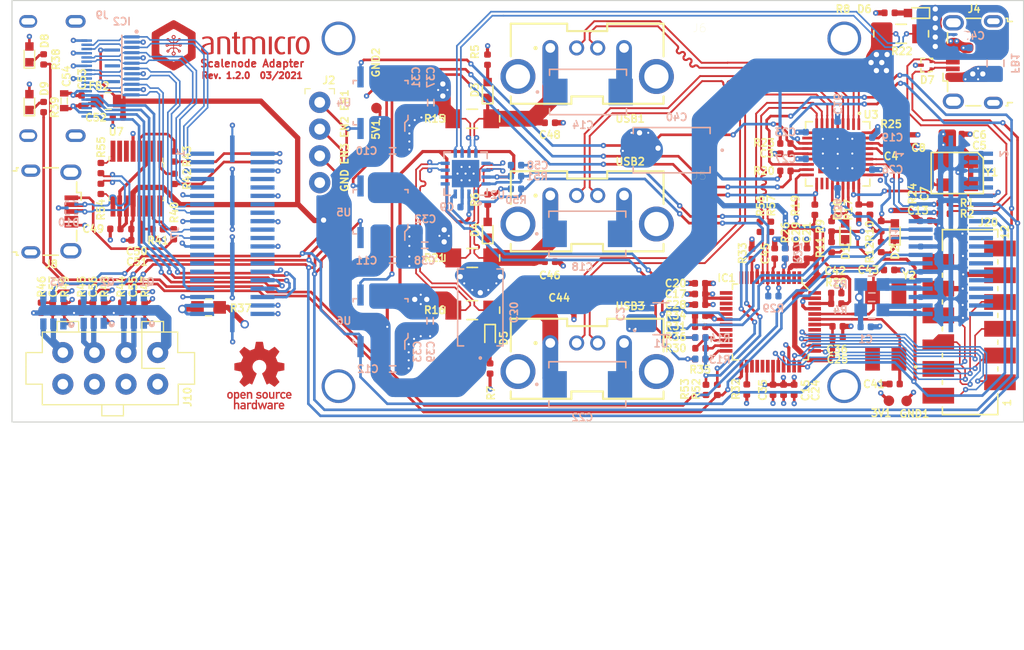
<source format=kicad_pcb>
(kicad_pcb (version 20171130) (host pcbnew 5.1.9+dfsg1-1~bpo10+1)
  (layers (0 F.Cu signal) (1 In1.Cu power hide) (2 In2.Cu power hide) (31 B.Cu mixed) (34 B.Paste user hide) (35 F.Paste user) (36 B.SilkS user) (37 F.SilkS user) (38 B.Mask user hide) (39 F.Mask user) (44 Edge.Cuts user))
  (net 0 "")
  (net 1 GND)
  (net 2 VCC5V0)
  (net 3 "Net-(C3-Pad1)")
  (net 4 VCC3V3)
  (net 5 "Net-(J1-Pad40)")
  (net 6 SDA0)
  (net 7 "Net-(J1-Pad38)")
  (net 8 SCL0)
  (net 9 "Net-(J1-Pad26)")
  (net 10 "Net-(J1-Pad24)")
  (net 11 "Net-(J1-Pad22)")
  (net 12 "Net-(J1-Pad20)")
  (net 13 VBUS2)
  (net 14 VBUS1)
  (net 15 VBUS3)
  (net 16 TEMP_INT)
  (net 17 "Net-(U3-Pad11)")
  (net 18 "Net-(U3-Pad32)")
  (net 19 VBUS4)
  (net 20 "Net-(D3-Pad2)")
  (net 21 "Net-(D4-Pad2)")
  (net 22 "Net-(D5-Pad2)")
  (net 23 "Net-(FB1-Pad1)")
  (net 24 "Net-(IC1-Pad36)")
  (net 25 "Net-(IC1-Pad35)")
  (net 26 "Net-(IC1-Pad33)")
  (net 27 "Net-(IC1-Pad32)")
  (net 28 "Net-(IC1-Pad30)")
  (net 29 "Net-(IC1-Pad29)")
  (net 30 "Net-(IC1-Pad28)")
  (net 31 "Net-(IC1-Pad27)")
  (net 32 "Net-(IC1-Pad26)")
  (net 33 "Net-(IC1-Pad23)")
  (net 34 "Net-(IC1-Pad21)")
  (net 35 "Net-(IC1-Pad20)")
  (net 36 "Net-(IC1-Pad19)")
  (net 37 "Net-(IC1-Pad17)")
  (net 38 "Net-(IC1-Pad16)")
  (net 39 "Net-(IC1-Pad15)")
  (net 40 "Net-(IC1-Pad13)")
  (net 41 "Net-(IC1-Pad37)")
  (net 42 "Net-(IC1-Pad38)")
  (net 43 "Net-(IC1-Pad41)")
  (net 44 "Net-(IC1-Pad12)")
  (net 45 "Net-(IC1-Pad11)")
  (net 46 "Net-(IC1-Pad10)")
  (net 47 "Net-(IC1-Pad48)")
  (net 48 "Net-(IC1-Pad1)")
  (net 49 "Net-(IC1-Pad2)")
  (net 50 "Net-(IC1-Pad5)")
  (net 51 "Net-(J1-Pad36)")
  (net 52 "Net-(J1-Pad34)")
  (net 53 "Net-(J1-Pad32)")
  (net 54 "Net-(J1-Pad30)")
  (net 55 "Net-(J1-Pad28)")
  (net 56 VBUS1_S)
  (net 57 VBUS2_S)
  (net 58 VBUS3_S)
  (net 59 RP_USB_N)
  (net 60 RP_USB_P)
  (net 61 "Net-(D1-Pad1)")
  (net 62 "Net-(U3-Pad20)")
  (net 63 "Net-(U3-Pad21)")
  (net 64 HDMI0_D2_P)
  (net 65 HDMI0_D2_N)
  (net 66 HDMI0_D1_P)
  (net 67 HDMI0_D1_N)
  (net 68 HDMI0_D0_P)
  (net 69 HDMI0_D0_N)
  (net 70 HDMI0_CK_P)
  (net 71 HDMI0_CK_N)
  (net 72 "Net-(IC2-Pad14)")
  (net 73 HDMI1_D2_P)
  (net 74 HDMI1_D2_N)
  (net 75 HDMI1_D1_P)
  (net 76 HDMI1_D1_N)
  (net 77 HDMI1_D0_P)
  (net 78 HDMI1_D0_N)
  (net 79 HDMI1_CK_P)
  (net 80 HDMI1_CK_N)
  (net 81 HDMI1_HOTPLUG)
  (net 82 HDMI1_SDA)
  (net 83 HDMI1_SCL)
  (net 84 HDMI1_CEC)
  (net 85 HDMI0_HOTPLUG)
  (net 86 HDMI0_CEC)
  (net 87 HDMI0_SDA)
  (net 88 HDMI0_SCL)
  (net 89 "/antartix hdmi adapter/3V3_RPI")
  (net 90 "Net-(C4-Pad1)")
  (net 91 "Net-(C7-Pad1)")
  (net 92 "Net-(C41-Pad1)")
  (net 93 "Net-(C42-Pad1)")
  (net 94 "Net-(C43-Pad1)")
  (net 95 "Net-(C45-Pad1)")
  (net 96 "Net-(D2-Pad1)")
  (net 97 "Net-(D6-Pad2)")
  (net 98 "Net-(J4-Pad4)")
  (net 99 "Net-(R17-Pad2)")
  (net 100 "Net-(R25-Pad2)")
  (net 101 "/antartix usb adapter/CLKIN")
  (net 102 "/antartix usb adapter/HS_IND")
  (net 103 "/antartix usb adapter/SUSP_IND")
  (net 104 "/antartix usb adapter/SCL_FTDI")
  (net 105 "/antartix usb adapter/SDA_FTDI")
  (net 106 RXD0)
  (net 107 TXD0)
  (net 108 "/antartix usb adapter/USB_D_FTDI_N")
  (net 109 "/antartix usb adapter/FTDI_RST")
  (net 110 "/antartix usb adapter/USB_D_FTDI_P")
  (net 111 "/antartix usb adapter/3V3_SSD")
  (net 112 "/antartix usb adapter/3V3_RPI")
  (net 113 "/antartix usb adapter/SLOW_~ALERT")
  (net 114 "/antartix usb adapter/~PWRDN")
  (net 115 "/antartix usb adapter/RESET_N")
  (net 116 "/antartix usb adapter/USB3_D_P")
  (net 117 "/antartix usb adapter/USB3_D_N")
  (net 118 "/antartix usb adapter/USB2_D_P")
  (net 119 "/antartix usb adapter/USB2_D_N")
  (net 120 "/antartix usb adapter/USB1_D_P")
  (net 121 "/antartix usb adapter/USB1_D_N")
  (net 122 "/antartix usb adapter/OC_N3")
  (net 123 "/antartix usb adapter/OC_N2")
  (net 124 "/antartix usb adapter/OC_N1")
  (net 125 "/antartix usb adapter/WP_FTDI")
  (net 126 "Net-(Q1-Pad1)")
  (net 127 "Net-(Q2-Pad1)")
  (net 128 "Net-(Q3-Pad1)")
  (net 129 USB3_EN)
  (net 130 USB2_EN)
  (net 131 USB1_EN)
  (net 132 "Net-(C49-Pad1)")
  (net 133 "Net-(C53-Pad1)")
  (net 134 "Net-(C55-Pad2)")
  (net 135 "/antartix hdmi adapter/VCC_9V_OUT_1")
  (net 136 "Net-(C56-Pad2)")
  (net 137 "/antartix hdmi adapter/VCC_9V_OUT_2")
  (net 138 "Net-(C57-Pad2)")
  (net 139 "/antartix hdmi adapter/VCC_9V_OUT_3")
  (net 140 "/antartix usb adapter/USB_ALT_UP_N")
  (net 141 "/antartix usb adapter/USB_ALT_UP_P")
  (net 142 LED0)
  (net 143 LED1)
  (net 144 "/antartix hdmi adapter/USB_CON_P")
  (net 145 "/antartix hdmi adapter/USB_CON_N")
  (net 146 "Net-(J8-Pad1)")
  (net 147 "Net-(J8-Pad4)")
  (net 148 "Net-(J9-Pad17)")
  (net 149 "/antartix hdmi adapter/VCC_9V_IN")
  (net 150 "Net-(R40-Pad2)")
  (net 151 "Net-(R42-Pad1)")
  (net 152 "Net-(R43-Pad1)")
  (net 153 "Net-(U7-Pad16)")
  (net 154 "Net-(U7-Pad14)")
  (net 155 "Net-(U7-Pad7)")
  (net 156 "Net-(U7-Pad6)")
  (net 157 "Net-(U7-Pad2)")
  (net 158 "Net-(R54-Pad2)")
  (net 159 "Net-(R55-Pad2)")
  (net 160 "Net-(D8-Pad1)")
  (net 161 "Net-(D9-Pad1)")
  (net 162 "Net-(IC1-Pad8)")
  (net 163 "Net-(IC1-Pad7)")
  (net 164 "Net-(IC1-Pad39)")
  (net 165 "Net-(IC1-Pad40)")
  (net 166 "Net-(J20-Pad12)")
  (net 167 "Net-(J20-Pad11)")
  (module antmicro-footprints:614004185023 (layer F.Cu) (at 196.587001 78.508002)
    (fp_text reference J6 (at 10.66 -3.388) (layer F.SilkS) (effects (font (size 0.8 0.8) (thickness 0.015))))
    (fp_text value 614004185023)
    (pad S2 thru_hole circle (at 6.57 1.21) (size 3.316 3.316) (drill 2.3) (layers *.Cu *.Mask) (net 1 GND))
    (pad S1 thru_hole circle (at -6.57 1.21) (size 3.316 3.316) (drill 2.3) (layers *.Cu *.Mask) (net 1 GND))
    (pad 3 thru_hole circle (at 1 -1.5) (size 1.428 1.428) (drill 0.92) (layers *.Cu *.Mask) (net 120 "/antartix usb adapter/USB1_D_P"))
    (pad 2 thru_hole circle (at -1 -1.5) (size 1.428 1.428) (drill 0.92) (layers *.Cu *.Mask) (net 121 "/antartix usb adapter/USB1_D_N"))
    (pad 4 thru_hole circle (at 3.5 -1.5) (size 1.428 1.428) (drill 0.92) (layers *.Cu *.Mask) (net 1 GND))
    (pad 1 thru_hole circle (at -3.5 -1.5) (size 1.428 1.428) (drill 0.92) (layers *.Cu *.Mask) (net 14 VBUS1))
  )
  (module antmicro-footprints:614004185023 (layer F.Cu) (at 196.587001 92.508002)
    (fp_text reference J5 (at 10.66 -3.388) (layer F.SilkS) (effects (font (size 0.8 0.8) (thickness 0.015))))
    (fp_text value 614004185023)
    (pad S2 thru_hole circle (at 6.57 1.21) (size 3.316 3.316) (drill 2.3) (layers *.Cu *.Mask) (net 1 GND))
    (pad S1 thru_hole circle (at -6.57 1.21) (size 3.316 3.316) (drill 2.3) (layers *.Cu *.Mask) (net 1 GND))
    (pad 3 thru_hole circle (at 1 -1.5) (size 1.428 1.428) (drill 0.92) (layers *.Cu *.Mask) (net 118 "/antartix usb adapter/USB2_D_P"))
    (pad 2 thru_hole circle (at -1 -1.5) (size 1.428 1.428) (drill 0.92) (layers *.Cu *.Mask) (net 119 "/antartix usb adapter/USB2_D_N"))
    (pad 4 thru_hole circle (at 3.5 -1.5) (size 1.428 1.428) (drill 0.92) (layers *.Cu *.Mask) (net 1 GND))
    (pad 1 thru_hole circle (at -3.5 -1.5) (size 1.428 1.428) (drill 0.92) (layers *.Cu *.Mask) (net 13 VBUS2))
  )
  (module antmicro-footprints:614004185023 (layer F.Cu) (at 196.587001 106.508002)
    (fp_text reference J3 (at 10.66 -3.388) (layer F.SilkS) (effects (font (size 0.8 0.8) (thickness 0.015))))
    (fp_text value 614004185023)
    (pad S2 thru_hole circle (at 6.57 1.21) (size 3.316 3.316) (drill 2.3) (layers *.Cu *.Mask) (net 1 GND))
    (pad S1 thru_hole circle (at -6.57 1.21) (size 3.316 3.316) (drill 2.3) (layers *.Cu *.Mask) (net 1 GND))
    (pad 3 thru_hole circle (at 1 -1.5) (size 1.428 1.428) (drill 0.92) (layers *.Cu *.Mask) (net 116 "/antartix usb adapter/USB3_D_P"))
    (pad 2 thru_hole circle (at -1 -1.5) (size 1.428 1.428) (drill 0.92) (layers *.Cu *.Mask) (net 117 "/antartix usb adapter/USB3_D_N"))
    (pad 4 thru_hole circle (at 3.5 -1.5) (size 1.428 1.428) (drill 0.92) (layers *.Cu *.Mask) (net 1 GND))
    (pad 1 thru_hole circle (at -3.5 -1.5) (size 1.428 1.428) (drill 0.92) (layers *.Cu *.Mask) (net 15 VBUS3))
  )
  (module antartix-arty-controller-footprints:PinHeader_1x4_P2.54mm_Drill1.02mm (layer F.Cu) (at 171.203001 82.172002 270)
    (fp_text reference J2 (at -2.097002 -0.871999 180) (layer F.SilkS) (effects (font (size 0.7 0.7))))
    (fp_text value 0022232041)
    (pad 1 thru_hole circle (at 0 0 270) (size 2.02 2.02) (drill 1.02) (layers *.Cu *.Mask) (net 131 USB1_EN))
    (pad 2 thru_hole circle (at 2.54 0 270) (size 2.02 2.02) (drill 1.02) (layers *.Cu *.Mask) (net 130 USB2_EN))
    (pad 3 thru_hole circle (at 5.08 0 270) (size 2.02 2.02) (drill 1.02) (layers *.Cu *.Mask) (net 129 USB3_EN))
    (pad 4 thru_hole circle (at 7.62 0 270) (size 2.02 2.02) (drill 1.02) (layers *.Cu *.Mask) (net 1 GND))
  )
  (module antartix-arty-controller-footprints:LQFP-48_7x7mm (layer F.Cu) (at 213.974801 103.009802 270)
    (fp_text reference IC1 (at -4.1688 4.1638 180) (layer F.SilkS) (effects (font (size 0.7 0.7))))
    (fp_text value FT2232D)
    (pad 36 smd rect (at 4.2 -2.75 270) (size 1.2 0.35) (layers F.Cu F.Paste F.Mask) (net 24 "Net-(IC1-Pad36)"))
    (pad 35 smd rect (at 4.2 -2.25 270) (size 1.2 0.35) (layers F.Cu F.Paste F.Mask) (net 25 "Net-(IC1-Pad35)"))
    (pad 34 smd rect (at 4.2 -1.75 270) (size 1.2 0.35) (layers F.Cu F.Paste F.Mask) (net 1 GND))
    (pad 33 smd rect (at 4.2 -1.25 270) (size 1.2 0.35) (layers F.Cu F.Paste F.Mask) (net 26 "Net-(IC1-Pad33)"))
    (pad 32 smd rect (at 4.2 -0.75 270) (size 1.2 0.35) (layers F.Cu F.Paste F.Mask) (net 27 "Net-(IC1-Pad32)"))
    (pad 31 smd rect (at 4.2 -0.25 270) (size 1.2 0.35) (layers F.Cu F.Paste F.Mask) (net 4 VCC3V3))
    (pad 30 smd rect (at 4.2 0.25 270) (size 1.2 0.35) (layers F.Cu F.Paste F.Mask) (net 28 "Net-(IC1-Pad30)"))
    (pad 29 smd rect (at 4.2 0.75 270) (size 1.2 0.35) (layers F.Cu F.Paste F.Mask) (net 29 "Net-(IC1-Pad29)"))
    (pad 28 smd rect (at 4.2 1.25 270) (size 1.2 0.35) (layers F.Cu F.Paste F.Mask) (net 30 "Net-(IC1-Pad28)"))
    (pad 27 smd rect (at 4.2 1.75 270) (size 1.2 0.35) (layers F.Cu F.Paste F.Mask) (net 31 "Net-(IC1-Pad27)"))
    (pad 26 smd rect (at 4.2 2.25 270) (size 1.2 0.35) (layers F.Cu F.Paste F.Mask) (net 32 "Net-(IC1-Pad26)"))
    (pad 25 smd rect (at 4.2 2.75 270) (size 1.2 0.35) (layers F.Cu F.Paste F.Mask) (net 1 GND))
    (pad 24 smd rect (at 2.75 4.2 270) (size 0.35 1.2) (layers F.Cu F.Paste F.Mask) (net 104 "/antartix usb adapter/SCL_FTDI"))
    (pad 23 smd rect (at 2.25 4.2 270) (size 0.35 1.2) (layers F.Cu F.Paste F.Mask) (net 33 "Net-(IC1-Pad23)"))
    (pad 22 smd rect (at 1.75 4.2 270) (size 0.35 1.2) (layers F.Cu F.Paste F.Mask) (net 105 "/antartix usb adapter/SDA_FTDI"))
    (pad 21 smd rect (at 1.25 4.2 270) (size 0.35 1.2) (layers F.Cu F.Paste F.Mask) (net 34 "Net-(IC1-Pad21)"))
    (pad 20 smd rect (at 0.75 4.2 270) (size 0.35 1.2) (layers F.Cu F.Paste F.Mask) (net 35 "Net-(IC1-Pad20)"))
    (pad 19 smd rect (at 0.25 4.2 270) (size 0.35 1.2) (layers F.Cu F.Paste F.Mask) (net 36 "Net-(IC1-Pad19)"))
    (pad 18 smd rect (at -0.25 4.2 270) (size 0.35 1.2) (layers F.Cu F.Paste F.Mask) (net 1 GND))
    (pad 17 smd rect (at -0.75 4.2 270) (size 0.35 1.2) (layers F.Cu F.Paste F.Mask) (net 37 "Net-(IC1-Pad17)"))
    (pad 16 smd rect (at -1.25 4.2 270) (size 0.35 1.2) (layers F.Cu F.Paste F.Mask) (net 38 "Net-(IC1-Pad16)"))
    (pad 15 smd rect (at -1.75 4.2 270) (size 0.35 1.2) (layers F.Cu F.Paste F.Mask) (net 39 "Net-(IC1-Pad15)"))
    (pad 14 smd rect (at -2.25 4.2 270) (size 0.35 1.2) (layers F.Cu F.Paste F.Mask) (net 4 VCC3V3))
    (pad 13 smd rect (at -2.75 4.2 270) (size 0.35 1.2) (layers F.Cu F.Paste F.Mask) (net 40 "Net-(IC1-Pad13)"))
    (pad 37 smd rect (at 2.75 -4.2 270) (size 0.35 1.2) (layers F.Cu F.Paste F.Mask) (net 41 "Net-(IC1-Pad37)"))
    (pad 38 smd rect (at 2.25 -4.2 270) (size 0.35 1.2) (layers F.Cu F.Paste F.Mask) (net 42 "Net-(IC1-Pad38)"))
    (pad 39 smd rect (at 1.75 -4.2 270) (size 0.35 1.2) (layers F.Cu F.Paste F.Mask) (net 164 "Net-(IC1-Pad39)"))
    (pad 40 smd rect (at 1.25 -4.2 270) (size 0.35 1.2) (layers F.Cu F.Paste F.Mask) (net 165 "Net-(IC1-Pad40)"))
    (pad 41 smd rect (at 0.75 -4.2 270) (size 0.35 1.2) (layers F.Cu F.Paste F.Mask) (net 43 "Net-(IC1-Pad41)"))
    (pad 12 smd rect (at -4.2 2.75 270) (size 1.2 0.35) (layers F.Cu F.Paste F.Mask) (net 44 "Net-(IC1-Pad12)"))
    (pad 11 smd rect (at -4.2 2.25 270) (size 1.2 0.35) (layers F.Cu F.Paste F.Mask) (net 45 "Net-(IC1-Pad11)"))
    (pad 10 smd rect (at -4.2 1.75 270) (size 1.2 0.35) (layers F.Cu F.Paste F.Mask) (net 46 "Net-(IC1-Pad10)"))
    (pad 9 smd rect (at -4.2 1.25 270) (size 1.2 0.35) (layers F.Cu F.Paste F.Mask) (net 1 GND))
    (pad 8 smd rect (at -4.2 0.75 270) (size 1.2 0.35) (layers F.Cu F.Paste F.Mask) (net 162 "Net-(IC1-Pad8)"))
    (pad 48 smd rect (at -2.75 -4.2 270) (size 0.35 1.2) (layers F.Cu F.Paste F.Mask) (net 47 "Net-(IC1-Pad48)"))
    (pad 47 smd rect (at -2.25 -4.2 270) (size 0.35 1.2) (layers F.Cu F.Paste F.Mask) (net 1 GND))
    (pad 46 smd rect (at -1.75 -4.2 270) (size 0.35 1.2) (layers F.Cu F.Paste F.Mask) (net 93 "Net-(C42-Pad1)"))
    (pad 45 smd rect (at -1.25 -4.2 270) (size 0.35 1.2) (layers F.Cu F.Paste F.Mask) (net 1 GND))
    (pad 44 smd rect (at -0.75 -4.2 270) (size 0.35 1.2) (layers F.Cu F.Paste F.Mask) (net 94 "Net-(C43-Pad1)"))
    (pad 1 smd rect (at -4.2 -2.75 270) (size 1.2 0.35) (layers F.Cu F.Paste F.Mask) (net 48 "Net-(IC1-Pad1)"))
    (pad 2 smd rect (at -4.2 -2.25 270) (size 1.2 0.35) (layers F.Cu F.Paste F.Mask) (net 49 "Net-(IC1-Pad2)"))
    (pad 3 smd rect (at -4.2 -1.75 270) (size 1.2 0.35) (layers F.Cu F.Paste F.Mask) (net 2 VCC5V0))
    (pad 4 smd rect (at -4.2 -1.25 270) (size 1.2 0.35) (layers F.Cu F.Paste F.Mask) (net 109 "/antartix usb adapter/FTDI_RST"))
    (pad 5 smd rect (at -4.2 -0.75 270) (size 1.2 0.35) (layers F.Cu F.Paste F.Mask) (net 50 "Net-(IC1-Pad5)"))
    (pad 43 smd rect (at -0.25 -4.2 270) (size 0.35 1.2) (layers F.Cu F.Paste F.Mask) (net 92 "Net-(C41-Pad1)"))
    (pad 42 smd rect (at 0.25 -4.2 270) (size 0.35 1.2) (layers F.Cu F.Paste F.Mask) (net 2 VCC5V0))
    (pad 6 smd rect (at -4.2 -0.25 270) (size 1.2 0.35) (layers F.Cu F.Paste F.Mask) (net 95 "Net-(C45-Pad1)"))
    (pad 7 smd rect (at -4.2 0.25 270) (size 1.2 0.35) (layers F.Cu F.Paste F.Mask) (net 163 "Net-(IC1-Pad7)"))
  )
  (module antartix-arty-controller-footprints:8-188275-2 (layer F.Cu) (at 235.76 110.01 90)
    (fp_text reference J20 (at 16.45 -1.12 180) (layer F.SilkS) (effects (font (size 0.7 0.7))))
    (fp_text value 8-188275-2 hide)
    (fp_text user 12 (at 15.53 0.48 90) (layer F.SilkS) (effects (font (size 0.7 0.7))))
    (fp_text user 1 (at -0.66 0.68 90) (layer F.SilkS) (effects (font (size 0.7 0.7))))
    (pad 12 smd rect (at 13.97 0 90) (size 1.4986 2.9972) (layers F.Cu F.Paste F.Mask) (net 166 "Net-(J20-Pad12)"))
    (pad 11 smd rect (at 12.7 -5.849874 90) (size 1.4986 2.9972) (layers F.Cu F.Paste F.Mask) (net 167 "Net-(J20-Pad11)"))
    (pad 10 smd rect (at 11.43 0 90) (size 1.4986 2.9972) (layers F.Cu F.Paste F.Mask) (net 1 GND))
    (pad 9 smd rect (at 10.16 -5.849874 90) (size 1.4986 2.9972) (layers F.Cu F.Paste F.Mask) (net 1 GND))
    (pad 8 smd rect (at 8.89 0 90) (size 1.4986 2.9972) (layers F.Cu F.Paste F.Mask) (net 27 "Net-(IC1-Pad32)"))
    (pad 7 smd rect (at 7.62 -5.849874 90) (size 1.4986 2.9972) (layers F.Cu F.Paste F.Mask) (net 26 "Net-(IC1-Pad33)"))
    (pad 6 smd rect (at 6.35 0 90) (size 1.4986 2.9972) (layers F.Cu F.Paste F.Mask) (net 25 "Net-(IC1-Pad35)"))
    (pad 5 smd custom (at 5.08 -5.849874 90) (size 0.5 2.9972) (layers F.Cu F.Paste F.Mask) (net 24 "Net-(IC1-Pad36)") (options (clearance outline) (anchor rect)) (primitives (gr_poly (pts (xy 0.75 1.5) (xy 0.75 0) (xy 0 -0.75) (xy 0 -1.5) (xy -0.75 -1.5) (xy -0.75 1.5)) (width 0))))
    (pad 4 smd rect (at 3.81 0 90) (size 1.4986 2.9972) (layers F.Cu F.Paste F.Mask) (net 41 "Net-(IC1-Pad37)"))
    (pad 3 smd rect (at 2.54 -5.849874 90) (size 1.4986 2.9972) (layers F.Cu F.Paste F.Mask) (net 42 "Net-(IC1-Pad38)"))
    (pad 2 smd rect (at 1.27 0 90) (size 1.4986 2.9972) (layers F.Cu F.Paste F.Mask) (net 164 "Net-(IC1-Pad39)"))
    (pad 1 smd rect (at 0 -5.849874 90) (size 1.4986 2.9972) (layers F.Cu F.Paste F.Mask) (net 165 "Net-(IC1-Pad40)"))
  )
  (module antartix-arty-controller-footprints:0402-res (layer F.Cu) (at 214.012001 93.983002 270)
    (fp_text reference R57 (at -2.008002 -0.037999 90) (layer F.SilkS) (effects (font (size 0.7 0.7))))
    (fp_text value R_22R_0402)
    (pad 1 smd roundrect (at -0.485 0 270) (size 0.59 0.64) (layers F.Cu F.Paste F.Mask) (net 110 "/antartix usb adapter/USB_D_FTDI_P"))
    (pad 2 smd roundrect (at 0.485 0 270) (size 0.59 0.64) (layers F.Cu F.Paste F.Mask) (net 163 "Net-(IC1-Pad7)"))
  )
  (module antartix-arty-controller-footprints:0402-res (layer F.Cu) (at 212.987001 93.983002 270)
    (fp_text reference R56 (at -1.983002 -0.062999 90) (layer F.SilkS) (effects (font (size 0.7 0.7))))
    (fp_text value R_22R_0402)
    (pad 2 smd roundrect (at 0.485 0 270) (size 0.59 0.64) (layers F.Cu F.Paste F.Mask) (net 162 "Net-(IC1-Pad8)"))
    (pad 1 smd roundrect (at -0.485 0 270) (size 0.59 0.64) (layers F.Cu F.Paste F.Mask) (net 108 "/antartix usb adapter/USB_D_FTDI_N"))
  )
  (module antartix-arty-controller-footprints:0402-cap (layer B.Cu) (at 189.837001 88.133002)
    (fp_text reference C58 (at 2.05 0.025) (layer B.SilkS) (effects (font (size 0.7 0.7)) (justify mirror)))
    (fp_text value C_100n_0402)
    (pad 2 smd roundrect (at 0.485 0) (size 0.59 0.64) (layers B.Cu B.Paste B.Mask) (net 1 GND))
    (pad 1 smd roundrect (at -0.485 0) (size 0.59 0.64) (layers B.Cu B.Paste B.Mask) (net 2 VCC5V0))
  )
  (module antartix-arty-controller-footprints:0402-res (layer F.Cu) (at 150.437001 88.408002 90)
    (fp_text reference R55 (at 1.975 0.025 90) (layer F.SilkS) (effects (font (size 0.7 0.7))))
    (fp_text value R_22R_0402)
    (pad 2 smd roundrect (at 0.485 0 90) (size 0.59 0.64) (layers F.Cu F.Paste F.Mask) (net 159 "Net-(R55-Pad2)"))
    (pad 1 smd roundrect (at -0.485 0 90) (size 0.59 0.64) (layers F.Cu F.Paste F.Mask) (net 144 "/antartix hdmi adapter/USB_CON_P"))
  )
  (module antartix-arty-controller-footprints:0402-res (layer F.Cu) (at 150.437001 90.383002 270)
    (fp_text reference R54 (at 1.975 0 90) (layer F.SilkS) (effects (font (size 0.7 0.7))))
    (fp_text value R_22R_0402)
    (pad 2 smd roundrect (at 0.485 0 270) (size 0.59 0.64) (layers F.Cu F.Paste F.Mask) (net 158 "Net-(R54-Pad2)"))
    (pad 1 smd roundrect (at -0.485 0 270) (size 0.59 0.64) (layers F.Cu F.Paste F.Mask) (net 145 "/antartix hdmi adapter/USB_CON_N"))
  )
  (module antartix-arty-controller-footprints:0402-res (layer F.Cu) (at 207.862001 109.458002 270)
    (fp_text reference R53 (at -0.076 2 90) (layer F.SilkS) (effects (font (size 0.7 0.7))))
    (fp_text value R_0R_0402)
    (pad 2 smd roundrect (at 0.485 0 270) (size 0.59 0.64) (layers F.Cu F.Paste F.Mask) (net 142 LED0))
    (pad 1 smd roundrect (at -0.485 0 270) (size 0.59 0.64) (layers F.Cu F.Paste F.Mask) (net 114 "/antartix usb adapter/~PWRDN"))
  )
  (module antartix-arty-controller-footprints:0402-res (layer F.Cu) (at 208.937001 109.458002 270)
    (fp_text reference R52 (at -0.076 2 90) (layer F.SilkS) (effects (font (size 0.7 0.7))))
    (fp_text value R_0R_0402)
    (pad 2 smd roundrect (at 0.485 0 270) (size 0.59 0.64) (layers F.Cu F.Paste F.Mask) (net 143 LED1))
    (pad 1 smd roundrect (at -0.485 0 270) (size 0.59 0.64) (layers F.Cu F.Paste F.Mask) (net 113 "/antartix usb adapter/SLOW_~ALERT"))
  )
  (module antartix-arty-controller-footprints:0402-res (layer F.Cu) (at 157.412001 87.308002 270)
    (fp_text reference R43 (at 0 -1.2 90) (layer F.SilkS) (effects (font (size 0.7 0.7))))
    (fp_text value R_0R_0402)
    (pad 2 smd roundrect (at 0.485 0 270) (size 0.59 0.64) (layers F.Cu F.Paste F.Mask) (net 107 TXD0))
    (pad 1 smd roundrect (at -0.485 0 270) (size 0.59 0.64) (layers F.Cu F.Paste F.Mask) (net 152 "Net-(R43-Pad1)"))
  )
  (module antartix-arty-controller-footprints:0402-res (layer F.Cu) (at 157.412001 89.433002 270)
    (fp_text reference R42 (at 0.025 -1.2 90) (layer F.SilkS) (effects (font (size 0.7 0.7))))
    (fp_text value R_0R_0402)
    (pad 2 smd roundrect (at 0.485 0 270) (size 0.59 0.64) (layers F.Cu F.Paste F.Mask) (net 106 RXD0))
    (pad 1 smd roundrect (at -0.485 0 270) (size 0.59 0.64) (layers F.Cu F.Paste F.Mask) (net 151 "Net-(R42-Pad1)"))
  )
  (module antartix-arty-controller-footprints:SSOP-16_W3.90mm (layer F.Cu) (at 153.807001 89.408002 270)
    (fp_text reference U7 (at -4.45 1.92 180) (layer F.SilkS) (effects (font (size 0.7 0.7))))
    (fp_text value FT230XS-R)
    (pad 9 smd rect (at 2.6 2.2225 270) (size 2 0.4572) (layers F.Cu F.Paste F.Mask) (net 158 "Net-(R54-Pad2)"))
    (pad 10 smd rect (at 2.6 1.5875 270) (size 2 0.4572) (layers F.Cu F.Paste F.Mask) (net 132 "Net-(C49-Pad1)"))
    (pad 11 smd rect (at 2.6 0.9525 270) (size 2 0.4572) (layers F.Cu F.Paste F.Mask) (net 132 "Net-(C49-Pad1)"))
    (pad 12 smd rect (at 2.6 0.3175 270) (size 2 0.4572) (layers F.Cu F.Paste F.Mask) (net 2 VCC5V0))
    (pad 13 smd rect (at 2.6 -0.3175 270) (size 2 0.4572) (layers F.Cu F.Paste F.Mask) (net 1 GND))
    (pad 14 smd rect (at 2.6 -0.9525 270) (size 2 0.4572) (layers F.Cu F.Paste F.Mask) (net 154 "Net-(U7-Pad14)"))
    (pad 15 smd rect (at 2.6 -1.5875 270) (size 2 0.4572) (layers F.Cu F.Paste F.Mask) (net 150 "Net-(R40-Pad2)"))
    (pad 16 smd rect (at 2.6 -2.2225 270) (size 2 0.4572) (layers F.Cu F.Paste F.Mask) (net 153 "Net-(U7-Pad16)"))
    (pad 8 smd rect (at -2.6 2.2225 270) (size 2 0.4572) (layers F.Cu F.Paste F.Mask) (net 159 "Net-(R55-Pad2)"))
    (pad 7 smd rect (at -2.6 1.5875 270) (size 2 0.4572) (layers F.Cu F.Paste F.Mask) (net 155 "Net-(U7-Pad7)"))
    (pad 6 smd rect (at -2.6 0.9525 270) (size 2 0.4572) (layers F.Cu F.Paste F.Mask) (net 156 "Net-(U7-Pad6)"))
    (pad 5 smd rect (at -2.6 0.3175 270) (size 2 0.4572) (layers F.Cu F.Paste F.Mask) (net 1 GND))
    (pad 1 smd rect (at -2.6 -2.2225 270) (size 2 0.4572) (layers F.Cu F.Paste F.Mask) (net 151 "Net-(R42-Pad1)"))
    (pad 3 smd rect (at -2.6 -0.9525 270) (size 2 0.4572) (layers F.Cu F.Paste F.Mask) (net 132 "Net-(C49-Pad1)"))
    (pad 4 smd rect (at -2.6 -0.3175 270) (size 2 0.4572) (layers F.Cu F.Paste F.Mask) (net 152 "Net-(R43-Pad1)"))
    (pad 2 smd rect (at -2.6 -1.5875 270) (size 2 0.4572) (layers F.Cu F.Paste F.Mask) (net 157 "Net-(U7-Pad2)"))
  )
  (module antartix-arty-controller-footprints:0402-res (layer B.Cu) (at 189.837001 89.183002)
    (fp_text reference R51 (at 2 0) (layer B.SilkS) (effects (font (size 0.7 0.7)) (justify mirror)))
    (fp_text value R_47k_0402)
    (pad 2 smd roundrect (at 0.485 0) (size 0.59 0.64) (layers B.Cu B.Paste B.Mask) (net 114 "/antartix usb adapter/~PWRDN"))
    (pad 1 smd roundrect (at -0.485 0) (size 0.59 0.64) (layers B.Cu B.Paste B.Mask) (net 2 VCC5V0))
  )
  (module antartix-arty-controller-footprints:0402-res (layer B.Cu) (at 189.837001 90.383002)
    (fp_text reference R50 (at 0 1.05 180) (layer B.SilkS) (effects (font (size 0.7 0.7)) (justify mirror)))
    (fp_text value R_47k_0402)
    (pad 2 smd roundrect (at 0.485 0) (size 0.59 0.64) (layers B.Cu B.Paste B.Mask) (net 113 "/antartix usb adapter/SLOW_~ALERT"))
    (pad 1 smd roundrect (at -0.485 0) (size 0.59 0.64) (layers B.Cu B.Paste B.Mask) (net 1 GND))
  )
  (module antartix-arty-controller-footprints:0402-res (layer F.Cu) (at 146.962001 101.668002 90)
    (fp_text reference R49 (at 1.9975 0.05 270) (layer F.SilkS) (effects (font (size 0.7 0.7))))
    (fp_text value R_1k_0402)
    (pad 2 smd roundrect (at 0.485 0 90) (size 0.59 0.64) (layers F.Cu F.Paste F.Mask) (net 1 GND))
    (pad 1 smd roundrect (at -0.485 0 90) (size 0.59 0.64) (layers F.Cu F.Paste F.Mask) (net 128 "Net-(Q3-Pad1)"))
  )
  (module antartix-arty-controller-footprints:0402-res (layer F.Cu) (at 150.762001 101.668002 90)
    (fp_text reference R48 (at 1.9975 0.025 270) (layer F.SilkS) (effects (font (size 0.7 0.7))))
    (fp_text value R_1k_0402)
    (pad 2 smd roundrect (at 0.485 0 90) (size 0.59 0.64) (layers F.Cu F.Paste F.Mask) (net 1 GND))
    (pad 1 smd roundrect (at -0.485 0 90) (size 0.59 0.64) (layers F.Cu F.Paste F.Mask) (net 127 "Net-(Q2-Pad1)"))
  )
  (module antartix-arty-controller-footprints:0402-res (layer F.Cu) (at 154.587001 101.668002 90)
    (fp_text reference R47 (at 1.9975 0.05 90) (layer F.SilkS) (effects (font (size 0.7 0.7))))
    (fp_text value R_1k_0402)
    (pad 2 smd roundrect (at 0.485 0 90) (size 0.59 0.64) (layers F.Cu F.Paste F.Mask) (net 1 GND))
    (pad 1 smd roundrect (at -0.485 0 90) (size 0.59 0.64) (layers F.Cu F.Paste F.Mask) (net 126 "Net-(Q1-Pad1)"))
  )
  (module antartix-arty-controller-footprints:0402-res (layer F.Cu) (at 144.762001 101.668002 90)
    (fp_text reference R46 (at 1.9975 0.05 90) (layer F.SilkS) (effects (font (size 0.7 0.7))))
    (fp_text value R_47k_0402)
    (pad 2 smd roundrect (at 0.485 0 90) (size 0.59 0.64) (layers F.Cu F.Paste F.Mask) (net 138 "Net-(C57-Pad2)"))
    (pad 1 smd roundrect (at -0.485 0 90) (size 0.59 0.64) (layers F.Cu F.Paste F.Mask) (net 149 "/antartix hdmi adapter/VCC_9V_IN"))
  )
  (module antartix-arty-controller-footprints:0402-res (layer F.Cu) (at 148.587001 101.668002 90)
    (fp_text reference R45 (at 1.9975 0.025 270) (layer F.SilkS) (effects (font (size 0.7 0.7))))
    (fp_text value R_47k_0402)
    (pad 2 smd roundrect (at 0.485 0 90) (size 0.59 0.64) (layers F.Cu F.Paste F.Mask) (net 136 "Net-(C56-Pad2)"))
    (pad 1 smd roundrect (at -0.485 0 90) (size 0.59 0.64) (layers F.Cu F.Paste F.Mask) (net 149 "/antartix hdmi adapter/VCC_9V_IN"))
  )
  (module antartix-arty-controller-footprints:0402-res (layer F.Cu) (at 152.387001 101.668002 90)
    (fp_text reference R44 (at 1.9975 -0.025 90) (layer F.SilkS) (effects (font (size 0.7 0.7))))
    (fp_text value R_47k_0402)
    (pad 2 smd roundrect (at 0.485 0 90) (size 0.59 0.64) (layers F.Cu F.Paste F.Mask) (net 134 "Net-(C55-Pad2)"))
    (pad 1 smd roundrect (at -0.485 0 90) (size 0.59 0.64) (layers F.Cu F.Paste F.Mask) (net 149 "/antartix hdmi adapter/VCC_9V_IN"))
  )
  (module antartix-arty-controller-footprints:0402-res (layer F.Cu) (at 155.835 94.2 180)
    (fp_text reference R41 (at -0.025 -1.085) (layer F.SilkS) (effects (font (size 0.7 0.7))))
    (fp_text value R_10k_0402)
    (pad 2 smd roundrect (at 0.485 0 180) (size 0.59 0.64) (layers F.Cu F.Paste F.Mask) (net 1 GND))
    (pad 1 smd roundrect (at -0.485 0 180) (size 0.59 0.64) (layers F.Cu F.Paste F.Mask) (net 150 "Net-(R40-Pad2)"))
  )
  (module antartix-arty-controller-footprints:0402-res (layer F.Cu) (at 157.35 94.69 90)
    (fp_text reference R40 (at 2.07 0.05 90) (layer F.SilkS) (effects (font (size 0.7 0.7))))
    (fp_text value R_4k7_0402)
    (pad 2 smd roundrect (at 0.485 0 90) (size 0.59 0.64) (layers F.Cu F.Paste F.Mask) (net 150 "Net-(R40-Pad2)"))
    (pad 1 smd roundrect (at -0.485 0 90) (size 0.59 0.64) (layers F.Cu F.Paste F.Mask) (net 146 "Net-(J8-Pad1)"))
  )
  (module antartix-arty-controller-footprints:FDC6330L (layer B.Cu) (at 145.927001 101.898002 90)
    (fp_text reference Q3 (at 2.69 0.385 180) (layer B.SilkS) (effects (font (size 0.7 0.7)) (justify mirror)))
    (fp_text value FDC6330L)
    (pad 6 smd rect (at 1.3 0.95 90) (size 1.05 0.6) (layers B.Cu B.Paste B.Mask) (net 138 "Net-(C57-Pad2)"))
    (pad 5 smd rect (at 1.3 0 90) (size 1.05 0.6) (layers B.Cu B.Paste B.Mask) (net 129 USB3_EN))
    (pad 4 smd rect (at 1.3 -0.95 90) (size 1.05 0.6) (layers B.Cu B.Paste B.Mask) (net 149 "/antartix hdmi adapter/VCC_9V_IN"))
    (pad 3 smd rect (at -1.3 -0.95 90) (size 1.05 0.6) (layers B.Cu B.Paste B.Mask) (net 139 "/antartix hdmi adapter/VCC_9V_OUT_3"))
    (pad 2 smd rect (at -1.3 0 90) (size 1.05 0.6) (layers B.Cu B.Paste B.Mask) (net 139 "/antartix hdmi adapter/VCC_9V_OUT_3"))
    (pad 1 smd rect (at -1.3 0.95 90) (size 1.05 0.6) (layers B.Cu B.Paste B.Mask) (net 128 "Net-(Q3-Pad1)"))
  )
  (module antartix-arty-controller-footprints:FDC6330L (layer B.Cu) (at 149.757001 101.838002 90)
    (fp_text reference Q2 (at 2.63 1.28) (layer B.SilkS) (effects (font (size 0.7 0.7)) (justify mirror)))
    (fp_text value FDC6330L)
    (pad 6 smd rect (at 1.3 0.95 90) (size 1.05 0.6) (layers B.Cu B.Paste B.Mask) (net 136 "Net-(C56-Pad2)"))
    (pad 5 smd rect (at 1.3 0 90) (size 1.05 0.6) (layers B.Cu B.Paste B.Mask) (net 130 USB2_EN))
    (pad 4 smd rect (at 1.3 -0.95 90) (size 1.05 0.6) (layers B.Cu B.Paste B.Mask) (net 149 "/antartix hdmi adapter/VCC_9V_IN"))
    (pad 3 smd rect (at -1.3 -0.95 90) (size 1.05 0.6) (layers B.Cu B.Paste B.Mask) (net 137 "/antartix hdmi adapter/VCC_9V_OUT_2"))
    (pad 2 smd rect (at -1.3 0 90) (size 1.05 0.6) (layers B.Cu B.Paste B.Mask) (net 137 "/antartix hdmi adapter/VCC_9V_OUT_2"))
    (pad 1 smd rect (at -1.3 0.95 90) (size 1.05 0.6) (layers B.Cu B.Paste B.Mask) (net 127 "Net-(Q2-Pad1)"))
  )
  (module antartix-arty-controller-footprints:FDC6330L (layer B.Cu) (at 153.567001 101.828002 90)
    (fp_text reference Q1 (at 2.62 1.245 180) (layer B.SilkS) (effects (font (size 0.7 0.7)) (justify mirror)))
    (fp_text value FDC6330L)
    (pad 6 smd rect (at 1.3 0.95 90) (size 1.05 0.6) (layers B.Cu B.Paste B.Mask) (net 134 "Net-(C55-Pad2)"))
    (pad 5 smd rect (at 1.3 0 90) (size 1.05 0.6) (layers B.Cu B.Paste B.Mask) (net 131 USB1_EN))
    (pad 4 smd rect (at 1.3 -0.95 90) (size 1.05 0.6) (layers B.Cu B.Paste B.Mask) (net 149 "/antartix hdmi adapter/VCC_9V_IN"))
    (pad 3 smd rect (at -1.3 -0.95 90) (size 1.05 0.6) (layers B.Cu B.Paste B.Mask) (net 135 "/antartix hdmi adapter/VCC_9V_OUT_1"))
    (pad 2 smd rect (at -1.3 0 90) (size 1.05 0.6) (layers B.Cu B.Paste B.Mask) (net 135 "/antartix hdmi adapter/VCC_9V_OUT_1"))
    (pad 1 smd rect (at -1.3 0.95 90) (size 1.05 0.6) (layers B.Cu B.Paste B.Mask) (net 126 "Net-(Q1-Pad1)"))
  )
  (module antartix-arty-controller-footprints:1-794610-1 (layer B.Cu) (at 145.457001 132.618002 90)
    (fp_text reference J19 hide)
    (fp_text value 1-794610-1)
  )
  (module antartix-arty-controller-footprints:1-794610-1 (layer B.Cu) (at 149.482716 132.618002 90)
    (fp_text reference J18 hide)
    (fp_text value 1-794610-1)
  )
  (module antartix-arty-controller-footprints:1-794610-1 (layer B.Cu) (at 155.521287 132.618002 90)
    (fp_text reference J17 hide)
    (fp_text value 1-794610-1)
  )
  (module antartix-arty-controller-footprints:1-794610-1 (layer B.Cu) (at 157.534144 132.618002 90)
    (fp_text reference J16 hide)
    (fp_text value 1-794610-1)
  )
  (module antartix-arty-controller-footprints:3-794617-8 (layer B.Cu) (at 156.297001 123.668002 90)
    (fp_text reference J15 hide)
    (fp_text value 794617-8)
  )
  (module antartix-arty-controller-footprints:1-794610-1 (layer B.Cu) (at 153.50843 132.618002 90)
    (fp_text reference J14 hide)
    (fp_text value 1-794610-1)
  )
  (module antartix-arty-controller-footprints:1-794610-1 (layer B.Cu) (at 147.469859 132.618002 90)
    (fp_text reference J13 hide)
    (fp_text value 1-794610-1)
  )
  (module antartix-arty-controller-footprints:1-794610-1 (layer B.Cu) (at 151.495573 132.618002 90)
    (fp_text reference J12 hide)
    (fp_text value 1-794610-1)
  )
  (module antartix-arty-controller-footprints:1-794610-1 (layer B.Cu) (at 159.547001 132.618002 90)
    (fp_text reference J11 hide)
    (fp_text value 1-794610-1)
  )
  (module antartix-arty-controller-footprints:3-794680-8 (layer F.Cu) (at 155.827001 105.918002 270)
    (fp_text reference J10 (at 4.215 -2.835 90) (layer F.SilkS) (effects (font (size 0.7 0.7))))
    (fp_text value 3-794680-8)
    (pad "" np_thru_hole oval (at 1.5 11.13 90) (size 2.4 2.4) (drill 2.4) (layers *.Cu *.Mask))
    (pad "" np_thru_hole oval (at 1.5 -2.13 270) (size 2.4 2.4) (drill 2.4) (layers *.Cu *.Mask))
    (pad 8 thru_hole oval (at 3 9 270) (size 2 2) (drill 1) (layers *.Cu *.Mask) (net 1 GND))
    (pad 7 thru_hole oval (at 0 9 270) (size 2 2) (drill 1) (layers *.Cu *.Mask) (net 139 "/antartix hdmi adapter/VCC_9V_OUT_3"))
    (pad 6 thru_hole oval (at 3 6 270) (size 2 2) (drill 1) (layers *.Cu *.Mask) (net 1 GND))
    (pad 5 thru_hole oval (at 0 6 270) (size 2 2) (drill 1) (layers *.Cu *.Mask) (net 137 "/antartix hdmi adapter/VCC_9V_OUT_2"))
    (pad 4 thru_hole oval (at 3 3 270) (size 2 2) (drill 1) (layers *.Cu *.Mask) (net 1 GND))
    (pad 3 thru_hole oval (at 0 3 270) (size 2 2) (drill 1) (layers *.Cu *.Mask) (net 135 "/antartix hdmi adapter/VCC_9V_OUT_1"))
    (pad 2 thru_hole oval (at 3 0 270) (size 2 2) (drill 1) (layers *.Cu *.Mask) (net 1 GND))
    (pad 1 thru_hole circle (at 0 0 270) (size 2 2) (drill 1) (layers *.Cu *.Mask) (net 149 "/antartix hdmi adapter/VCC_9V_IN"))
  )
  (module antartix-arty-controller-footprints:WE_685119136923 (layer B.Cu) (at 145.49 79.91 90)
    (fp_text reference J9 (at 6.01 5.06) (layer B.SilkS) (effects (font (size 0.7 0.7)) (justify mirror)))
    (fp_text value WE_685119136923 hide)
    (pad Shell thru_hole oval (at -5.425 2.55 90) (size 1.2 1.9) (drill oval 0.6 1.3) (layers *.Cu *.Mask) (net 1 GND))
    (pad Shell thru_hole oval (at 5.425 2.55 90) (size 1.2 1.9) (drill oval 0.6 1.3) (layers *.Cu *.Mask) (net 1 GND))
    (pad Shell thru_hole oval (at -5.425 -1.95 90) (size 1.2 1.7) (drill oval 0.6 1.3) (layers *.Cu *.Mask) (net 1 GND))
    (pad Shell thru_hole oval (at 5.425 -1.95 90) (size 1.2 1.7) (drill oval 0.6 1.3) (layers *.Cu *.Mask) (net 1 GND))
    (pad 9 smd rect (at 0.4 3.6 90) (size 0.23 1) (layers B.Cu B.Paste B.Mask) (net 69 HDMI0_D0_N))
    (pad 8 smd rect (at 0.8 3.6 90) (size 0.23 1) (layers B.Cu B.Paste B.Mask) (net 68 HDMI0_D0_P))
    (pad 3 smd rect (at 2.8 3.6 90) (size 0.23 1) (layers B.Cu B.Paste B.Mask) (net 65 HDMI0_D2_N))
    (pad 2 smd rect (at 3.2 3.6 90) (size 0.23 1) (layers B.Cu B.Paste B.Mask) (net 64 HDMI0_D2_P))
    (pad 6 smd rect (at 1.6 3.6 90) (size 0.23 1) (layers B.Cu B.Paste B.Mask) (net 67 HDMI0_D1_N))
    (pad 5 smd rect (at 2 3.6 90) (size 0.23 1) (layers B.Cu B.Paste B.Mask) (net 66 HDMI0_D1_P))
    (pad 12 smd rect (at -0.8 3.6 90) (size 0.23 1) (layers B.Cu B.Paste B.Mask) (net 71 HDMI0_CK_N))
    (pad 11 smd rect (at -0.4 3.6 90) (size 0.23 1) (layers B.Cu B.Paste B.Mask) (net 70 HDMI0_CK_P))
    (pad 19 smd rect (at -3.6 3.6 90) (size 0.23 1) (layers B.Cu B.Paste B.Mask) (net 85 HDMI0_HOTPLUG))
    (pad 18 smd rect (at -3.2 3.6 90) (size 0.23 1) (layers B.Cu B.Paste B.Mask) (net 133 "Net-(C53-Pad1)"))
    (pad 17 smd rect (at -2.8 3.6 90) (size 0.23 1) (layers B.Cu B.Paste B.Mask) (net 148 "Net-(J9-Pad17)"))
    (pad 16 smd rect (at -2.4 3.6 90) (size 0.23 1) (layers B.Cu B.Paste B.Mask) (net 87 HDMI0_SDA))
    (pad 15 smd rect (at -2 3.6 90) (size 0.23 1) (layers B.Cu B.Paste B.Mask) (net 88 HDMI0_SCL))
    (pad 14 smd rect (at -1.6 3.6 90) (size 0.23 1) (layers B.Cu B.Paste B.Mask) (net 86 HDMI0_CEC))
    (pad 13 smd rect (at -1.2 3.6 90) (size 0.23 1) (layers B.Cu B.Paste B.Mask) (net 1 GND))
    (pad 10 smd rect (at 0 3.6 90) (size 0.23 1) (layers B.Cu B.Paste B.Mask) (net 1 GND))
    (pad 7 smd rect (at 1.2 3.6 90) (size 0.23 1) (layers B.Cu B.Paste B.Mask) (net 1 GND))
    (pad 4 smd rect (at 2.4 3.6 90) (size 0.23 1) (layers B.Cu B.Paste B.Mask) (net 1 GND))
    (pad 1 smd rect (at 3.6 3.6 90) (size 0.23 1) (layers B.Cu B.Paste B.Mask) (net 1 GND))
  )
  (module antartix-arty-controller-footprints:USB_Micro_B_Female_629105150521 (layer F.Cu) (at 145.737001 92.528998 270)
    (fp_text reference J8 (at 4.988 -0.005 180) (layer F.SilkS) (effects (font (size 0.7 0.7))))
    (fp_text value WE_629105150521)
    (pad 1 smd rect (at -1.3 -1.9 270) (size 0.45 1.3) (layers F.Cu F.Paste F.Mask) (net 146 "Net-(J8-Pad1)"))
    (pad 2 smd rect (at -0.65 -1.9 270) (size 0.45 1.3) (layers F.Cu F.Paste F.Mask) (net 145 "/antartix hdmi adapter/USB_CON_N"))
    (pad 3 smd rect (at 0 -1.9 270) (size 0.45 1.3) (layers F.Cu F.Paste F.Mask) (net 144 "/antartix hdmi adapter/USB_CON_P"))
    (pad 4 smd rect (at 0.65 -1.9 270) (size 0.45 1.3) (layers F.Cu F.Paste F.Mask) (net 147 "Net-(J8-Pad4)"))
    (pad 5 smd rect (at 1.3 -1.9 270) (size 0.45 1.3) (layers F.Cu F.Paste F.Mask) (net 1 GND))
    (pad 6 thru_hole oval (at -3.725 -1.85 270) (size 1.45 2) (drill oval 0.85 1.4) (layers *.Cu *.Mask) (net 1 GND))
    (pad 6 thru_hole oval (at 3.725 -1.85 270) (size 1.45 2) (drill oval 0.85 1.4) (layers *.Cu *.Mask) (net 1 GND))
    (pad 6 thru_hole oval (at -3.875 1.95 270) (size 1.15 1.8) (drill oval 0.55 1.2) (layers *.Cu *.Mask) (net 1 GND))
    (pad 6 thru_hole oval (at 3.875 1.95 270) (size 1.15 1.8) (drill oval 0.55 1.2) (layers *.Cu *.Mask) (net 1 GND))
    (pad "" np_thru_hole oval (at -2.5 -0.8 270) (size 0.8 0.8) (drill 0.8) (layers *.Cu *.Mask))
    (pad "" np_thru_hole oval (at 2.5 -0.8 270) (size 0.8 0.8) (drill 0.8) (layers *.Cu *.Mask))
  )
  (module antartix-arty-controller-footprints:0805-res (layer F.Cu) (at 151.127001 82.043002 180)
    (fp_text reference FB2 (at 0.875 1.425) (layer F.SilkS) (effects (font (size 0.7 0.7))))
    (fp_text value BLM21SP111BH1)
    (pad 1 smd rect (at -1.05 0 180) (size 1.2 1.2) (layers F.Cu F.Paste F.Mask) (net 2 VCC5V0))
    (pad 2 smd rect (at 1.05 0 180) (size 1.2 1.2) (layers F.Cu F.Paste F.Mask) (net 133 "Net-(C53-Pad1)"))
  )
  (module antartix-arty-controller-footprints:SOT-3 (layer B.Cu) (at 147.642001 92.191998 270)
    (fp_text reference D10 (at 1.375 0.25 180) (layer B.SilkS) (effects (font (size 0.7 0.7)) (justify mirror)))
    (fp_text value TPD2E009)
    (pad 2 smd rect (at 0.35 -0.425 270) (size 0.3 0.3) (layers B.Cu B.Paste B.Mask) (net 144 "/antartix hdmi adapter/USB_CON_P"))
    (pad 3 smd rect (at 0 0.425 270) (size 0.3 0.3) (layers B.Cu B.Paste B.Mask) (net 1 GND))
    (pad 1 smd rect (at -0.35 -0.425 270) (size 0.3 0.3) (layers B.Cu B.Paste B.Mask) (net 145 "/antartix hdmi adapter/USB_CON_N"))
  )
  (module antartix-arty-controller-footprints:0402-cap (layer F.Cu) (at 145.862001 101.668002 90)
    (fp_text reference C57 (at 1.9975 0.05 270) (layer F.SilkS) (effects (font (size 0.7 0.7))))
    (fp_text value C_470p_0402)
    (pad 2 smd roundrect (at 0.485 0 90) (size 0.59 0.64) (layers F.Cu F.Paste F.Mask) (net 138 "Net-(C57-Pad2)"))
    (pad 1 smd roundrect (at -0.485 0 90) (size 0.59 0.64) (layers F.Cu F.Paste F.Mask) (net 139 "/antartix hdmi adapter/VCC_9V_OUT_3"))
  )
  (module antartix-arty-controller-footprints:0402-cap (layer F.Cu) (at 149.674501 101.668002 90)
    (fp_text reference C56 (at 1.9975 0.025 90) (layer F.SilkS) (effects (font (size 0.7 0.7))))
    (fp_text value C_470p_0402)
    (pad 2 smd roundrect (at 0.485 0 90) (size 0.59 0.64) (layers F.Cu F.Paste F.Mask) (net 136 "Net-(C56-Pad2)"))
    (pad 1 smd roundrect (at -0.485 0 90) (size 0.59 0.64) (layers F.Cu F.Paste F.Mask) (net 137 "/antartix hdmi adapter/VCC_9V_OUT_2"))
  )
  (module antartix-arty-controller-footprints:0402-cap (layer F.Cu) (at 153.487001 101.668002 90)
    (fp_text reference C55 (at 1.9975 0.0125 270) (layer F.SilkS) (effects (font (size 0.7 0.7))))
    (fp_text value C_470p_0402)
    (pad 2 smd roundrect (at 0.485 0 90) (size 0.59 0.64) (layers F.Cu F.Paste F.Mask) (net 134 "Net-(C55-Pad2)"))
    (pad 1 smd roundrect (at -0.485 0 90) (size 0.59 0.64) (layers F.Cu F.Paste F.Mask) (net 135 "/antartix hdmi adapter/VCC_9V_OUT_1"))
  )
  (module antartix-arty-controller-footprints:0603-cap (layer F.Cu) (at 146.952001 82.018002 270)
    (fp_text reference C54 (at -2.325 -0.225 90) (layer F.SilkS) (effects (font (size 0.7 0.7))))
    (fp_text value C_22u_0603)
    (pad 1 smd rect (at -0.7 0 270) (size 0.6 0.8) (layers F.Cu F.Paste F.Mask) (net 1 GND))
    (pad 2 smd rect (at 0.7 0 270) (size 0.6 0.8) (layers F.Cu F.Paste F.Mask) (net 133 "Net-(C53-Pad1)"))
  )
  (module antartix-arty-controller-footprints:0402-cap (layer F.Cu) (at 148.602001 82.018002 90)
    (fp_text reference C53 (at 2.05 0.05 90) (layer F.SilkS) (effects (font (size 0.7 0.7))))
    (fp_text value C_100n_0402)
    (pad 2 smd roundrect (at 0.485 0 90) (size 0.59 0.64) (layers F.Cu F.Paste F.Mask) (net 1 GND))
    (pad 1 smd roundrect (at -0.485 0 90) (size 0.59 0.64) (layers F.Cu F.Paste F.Mask) (net 133 "Net-(C53-Pad1)"))
  )
  (module antartix-arty-controller-footprints:0402-cap (layer F.Cu) (at 152.052001 83.593002 180)
    (fp_text reference C52 (at 2.075 -0.025) (layer F.SilkS) (effects (font (size 0.7 0.7))))
    (fp_text value C_1u_0402)
    (pad 2 smd roundrect (at 0.485 0 180) (size 0.59 0.64) (layers F.Cu F.Paste F.Mask) (net 1 GND))
    (pad 1 smd roundrect (at -0.485 0 180) (size 0.59 0.64) (layers F.Cu F.Paste F.Mask) (net 2 VCC5V0))
  )
  (module antartix-arty-controller-footprints:0402-cap (layer F.Cu) (at 153.812001 95.258002)
    (fp_text reference C51 (at 0.05 2.05) (layer F.SilkS) (effects (font (size 0.7 0.7))))
    (fp_text value C_1u_0402)
    (pad 2 smd roundrect (at 0.485 0) (size 0.59 0.64) (layers F.Cu F.Paste F.Mask) (net 1 GND))
    (pad 1 smd roundrect (at -0.485 0) (size 0.59 0.64) (layers F.Cu F.Paste F.Mask) (net 2 VCC5V0))
  )
  (module antartix-arty-controller-footprints:0402-cap (layer F.Cu) (at 153.812001 94.198002)
    (fp_text reference C50 (at 0.025 2.11) (layer F.SilkS) (effects (font (size 0.7 0.7))))
    (fp_text value C_100n_0402)
    (pad 2 smd roundrect (at 0.485 0) (size 0.59 0.64) (layers F.Cu F.Paste F.Mask) (net 1 GND))
    (pad 1 smd roundrect (at -0.485 0) (size 0.59 0.64) (layers F.Cu F.Paste F.Mask) (net 2 VCC5V0))
  )
  (module antartix-arty-controller-footprints:0402-cap (layer F.Cu) (at 151.812001 94.183002 180)
    (fp_text reference C49 (at 2.1 0) (layer F.SilkS) (effects (font (size 0.7 0.7))))
    (fp_text value C_100n_0402)
    (pad 2 smd roundrect (at 0.485 0 180) (size 0.59 0.64) (layers F.Cu F.Paste F.Mask) (net 1 GND))
    (pad 1 smd roundrect (at -0.485 0 180) (size 0.59 0.64) (layers F.Cu F.Paste F.Mask) (net 132 "Net-(C49-Pad1)"))
  )
  (module antartix-arty-controller-footprints:0402-res (layer F.Cu) (at 145.002001 82.618002 270)
    (fp_text reference R39 (at 0.025 -1.05 90) (layer F.SilkS) (effects (font (size 0.7 0.7))))
    (fp_text value R_470R_0402)
    (pad 2 smd roundrect (at 0.485 0 270) (size 0.59 0.64) (layers F.Cu F.Paste F.Mask) (net 143 LED1))
    (pad 1 smd roundrect (at -0.485 0 270) (size 0.59 0.64) (layers F.Cu F.Paste F.Mask) (net 161 "Net-(D9-Pad1)"))
  )
  (module antartix-arty-controller-footprints:0402-res (layer F.Cu) (at 145.002001 78.093002 270)
    (fp_text reference R38 (at 0 -1.17 90) (layer F.SilkS) (effects (font (size 0.7 0.7))))
    (fp_text value R_470R_0402)
    (pad 2 smd roundrect (at 0.485 0 270) (size 0.59 0.64) (layers F.Cu F.Paste F.Mask) (net 142 LED0))
    (pad 1 smd roundrect (at -0.485 0 270) (size 0.59 0.64) (layers F.Cu F.Paste F.Mask) (net 160 "Net-(D8-Pad1)"))
  )
  (module antartix-arty-controller-footprints:LED_0603 (layer F.Cu) (at 143.652001 82.143002 90)
    (fp_text reference D9 (at 1.275 1.425 90) (layer F.SilkS) (effects (font (size 0.7 0.7))))
    (fp_text value LG_L29K-G2J1-24-Z)
    (pad 2 smd rect (at 0.75 0 90) (size 0.8 0.8) (layers F.Cu F.Paste F.Mask) (net 1 GND))
    (pad 1 smd rect (at -0.75 0 90) (size 0.8 0.8) (layers F.Cu F.Paste F.Mask) (net 161 "Net-(D9-Pad1)"))
  )
  (module antartix-arty-controller-footprints:LED_0603 (layer F.Cu) (at 143.652001 77.618002 90)
    (fp_text reference D8 (at 1.275 1.45 90) (layer F.SilkS) (effects (font (size 0.7 0.7))))
    (fp_text value LG_L29K-G2J1-24-Z)
    (pad 2 smd rect (at 0.75 0 90) (size 0.8 0.8) (layers F.Cu F.Paste F.Mask) (net 1 GND))
    (pad 1 smd rect (at -0.75 0 90) (size 0.8 0.8) (layers F.Cu F.Paste F.Mask) (net 160 "Net-(D8-Pad1)"))
  )
  (module antartix-arty-controller-footprints:0805-res (layer F.Cu) (at 160.655 101.63 180)
    (fp_text reference R37 (at -3.05 -0.075) (layer F.SilkS) (effects (font (size 0.7 0.7))))
    (fp_text value R_0R_0805)
    (pad 2 smd rect (at 1.05 0 180) (size 1.2 1.2) (layers F.Cu F.Paste F.Mask) (net 89 "/antartix hdmi adapter/3V3_RPI"))
    (pad 1 smd rect (at -1.05 0 180) (size 1.2 1.2) (layers F.Cu F.Paste F.Mask) (net 4 VCC3V3))
  )
  (module antartix-arty-controller-footprints:QTE-020-04-L-D-A (layer B.Cu) (at 162.910002 94.648004 270)
    (fp_text reference J7 (at -0.0254 5.4356 270) (layer B.SilkS) (effects (font (size 0.7 0.7)) (justify mirror)))
    (fp_text value QTE-020-04-L-D-A)
    (fp_text user 1 (at -7.6 4.9 270) (layer B.SilkS) (effects (font (size 0.7 0.7)) (justify mirror)))
    (pad 2 smd rect (at -7.6009 -2.8651 270) (size 0.4064 2.2732) (layers B.Cu B.Paste B.Mask) (net 107 TXD0))
    (pad 1 smd rect (at -7.6009 2.8651 270) (size 0.4064 2.2732) (layers B.Cu B.Paste B.Mask) (net 64 HDMI0_D2_P))
    (pad G1 smd rect (at -8.0645 0 270) (size 2.54 0.4318) (layers B.Cu B.Paste B.Mask) (net 1 GND))
    (pad G2 smd rect (at -3.175 0 270) (size 4.699 0.4318) (layers B.Cu B.Paste B.Mask) (net 1 GND))
    (pad G3 smd rect (at 3.175 0 270) (size 4.699 0.4318) (layers B.Cu B.Paste B.Mask) (net 1 GND))
    (pad G4 smd rect (at 8.0645 0 270) (size 2.54 0.4318) (layers B.Cu B.Paste B.Mask) (net 1 GND))
    (pad 4 smd rect (at -6.8008 -2.8651 270) (size 0.4064 2.2732) (layers B.Cu B.Paste B.Mask) (net 106 RXD0))
    (pad 3 smd rect (at -6.8008 2.8651 270) (size 0.4064 2.2732) (layers B.Cu B.Paste B.Mask) (net 65 HDMI0_D2_N))
    (pad 6 smd rect (at -6.0007 -2.8651 270) (size 0.4064 2.2732) (layers B.Cu B.Paste B.Mask) (net 1 GND))
    (pad 5 smd rect (at -6.0007 2.8651 270) (size 0.4064 2.2732) (layers B.Cu B.Paste B.Mask) (net 1 GND))
    (pad 7 smd rect (at -5.2006 2.8651 270) (size 0.4064 2.2732) (layers B.Cu B.Paste B.Mask) (net 66 HDMI0_D1_P))
    (pad 8 smd rect (at -5.2006 -2.8651 270) (size 0.4064 2.2732) (layers B.Cu B.Paste B.Mask) (net 73 HDMI1_D2_P))
    (pad 9 smd rect (at -4.4005 2.8651 270) (size 0.4064 2.2732) (layers B.Cu B.Paste B.Mask) (net 67 HDMI0_D1_N))
    (pad 10 smd rect (at -4.4005 -2.8651 270) (size 0.4064 2.2732) (layers B.Cu B.Paste B.Mask) (net 74 HDMI1_D2_N))
    (pad 11 smd rect (at -3.6004 2.8651 270) (size 0.4064 2.2732) (layers B.Cu B.Paste B.Mask) (net 1 GND))
    (pad 12 smd rect (at -3.6004 -2.8651 270) (size 0.4064 2.2732) (layers B.Cu B.Paste B.Mask) (net 1 GND))
    (pad 13 smd rect (at -2.8003 2.8651 270) (size 0.4064 2.2732) (layers B.Cu B.Paste B.Mask) (net 68 HDMI0_D0_P))
    (pad 14 smd rect (at -2.8003 -2.8651 270) (size 0.4064 2.2732) (layers B.Cu B.Paste B.Mask) (net 75 HDMI1_D1_P))
    (pad 15 smd rect (at -2.0002 2.8651 270) (size 0.4064 2.2732) (layers B.Cu B.Paste B.Mask) (net 69 HDMI0_D0_N))
    (pad 16 smd rect (at -2.0002 -2.8651 270) (size 0.4064 2.2732) (layers B.Cu B.Paste B.Mask) (net 76 HDMI1_D1_N))
    (pad 17 smd rect (at -1.2001 2.8651 270) (size 0.4064 2.2732) (layers B.Cu B.Paste B.Mask) (net 1 GND))
    (pad 18 smd rect (at -1.2001 -2.8651 270) (size 0.4064 2.2732) (layers B.Cu B.Paste B.Mask) (net 1 GND))
    (pad 19 smd rect (at -0.4 2.8651 270) (size 0.4064 2.2732) (layers B.Cu B.Paste B.Mask) (net 70 HDMI0_CK_P))
    (pad 20 smd rect (at -0.4 -2.8651 270) (size 0.4064 2.2732) (layers B.Cu B.Paste B.Mask) (net 77 HDMI1_D0_P))
    (pad 21 smd rect (at 0.4001 2.8651 270) (size 0.4064 2.2732) (layers B.Cu B.Paste B.Mask) (net 71 HDMI0_CK_N))
    (pad 22 smd rect (at 0.4001 -2.8651 270) (size 0.4064 2.2732) (layers B.Cu B.Paste B.Mask) (net 78 HDMI1_D0_N))
    (pad 23 smd rect (at 1.2002 2.8651 270) (size 0.4064 2.2732) (layers B.Cu B.Paste B.Mask) (net 1 GND))
    (pad 24 smd rect (at 1.2002 -2.8651 270) (size 0.4064 2.2732) (layers B.Cu B.Paste B.Mask) (net 1 GND))
    (pad 25 smd rect (at 2.0003 2.8651 270) (size 0.4064 2.2732) (layers B.Cu B.Paste B.Mask) (net 81 HDMI1_HOTPLUG))
    (pad 26 smd rect (at 2.0003 -2.8651 270) (size 0.4064 2.2732) (layers B.Cu B.Paste B.Mask) (net 79 HDMI1_CK_P))
    (pad 27 smd rect (at 2.8004 2.8651 270) (size 0.4064 2.2732) (layers B.Cu B.Paste B.Mask) (net 82 HDMI1_SDA))
    (pad 28 smd rect (at 2.8004 -2.8651 270) (size 0.4064 2.2732) (layers B.Cu B.Paste B.Mask) (net 80 HDMI1_CK_N))
    (pad 29 smd rect (at 3.6005 2.8651 270) (size 0.4064 2.2732) (layers B.Cu B.Paste B.Mask) (net 83 HDMI1_SCL))
    (pad 30 smd rect (at 3.6005 -2.8651 270) (size 0.4064 2.2732) (layers B.Cu B.Paste B.Mask) (net 1 GND))
    (pad 31 smd rect (at 4.4006 2.8651 270) (size 0.4064 2.2732) (layers B.Cu B.Paste B.Mask) (net 84 HDMI1_CEC))
    (pad 32 smd rect (at 4.4006 -2.8651 270) (size 0.4064 2.2732) (layers B.Cu B.Paste B.Mask) (net 85 HDMI0_HOTPLUG))
    (pad 33 smd rect (at 5.2007 2.8651 270) (size 0.4064 2.2732) (layers B.Cu B.Paste B.Mask) (net 86 HDMI0_CEC))
    (pad 34 smd rect (at 5.2007 -2.8651 270) (size 0.4064 2.2732) (layers B.Cu B.Paste B.Mask) (net 87 HDMI0_SDA))
    (pad 35 smd rect (at 6.0008 2.8651 270) (size 0.4064 2.2732) (layers B.Cu B.Paste B.Mask) (net 1 GND))
    (pad 36 smd rect (at 6.0008 -2.8651 270) (size 0.4064 2.2732) (layers B.Cu B.Paste B.Mask) (net 88 HDMI0_SCL))
    (pad 37 smd rect (at 6.8009 2.8651 270) (size 0.4064 2.2732) (layers B.Cu B.Paste B.Mask) (net 89 "/antartix hdmi adapter/3V3_RPI"))
    (pad 38 smd rect (at 6.8009 -2.8651 270) (size 0.4064 2.2732) (layers B.Cu B.Paste B.Mask) (net 1 GND))
    (pad 39 smd rect (at 7.601 2.8651 270) (size 0.4064 2.2732) (layers B.Cu B.Paste B.Mask) (net 89 "/antartix hdmi adapter/3V3_RPI"))
    (pad 40 smd rect (at 7.601 -2.8651 270) (size 0.4064 2.2732) (layers B.Cu B.Paste B.Mask) (net 1 GND))
    (pad None np_thru_hole circle (at -9.23 2.03 270) (size 1.016 1.016) (drill 1.016) (layers *.Cu *.Mask))
    (pad None np_thru_hole circle (at 9.27 2.03 270) (size 1.016 1.016) (drill 1.016) (layers *.Cu *.Mask))
  )
  (module antartix-arty-controller-footprints:R-PDSO-N15 (layer B.Cu) (at 151.625 78.708002 270)
    (fp_text reference IC2 (at -4.208002 -0.8) (layer B.SilkS) (effects (font (size 0.7 0.7)) (justify mirror)))
    (fp_text value TPD8S009DSMR)
    (pad 1 smd rect (at -2.75 -1.75 270) (size 0.3 1.45) (layers B.Cu B.Paste B.Mask) (net 64 HDMI0_D2_P))
    (pad 2 smd rect (at -2.25 -1.75 270) (size 0.3 1.45) (layers B.Cu B.Paste B.Mask) (net 1 GND))
    (pad 3 smd rect (at -1.75 -1.75 270) (size 0.3 1.45) (layers B.Cu B.Paste B.Mask) (net 65 HDMI0_D2_N))
    (pad 4 smd rect (at -1.25 -1.75 270) (size 0.3 1.45) (layers B.Cu B.Paste B.Mask) (net 66 HDMI0_D1_P))
    (pad 5 smd rect (at -0.75 -1.75 270) (size 0.3 1.45) (layers B.Cu B.Paste B.Mask) (net 1 GND))
    (pad 6 smd rect (at -0.25 -1.75 270) (size 0.3 1.45) (layers B.Cu B.Paste B.Mask) (net 67 HDMI0_D1_N))
    (pad 7 smd rect (at 0.25 -1.75 270) (size 0.3 1.45) (layers B.Cu B.Paste B.Mask) (net 68 HDMI0_D0_P))
    (pad 8 smd rect (at 0.75 -1.75 270) (size 0.3 1.45) (layers B.Cu B.Paste B.Mask) (net 1 GND))
    (pad 9 smd rect (at 1.25 -1.75 270) (size 0.3 1.45) (layers B.Cu B.Paste B.Mask) (net 69 HDMI0_D0_N))
    (pad 10 smd rect (at 1.75 -1.75 270) (size 0.3 1.45) (layers B.Cu B.Paste B.Mask) (net 70 HDMI0_CK_P))
    (pad 11 smd rect (at 2.25 -1.75 270) (size 0.3 1.45) (layers B.Cu B.Paste B.Mask) (net 1 GND))
    (pad 12 smd rect (at 2.75 -1.75 270) (size 0.3 1.45) (layers B.Cu B.Paste B.Mask) (net 71 HDMI0_CK_N))
    (pad 15 smd rect (at -1.5 0.1 270) (size 0.3 1.45) (layers B.Cu B.Paste B.Mask) (net 2 VCC5V0))
    (pad 14 smd rect (at 0 0.1 270) (size 0.3 1.45) (layers B.Cu B.Paste B.Mask) (net 72 "Net-(IC2-Pad14)"))
    (pad 13 smd rect (at 1.5 0.1 270) (size 0.3 1.45) (layers B.Cu B.Paste B.Mask) (net 2 VCC5V0))
  )
  (module antartix-arty-controller-footprints:0402-res (layer F.Cu) (at 212.224801 96.550802 90)
    (fp_text reference R33 (at 0.0678 -0.8878 270) (layer F.SilkS) (effects (font (size 0.7 0.7))))
    (fp_text value R_0R_0402)
    (pad 2 smd roundrect (at 0.485 0 90) (size 0.59 0.64) (layers F.Cu F.Paste F.Mask) (net 4 VCC3V3))
    (pad 1 smd roundrect (at -0.485 0 90) (size 0.59 0.64) (layers F.Cu F.Paste F.Mask) (net 46 "Net-(IC1-Pad10)"))
  )
  (module antartix-arty-controller-footprints:0402-cap (layer F.Cu) (at 207.303801 100.358802 180)
    (fp_text reference C17 (at 2.3188 -0.0062 180) (layer F.SilkS) (effects (font (size 0.7 0.7))))
    (fp_text value C_100n_0402)
    (pad 2 smd roundrect (at 0.485 0 180) (size 0.59 0.64) (layers F.Cu F.Paste F.Mask) (net 1 GND))
    (pad 1 smd roundrect (at -0.485 0 180) (size 0.59 0.64) (layers F.Cu F.Paste F.Mask) (net 4 VCC3V3))
  )
  (module antartix-arty-controller-footprints:0402-cap (layer F.Cu) (at 207.298801 99.348802 180)
    (fp_text reference C20 (at 2.3138 -0.0002 180) (layer F.SilkS) (effects (font (size 0.7 0.7))))
    (fp_text value C_100n_0402)
    (pad 2 smd roundrect (at 0.485 0 180) (size 0.59 0.64) (layers F.Cu F.Paste F.Mask) (net 1 GND))
    (pad 1 smd roundrect (at -0.485 0 180) (size 0.59 0.64) (layers F.Cu F.Paste F.Mask) (net 4 VCC3V3))
  )
  (module antartix-arty-controller-footprints:0402-cap (layer F.Cu) (at 217.450201 96.510802 90)
    (fp_text reference C21 (at 1.9878 -0.0192 270) (layer F.SilkS) (effects (font (size 0.7 0.7))))
    (fp_text value C_100n_0402)
    (pad 2 smd roundrect (at 0.485 0 90) (size 0.59 0.64) (layers F.Cu F.Paste F.Mask) (net 1 GND))
    (pad 1 smd roundrect (at -0.485 0 90) (size 0.59 0.64) (layers F.Cu F.Paste F.Mask) (net 2 VCC5V0))
  )
  (module antartix-arty-controller-footprints:0402-cap (layer F.Cu) (at 216.224801 109.450802 270)
    (fp_text reference C24 (at 0.049198 -2.025199 270) (layer F.SilkS) (effects (font (size 0.7 0.7))))
    (fp_text value C_100n_0402)
    (pad 2 smd roundrect (at 0.485 0 270) (size 0.59 0.64) (layers F.Cu F.Paste F.Mask) (net 1 GND))
    (pad 1 smd roundrect (at -0.485 0 270) (size 0.59 0.64) (layers F.Cu F.Paste F.Mask) (net 4 VCC3V3))
  )
  (module antartix-arty-controller-footprints:0402-cap (layer F.Cu) (at 220.354801 104.459802)
    (fp_text reference C25 (at -0.014801 2.100198 180) (layer F.SilkS) (effects (font (size 0.7 0.7))))
    (fp_text value C_100n_0402)
    (pad 2 smd roundrect (at 0.485 0) (size 0.59 0.64) (layers F.Cu F.Paste F.Mask) (net 1 GND))
    (pad 1 smd roundrect (at -0.485 0) (size 0.59 0.64) (layers F.Cu F.Paste F.Mask) (net 2 VCC5V0))
  )
  (module antartix-arty-controller-footprints:0402-cap (layer F.Cu) (at 220.354801 103.429802)
    (fp_text reference C36 (at -0.054801 2.180198 180) (layer F.SilkS) (effects (font (size 0.7 0.7))))
    (fp_text value C_100n_0402)
    (pad 2 smd roundrect (at 0.485 0) (size 0.59 0.64) (layers F.Cu F.Paste F.Mask) (net 1 GND))
    (pad 1 smd roundrect (at -0.485 0) (size 0.59 0.64) (layers F.Cu F.Paste F.Mask) (net 2 VCC5V0))
  )
  (module antartix-arty-controller-footprints:0402-cap (layer F.Cu) (at 193.936001 101.889002)
    (fp_text reference C44 (at 0 -1.17 -180) (layer F.SilkS) (effects (font (size 0.7 0.7))))
    (fp_text value C_100n_0402)
    (pad 2 smd roundrect (at 0.485 0) (size 0.59 0.64) (layers F.Cu F.Paste F.Mask) (net 1 GND))
    (pad 1 smd roundrect (at -0.485 0) (size 0.59 0.64) (layers F.Cu F.Paste F.Mask) (net 15 VBUS3))
  )
  (module antartix-arty-controller-footprints:0603-cap (layer B.Cu) (at 178.124501 86.776002)
    (fp_text reference C10 (at -2.4765 0) (layer B.SilkS) (effects (font (size 0.7 0.7)) (justify mirror)))
    (fp_text value C_100n_0603)
    (pad 1 smd rect (at -0.7 0) (size 0.6 0.8) (layers B.Cu B.Paste B.Mask) (net 2 VCC5V0))
    (pad 2 smd rect (at 0.7 0) (size 0.6 0.8) (layers B.Cu B.Paste B.Mask) (net 1 GND))
  )
  (module antartix-arty-controller-footprints:0603-cap (layer B.Cu) (at 178.124501 97.126502)
    (fp_text reference C11 (at -2.4765 0.0635) (layer B.SilkS) (effects (font (size 0.7 0.7)) (justify mirror)))
    (fp_text value C_100n_0603)
    (pad 1 smd rect (at -0.7 0) (size 0.6 0.8) (layers B.Cu B.Paste B.Mask) (net 2 VCC5V0))
    (pad 2 smd rect (at 0.7 0) (size 0.6 0.8) (layers B.Cu B.Paste B.Mask) (net 1 GND))
  )
  (module antartix-arty-controller-footprints:0603-cap (layer B.Cu) (at 178.124501 107.477002)
    (fp_text reference C12 (at -2.3495 0) (layer B.SilkS) (effects (font (size 0.7 0.7)) (justify mirror)))
    (fp_text value C_100n_0603)
    (pad 1 smd rect (at -0.7 0) (size 0.6 0.8) (layers B.Cu B.Paste B.Mask) (net 2 VCC5V0))
    (pad 2 smd rect (at 0.7 0) (size 0.6 0.8) (layers B.Cu B.Paste B.Mask) (net 1 GND))
  )
  (module antartix-arty-controller-footprints:KEMET_D (layer B.Cu) (at 196.666501 81.188002)
    (fp_text reference C14 (at -0.473275 3.135345) (layer B.SilkS) (effects (font (size 0.7 0.7)) (justify mirror)))
    (fp_text value C_470u_KEMET_D)
    (pad 1 smd rect (at -3.1 0) (size 2.31 2.52) (layers B.Cu B.Paste B.Mask) (net 14 VBUS1))
    (pad 2 smd rect (at 3.1 0) (size 2.31 2.52) (layers B.Cu B.Paste B.Mask) (net 1 GND))
  )
  (module antartix-arty-controller-footprints:KEMET_D (layer B.Cu) (at 196.603001 94.650002)
    (fp_text reference C18 (at -0.473275 3.135345) (layer B.SilkS) (effects (font (size 0.7 0.7)) (justify mirror)))
    (fp_text value C_470u_KEMET_D)
    (pad 1 smd rect (at -3.1 0) (size 2.31 2.52) (layers B.Cu B.Paste B.Mask) (net 13 VBUS2))
    (pad 2 smd rect (at 3.1 0) (size 2.31 2.52) (layers B.Cu B.Paste B.Mask) (net 1 GND))
  )
  (module antartix-arty-controller-footprints:0603-cap (layer B.Cu) (at 181.172501 95.729502)
    (fp_text reference C38 (at 0 1.4605 180) (layer B.SilkS) (effects (font (size 0.7 0.7)) (justify mirror)))
    (fp_text value C_22u_0603)
    (pad 1 smd rect (at -0.7 0) (size 0.6 0.8) (layers B.Cu B.Paste B.Mask) (net 1 GND))
    (pad 2 smd rect (at 0.7 0) (size 0.6 0.8) (layers B.Cu B.Paste B.Mask) (net 57 VBUS2_S))
  )
  (module antartix-arty-controller-footprints:KEMET_D (layer B.Cu) (at 196.603001 108.937502)
    (fp_text reference C22 (at -0.473275 3.135345) (layer B.SilkS) (effects (font (size 0.7 0.7)) (justify mirror)))
    (fp_text value C_470u_KEMET_D)
    (pad 1 smd rect (at -3.1 0) (size 2.31 2.52) (layers B.Cu B.Paste B.Mask) (net 15 VBUS3))
    (pad 2 smd rect (at 3.1 0) (size 2.31 2.52) (layers B.Cu B.Paste B.Mask) (net 1 GND))
  )
  (module antartix-arty-controller-footprints:0402-cap (layer F.Cu) (at 228.635 93.405)
    (fp_text reference C13 (at -0.655 -0.965) (layer F.SilkS) (effects (font (size 0.7 0.7))))
    (fp_text value C_1u_0402)
    (pad 2 smd roundrect (at 0.485 0) (size 0.59 0.64) (layers F.Cu F.Paste F.Mask) (net 1 GND))
    (pad 1 smd roundrect (at -0.485 0) (size 0.59 0.64) (layers F.Cu F.Paste F.Mask) (net 4 VCC3V3))
  )
  (module antartix-arty-controller-footprints:KEMET_D (layer B.Cu) (at 186.443001 101.635002 90)
    (fp_text reference C30 (at -0.473275 3.135345 270 unlocked) (layer B.SilkS) (effects (font (size 0.7 0.7)) (justify mirror)))
    (fp_text value C_470u_KEMET_D)
    (pad 1 smd rect (at -3.1 0 90) (size 2.31 2.52) (layers B.Cu B.Paste B.Mask) (net 2 VCC5V0))
    (pad 2 smd rect (at 3.1 0 90) (size 2.31 2.52) (layers B.Cu B.Paste B.Mask) (net 1 GND))
  )
  (module antartix-arty-controller-footprints:KEMET_D (layer B.Cu) (at 204.604001 86.712502 180)
    (fp_text reference C40 (at -0.473275 3.135345 180) (layer B.SilkS) (effects (font (size 0.7 0.7)) (justify mirror)))
    (fp_text value C_470u_KEMET_D)
    (pad 1 smd rect (at -3.1 0 180) (size 2.31 2.52) (layers B.Cu B.Paste B.Mask) (net 2 VCC5V0))
    (pad 2 smd rect (at 3.1 0 180) (size 2.31 2.52) (layers B.Cu B.Paste B.Mask) (net 1 GND))
  )
  (module antartix-arty-controller-footprints:SOT-3 (layer F.Cu) (at 228.810201 78.648002 90)
    (fp_text reference D7 (at -1.397 0.0508 180) (layer F.SilkS) (effects (font (size 0.7 0.7))))
    (fp_text value TPD2E009)
    (pad 1 smd rect (at -0.35 0.425 90) (size 0.3 0.3) (layers F.Cu F.Paste F.Mask) (net 140 "/antartix usb adapter/USB_ALT_UP_N"))
    (pad 3 smd rect (at 0 -0.425 90) (size 0.3 0.3) (layers F.Cu F.Paste F.Mask) (net 1 GND))
    (pad 2 smd rect (at 0.35 0.425 90) (size 0.3 0.3) (layers F.Cu F.Paste F.Mask) (net 141 "/antartix usb adapter/USB_ALT_UP_P"))
  )
  (module antartix-arty-controller-footprints:LED_0603 (layer F.Cu) (at 225.787601 94.408702 90)
    (fp_text reference D2 (at -2.0193 0.0254 90) (layer F.SilkS) (effects (font (size 0.7 0.7))))
    (fp_text value LG_L29K-G2J1-24-Z)
    (pad 2 smd rect (at 0.75 0 90) (size 0.8 0.8) (layers F.Cu F.Paste F.Mask) (net 103 "/antartix usb adapter/SUSP_IND"))
    (pad 1 smd rect (at -0.75 0 90) (size 0.8 0.8) (layers F.Cu F.Paste F.Mask) (net 96 "Net-(D2-Pad1)"))
  )
  (module antartix-arty-controller-footprints:0402-res (layer F.Cu) (at 222.358601 92.351262 270)
    (fp_text reference R18 (at 0.01274 2.0066 90) (layer F.SilkS) (effects (font (size 0.7 0.7))))
    (fp_text value R_100k_0402)
    (pad 2 smd roundrect (at 0.485 0 270) (size 0.59 0.64) (layers F.Cu F.Paste F.Mask) (net 1 GND))
    (pad 1 smd roundrect (at -0.485 0 270) (size 0.59 0.64) (layers F.Cu F.Paste F.Mask) (net 99 "Net-(R17-Pad2)"))
  )
  (module antartix-arty-controller-footprints:0402-res (layer B.Cu) (at 207.334501 106.524502)
    (fp_text reference R13 (at 1.8415 0.0635 180) (layer B.SilkS) (effects (font (size 0.7 0.7)) (justify mirror)))
    (fp_text value R_10k_0402)
    (pad 2 smd roundrect (at 0.485 0) (size 0.59 0.64) (layers B.Cu B.Paste B.Mask) (net 4 VCC3V3))
    (pad 1 smd roundrect (at -0.485 0) (size 0.59 0.64) (layers B.Cu B.Paste B.Mask) (net 8 SCL0))
  )
  (module antartix-arty-controller-footprints:1206-res (layer F.Cu) (at 185.681001 96.936002 180)
    (fp_text reference R21 (at 3.556 0) (layer F.SilkS) (effects (font (size 0.7 0.7))))
    (fp_text value R_0R01_1206)
    (pad 2 smd rect (at 1.8 0 180) (size 1.5 1.8) (layers F.Cu F.Paste F.Mask) (net 57 VBUS2_S))
    (pad 1 smd rect (at -1.8 0 180) (size 1.5 1.8) (layers F.Cu F.Paste F.Mask) (net 13 VBUS2))
  )
  (module antartix-arty-controller-footprints:1206-res (layer F.Cu) (at 185.681001 83.728002 180)
    (fp_text reference R15 (at 3.556 0) (layer F.SilkS) (effects (font (size 0.7 0.7))))
    (fp_text value R_0R01_1206)
    (pad 2 smd rect (at 1.8 0 180) (size 1.5 1.8) (layers F.Cu F.Paste F.Mask) (net 56 VBUS1_S))
    (pad 1 smd rect (at -1.8 0 180) (size 1.5 1.8) (layers F.Cu F.Paste F.Mask) (net 14 VBUS1))
  )
  (module antartix-arty-controller-footprints:1206-res (layer F.Cu) (at 185.681001 101.889002 180)
    (fp_text reference R16 (at 3.556 0) (layer F.SilkS) (effects (font (size 0.7 0.7))))
    (fp_text value R_0R01_1206)
    (pad 2 smd rect (at 1.8 0 180) (size 1.5 1.8) (layers F.Cu F.Paste F.Mask) (net 58 VBUS3_S))
    (pad 1 smd rect (at -1.8 0 180) (size 1.5 1.8) (layers F.Cu F.Paste F.Mask) (net 15 VBUS3))
  )
  (module antartix-arty-controller-footprints:1206-res (layer F.Cu) (at 226.384501 75.663502)
    (fp_text reference R22 (at 0.0635 1.651 180) (layer F.SilkS) (effects (font (size 0.7 0.7))))
    (fp_text value R_0R01_1206)
    (pad 2 smd rect (at 1.8 0) (size 1.5 1.8) (layers F.Cu F.Paste F.Mask) (net 19 VBUS4))
    (pad 1 smd rect (at -1.8 0) (size 1.5 1.8) (layers F.Cu F.Paste F.Mask) (net 2 VCC5V0))
  )
  (module antartix-arty-controller-footprints:0402-res (layer F.Cu) (at 215.399001 96.510802 270)
    (fp_text reference R26 (at -1.9878 0 270) (layer F.SilkS) (effects (font (size 0.7 0.7))))
    (fp_text value R_4k7_0402)
    (pad 2 smd roundrect (at 0.485 0 270) (size 0.59 0.64) (layers F.Cu F.Paste F.Mask) (net 109 "/antartix usb adapter/FTDI_RST"))
    (pad 1 smd roundrect (at -0.485 0 270) (size 0.59 0.64) (layers F.Cu F.Paste F.Mask) (net 2 VCC5V0))
  )
  (module antartix-arty-controller-footprints:0402-res (layer B.Cu) (at 215.373601 96.510802 90)
    (fp_text reference R27 (at 0 1.17 270 unlocked) (layer B.SilkS) (effects (font (size 0.7 0.7)) (justify mirror)))
    (fp_text value R_10k_0402)
    (pad 2 smd roundrect (at 0.485 0 90) (size 0.59 0.64) (layers B.Cu B.Paste B.Mask) (net 1 GND))
    (pad 1 smd roundrect (at -0.485 0 90) (size 0.59 0.64) (layers B.Cu B.Paste B.Mask) (net 109 "/antartix usb adapter/FTDI_RST"))
  )
  (module antartix-arty-controller-footprints:0402-res (layer F.Cu) (at 211.734801 109.425802 270)
    (fp_text reference R32 (at -0.0438 1.0348 90) (layer F.SilkS) (effects (font (size 0.7 0.7))))
    (fp_text value R_0R_0402)
    (pad 2 smd roundrect (at 0.485 0 270) (size 0.59 0.64) (layers F.Cu F.Paste F.Mask) (net 4 VCC3V3))
    (pad 1 smd roundrect (at -0.485 0 270) (size 0.59 0.64) (layers F.Cu F.Paste F.Mask) (net 32 "Net-(IC1-Pad26)"))
  )
  (module antartix-arty-controller-footprints:0402-res (layer F.Cu) (at 207.309101 102.422402)
    (fp_text reference R34 (at -2.3241 -0.0254) (layer F.SilkS) (effects (font (size 0.7 0.7))))
    (fp_text value R_220R_0402)
    (pad 2 smd roundrect (at 0.485 0) (size 0.59 0.64) (layers F.Cu F.Paste F.Mask) (net 1 GND))
    (pad 1 smd roundrect (at -0.485 0) (size 0.59 0.64) (layers F.Cu F.Paste F.Mask) (net 125 "/antartix usb adapter/WP_FTDI"))
  )
  (module antartix-arty-controller-footprints:0805-res (layer B.Cu) (at 223.607001 99.458002)
    (fp_text reference R3 (at -3.001 0.018) (layer B.SilkS) (effects (font (size 0.7 0.7)) (justify mirror)))
    (fp_text value R_0R_0805)
    (pad 1 smd rect (at -1.05 0) (size 1.2 1.2) (layers B.Cu B.Paste B.Mask) (net 4 VCC3V3))
    (pad 2 smd rect (at 1.05 0) (size 1.2 1.2) (layers B.Cu B.Paste B.Mask) (net 112 "/antartix usb adapter/3V3_RPI"))
  )
  (module antartix-arty-controller-footprints:0805-res (layer B.Cu) (at 223.597001 101.868002)
    (fp_text reference R4 (at -2.991 0.021) (layer B.SilkS) (effects (font (size 0.7 0.7)) (justify mirror)))
    (fp_text value R_0R_0805)
    (pad 1 smd rect (at -1.05 0) (size 1.2 1.2) (layers B.Cu B.Paste B.Mask) (net 4 VCC3V3))
    (pad 2 smd rect (at 1.05 0) (size 1.2 1.2) (layers B.Cu B.Paste B.Mask) (net 111 "/antartix usb adapter/3V3_SSD"))
  )
  (module antartix-arty-controller-footprints:0402-res (layer F.Cu) (at 225.432001 85.252002 180)
    (fp_text reference R25 (at 0 1.016) (layer F.SilkS) (effects (font (size 0.7 0.7))))
    (fp_text value R_12k_0402)
    (pad 2 smd roundrect (at 0.485 0 180) (size 0.59 0.64) (layers F.Cu F.Paste F.Mask) (net 100 "Net-(R25-Pad2)"))
    (pad 1 smd roundrect (at -0.485 0 180) (size 0.59 0.64) (layers F.Cu F.Paste F.Mask) (net 1 GND))
  )
  (module antartix-arty-controller-footprints:oshw-logo (layer F.Cu) (at 165.48 108.1)
    (fp_text reference N2 hide)
    (fp_text value oshw_logo hide)
    (fp_poly (pts (xy 2.316335 1.557212) (xy 2.365289 1.570473) (xy 2.410751 1.593074) (xy 2.453474 1.625314) (xy 2.46017 1.631447) (xy 2.49174 1.661087) (xy 2.46634 1.684202) (xy 2.448922 1.699811) (xy 2.430578 1.715881) (xy 2.419362 1.72548) (xy 2.397784 1.743644) (xy 2.376891 1.724768) (xy 2.345458 1.701449) (xy 2.312177 1.6874) (xy 2.274771 1.681738) (xy 2.265314 1.681529) (xy 2.226987 1.684284) (xy 2.195173 1.693102) (xy 2.167779 1.708654) (xy 2.159417 1.715321) (xy 2.136139 1.741848) (xy 2.118918 1.776168) (xy 2.107925 1.817791) (xy 2.10333 1.866228) (xy 2.103195 1.876057) (xy 2.106466 1.926873) (xy 2.116378 1.970387) (xy 2.132772 2.006416) (xy 2.155485 2.034777) (xy 2.184359 2.055286) (xy 2.219231 2.067762) (xy 2.259942 2.07202) (xy 2.274746 2.071584) (xy 2.309658 2.066837) (xy 2.339003 2.056237) (xy 2.366399 2.038274) (xy 2.377664 2.028652) (xy 2.386514 2.020784) (xy 2.393644 2.016076) (xy 2.400622 2.015143) (xy 2.409017 2.018601) (xy 2.420398 2.027064) (xy 2.436332 2.041147) (xy 2.45618 2.059427) (xy 2.49174 2.092238) (xy 2.4765 2.108421) (xy 2.449459 2.132681) (xy 2.416295 2.155691) (xy 2.380968 2.174973) (xy 2.350901 2.186995) (xy 2.327792 2.193508) (xy 2.30659 2.197321) (xy 2.283032 2.199001) (xy 2.259067 2.199185) (xy 2.233855 2.198293) (xy 2.209446 2.19628) (xy 2.18957 2.193499) (xy 2.182408 2.191908) (xy 2.133165 2.173457) (xy 2.089862 2.146984) (xy 2.053058 2.112951) (xy 2.023314 2.071823) (xy 2.012481 2.051331) (xy 2.000078 2.023756) (xy 1.991056 1.999224) (xy 1.984909 1.975127) (xy 1.981131 1.948862) (xy 1.979217 1.917822) (xy 1.978661 1.879403) (xy 1.97866 1.87706) (xy 1.979152 1.838223) (xy 1.980972 1.806897) (xy 1.984629 1.780465) (xy 1.990635 1.75631) (xy 1.999502 1.731815) (xy 2.01174 1.704364) (xy 2.012862 1.702) (xy 2.039217 1.657661) (xy 2.072304 1.620785) (xy 2.111698 1.591627) (xy 2.156972 1.57044) (xy 2.207701 1.557477) (xy 2.26314 1.552992) (xy 2.316335 1.557212)) (layer F.Cu) (width 0.01))
    (fp_poly (pts (xy 1.753486 2.563572) (xy 1.768707 2.568733) (xy 1.787505 2.57709) (xy 1.804886 2.586465) (xy 1.818688 2.595495) (xy 1.826747 2.602814) (xy 1.827862 2.606069) (xy 1.824353 2.611108) (xy 1.815883 2.621949) (xy 1.803906 2.636835) (xy 1.789874 2.654006) (xy 1.775241 2.671702) (xy 1.76146 2.688164) (xy 1.749984 2.701633) (xy 1.742265 2.71035) (xy 1.739774 2.71272) (xy 1.735118 2.710443) (xy 1.724283 2.704565) (xy 1.713869 2.69875) (xy 1.697827 2.690793) (xy 1.682779 2.6866) (xy 1.664203 2.685149) (xy 1.65354 2.685118) (xy 1.618721 2.6889) (xy 1.590202 2.699911) (xy 1.56659 2.71874) (xy 1.561969 2.723927) (xy 1.554834 2.732482) (xy 1.548916 2.740357) (xy 1.544095 2.748559) (xy 1.540247 2.758098) (xy 1.537252 2.769982) (xy 1.534987 2.785219) (xy 1.53333 2.80482) (xy 1.53216 2.829791) (xy 1.531355 2.861143) (xy 1.530792 2.899883) (xy 1.53035 2.947021) (xy 1.530026 2.98831) (xy 1.528383 3.2004) (xy 1.468618 3.2004) (xy 1.444925 3.200127) (xy 1.425071 3.199386) (xy 1.41119 3.198291) (xy 1.405466 3.197013) (xy 1.404868 3.191467) (xy 1.404303 3.176638) (xy 1.403781 3.153404) (xy 1.403312 3.122642) (xy 1.402904 3.08523) (xy 1.402568 3.042045) (xy 1.402313 2.993964) (xy 1.402147 2.941865) (xy 1.40208 2.886625) (xy 1.40208 2.5654) (xy 1.52908 2.5654) (xy 1.52908 2.59588) (xy 1.529563 2.611957) (xy 1.530821 2.623001) (xy 1.532274 2.62636) (xy 1.537551 2.623229) (xy 1.547578 2.615217) (xy 1.554951 2.608758) (xy 1.588903 2.584515) (xy 1.627959 2.567458) (xy 1.669893 2.558004) (xy 1.712478 2.55657) (xy 1.753486 2.563572)) (layer F.Cu) (width 0.01))
    (fp_poly (pts (xy 2.148397 2.561629) (xy 2.19364 2.574995) (xy 2.235729 2.595745) (xy 2.27324 2.623342) (xy 2.304746 2.657247) (xy 2.326124 2.691379) (xy 2.338147 2.71812) (xy 2.346812 2.745053) (xy 2.352553 2.774538) (xy 2.355808 2.808934) (xy 2.357012 2.850603) (xy 2.357044 2.85877) (xy 2.35712 2.93116) (xy 1.960257 2.93116) (xy 1.963671 2.95529) (xy 1.973572 2.993731) (xy 1.99125 3.026977) (xy 2.015921 3.053847) (xy 2.03962 3.069675) (xy 2.05744 3.076495) (xy 2.080851 3.080698) (xy 2.10312 3.082417) (xy 2.14444 3.081004) (xy 2.180804 3.0719) (xy 2.214663 3.05437) (xy 2.227798 3.045029) (xy 2.240746 3.03554) (xy 2.250331 3.029238) (xy 2.253671 3.02768) (xy 2.258975 3.030812) (xy 2.269761 3.039101) (xy 2.284106 3.050883) (xy 2.300085 3.064495) (xy 2.315775 3.078276) (xy 2.329252 3.090561) (xy 2.338591 3.099688) (xy 2.34188 3.103919) (xy 2.337925 3.110864) (xy 2.327387 3.121673) (xy 2.312256 3.134757) (xy 2.294522 3.148528) (xy 2.276173 3.161396) (xy 2.2592 3.171774) (xy 2.252695 3.175135) (xy 2.204473 3.192921) (xy 2.152193 3.202882) (xy 2.098569 3.204771) (xy 2.046313 3.198341) (xy 2.032968 3.195193) (xy 1.984723 3.17824) (xy 1.943536 3.154343) (xy 1.909085 3.123164) (xy 1.881044 3.084367) (xy 1.859091 3.037617) (xy 1.847989 3.003009) (xy 1.841966 2.972432) (xy 1.838154 2.934955) (xy 1.836547 2.89359) (xy 1.83714 2.851351) (xy 1.839007 2.82448) (xy 1.960257 2.82448) (xy 2.23012 2.82448) (xy 2.23012 2.813383) (xy 2.225878 2.783861) (xy 2.214259 2.753765) (xy 2.196919 2.725767) (xy 2.175516 2.702542) (xy 2.151707 2.686762) (xy 2.151576 2.686702) (xy 2.12892 2.680129) (xy 2.101125 2.677458) (xy 2.072496 2.678842) (xy 2.051338 2.683134) (xy 2.023979 2.696415) (xy 2.000173 2.71796) (xy 1.981134 2.746148) (xy 1.968075 2.779355) (xy 1.963708 2.80035) (xy 1.960257 2.82448) (xy 1.839007 2.82448) (xy 1.839927 2.811253) (xy 1.844904 2.77631) (xy 1.84841 2.76098) (xy 1.866454 2.708186) (xy 1.889878 2.663759) (xy 1.919102 2.627202) (xy 1.954545 2.598016) (xy 1.996627 2.575701) (xy 2.007997 2.571225) (xy 2.05415 2.559206) (xy 2.101425 2.556187) (xy 2.148397 2.561629)) (layer F.Cu) (width 0.01))
    (fp_poly (pts (xy -2.064497 1.559869) (xy -2.023074 1.576181) (xy -1.985929 1.601008) (xy -1.972866 1.61297) (xy -1.956169 1.630946) (xy -1.942599 1.649027) (xy -1.93185 1.66849) (xy -1.923612 1.690613) (xy -1.917581 1.716673) (xy -1.913447 1.747949) (xy -1.910905 1.785717) (xy -1.909646 1.831256) (xy -1.909356 1.87706) (xy -1.90977 1.930269) (xy -1.911212 1.974614) (xy -1.913983 2.011363) (xy -1.918383 2.041785) (xy -1.924712 2.06715) (xy -1.933272 2.088726) (xy -1.944363 2.107783) (xy -1.958286 2.12559) (xy -1.97155 2.139673) (xy -1.992509 2.157399) (xy -2.01751 2.173865) (xy -2.030777 2.180878) (xy -2.046734 2.188105) (xy -2.059988 2.192797) (xy -2.073565 2.195495) (xy -2.090487 2.196746) (xy -2.113781 2.197091) (xy -2.121021 2.1971) (xy -2.146295 2.196907) (xy -2.16437 2.195972) (xy -2.178202 2.193753) (xy -2.190752 2.189713) (xy -2.204977 2.183311) (xy -2.209921 2.180895) (xy -2.230507 2.169571) (xy -2.250899 2.156448) (xy -2.26441 2.146209) (xy -2.286 2.127728) (xy -2.286 2.627542) (xy -2.26502 2.608587) (xy -2.247687 2.595225) (xy -2.226989 2.582376) (xy -2.216469 2.577011) (xy -2.172828 2.562105) (xy -2.128834 2.556469) (xy -2.085696 2.559573) (xy -2.044621 2.570892) (xy -2.006814 2.589897) (xy -1.973484 2.616062) (xy -1.945836 2.648859) (xy -1.925078 2.687761) (xy -1.918255 2.707292) (xy -1.916285 2.715141) (xy -1.914651 2.724824) (xy -1.913322 2.737291) (xy -1.91227 2.75349) (xy -1.911464 2.774373) (xy -1.910874 2.800887) (xy -1.910471 2.833983) (xy -1.910224 2.87461) (xy -1.910105 2.923718) (xy -1.91008 2.967798) (xy -1.91008 3.200712) (xy -2.03454 3.19786) (xy -2.03708 2.9845) (xy -2.037717 2.9323) (xy -2.038304 2.889263) (xy -2.038901 2.854392) (xy -2.039568 2.826688) (xy -2.040361 2.805155) (xy -2.041341 2.788796) (xy -2.042566 2.776613) (xy -2.044094 2.767609) (xy -2.045984 2.760788) (xy -2.048295 2.755152) (xy -2.050875 2.750095) (xy -2.071267 2.72198) (xy -2.097529 2.701112) (xy -2.127918 2.688039) (xy -2.160694 2.683311) (xy -2.194115 2.687476) (xy -2.219188 2.697085) (xy -2.239019 2.71068) (xy -2.258362 2.729665) (xy -2.273493 2.750162) (xy -2.277451 2.757734) (xy -2.279186 2.765731) (xy -2.280733 2.781784) (xy -2.282106 2.806254) (xy -2.283318 2.8395) (xy -2.284384 2.881884) (xy -2.285316 2.933767) (xy -2.286 2.9845) (xy -2.28854 3.19786) (xy -2.413 3.200712) (xy -2.413 1.87706) (xy -2.286 1.87706) (xy -2.284686 1.926093) (xy -2.280491 1.966272) (xy -2.27304 1.998588) (xy -2.261956 2.024032) (xy -2.246863 2.043598) (xy -2.227383 2.058276) (xy -2.214844 2.064547) (xy -2.193976 2.070117) (xy -2.167758 2.072304) (xy -2.140401 2.071168) (xy -2.116114 2.066767) (xy -2.10566 2.063009) (xy -2.078243 2.044944) (xy -2.057739 2.019537) (xy -2.049127 2.001448) (xy -2.044866 1.984415) (xy -2.041516 1.959591) (xy -2.039125 1.929307) (xy -2.037742 1.895893) (xy -2.037414 1.861683) (xy -2.03819 1.829006) (xy -2.040117 1.800195) (xy -2.043244 1.777581) (xy -2.044409 1.77241) (xy -2.056223 1.738016) (xy -2.072326 1.712468) (xy -2.093645 1.695026) (xy -2.121108 1.684948) (xy -2.155643 1.681493) (xy -2.158228 1.68148) (xy -2.191975 1.68393) (xy -2.21981 1.691708) (xy -2.242149 1.705448) (xy -2.259407 1.72579) (xy -2.272002 1.753368) (xy -2.280349 1.788822) (xy -2.284864 1.832787) (xy -2.286 1.87706) (xy -2.413 1.87706) (xy -2.413 1.55956) (xy -2.286 1.55956) (xy -2.286 1.620849) (xy -2.259099 1.600538) (xy -2.224478 1.577961) (xy -2.189557 1.563135) (xy -2.15375 1.554858) (xy -2.108591 1.55259) (xy -2.064497 1.559869)) (layer F.Cu) (width 0.01))
    (fp_poly (pts (xy 0.605152 1.55859) (xy 0.65183 1.574224) (xy 0.694332 1.598187) (xy 0.728375 1.62705) (xy 0.750706 1.652385) (xy 0.768389 1.678643) (xy 0.781867 1.707325) (xy 0.791586 1.739933) (xy 0.797992 1.777969) (xy 0.801528 1.822932) (xy 0.802639 1.876326) (xy 0.80264 1.877721) (xy 0.801589 1.929907) (xy 0.798306 1.973467) (xy 0.792587 2.009728) (xy 0.784233 2.040019) (xy 0.774699 2.06248) (xy 0.748467 2.10368) (xy 0.71503 2.139098) (xy 0.675906 2.167435) (xy 0.632617 2.18739) (xy 0.626336 2.189432) (xy 0.599934 2.195119) (xy 0.567552 2.198443) (xy 0.532932 2.199337) (xy 0.499816 2.197733) (xy 0.471947 2.193564) (xy 0.466912 2.192301) (xy 0.428976 2.177701) (xy 0.391964 2.155997) (xy 0.359988 2.129693) (xy 0.354116 2.123623) (xy 0.332932 2.098683) (xy 0.31619 2.073827) (xy 0.303427 2.047452) (xy 0.294179 2.017956) (xy 0.287983 1.983738) (xy 0.284376 1.943196) (xy 0.282894 1.894727) (xy 0.282792 1.87706) (xy 0.409691 1.87706) (xy 0.410315 1.918215) (xy 0.412477 1.950942) (xy 0.416612 1.976909) (xy 0.423156 1.997788) (xy 0.432545 2.015249) (xy 0.445214 2.030963) (xy 0.451466 2.037296) (xy 0.471249 2.054021) (xy 0.491005 2.064561) (xy 0.514032 2.070163) (xy 0.54356 2.072071) (xy 0.569085 2.070804) (xy 0.590455 2.065437) (xy 0.60198 2.060562) (xy 0.625074 2.047439) (xy 0.6421 2.031597) (xy 0.656021 2.009961) (xy 0.661421 1.998916) (xy 0.665523 1.989381) (xy 0.668536 1.980016) (xy 0.670627 1.969085) (xy 0.671962 1.95485) (xy 0.672708 1.935575) (xy 0.673032 1.90952) (xy 0.6731 1.87706) (xy 0.673022 1.842993) (xy 0.67268 1.817348) (xy 0.671907 1.798388) (xy 0.670535 1.784376) (xy 0.668399 1.773574) (xy 0.665331 1.764244) (xy 0.661421 1.755203) (xy 0.647913 1.730366) (xy 0.632494 1.71256) (xy 0.6122 1.698711) (xy 0.60198 1.693557) (xy 0.5694 1.68318) (xy 0.535284 1.681068) (xy 0.501941 1.68683) (xy 0.471681 1.700078) (xy 0.447596 1.719564) (xy 0.434375 1.736003) (xy 0.424463 1.753886) (xy 0.417449 1.774917) (xy 0.412923 1.800802) (xy 0.410475 1.833247) (xy 0.409694 1.873955) (xy 0.409691 1.87706) (xy 0.282792 1.87706) (xy 0.283699 1.824348) (xy 0.286825 1.780128) (xy 0.292595 1.742891) (xy 0.301434 1.711128) (xy 0.313767 1.683331) (xy 0.330018 1.657992) (xy 0.350611 1.633602) (xy 0.351636 1.632514) (xy 0.385379 1.601479) (xy 0.42077 1.578891) (xy 0.46029 1.563481) (xy 0.505009 1.554183) (xy 0.555733 1.551754) (xy 0.605152 1.55859)) (layer F.Cu) (width 0.01))
    (fp_poly (pts (xy -0.2286 3.200712) (xy -0.35306 3.19786) (xy -0.354581 3.165803) (xy -0.356101 3.133747) (xy -0.373429 3.148961) (xy -0.410839 3.175477) (xy -0.452457 3.193803) (xy -0.49652 3.20355) (xy -0.541267 3.204334) (xy -0.584933 3.195769) (xy -0.585826 3.195486) (xy -0.620332 3.181195) (xy -0.65082 3.160914) (xy -0.672318 3.141334) (xy -0.68828 3.123924) (xy -0.701249 3.106211) (xy -0.711519 3.086931) (xy -0.719382 3.064822) (xy -0.725132 3.03862) (xy -0.729061 3.007064) (xy -0.731464 2.968888) (xy -0.732631 2.922832) (xy -0.732874 2.88036) (xy -0.60198 2.88036) (xy -0.601917 2.915801) (xy -0.601627 2.942733) (xy -0.600961 2.962806) (xy -0.59977 2.977671) (xy -0.597904 2.988977) (xy -0.595213 2.998375) (xy -0.591547 3.007515) (xy -0.590182 3.010572) (xy -0.57323 3.039292) (xy -0.551743 3.059582) (xy -0.524837 3.071934) (xy -0.491626 3.076844) (xy -0.471891 3.076636) (xy -0.441634 3.072511) (xy -0.417791 3.063319) (xy -0.417351 3.063073) (xy -0.397335 3.048543) (xy -0.381675 3.029355) (xy -0.370029 3.004495) (xy -0.362056 2.972955) (xy -0.357416 2.933722) (xy -0.355768 2.885787) (xy -0.355755 2.88036) (xy -0.357504 2.828359) (xy -0.362989 2.78538) (xy -0.372575 2.75086) (xy -0.386628 2.724236) (xy -0.405513 2.704946) (xy -0.429596 2.692427) (xy -0.459243 2.686114) (xy -0.4826 2.68508) (xy -0.516772 2.687911) (xy -0.543627 2.696486) (xy -0.564849 2.711837) (xy -0.582123 2.734992) (xy -0.590356 2.751005) (xy -0.594298 2.760135) (xy -0.597234 2.769122) (xy -0.599311 2.779603) (xy -0.600677 2.79322) (xy -0.601478 2.81161) (xy -0.601862 2.836414) (xy -0.601977 2.86927) (xy -0.60198 2.88036) (xy -0.732874 2.88036) (xy -0.732495 2.82747) (xy -0.731146 2.783442) (xy -0.728512 2.746998) (xy -0.724275 2.71686) (xy -0.718119 2.691751) (xy -0.709726 2.670393) (xy -0.69878 2.651509) (xy -0.684964 2.633821) (xy -0.667962 2.616052) (xy -0.667147 2.615258) (xy -0.631282 2.587159) (xy -0.591496 2.567896) (xy -0.549134 2.557613) (xy -0.505539 2.556456) (xy -0.462055 2.56457) (xy -0.420026 2.582101) (xy -0.410672 2.587502) (xy -0.393554 2.598644) (xy -0.376933 2.610544) (xy -0.37211 2.614306) (xy -0.3556 2.627662) (xy -0.3556 2.30632) (xy -0.2286 2.30632) (xy -0.2286 3.200712)) (layer F.Cu) (width 0.01))
    (fp_poly (pts (xy -1.493243 1.560181) (xy -1.446576 1.576238) (xy -1.404379 1.600723) (xy -1.367567 1.633232) (xy -1.340184 1.668413) (xy -1.325932 1.692651) (xy -1.315153 1.716946) (xy -1.30733 1.743406) (xy -1.301944 1.774141) (xy -1.298478 1.811262) (xy -1.296801 1.84531) (xy -1.293883 1.92532) (xy -1.69164 1.92532) (xy -1.69164 1.942177) (xy -1.686699 1.977916) (xy -1.672216 2.011015) (xy -1.649093 2.039918) (xy -1.625665 2.059164) (xy -1.600695 2.071629) (xy -1.57156 2.078246) (xy -1.5367 2.079961) (xy -1.496753 2.074691) (xy -1.457624 2.060014) (xy -1.421173 2.036628) (xy -1.420943 2.036444) (xy -1.401705 2.021059) (xy -1.358629 2.05763) (xy -1.341059 2.072707) (xy -1.326479 2.08552) (xy -1.316577 2.094567) (xy -1.313106 2.098159) (xy -1.31503 2.103967) (xy -1.323649 2.113819) (xy -1.337149 2.126214) (xy -1.353713 2.139648) (xy -1.371527 2.152616) (xy -1.388776 2.163617) (xy -1.398403 2.168797) (xy -1.420509 2.178418) (xy -1.444665 2.18724) (xy -1.460298 2.19191) (xy -1.487743 2.196652) (xy -1.52105 2.199007) (xy -1.556591 2.199014) (xy -1.590736 2.196715) (xy -1.619856 2.19215) (xy -1.62814 2.190038) (xy -1.676479 2.171586) (xy -1.717391 2.146372) (xy -1.751261 2.114021) (xy -1.77847 2.074158) (xy -1.799403 2.026407) (xy -1.801521 2.020099) (xy -1.809128 1.989141) (xy -1.81462 1.951129) (xy -1.817878 1.908971) (xy -1.818786 1.865578) (xy -1.817223 1.823856) (xy -1.81504 1.804322) (xy -1.69164 1.804322) (xy -1.69164 1.81864) (xy -1.42748 1.81864) (xy -1.42748 1.80105) (xy -1.431255 1.775727) (xy -1.441415 1.748257) (xy -1.456215 1.722586) (xy -1.468989 1.707206) (xy -1.494972 1.688056) (xy -1.525884 1.676247) (xy -1.559281 1.672129) (xy -1.592722 1.676051) (xy -1.618949 1.685758) (xy -1.645178 1.704415) (xy -1.667011 1.730152) (xy -1.682805 1.760289) (xy -1.690915 1.792144) (xy -1.69164 1.804322) (xy -1.81504 1.804322) (xy -1.813072 1.786715) (xy -1.811399 1.777373) (xy -1.796599 1.724094) (xy -1.7748 1.676953) (xy -1.746559 1.636526) (xy -1.712433 1.603389) (xy -1.672979 1.578116) (xy -1.628753 1.561286) (xy -1.596336 1.554969) (xy -1.543468 1.552956) (xy -1.493243 1.560181)) (layer F.Cu) (width 0.01))
    (fp_poly (pts (xy 1.889278 1.554809) (xy 1.907312 1.559137) (xy 1.927866 1.566178) (xy 1.948412 1.574791) (xy 1.966422 1.583832) (xy 1.979369 1.59216) (xy 1.98452 1.597862) (xy 1.982401 1.604169) (xy 1.974662 1.616441) (xy 1.962437 1.633053) (xy 1.946859 1.652377) (xy 1.945053 1.654523) (xy 1.929127 1.673395) (xy 1.915719 1.689326) (xy 1.906117 1.700786) (xy 1.901605 1.706244) (xy 1.90145 1.706446) (xy 1.89652 1.705478) (xy 1.885263 1.700823) (xy 1.873187 1.695016) (xy 1.840875 1.683578) (xy 1.808074 1.680739) (xy 1.776426 1.685863) (xy 1.747572 1.698319) (xy 1.723156 1.717471) (xy 1.704818 1.742686) (xy 1.696602 1.763168) (xy 1.695437 1.772316) (xy 1.694386 1.790607) (xy 1.693473 1.817026) (xy 1.692719 1.850557) (xy 1.692147 1.890183) (xy 1.69178 1.934891) (xy 1.69164 1.983662) (xy 1.69164 2.19456) (xy 1.55956 2.19456) (xy 1.55956 1.55956) (xy 1.69164 1.55956) (xy 1.69164 1.626089) (xy 1.71069 1.607351) (xy 1.739771 1.585128) (xy 1.775336 1.568051) (xy 1.814687 1.556915) (xy 1.855125 1.552513) (xy 1.889278 1.554809)) (layer F.Cu) (width 0.01))
    (fp_poly (pts (xy 0.063944 -3.200385) (xy 0.118503 -3.200323) (xy 0.164447 -3.200194) (xy 0.202552 -3.199975) (xy 0.23359 -3.199646) (xy 0.258334 -3.199185) (xy 0.277557 -3.198571) (xy 0.292034 -3.197781) (xy 0.302537 -3.196794) (xy 0.309839 -3.195589) (xy 0.314713 -3.194144) (xy 0.317934 -3.192438) (xy 0.31913 -3.191511) (xy 0.321531 -3.188443) (xy 0.324143 -3.18278) (xy 0.327119 -3.173802) (xy 0.330612 -3.160785) (xy 0.334776 -3.14301) (xy 0.339764 -3.119755) (xy 0.345729 -3.090298) (xy 0.352825 -3.053919) (xy 0.361205 -3.009896) (xy 0.371021 -2.957507) (xy 0.382428 -2.896033) (xy 0.385794 -2.87782) (xy 0.395938 -2.823228) (xy 0.405693 -2.771386) (xy 0.41488 -2.723197) (xy 0.423321 -2.679563) (xy 0.430839 -2.641386) (xy 0.437257 -2.609567) (xy 0.442397 -2.585008) (xy 0.44608 -2.568611) (xy 0.44813 -2.561277) (xy 0.448169 -2.561197) (xy 0.456812 -2.549847) (xy 0.464359 -2.543968) (xy 0.476168 -2.538293) (xy 0.495535 -2.529756) (xy 0.521275 -2.518828) (xy 0.5522 -2.505979) (xy 0.587125 -2.491679) (xy 0.624864 -2.476401) (xy 0.664231 -2.460614) (xy 0.704039 -2.44479) (xy 0.743103 -2.429399) (xy 0.780237 -2.414913) (xy 0.814255 -2.401801) (xy 0.84397 -2.390536) (xy 0.868197 -2.381588) (xy 0.885749 -2.375427) (xy 0.89544 -2.372525) (xy 0.896621 -2.37236) (xy 0.911725 -2.37562) (xy 0.931874 -2.385712) (xy 0.948099 -2.396118) (xy 0.962375 -2.405865) (xy 0.983862 -2.420564) (xy 1.011392 -2.439414) (xy 1.0438 -2.461618) (xy 1.079921 -2.486375) (xy 1.118588 -2.512886) (xy 1.158636 -2.540351) (xy 1.198899 -2.567971) (xy 1.238212 -2.594945) (xy 1.275408 -2.620476) (xy 1.309323 -2.643762) (xy 1.338789 -2.664005) (xy 1.362643 -2.680404) (xy 1.377499 -2.690632) (xy 1.39888 -2.70476) (xy 1.418234 -2.716436) (xy 1.433568 -2.724533) (xy 1.44289 -2.727923) (xy 1.443473 -2.72796) (xy 1.448048 -2.725998) (xy 1.456423 -2.719864) (xy 1.468988 -2.709187) (xy 1.486133 -2.693598) (xy 1.508249 -2.672727) (xy 1.535726 -2.646203) (xy 1.568952 -2.613656) (xy 1.60832 -2.574716) (xy 1.654219 -2.529013) (xy 1.675064 -2.508185) (xy 1.721494 -2.46169) (xy 1.761169 -2.421799) (xy 1.794577 -2.387994) (xy 1.822205 -2.359756) (xy 1.844544 -2.336565) (xy 1.862081 -2.317902) (xy 1.875304 -2.303248) (xy 1.884702 -2.292085) (xy 1.890764 -2.283892) (xy 1.893978 -2.278151) (xy 1.89484 -2.274608) (xy 1.892783 -2.268426) (xy 1.886468 -2.256497) (xy 1.875681 -2.238489) (xy 1.860204 -2.214069) (xy 1.839823 -2.182908) (xy 1.814321 -2.144672) (xy 1.783483 -2.099031) (xy 1.747093 -2.045654) (xy 1.721932 -2.008942) (xy 1.690797 -1.963426) (xy 1.661369 -1.920086) (xy 1.63416 -1.879699) (xy 1.609681 -1.843039) (xy 1.588445 -1.810882) (xy 1.570964 -1.784002) (xy 1.557749 -1.763175) (xy 1.549313 -1.749176) (xy 1.546182 -1.742862) (xy 1.547503 -1.734906) (xy 1.552551 -1.718843) (xy 1.560841 -1.695811) (xy 1.571887 -1.666949) (xy 1.585204 -1.633395) (xy 1.600306 -1.596286) (xy 1.616707 -1.556762) (xy 1.633922 -1.515961) (xy 1.651466 -1.47502) (xy 1.668852 -1.435079) (xy 1.685596 -1.397276) (xy 1.701212 -1.362748) (xy 1.715213 -1.332635) (xy 1.727115 -1.308073) (xy 1.736433 -1.290203) (xy 1.742679 -1.280162) (xy 1.74423 -1.278579) (xy 1.751136 -1.276353) (xy 1.767124 -1.2725) (xy 1.791276 -1.267205) (xy 1.822678 -1.260653) (xy 1.860412 -1.25303) (xy 1.903562 -1.244521) (xy 1.951213 -1.235312) (xy 2.002449 -1.225587) (xy 2.049871 -1.216732) (xy 2.103519 -1.206708) (xy 2.1544 -1.197039) (xy 2.201597 -1.18791) (xy 2.244192 -1.179508) (xy 2.281268 -1.172015) (xy 2.311907 -1.165619) (xy 2.335192 -1.160503) (xy 2.350206 -1.156853) (xy 2.35585 -1.155) (xy 2.36728 -1.147846) (xy 2.36728 -0.833366) (xy 2.367286 -0.767725) (xy 2.367267 -0.711501) (xy 2.367161 -0.663952) (xy 2.366909 -0.624334) (xy 2.366449 -0.591904) (xy 2.365722 -0.565921) (xy 2.364667 -0.54564) (xy 2.363225 -0.53032) (xy 2.361334 -0.519217) (xy 2.358935 -0.511589) (xy 2.355967 -0.506692) (xy 2.35237 -0.503785) (xy 2.348083 -0.502124) (xy 2.343047 -0.500966) (xy 2.340254 -0.500349) (xy 2.333285 -0.498959) (xy 2.317277 -0.495903) (xy 2.293181 -0.49136) (xy 2.261948 -0.485506) (xy 2.224532 -0.478519) (xy 2.181883 -0.470578) (xy 2.134954 -0.461861) (xy 2.084695 -0.452545) (xy 2.05486 -0.447023) (xy 2.002929 -0.43734) (xy 1.953639 -0.428002) (xy 1.907963 -0.419201) (xy 1.866875 -0.411134) (xy 1.83135 -0.403994) (xy 1.802361 -0.397977) (xy 1.780882 -0.393277) (xy 1.767889 -0.390088) (xy 1.764705 -0.389046) (xy 1.760956 -0.386972) (xy 1.75723 -0.38377) (xy 1.753169 -0.378649) (xy 1.748415 -0.37082) (xy 1.74261 -0.359493) (xy 1.735397 -0.343878) (xy 1.726417 -0.323185) (xy 1.715314 -0.296625) (xy 1.70173 -0.263408) (xy 1.685306 -0.222743) (xy 1.665686 -0.173842) (xy 1.653877 -0.144336) (xy 1.630562 -0.085801) (xy 1.610997 -0.036121) (xy 1.594996 0.005215) (xy 1.582371 0.038717) (xy 1.572933 0.064898) (xy 1.566496 0.084266) (xy 1.562871 0.097333) (xy 1.56187 0.10461) (xy 1.562 0.105551) (xy 1.565388 0.111936) (xy 1.574031 0.125889) (xy 1.587401 0.146619) (xy 1.604975 0.173337) (xy 1.626227 0.205253) (xy 1.650633 0.241579) (xy 1.677667 0.281524) (xy 1.706803 0.324299) (xy 1.729977 0.358137) (xy 1.768152 0.413904) (xy 1.800714 0.461818) (xy 1.827941 0.502307) (xy 1.85011 0.535798) (xy 1.867497 0.562718) (xy 1.880379 0.583494) (xy 1.889033 0.598554) (xy 1.893736 0.608325) (xy 1.89484 0.612588) (xy 1.893922 0.616557) (xy 1.890832 0.622253) (xy 1.885061 0.630218) (xy 1.876105 0.640996) (xy 1.863454 0.655127) (xy 1.846604 0.673155) (xy 1.825047 0.695622) (xy 1.798275 0.723071) (xy 1.765783 0.756044) (xy 1.727064 0.795083) (xy 1.68275 0.839588) (xy 1.635779 0.88663) (xy 1.595387 0.926909) (xy 1.561043 0.960919) (xy 1.532216 0.989155) (xy 1.508374 1.012112) (xy 1.488986 1.030284) (xy 1.473522 1.044165) (xy 1.461449 1.054249) (xy 1.452238 1.061032) (xy 1.445355 1.065008) (xy 1.440271 1.066671) (xy 1.438662 1.0668) (xy 1.433748 1.064003) (xy 1.421225 1.055952) (xy 1.40185 1.043157) (xy 1.376378 1.026128) (xy 1.345569 1.005374) (xy 1.310179 0.981405) (xy 1.270964 0.954731) (xy 1.228683 0.925862) (xy 1.193409 0.9017) (xy 1.138331 0.864066) (xy 1.089294 0.830866) (xy 1.046624 0.802311) (xy 1.010647 0.778614) (xy 0.981689 0.759987) (xy 0.960074 0.746642) (xy 0.946129 0.738793) (xy 0.940496 0.7366) (xy 0.932745 0.738916) (xy 0.917444 0.745425) (xy 0.895971 0.75547) (xy 0.869703 0.768393) (xy 0.840017 0.783534) (xy 0.816852 0.795678) (xy 0.78146 0.814328) (xy 0.753869 0.828542) (xy 0.732993 0.838799) (xy 0.717741 0.84558) (xy 0.707025 0.849364) (xy 0.699756 0.850631) (xy 0.694845 0.849861) (xy 0.694346 0.849646) (xy 0.691789 0.847003) (xy 0.68781 0.840541) (xy 0.682221 0.82982) (xy 0.674833 0.814402) (xy 0.665456 0.793847) (xy 0.653901 0.767715) (xy 0.639978 0.735567) (xy 0.623499 0.696964) (xy 0.604275 0.651465) (xy 0.582116 0.598633) (xy 0.556833 0.538027) (xy 0.528236 0.469208) (xy 0.496138 0.391736) (xy 0.470538 0.329835) (xy 0.436422 0.24723) (xy 0.406033 0.173511) (xy 0.379179 0.108191) (xy 0.355668 0.050782) (xy 0.335305 0.000798) (xy 0.3179 -0.042249) (xy 0.303259 -0.078847) (xy 0.29119 -0.109481) (xy 0.281501 -0.134641) (xy 0.273999 -0.154812) (xy 0.268491 -0.170483) (xy 0.264785 -0.182141) (xy 0.262689 -0.190272) (xy 0.262009 -0.195365) (xy 0.262258 -0.197341) (xy 0.269083 -0.206689) (xy 0.28309 -0.218993) (xy 0.302403 -0.232613) (xy 0.303284 -0.233178) (xy 0.354604 -0.267199) (xy 0.398237 -0.299052) (xy 0.435974 -0.330235) (xy 0.469604 -0.36225) (xy 0.500915 -0.396596) (xy 0.507555 -0.404476) (xy 0.556525 -0.471165) (xy 0.596596 -0.542724) (xy 0.627623 -0.618872) (xy 0.64306 -0.671436) (xy 0.651969 -0.717327) (xy 0.657688 -0.76932) (xy 0.660084 -0.823826) (xy 0.659023 -0.877258) (xy 0.654369 -0.926029) (xy 0.652948 -0.935191) (xy 0.634715 -1.014408) (xy 0.607448 -1.089799) (xy 0.571708 -1.160711) (xy 0.528055 -1.226489) (xy 0.477052 -1.286477) (xy 0.419258 -1.340023) (xy 0.355234 -1.386471) (xy 0.285542 -1.425166) (xy 0.210741 -1.455455) (xy 0.205721 -1.457115) (xy 0.131625 -1.476209) (xy 0.05431 -1.486599) (xy -0.024292 -1.488286) (xy -0.10225 -1.481267) (xy -0.177633 -1.465543) (xy -0.205053 -1.457334) (xy -0.280029 -1.427634) (xy -0.350279 -1.389313) (xy -0.415124 -1.34305) (xy -0.473884 -1.289523) (xy -0.52588 -1.229412) (xy -0.570432 -1.163395) (xy -0.606859 -1.092152) (xy -0.629075 -1.033762) (xy -0.648169 -0.959666) (xy -0.658559 -0.882351) (xy -0.660246 -0.803749) (xy -0.653227 -0.725791) (xy -0.637503 -0.650408) (xy -0.629294 -0.622988) (xy -0.617143 -0.590042) (xy -0.601413 -0.553622) (xy -0.583768 -0.517201) (xy -0.565874 -0.484247) (xy -0.552233 -0.462322) (xy -0.508942 -0.406018) (xy -0.456606 -0.351057) (xy -0.396337 -0.298447) (xy -0.329243 -0.249196) (xy -0.288402 -0.223029) (xy -0.272408 -0.211214) (xy -0.262765 -0.19972) (xy -0.26129 -0.196072) (xy -0.262675 -0.189338) (xy -0.267727 -0.174022) (xy -0.276143 -0.150863) (xy -0.287615 -0.120599) (xy -0.301839 -0.083968) (xy -0.318508 -0.041709) (xy -0.337316 0.00544) (xy -0.357959 0.05674) (xy -0.38013 0.111454) (xy -0.403523 0.168842) (xy -0.427833 0.228167) (xy -0.452754 0.288689) (xy -0.477981 0.349672) (xy -0.503207 0.410375) (xy -0.528128 0.470062) (xy -0.552436 0.527992) (xy -0.575827 0.58343) (xy -0.597995 0.635634) (xy -0.618634 0.683868) (xy -0.637438 0.727394) (xy -0.654102 0.765471) (xy -0.66832 0.797363) (xy -0.679787 0.822331) (xy -0.688195 0.839637) (xy -0.693241 0.848541) (xy -0.694231 0.849578) (xy -0.698935 0.850538) (xy -0.705947 0.849481) (xy -0.716349 0.845928) (xy -0.731225 0.839403) (xy -0.751658 0.829428) (xy -0.778731 0.815523) (xy -0.813528 0.797213) (xy -0.816522 0.795626) (xy -0.847832 0.77928) (xy -0.876743 0.764672) (xy -0.901875 0.752459) (xy -0.921848 0.743301) (xy -0.935282 0.737855) (xy -0.940171 0.736602) (xy -0.948237 0.739539) (xy -0.963828 0.748073) (xy -0.986281 0.76179) (xy -1.014931 0.780276) (xy -1.049112 0.803115) (xy -1.07188 0.818655) (xy -1.137285 0.86359) (xy -1.194798 0.903061) (xy -1.244886 0.937383) (xy -1.288015 0.96687) (xy -1.32465 0.991836) (xy -1.355258 1.012596) (xy -1.380305 1.029464) (xy -1.400256 1.042755) (xy -1.415577 1.052782) (xy -1.426735 1.059861) (xy -1.434195 1.064305) (xy -1.438423 1.066429) (xy -1.439561 1.066722) (xy -1.448566 1.064129) (xy -1.45288 1.06183) (xy -1.457756 1.057457) (xy -1.46916 1.046528) (xy -1.486445 1.029682) (xy -1.508965 1.007557) (xy -1.536074 0.980791) (xy -1.567125 0.950022) (xy -1.601472 0.915889) (xy -1.638468 0.87903) (xy -1.677467 0.840083) (xy -1.67767 0.839879) (xy -1.725309 0.792152) (xy -1.766084 0.751081) (xy -1.800409 0.716229) (xy -1.828694 0.687161) (xy -1.851354 0.663441) (xy -1.868801 0.644633) (xy -1.881447 0.630303) (xy -1.889705 0.620013) (xy -1.893987 0.613329) (xy -1.89484 0.610527) (xy -1.891929 0.603499) (xy -1.883336 0.588522) (xy -1.869275 0.565924) (xy -1.849959 0.536031) (xy -1.825603 0.49917) (xy -1.796419 0.455668) (xy -1.762621 0.405852) (xy -1.729978 0.358137) (xy -1.699597 0.313743) (xy -1.67092 0.271579) (xy -1.644474 0.232437) (xy -1.620783 0.197105) (xy -1.600371 0.166372) (xy -1.583765 0.141029) (xy -1.571489 0.121865) (xy -1.564069 0.109669) (xy -1.562001 0.105551) (xy -1.5624 0.099585) (xy -1.565378 0.087951) (xy -1.571125 0.070137) (xy -1.579827 0.045633) (xy -1.591673 0.013928) (xy -1.606851 -0.02549) (xy -1.625547 -0.07313) (xy -1.647951 -0.129505) (xy -1.653785 -0.144102) (xy -1.675583 -0.198478) (xy -1.694017 -0.244153) (xy -1.709423 -0.281886) (xy -1.722139 -0.312437) (xy -1.732501 -0.336567) (xy -1.740846 -0.355035) (xy -1.747513 -0.368601) (xy -1.752837 -0.378025) (xy -1.757155 -0.384067) (xy -1.760806 -0.387487) (xy -1.762072 -0.38825) (xy -1.766099 -0.389851) (xy -1.773071 -0.391894) (xy -1.783569 -0.394493) (xy -1.798177 -0.397762) (xy -1.817475 -0.401814) (xy -1.842047 -0.406764) (xy -1.872474 -0.412726) (xy -1.909339 -0.419813) (xy -1.953223 -0.428139) (xy -2.004708 -0.437819) (xy -2.064377 -0.448965) (xy -2.132812 -0.461693) (xy -2.210595 -0.476115) (xy -2.21996 -0.47785) (xy -2.259353 -0.485141) (xy -2.289955 -0.490838) (xy -2.31296 -0.495225) (xy -2.329561 -0.498585) (xy -2.340953 -0.501201) (xy -2.348329 -0.503356) (xy -2.352884 -0.505334) (xy -2.355812 -0.507419) (xy -2.358305 -0.509892) (xy -2.359305 -0.510911) (xy -2.360952 -0.513423) (xy -2.362359 -0.517908) (xy -2.363544 -0.525114) (xy -2.364526 -0.535786) (xy -2.365324 -0.550671) (xy -2.365955 -0.570514) (xy -2.366438 -0.596063) (xy -2.366791 -0.628064) (xy -2.367034 -0.667262) (xy -2.367184 -0.714404) (xy -2.36726 -0.770236) (xy -2.36728 -0.833366) (xy -2.36728 -1.147846) (xy -2.35585 -1.154982) (xy -2.348879 -1.157182) (xy -2.332828 -1.161004) (xy -2.308616 -1.166264) (xy -2.277161 -1.172777) (xy -2.239381 -1.180358) (xy -2.196196 -1.188823) (xy -2.148523 -1.197988) (xy -2.097282 -1.207667) (xy -2.050367 -1.21639) (xy -1.995712 -1.226568) (xy -1.944159 -1.236346) (xy -1.896592 -1.245544) (xy -1.853898 -1.253982) (xy -1.81696 -1.261482) (xy -1.786665 -1.267865) (xy -1.763897 -1.27295) (xy -1.749542 -1.27656) (xy -1.744725 -1.278255) (xy -1.740032 -1.28466) (xy -1.732027 -1.299354) (xy -1.721198 -1.321199) (xy -1.708033 -1.349061) (xy -1.693021 -1.381806) (xy -1.676649 -1.418297) (xy -1.659406 -1.4574) (xy -1.641779 -1.497979) (xy -1.624257 -1.5389) (xy -1.607328 -1.579027) (xy -1.59148 -1.617224) (xy -1.5772 -1.652358) (xy -1.564978 -1.683292) (xy -1.5553 -1.708892) (xy -1.548656 -1.728022) (xy -1.545533 -1.739548) (xy -1.545391 -1.741858) (xy -1.548572 -1.748342) (xy -1.557033 -1.762407) (xy -1.570268 -1.783282) (xy -1.587768 -1.810199) (xy -1.609025 -1.842388) (xy -1.63353 -1.87908) (xy -1.660777 -1.919505) (xy -1.690256 -1.962895) (xy -1.721126 -2.007992) (xy -1.761156 -2.066423) (xy -1.795498 -2.116911) (xy -1.824364 -2.159787) (xy -1.847969 -2.195377) (xy -1.866526 -2.22401) (xy -1.880249 -2.246013) (xy -1.889352 -2.261716) (xy -1.894048 -2.271445) (xy -1.89484 -2.274627) (xy -1.893797 -2.278583) (xy -1.89034 -2.284529) (xy -1.883983 -2.292982) (xy -1.874237 -2.304461) (xy -1.860615 -2.319484) (xy -1.842628 -2.338571) (xy -1.819788 -2.36224) (xy -1.791609 -2.391009) (xy -1.757601 -2.425396) (xy -1.717277 -2.46592) (xy -1.675065 -2.508185) (xy -1.626443 -2.556703) (xy -1.584508 -2.598312) (xy -1.548865 -2.633385) (xy -1.519121 -2.662299) (xy -1.494879 -2.685426) (xy -1.475744 -2.703144) (xy -1.461322 -2.715825) (xy -1.451218 -2.723845) (xy -1.445037 -2.727579) (xy -1.443435 -2.727961) (xy -1.436769 -2.725084) (xy -1.422244 -2.71665) (xy -1.400309 -2.702953) (xy -1.371412 -2.684287) (xy -1.336001 -2.660944) (xy -1.294524 -2.63322) (xy -1.247429 -2.601408) (xy -1.195164 -2.565801) (xy -1.172326 -2.550161) (xy -1.117527 -2.512636) (xy -1.070457 -2.480543) (xy -1.030516 -2.453495) (xy -0.997104 -2.431107) (xy -0.969621 -2.412991) (xy -0.947466 -2.398761) (xy -0.930041 -2.388031) (xy -0.916744 -2.380414) (xy -0.906977 -2.375525) (xy -0.900137 -2.372976) (xy -0.896211 -2.372361) (xy -0.887326 -2.374309) (xy -0.869856 -2.379964) (xy -0.844559 -2.389039) (xy -0.812194 -2.401249) (xy -0.773517 -2.416308) (xy -0.729289 -2.433929) (xy -0.680736 -2.453634) (xy -0.628766 -2.474912) (xy -0.585397 -2.492718) (xy -0.549821 -2.507416) (xy -0.521232 -2.519373) (xy -0.498824 -2.528953) (xy -0.48179 -2.536522) (xy -0.469323 -2.542445) (xy -0.460616 -2.547087) (xy -0.454862 -2.550814) (xy -0.451256 -2.55399) (xy -0.448989 -2.556981) (xy -0.447798 -2.559103) (xy -0.446073 -2.565558) (xy -0.442691 -2.581121) (xy -0.437825 -2.604905) (xy -0.431648 -2.636026) (xy -0.424332 -2.673596) (xy -0.41605 -2.71673) (xy -0.406973 -2.764542) (xy -0.397275 -2.816146) (xy -0.387128 -2.870655) (xy -0.386271 -2.87528) (xy -0.37431 -2.93969) (xy -0.363986 -2.994813) (xy -0.355147 -3.041364) (xy -0.34764 -3.080057) (xy -0.341314 -3.111608) (xy -0.336016 -3.136732) (xy -0.331596 -3.156142) (xy -0.3279 -3.170554) (xy -0.324778 -3.180682) (xy -0.322076 -3.187242) (xy -0.319644 -3.190947) (xy -0.319061 -3.19151) (xy -0.316379 -3.193351) (xy -0.312416 -3.19492) (xy -0.306401 -3.196238) (xy -0.297558 -3.197328) (xy -0.285116 -3.198211) (xy -0.268302 -3.198908) (xy -0.246342 -3.199441) (xy -0.218463 -3.199831) (xy -0.183892 -3.2001) (xy -0.141856 -3.20027) (xy -0.091581 -3.200362) (xy -0.032296 -3.200397) (xy -0.000001 -3.2004) (xy 0.063944 -3.200385)) (layer F.Cu) (width 0.01))
    (fp_poly (pts (xy 2.835273 1.557568) (xy 2.883172 1.570853) (xy 2.926643 1.592412) (xy 2.964796 1.621537) (xy 2.996738 1.65752) (xy 3.021576 1.699655) (xy 3.038421 1.747232) (xy 3.040693 1.75706) (xy 3.043626 1.776475) (xy 3.045961 1.802774) (xy 3.047464 1.832686) (xy 3.047911 1.85801) (xy 3.048 1.92532) (xy 2.650451 1.92532) (xy 2.653961 1.951782) (xy 2.663419 1.991612) (xy 2.680108 2.024363) (xy 2.703723 2.049772) (xy 2.733961 2.067575) (xy 2.770518 2.07751) (xy 2.80162 2.07964) (xy 2.845174 2.075448) (xy 2.883125 2.063113) (xy 2.916319 2.042349) (xy 2.920267 2.039068) (xy 2.929073 2.03135) (xy 2.935705 2.026489) (xy 2.941859 2.025071) (xy 2.94923 2.027681) (xy 2.959515 2.034902) (xy 2.974409 2.047319) (xy 2.99466 2.064705) (xy 3.010478 2.078193) (xy 3.023203 2.088982) (xy 3.030987 2.095509) (xy 3.032453 2.096687) (xy 3.030302 2.100775) (xy 3.02254 2.110033) (xy 3.010806 2.122516) (xy 3.009911 2.123428) (xy 2.98076 2.147729) (xy 2.945078 2.169171) (xy 2.906457 2.185758) (xy 2.887246 2.191587) (xy 2.861161 2.196142) (xy 2.82875 2.198603) (xy 2.793627 2.19897) (xy 2.759408 2.197242) (xy 2.729709 2.19342) (xy 2.721021 2.19158) (xy 2.675036 2.175449) (xy 2.634273 2.150795) (xy 2.599125 2.118033) (xy 2.569987 2.077579) (xy 2.54725 2.02985) (xy 2.536446 1.99644) (xy 2.532041 1.97311) (xy 2.529015 1.942361) (xy 2.527365 1.90684) (xy 2.527089 1.869192) (xy 2.528187 1.832065) (xy 2.529163 1.81864) (xy 2.650606 1.81864) (xy 2.92213 1.81864) (xy 2.918776 1.79959) (xy 2.908012 1.758409) (xy 2.891583 1.725533) (xy 2.869293 1.700705) (xy 2.840944 1.683666) (xy 2.826519 1.678575) (xy 2.788871 1.67223) (xy 2.753913 1.675258) (xy 2.722589 1.687023) (xy 2.695847 1.706889) (xy 2.674632 1.734219) (xy 2.65989 1.768378) (xy 2.654143 1.79451) (xy 2.650606 1.81864) (xy 2.529163 1.81864) (xy 2.530656 1.798104) (xy 2.534495 1.769957) (xy 2.536587 1.76022) (xy 2.554141 1.707687) (xy 2.578497 1.662161) (xy 2.609188 1.624031) (xy 2.645751 1.593685) (xy 2.687719 1.571515) (xy 2.734628 1.557908) (xy 2.78384 1.553265) (xy 2.835273 1.557568)) (layer F.Cu) (width 0.01))
    (fp_poly (pts (xy 0.004435 1.55629) (xy 0.054498 1.566516) (xy 0.102286 1.582883) (xy 0.146112 1.605338) (xy 0.154848 1.61095) (xy 0.193217 1.636613) (xy 0.178321 1.655236) (xy 0.166899 1.66896) (xy 0.152026 1.686104) (xy 0.138862 1.700812) (xy 0.1143 1.727765) (xy 0.070868 1.705253) (xy 0.032622 1.688638) (xy -0.006057 1.677694) (xy -0.043682 1.672406) (xy -0.078763 1.672759) (xy -0.109813 1.67874) (xy -0.135344 1.690334) (xy -0.153791 1.707421) (xy -0.161374 1.724974) (xy -0.163826 1.745072) (xy -0.163072 1.761359) (xy -0.158935 1.772295) (xy -0.149526 1.782579) (xy -0.148336 1.783652) (xy -0.138503 1.79135) (xy -0.127329 1.797354) (xy -0.113193 1.802032) (xy -0.094476 1.805758) (xy -0.069555 1.808903) (xy -0.036811 1.811837) (xy -0.019589 1.813152) (xy 0.02741 1.817683) (xy 0.065759 1.82388) (xy 0.096886 1.832107) (xy 0.122216 1.84273) (xy 0.140524 1.854113) (xy 0.166265 1.879048) (xy 0.186438 1.910958) (xy 0.200237 1.947847) (xy 0.206859 1.987716) (xy 0.206643 2.018235) (xy 0.198431 2.060433) (xy 0.181435 2.097744) (xy 0.155931 2.129882) (xy 0.122195 2.156556) (xy 0.080503 2.177478) (xy 0.042745 2.189591) (xy 0.005242 2.196323) (xy -0.037777 2.199429) (xy -0.082335 2.198915) (xy -0.12446 2.194789) (xy -0.1524 2.189242) (xy -0.176026 2.181921) (xy -0.203126 2.171702) (xy -0.228305 2.16064) (xy -0.23114 2.159255) (xy -0.250473 2.148794) (xy -0.271122 2.136196) (xy -0.291216 2.122789) (xy -0.308885 2.109899) (xy -0.322258 2.098855) (xy -0.329463 2.090984) (xy -0.3302 2.088963) (xy -0.326801 2.084073) (xy -0.317553 2.073644) (xy -0.303887 2.059225) (xy -0.287907 2.043042) (xy -0.245614 2.000968) (xy -0.220797 2.021476) (xy -0.183926 2.047385) (xy -0.144939 2.065281) (xy -0.101848 2.075833) (xy -0.052669 2.079712) (xy -0.04826 2.079755) (xy -0.022609 2.079485) (xy -0.003903 2.078045) (xy 0.011049 2.074954) (xy 0.025437 2.06973) (xy 0.029353 2.068019) (xy 0.054553 2.05257) (xy 0.071489 2.033048) (xy 0.079611 2.010578) (xy 0.078365 1.986283) (xy 0.074782 1.975483) (xy 0.068978 1.964717) (xy 0.060733 1.956216) (xy 0.048695 1.949523) (xy 0.031511 1.944181) (xy 0.007827 1.939732) (xy -0.023709 1.935721) (xy -0.051238 1.932923) (xy -0.088821 1.929147) (xy -0.118171 1.925627) (xy -0.141193 1.921963) (xy -0.159793 1.917757) (xy -0.175877 1.91261) (xy -0.191349 1.906123) (xy -0.20066 1.901656) (xy -0.234991 1.879441) (xy -0.261472 1.85092) (xy -0.279818 1.816567) (xy -0.289744 1.776856) (xy -0.291544 1.75006) (xy -0.290838 1.727399) (xy -0.288785 1.705711) (xy -0.285813 1.689383) (xy -0.285507 1.6883) (xy -0.27275 1.659071) (xy -0.252839 1.63014) (xy -0.228277 1.604966) (xy -0.22098 1.599118) (xy -0.184838 1.577847) (xy -0.142539 1.562982) (xy -0.095769 1.554469) (xy -0.046216 1.552256) (xy 0.004435 1.55629)) (layer F.Cu) (width 0.01))
    (fp_poly (pts (xy 0.03535 2.77749) (xy 0.047597 2.82249) (xy 0.059122 2.864699) (xy 0.069633 2.903055) (xy 0.078835 2.936495) (xy 0.086437 2.963954) (xy 0.092145 2.984372) (xy 0.095666 2.996683) (xy 0.096608 2.99974) (xy 0.09879 2.999338) (xy 0.103068 2.991268) (xy 0.109581 2.975151) (xy 0.118471 2.95061) (xy 0.129875 2.917267) (xy 0.143934 2.874744) (xy 0.152017 2.84988) (xy 0.165587 2.807974) (xy 0.179166 2.766094) (xy 0.192174 2.726028) (xy 0.204028 2.689566) (xy 0.214148 2.658496) (xy 0.221951 2.634608) (xy 0.224239 2.62763) (xy 0.244681 2.5654) (xy 0.338499 2.5654) (xy 0.406231 2.77495) (xy 0.420645 2.819489) (xy 0.434234 2.861381) (xy 0.446651 2.89956) (xy 0.45755 2.932961) (xy 0.466581 2.960522) (xy 0.473397 2.981177) (xy 0.477651 2.993863) (xy 0.478826 2.9972) (xy 0.480371 2.998889) (xy 0.482606 2.996821) (xy 0.485754 2.990282) (xy 0.490039 2.978558) (xy 0.495685 2.960935) (xy 0.502914 2.9367) (xy 0.511952 2.905138) (xy 0.523022 2.865537) (xy 0.536347 2.817181) (xy 0.543915 2.789532) (xy 0.556386 2.74402) (xy 0.568072 2.701592) (xy 0.578698 2.663238) (xy 0.587986 2.62995) (xy 0.595658 2.602718) (xy 0.601437 2.582534) (xy 0.605046 2.570387) (xy 0.606176 2.567129) (xy 0.611732 2.566472) (xy 0.625475 2.566125) (xy 0.645439 2.566104) (xy 0.669654 2.566428) (xy 0.673967 2.566517) (xy 0.739724 2.56794) (xy 0.656883 2.82702) (xy 0.640466 2.878382) (xy 0.624436 2.928567) (xy 0.609165 2.976411) (xy 0.595026 3.020747) (xy 0.582388 3.060409) (xy 0.571624 3.094232) (xy 0.563106 3.121048) (xy 0.557206 3.139693) (xy 0.556034 3.143414) (xy 0.538027 3.200728) (xy 0.425301 3.19786) (xy 0.358908 2.975026) (xy 0.341754 2.917813) (xy 0.327197 2.870057) (xy 0.315125 2.831423) (xy 0.305428 2.801574) (xy 0.297994 2.780176) (xy 0.292714 2.766893) (xy 0.289476 2.761389) (xy 0.288474 2.761666) (xy 0.286199 2.76844) (xy 0.281365 2.783891) (xy 0.274295 2.806953) (xy 0.265311 2.836559) (xy 0.254737 2.871644) (xy 0.242896 2.911141) (xy 0.230109 2.953984) (xy 0.223298 2.97688) (xy 0.21019 3.020989) (xy 0.197919 3.062277) (xy 0.1868 3.099681) (xy 0.177149 3.13214) (xy 0.169282 3.158593) (xy 0.163514 3.177977) (xy 0.160161 3.189231) (xy 0.159479 3.19151) (xy 0.157131 3.195457) (xy 0.151731 3.198044) (xy 0.141475 3.199547) (xy 0.124557 3.20024) (xy 0.101098 3.2004) (xy 0.073923 3.199996) (xy 0.055863 3.198712) (xy 0.045901 3.196435) (xy 0.043145 3.19405) (xy 0.041242 3.188209) (xy 0.036521 3.17353) (xy 0.02925 3.150851) (xy 0.0197 3.121014) (xy 0.008138 3.08486) (xy -0.005167 3.043228) (xy -0.019946 2.996959) (xy -0.03593 2.946894) (xy -0.05285 2.893873) (xy -0.056102 2.88368) (xy -0.073181 2.830171) (xy -0.089387 2.779438) (xy -0.10445 2.732327) (xy -0.1181 2.68968) (xy -0.130066 2.652341) (xy -0.140078 2.621153) (xy -0.147866 2.59696) (xy -0.15316 2.580604) (xy -0.155688 2.57293) (xy -0.155831 2.57253) (xy -0.155395 2.569602) (xy -0.150538 2.567575) (xy -0.139883 2.5663) (xy -0.122052 2.565626) (xy -0.095668 2.565403) (xy -0.090424 2.5654) (xy -0.02228 2.5654) (xy 0.03535 2.77749)) (layer F.Cu) (width 0.01))
    (fp_poly (pts (xy 1.042458 1.769481) (xy 1.04394 1.979403) (xy 1.059257 2.009342) (xy 1.077599 2.036956) (xy 1.100575 2.056139) (xy 1.129331 2.067609) (xy 1.15917 2.071829) (xy 1.19344 2.070846) (xy 1.221522 2.063099) (xy 1.245419 2.047838) (xy 1.258775 2.034544) (xy 1.266643 2.025449) (xy 1.273172 2.016985) (xy 1.278497 2.008138) (xy 1.282751 1.997892) (xy 1.286069 1.98523) (xy 1.288584 1.969138) (xy 1.29043 1.948599) (xy 1.291742 1.922598) (xy 1.292653 1.89012) (xy 1.293297 1.850149) (xy 1.293809 1.801669) (xy 1.294121 1.76657) (xy 1.295926 1.55956) (xy 1.4224 1.55956) (xy 1.4224 2.19456) (xy 1.2954 2.19456) (xy 1.2954 2.16154) (xy 1.295008 2.144722) (xy 1.293982 2.132829) (xy 1.292608 2.12852) (xy 1.28771 2.131785) (xy 1.278195 2.140148) (xy 1.271018 2.147012) (xy 1.256272 2.159017) (xy 1.236682 2.171776) (xy 1.2192 2.181169) (xy 1.202021 2.188739) (xy 1.186852 2.193568) (xy 1.170197 2.196373) (xy 1.148558 2.197869) (xy 1.13538 2.198333) (xy 1.107857 2.198599) (xy 1.087298 2.19729) (xy 1.070583 2.194078) (xy 1.059001 2.190339) (xy 1.036212 2.1813) (xy 1.019005 2.172516) (xy 1.003531 2.16158) (xy 0.985939 2.146082) (xy 0.981277 2.141703) (xy 0.952318 2.107608) (xy 0.931 2.068067) (xy 0.920116 2.033019) (xy 0.918488 2.019694) (xy 0.917125 1.996426) (xy 0.916032 1.963432) (xy 0.915213 1.920926) (xy 0.914674 1.869123) (xy 0.91442 1.808238) (xy 0.9144 1.782829) (xy 0.9144 1.55956) (xy 1.040976 1.55956) (xy 1.042458 1.769481)) (layer F.Cu) (width 0.01))
    (fp_poly (pts (xy -0.836737 1.560625) (xy -0.796274 1.57668) (xy -0.760142 1.600399) (xy -0.72949 1.630984) (xy -0.705466 1.667638) (xy -0.689218 1.709565) (xy -0.686437 1.7211) (xy -0.684809 1.734425) (xy -0.683446 1.757693) (xy -0.682353 1.790687) (xy -0.681534 1.833193) (xy -0.680995 1.884996) (xy -0.680741 1.945881) (xy -0.68072 1.97129) (xy -0.68072 2.19456) (xy -0.807297 2.19456) (xy -0.808779 1.984638) (xy -0.81026 1.774716) (xy -0.825578 1.744777) (xy -0.844099 1.716999) (xy -0.86736 1.697722) (xy -0.896409 1.686288) (xy -0.92476 1.682331) (xy -0.946329 1.682251) (xy -0.966452 1.684089) (xy -0.978101 1.686626) (xy -1.000316 1.698058) (xy -1.022147 1.716281) (xy -1.040417 1.738318) (xy -1.048564 1.7526) (xy -1.05119 1.758654) (xy -1.053356 1.765119) (xy -1.055115 1.773012) (xy -1.05652 1.783351) (xy -1.057625 1.797153) (xy -1.058483 1.815435) (xy -1.059148 1.839216) (xy -1.059673 1.869513) (xy -1.060111 1.907343) (xy -1.060516 1.953724) (xy -1.060757 1.98501) (xy -1.062334 2.19456) (xy -1.18872 2.19456) (xy -1.18872 1.55956) (xy -1.06172 1.55956) (xy -1.06172 1.625716) (xy -1.032895 1.602238) (xy -1.000955 1.579612) (xy -0.968999 1.564698) (xy -0.933198 1.55579) (xy -0.926066 1.554696) (xy -0.880384 1.553031) (xy -0.836737 1.560625)) (layer F.Cu) (width 0.01))
    (fp_poly (pts (xy 1.038658 2.556999) (xy 1.091282 2.563659) (xy 1.137736 2.576601) (xy 1.177447 2.595588) (xy 1.209841 2.620381) (xy 1.234342 2.650742) (xy 1.242238 2.665302) (xy 1.247495 2.677777) (xy 1.2519 2.691708) (xy 1.255515 2.708027) (xy 1.258402 2.727665) (xy 1.260621 2.751555) (xy 1.262236 2.780627) (xy 1.263308 2.815814) (xy 1.263898 2.858047) (xy 1.264069 2.908257) (xy 1.263881 2.967376) (xy 1.263748 2.98958) (xy 1.26238 3.19786) (xy 1.13538 3.19786) (xy 1.133842 3.171118) (xy 1.132304 3.144377) (xy 1.119233 3.159911) (xy 1.096185 3.179576) (xy 1.065039 3.193734) (xy 1.026343 3.202213) (xy 0.980645 3.204841) (xy 0.976379 3.204788) (xy 0.955641 3.204177) (xy 0.937414 3.203212) (xy 0.92533 3.20209) (xy 0.92456 3.20197) (xy 0.879073 3.189911) (xy 0.839607 3.170505) (xy 0.806748 3.144654) (xy 0.78108 3.11326) (xy 0.763188 3.077223) (xy 0.753657 3.037447) (xy 0.75322 3.005579) (xy 0.87376 3.005579) (xy 0.874656 3.023198) (xy 0.878506 3.0355) (xy 0.887049 3.047254) (xy 0.89027 3.050826) (xy 0.903492 3.063313) (xy 0.917828 3.072236) (xy 0.935168 3.078077) (xy 0.957403 3.081317) (xy 0.986423 3.082437) (xy 1.01346 3.082182) (xy 1.043426 3.081219) (xy 1.065196 3.079662) (xy 1.080731 3.077264) (xy 1.091987 3.073776) (xy 1.096409 3.071661) (xy 1.112632 3.058685) (xy 1.123838 3.039377) (xy 1.130406 3.012731) (xy 1.132717 2.977744) (xy 1.132728 2.97561) (xy 1.13284 2.93116) (xy 1.03505 2.931271) (xy 0.999917 2.931431) (xy 0.973305 2.931906) (xy 0.953574 2.932829) (xy 0.939085 2.934331) (xy 0.928201 2.936544) (xy 0.919283 2.939599) (xy 0.91654 2.940793) (xy 0.893977 2.954502) (xy 0.880254 2.971912) (xy 0.87425 2.99472) (xy 0.87376 3.005579) (xy 0.75322 3.005579) (xy 0.753072 2.994831) (xy 0.761777 2.951065) (xy 0.768571 2.931049) (xy 0.776155 2.915691) (xy 0.786796 2.901355) (xy 0.802764 2.884403) (xy 0.804325 2.882839) (xy 0.820663 2.867146) (xy 0.835715 2.854719) (xy 0.850966 2.845155) (xy 0.867899 2.83805) (xy 0.887995 2.833003) (xy 0.912738 2.829609) (xy 0.943612 2.827465) (xy 0.982099 2.82617) (xy 1.01518 2.825538) (xy 1.13374 2.823651) (xy 1.13202 2.771122) (xy 1.131013 2.746916) (xy 1.12955 2.730529) (xy 1.127126 2.719619) (xy 1.12324 2.711845) (xy 1.117898 2.705404) (xy 1.098579 2.69189) (xy 1.070188 2.682719) (xy 1.032851 2.677923) (xy 1.006777 2.67716) (xy 0.972406 2.67828) (xy 0.94585 2.682029) (xy 0.924973 2.688988) (xy 0.907638 2.699742) (xy 0.90016 2.706223) (xy 0.882279 2.723087) (xy 0.834839 2.686958) (xy 0.816294 2.672654) (xy 0.801145 2.660626) (xy 0.790984 2.652163) (xy 0.7874 2.648576) (xy 0.791306 2.639567) (xy 0.801763 2.626931) (xy 0.816877 2.61269) (xy 0.832288 2.600608) (xy 0.864986 2.581503) (xy 0.902471 2.568052) (xy 0.946385 2.559769) (xy 0.98044 2.556859) (xy 1.038658 2.556999)) (layer F.Cu) (width 0.01))
    (fp_poly (pts (xy -0.842854 2.558238) (xy -0.814699 2.564601) (xy -0.793284 2.572328) (xy -0.772416 2.581726) (xy -0.758495 2.589591) (xy -0.73721 2.603849) (xy -0.782803 2.658284) (xy -0.799438 2.677915) (xy -0.813773 2.694399) (xy -0.824557 2.706328) (xy -0.830537 2.712297) (xy -0.831244 2.71272) (xy -0.836907 2.710055) (xy -0.846965 2.703544) (xy -0.848313 2.702593) (xy -0.873395 2.690251) (xy -0.903191 2.684263) (xy -0.934016 2.685262) (xy -0.941241 2.686629) (xy -0.974462 2.698426) (xy -1.000899 2.717623) (xy -1.019633 2.741992) (xy -1.03378 2.76606) (xy -1.03886 3.19786) (xy -1.16332 3.200712) (xy -1.16332 2.5654) (xy -1.03632 2.5654) (xy -1.03632 2.626476) (xy -1.008844 2.604096) (xy -0.971438 2.579793) (xy -0.930037 2.563791) (xy -0.886543 2.556477) (xy -0.842854 2.558238)) (layer F.Cu) (width 0.01))
    (fp_poly (pts (xy -2.7328 1.557697) (xy -2.684546 1.570663) (xy -2.641589 1.59229) (xy -2.6039 1.622592) (xy -2.580265 1.649454) (xy -2.561783 1.676927) (xy -2.547426 1.706492) (xy -2.536905 1.739537) (xy -2.529927 1.777455) (xy -2.526203 1.821634) (xy -2.52544 1.873464) (xy -2.526239 1.90754) (xy -2.528944 1.956516) (xy -2.533763 1.997186) (xy -2.541296 2.031291) (xy -2.552144 2.06057) (xy -2.566907 2.086764) (xy -2.586185 2.111615) (xy -2.602676 2.129131) (xy -2.636646 2.158152) (xy -2.67299 2.178971) (xy -2.713336 2.1922) (xy -2.759311 2.198453) (xy -2.788718 2.199129) (xy -2.812449 2.198418) (xy -2.834606 2.196951) (xy -2.851651 2.194993) (xy -2.856492 2.194074) (xy -2.897147 2.179634) (xy -2.936141 2.155699) (xy -2.969665 2.126384) (xy -2.992401 2.10172) (xy -3.010173 2.077392) (xy -3.023622 2.051593) (xy -3.033389 2.022517) (xy -3.040117 1.988358) (xy -3.044446 1.94731) (xy -3.046544 1.910015) (xy -3.046759 1.882248) (xy -2.91846 1.882248) (xy -2.91846 1.968716) (xy -2.902189 2.001766) (xy -2.884147 2.031176) (xy -2.862589 2.051992) (xy -2.836231 2.064929) (xy -2.803792 2.070703) (xy -2.778167 2.070926) (xy -2.754539 2.069112) (xy -2.736963 2.065333) (xy -2.721373 2.058591) (xy -2.716269 2.055719) (xy -2.696096 2.041639) (xy -2.680584 2.025025) (xy -2.669138 2.004405) (xy -2.66116 1.978307) (xy -2.656056 1.945257) (xy -2.653228 1.903782) (xy -2.653066 1.899608) (xy -2.652542 1.848728) (xy -2.655306 1.806574) (xy -2.661698 1.772146) (xy -2.672056 1.744448) (xy -2.686721 1.72248) (xy -2.706031 1.705245) (xy -2.722521 1.69545) (xy -2.754232 1.684217) (xy -2.787608 1.680797) (xy -2.820534 1.684757) (xy -2.850894 1.695663) (xy -2.876571 1.713084) (xy -2.891338 1.729953) (xy -2.900675 1.745177) (xy -2.90766 1.76091) (xy -2.912608 1.778925) (xy -2.915837 1.801) (xy -2.917662 1.828909) (xy -2.918399 1.864428) (xy -2.91846 1.882248) (xy -3.046759 1.882248) (xy -3.047053 1.844555) (xy -3.042844 1.786749) (xy -3.03398 1.736973) (xy -3.020528 1.6956) (xy -3.003958 1.664995) (xy -2.971078 1.624961) (xy -2.934031 1.594033) (xy -2.892338 1.571967) (xy -2.845521 1.558517) (xy -2.7931 1.553436) (xy -2.78638 1.553378) (xy -2.7328 1.557697)) (layer F.Cu) (width 0.01))
    (fp_poly (pts (xy -1.520547 2.559315) (xy -1.484257 2.562589) (xy -1.453571 2.568483) (xy -1.42629 2.577419) (xy -1.400688 2.589559) (xy -1.370681 2.610821) (xy -1.344258 2.639027) (xy -1.324255 2.670988) (xy -1.320279 2.679956) (xy -1.30811 2.71018) (xy -1.3081 3.19786) (xy -1.43256 3.200712) (xy -1.43256 3.172616) (xy -1.433001 3.157262) (xy -1.43414 3.147057) (xy -1.435256 3.14452) (xy -1.439925 3.147991) (xy -1.44858 3.156755) (xy -1.452999 3.161658) (xy -1.471978 3.178645) (xy -1.49558 3.190826) (xy -1.525318 3.19871) (xy -1.562703 3.202805) (xy -1.57734 3.203422) (xy -1.602824 3.203658) (xy -1.626988 3.203015) (xy -1.646538 3.201624) (xy -1.65553 3.200315) (xy -1.685682 3.191062) (xy -1.716935 3.176628) (xy -1.745331 3.159088) (xy -1.764046 3.143501) (xy -1.789625 3.111334) (xy -1.806796 3.075521) (xy -1.815801 3.037506) (xy -1.816878 2.998734) (xy -1.81664 2.997361) (xy -1.696223 2.997361) (xy -1.695252 3.020525) (xy -1.686495 3.04231) (xy -1.66972 3.060562) (xy -1.667587 3.062115) (xy -1.653946 3.070585) (xy -1.639866 3.076449) (xy -1.623179 3.080099) (xy -1.601719 3.081928) (xy -1.573316 3.082328) (xy -1.55702 3.082134) (xy -1.528455 3.081426) (xy -1.507932 3.080233) (xy -1.493336 3.078268) (xy -1.482549 3.075242) (xy -1.473457 3.070866) (xy -1.4732 3.070718) (xy -1.457655 3.058381) (xy -1.446482 3.041138) (xy -1.439038 3.017444) (xy -1.434673 2.985753) (xy -1.434033 2.977094) (xy -1.431057 2.93116) (xy -1.532139 2.931271) (xy -1.567669 2.931414) (xy -1.594661 2.931841) (xy -1.614734 2.932682) (xy -1.629508 2.934068) (xy -1.640604 2.936129) (xy -1.649641 2.938995) (xy -1.654706 2.941136) (xy -1.67572 2.955512) (xy -1.689636 2.974971) (xy -1.696223 2.997361) (xy -1.81664 2.997361) (xy -1.810268 2.960648) (xy -1.796211 2.924695) (xy -1.774945 2.892318) (xy -1.746713 2.864961) (xy -1.71454 2.845351) (xy -1.699391 2.838812) (xy -1.684182 2.833785) (xy -1.667295 2.830081) (xy -1.64711 2.827504) (xy -1.622008 2.825865) (xy -1.590368 2.824969) (xy -1.550571 2.824625) (xy -1.539905 2.824604) (xy -1.431349 2.82448) (xy -1.433457 2.776281) (xy -1.435643 2.747652) (xy -1.440005 2.726818) (xy -1.447619 2.711473) (xy -1.459557 2.699312) (xy -1.473732 2.68986) (xy -1.482123 2.685647) (xy -1.491816 2.682768) (xy -1.50486 2.680982) (xy -1.523299 2.680045) (xy -1.549181 2.679716) (xy -1.55956 2.6797) (xy -1.593451 2.680227) (xy -1.619103 2.682156) (xy -1.638402 2.686003) (xy -1.653229 2.692284) (xy -1.66547 2.701518) (xy -1.674582 2.71128) (xy -1.685464 2.724211) (xy -1.734272 2.686948) (xy -1.753108 2.672336) (xy -1.768568 2.659904) (xy -1.779081 2.650946) (xy -1.783078 2.646755) (xy -1.78308 2.646721) (xy -1.779269 2.640177) (xy -1.769265 2.629658) (xy -1.755216 2.616991) (xy -1.739267 2.604005) (xy -1.723566 2.592529) (xy -1.710258 2.584392) (xy -1.70942 2.583969) (xy -1.687833 2.574068) (xy -1.667762 2.566998) (xy -1.646748 2.562323) (xy -1.622329 2.559605) (xy -1.592047 2.558408) (xy -1.56464 2.558242) (xy -1.520547 2.559315)) (layer F.Cu) (width 0.01))
  )
  (module antartix-arty-controller-footprints:0402-cap (layer B.Cu) (at 233.369501 76.997002 180)
    (fp_text reference C47 (at 0.0635 1.143) (layer B.SilkS) (effects (font (size 0.7 0.7)) (justify mirror)))
    (fp_text value C_100n_0402)
    (pad 2 smd roundrect (at 0.485 0 180) (size 0.59 0.64) (layers B.Cu B.Paste B.Mask) (net 1 GND))
    (pad 1 smd roundrect (at -0.485 0 180) (size 0.59 0.64) (layers B.Cu B.Paste B.Mask) (net 19 VBUS4))
  )
  (module antartix-arty-controller-footprints:antmicro-logo_scaled_15mm (layer F.Cu) (at 163.204501 76.829002)
    (fp_text reference N1 hide)
    (fp_text value antmicro_logo hide)
    (fp_poly (pts (xy -5.799214 -1.040212) (xy -5.788615 -1.036033) (xy -5.734376 -1.000829) (xy -5.694819 -0.950682) (xy -5.672665 -0.890908) (xy -5.670634 -0.826824) (xy -5.673513 -0.811084) (xy -5.696967 -0.750577) (xy -5.73753 -0.705213) (xy -5.778443 -0.680261) (xy -5.82738 -0.656652) (xy -5.82738 -0.379068) (xy -5.621243 -0.379068) (xy -5.536358 -0.463386) (xy -5.451473 -0.547704) (xy -5.457745 -0.608467) (xy -5.457818 -0.609744) (xy -5.377596 -0.609744) (xy -5.364389 -0.582217) (xy -5.336878 -0.569389) (xy -5.303611 -0.572122) (xy -5.279012 -0.586604) (xy -5.262136 -0.614284) (xy -5.26806 -0.642639) (xy -5.284074 -0.662532) (xy -5.306544 -0.681594) (xy -5.325162 -0.683498) (xy -5.350471 -0.669052) (xy -5.352312 -0.667768) (xy -5.373194 -0.641597) (xy -5.377596 -0.609744) (xy -5.457818 -0.609744) (xy -5.459968 -0.647399) (xy -5.45475 -0.673807) (xy -5.439346 -0.698317) (xy -5.432341 -0.706874) (xy -5.389422 -0.743165) (xy -5.342203 -0.759748) (xy -5.294672 -0.758801) (xy -5.250817 -0.742503) (xy -5.214625 -0.713033) (xy -5.190083 -0.67257) (xy -5.18118 -0.623292) (xy -5.189507 -0.574189) (xy -5.216123 -0.527684) (xy -5.258834 -0.497742) (xy -5.315774 -0.485582) (xy -5.325422 -0.485367) (xy -5.350087 -0.484511) (xy -5.370583 -0.480094) (xy -5.391499 -0.469345) (xy -5.417423 -0.449492) (xy -5.452942 -0.417763) (xy -5.48183 -0.390879) (xy -5.582821 -0.296391) (xy -5.82738 -0.296391) (xy -5.82738 -0.107415) (xy -5.379169 -0.107415) (xy -5.361669 -0.141255) (xy -5.329704 -0.179767) (xy -5.28561 -0.20282) (xy -5.235745 -0.209665) (xy -5.186465 -0.199553) (xy -5.144124 -0.171732) (xy -5.140022 -0.167403) (xy -5.109492 -0.11958) (xy -5.099337 -0.070797) (xy -5.106714 -0.024457) (xy -5.128783 0.016038) (xy -5.162703 0.047286) (xy -5.205632 0.065885) (xy -5.254728 0.068432) (xy -5.307151 0.051525) (xy -5.317815 0.045491) (xy -5.345149 0.024109) (xy -5.362075 0.002144) (xy -5.363484 -0.001709) (xy -5.366762 -0.009651) (xy -5.373961 -0.015525) (xy -5.388251 -0.01964) (xy -5.412804 -0.022308) (xy -5.450791 -0.023839) (xy -5.505382 -0.024544) (xy -5.579749 -0.024734) (xy -5.598443 -0.024738) (xy -5.82738 -0.024738) (xy -5.82738 0.152427) (xy -5.584733 0.152427) (xy -5.388607 0.349577) (xy -5.333388 0.344832) (xy -5.27419 0.348958) (xy -5.22818 0.371948) (xy -5.196833 0.41289) (xy -5.18868 0.434256) (xy -5.180686 0.490747) (xy -5.194246 0.539545) (xy -5.223847 0.578268) (xy -5.269599 0.61027) (xy -5.318209 0.621882) (xy -5.365444 0.615245) (xy -5.40707 0.592501) (xy -5.438853 0.55579) (xy -5.456561 0.507256) (xy -5.457337 0.471796) (xy -5.376315 0.471796) (xy -5.37247 0.501179) (xy -5.361169 0.51821) (xy -5.334292 0.538929) (xy -5.308382 0.537221) (xy -5.284074 0.518568) (xy -5.263571 0.489751) (xy -5.265495 0.46395) (xy -5.2831 0.442678) (xy -5.312971 0.427289) (xy -5.341704 0.430148) (xy -5.364439 0.446551) (xy -5.376315 0.471796) (xy -5.457337 0.471796) (xy -5.457595 0.460018) (xy -5.450987 0.404224) (xy -5.621243 0.235104) (xy -5.82738 0.235104) (xy -5.82738 0.51498) (xy -5.778683 0.53694) (xy -5.727566 0.571494) (xy -5.692314 0.618767) (xy -5.673058 0.674001) (xy -5.66993 0.732434) (xy -5.683062 0.789306) (xy -5.712585 0.839859) (xy -5.758631 0.879331) (xy -5.769045 0.885076) (xy -5.83089 0.904431) (xy -5.896761 0.904434) (xy -5.957925 0.885112) (xy -5.959099 0.884497) (xy -6.007528 0.846977) (xy -6.039353 0.797616) (xy -6.054743 0.741206) (xy -6.054328 0.713449) (xy -5.973836 0.713449) (xy -5.969043 0.748583) (xy -5.95101 0.776989) (xy -5.935855 0.791717) (xy -5.892163 0.819568) (xy -5.849143 0.823856) (xy -5.80581 0.804579) (xy -5.789771 0.791717) (xy -5.76334 0.762506) (xy -5.752807 0.732047) (xy -5.75179 0.713449) (xy -5.76242 0.670535) (xy -5.7901 0.633354) (xy -5.828515 0.608288) (xy -5.862813 0.601245) (xy -5.905275 0.611988) (xy -5.942065 0.639962) (xy -5.966868 0.678787) (xy -5.973836 0.713449) (xy -6.054328 0.713449) (xy -6.053866 0.682543) (xy -6.036887 0.626419) (xy -6.003976 0.577628) (xy -5.9553 0.540965) (xy -5.946943 0.53694) (xy -5.898246 0.51498) (xy -5.898246 0.235104) (xy -6.104383 0.235104) (xy -6.274639 0.404224) (xy -6.268031 0.460018) (xy -6.270999 0.516667) (xy -6.291523 0.563253) (xy -6.325369 0.597634) (xy -6.368303 0.617667) (xy -6.416093 0.621212) (xy -6.464504 0.606126) (xy -6.501779 0.578268) (xy -6.534618 0.533017) (xy -6.545097 0.48337) (xy -6.542683 0.468823) (xy -6.46217 0.468823) (xy -6.459916 0.494826) (xy -6.441552 0.518568) (xy -6.412796 0.539055) (xy -6.387015 0.537123) (xy -6.365211 0.519044) (xy -6.350417 0.488663) (xy -6.354307 0.457829) (xy -6.374747 0.434631) (xy -6.389058 0.428765) (xy -6.423898 0.43047) (xy -6.442028 0.442227) (xy -6.46217 0.468823) (xy -6.542683 0.468823) (xy -6.536946 0.434256) (xy -6.511925 0.386338) (xy -6.471646 0.356004) (xy -6.417585 0.344167) (xy -6.392238 0.344832) (xy -6.337019 0.349577) (xy -6.140893 0.152427) (xy -5.898246 0.152427) (xy -5.898246 -0.024738) (xy -6.127765 -0.024738) (xy -6.206779 -0.024637) (xy -6.265369 -0.024115) (xy -6.306734 -0.022842) (xy -6.33407 -0.020488) (xy -6.350577 -0.016725) (xy -6.359452 -0.011223) (xy -6.363892 -0.003654) (xy -6.365039 -0.000301) (xy -6.384089 0.026897) (xy -6.418331 0.050704) (xy -6.459376 0.066281) (xy -6.48643 0.069706) (xy -6.540964 0.059831) (xy -6.58358 0.033067) (xy -6.612399 -0.00609) (xy -6.625541 -0.053148) (xy -6.624134 -0.06923) (xy -6.546217 -0.06923) (xy -6.542797 -0.052181) (xy -6.530865 -0.037356) (xy -6.499946 -0.016013) (xy -6.468387 -0.017505) (xy -6.448301 -0.031487) (xy -6.431302 -0.061936) (xy -6.434924 -0.081687) (xy -5.294125 -0.081687) (xy -5.289652 -0.048561) (xy -5.277325 -0.031487) (xy -5.247049 -0.014493) (xy -5.215364 -0.020482) (xy -5.194761 -0.037356) (xy -5.180374 -0.056934) (xy -5.181051 -0.074735) (xy -5.190372 -0.093458) (xy -5.215368 -0.120713) (xy -5.245418 -0.128414) (xy -5.274507 -0.115192) (xy -5.276696 -0.113105) (xy -5.294125 -0.081687) (xy -6.434924 -0.081687) (xy -6.437116 -0.093642) (xy -6.452484 -0.112525) (xy -6.48287 -0.128341) (xy -6.511617 -0.121089) (xy -6.535242 -0.093375) (xy -6.546217 -0.06923) (xy -6.624134 -0.06923) (xy -6.621125 -0.10361) (xy -6.597273 -0.152983) (xy -6.585604 -0.167403) (xy -6.543422 -0.198328) (xy -6.494201 -0.210226) (xy -6.44393 -0.203772) (xy -6.398599 -0.179643) (xy -6.366547 -0.142657) (xy -6.345728 -0.107415) (xy -5.898246 -0.107415) (xy -5.898246 -0.296391) (xy -6.142805 -0.296391) (xy -6.243796 -0.390879) (xy -6.287392 -0.431261) (xy -6.318536 -0.458113) (xy -6.341884 -0.474191) (xy -6.362094 -0.482254) (xy -6.383822 -0.485057) (xy -6.403388 -0.485367) (xy -6.461449 -0.493835) (xy -6.50393 -0.519784) (xy -6.53199 -0.564027) (xy -6.537305 -0.579419) (xy -6.542442 -0.622037) (xy -6.465174 -0.622037) (xy -6.455015 -0.595088) (xy -6.4301 -0.576282) (xy -6.398769 -0.568816) (xy -6.369364 -0.575885) (xy -6.361237 -0.582217) (xy -6.347984 -0.61009) (xy -6.352575 -0.641934) (xy -6.373314 -0.667768) (xy -6.395936 -0.681462) (xy -6.408747 -0.686154) (xy -6.425866 -0.6773) (xy -6.446172 -0.656852) (xy -6.461593 -0.633984) (xy -6.465174 -0.622037) (xy -6.542442 -0.622037) (xy -6.543987 -0.63485) (xy -6.53169 -0.682825) (xy -6.504444 -0.721239) (xy -6.466276 -0.747988) (xy -6.421216 -0.760967) (xy -6.373292 -0.758072) (xy -6.326533 -0.737199) (xy -6.293285 -0.706874) (xy -6.274297 -0.680865) (xy -6.266316 -0.656141) (xy -6.266598 -0.622075) (xy -6.267881 -0.608467) (xy -6.274153 -0.547704) (xy -6.189268 -0.463386) (xy -6.104383 -0.379068) (xy -5.898246 -0.379068) (xy -5.898246 -0.657986) (xy -5.945207 -0.678705) (xy -6.000181 -0.714277) (xy -6.037375 -0.765155) (xy -6.051774 -0.804207) (xy -6.057346 -0.859713) (xy -5.976568 -0.859713) (xy -5.972122 -0.832624) (xy -5.963609 -0.812686) (xy -5.933359 -0.771948) (xy -5.893144 -0.749785) (xy -5.848188 -0.747535) (xy -5.803714 -0.766537) (xy -5.798563 -0.770382) (xy -5.763718 -0.807986) (xy -5.751882 -0.84882) (xy -5.761249 -0.891868) (xy -5.789894 -0.936088) (xy -5.827707 -0.961385) (xy -5.869827 -0.96784) (xy -5.911398 -0.955538) (xy -5.947559 -0.924561) (xy -5.968537 -0.88833) (xy -5.976568 -0.859713) (xy -6.057346 -0.859713) (xy -6.058142 -0.867643) (xy -6.044619 -0.926231) (xy -6.01465 -0.976934) (xy -5.97168 -1.016719) (xy -5.919154 -1.04255) (xy -5.860517 -1.051393) (xy -5.799214 -1.040212)) (layer F.Cu) (width 0.001395))
    (fp_poly (pts (xy 5.670352 -0.920522) (xy 5.691573 -0.917538) (xy 5.699813 -0.912609) (xy 5.700156 -0.910973) (xy 5.696809 -0.893629) (xy 5.687872 -0.859904) (xy 5.675005 -0.815901) (xy 5.669136 -0.796813) (xy 5.653287 -0.748516) (xy 5.641194 -0.719338) (xy 5.630747 -0.705514) (xy 5.619838 -0.70328) (xy 5.617129 -0.703982) (xy 5.543701 -0.719646) (xy 5.461702 -0.724806) (xy 5.380423 -0.719595) (xy 5.309156 -0.704147) (xy 5.295629 -0.699344) (xy 5.263149 -0.686739) (xy 5.263149 0.77841) (xy 4.979685 0.77841) (xy 4.979685 -0.813679) (xy 5.065315 -0.844362) (xy 5.139727 -0.869361) (xy 5.207795 -0.887944) (xy 5.276001 -0.901216) (xy 5.350829 -0.910283) (xy 5.438763 -0.91625) (xy 5.502322 -0.918865) (xy 5.578374 -0.92108) (xy 5.633501 -0.921667) (xy 5.670352 -0.920522)) (layer F.Cu) (width 0.001395))
    (fp_poly (pts (xy 3.456066 0.77841) (xy 3.172602 0.77841) (xy 3.172602 -0.898752) (xy 3.456066 -0.898752) (xy 3.456066 0.77841)) (layer F.Cu) (width 0.001395))
    (fp_poly (pts (xy 2.364532 -0.91355) (xy 2.479785 -0.888441) (xy 2.578946 -0.846886) (xy 2.661574 -0.789103) (xy 2.727225 -0.71531) (xy 2.758747 -0.662532) (xy 2.771231 -0.637083) (xy 2.781838 -0.612475) (xy 2.790721 -0.586619) (xy 2.798032 -0.557427) (xy 2.803924 -0.522807) (xy 2.808549 -0.48067) (xy 2.81206 -0.428927) (xy 2.81461 -0.365489) (xy 2.81635 -0.288265) (xy 2.817433 -0.195167) (xy 2.818012 -0.084103) (xy 2.81824 0.047014) (xy 2.818272 0.153008) (xy 2.818272 0.77841) (xy 2.535571 0.77841) (xy 2.532237 0.125852) (xy 2.528902 -0.526706) (xy 2.494434 -0.588917) (xy 2.447555 -0.650773) (xy 2.386567 -0.696588) (xy 2.314957 -0.726083) (xy 2.236208 -0.738979) (xy 2.153807 -0.735) (xy 2.071237 -0.713867) (xy 1.991985 -0.675301) (xy 1.9354 -0.633539) (xy 1.885203 -0.589825) (xy 1.885203 0.77841) (xy 1.601739 0.77841) (xy 1.601739 0.139034) (xy 1.601532 -0.02139) (xy 1.600901 -0.158965) (xy 1.59983 -0.274463) (xy 1.598305 -0.368655) (xy 1.59631 -0.442312) (xy 1.59383 -0.496204) (xy 1.590849 -0.531102) (xy 1.588258 -0.54534) (xy 1.556584 -0.612177) (xy 1.506463 -0.665659) (xy 1.43936 -0.705135) (xy 1.356742 -0.729953) (xy 1.260075 -0.739464) (xy 1.162144 -0.734384) (xy 1.108738 -0.727892) (xy 1.070416 -0.721735) (xy 1.038741 -0.714062) (xy 1.005277 -0.70302) (xy 0.984614 -0.695425) (xy 0.952134 -0.683288) (xy 0.952134 0.77841) (xy 0.680481 0.77841) (xy 0.680481 -0.814966) (xy 0.792998 -0.851008) (xy 0.919716 -0.886814) (xy 1.038096 -0.909169) (xy 1.158169 -0.919472) (xy 1.282842 -0.919376) (xy 1.382886 -0.913479) (xy 1.464865 -0.902268) (xy 1.534029 -0.88421) (xy 1.595631 -0.857774) (xy 1.654922 -0.821425) (xy 1.679315 -0.803655) (xy 1.756886 -0.744942) (xy 1.806281 -0.785019) (xy 1.901912 -0.848212) (xy 2.009292 -0.891831) (xy 2.129373 -0.916181) (xy 2.233628 -0.921994) (xy 2.364532 -0.91355)) (layer F.Cu) (width 0.001395))
    (fp_poly (pts (xy -1.068303 -0.915875) (xy -1.005452 -0.914232) (xy -0.957133 -0.911018) (xy -0.918808 -0.905882) (xy -0.885942 -0.89847) (xy -0.87317 -0.894746) (xy -0.766079 -0.853755) (xy -0.679565 -0.802841) (xy -0.612374 -0.741111) (xy -0.56819 -0.677044) (xy -0.554082 -0.650519) (xy -0.542087 -0.625483) (xy -0.532034 -0.59984) (xy -0.523752 -0.571497) (xy -0.517069 -0.538359) (xy -0.511814 -0.498331) (xy -0.507815 -0.44932) (xy -0.504902 -0.389231) (xy -0.502903 -0.31597) (xy -0.501646 -0.227442) (xy -0.500961 -0.121553) (xy -0.500676 0.003792) (xy -0.500619 0.149003) (xy -0.500619 0.77841) (xy -0.784083 0.77841) (xy -0.784083 0.154571) (xy -0.784143 0.007729) (xy -0.784445 -0.117471) (xy -0.785173 -0.22301) (xy -0.786511 -0.310869) (xy -0.788643 -0.383029) (xy -0.791753 -0.44147) (xy -0.796025 -0.488172) (xy -0.801642 -0.525116) (xy -0.808788 -0.554284) (xy -0.817648 -0.577654) (xy -0.828406 -0.597209) (xy -0.841245 -0.614928) (xy -0.856348 -0.632793) (xy -0.857291 -0.633867) (xy -0.906143 -0.677951) (xy -0.965716 -0.708901) (xy -1.041021 -0.729075) (xy -1.069184 -0.73363) (xy -1.14837 -0.738717) (xy -1.23601 -0.73441) (xy -1.321164 -0.721704) (xy -1.383228 -0.705109) (xy -1.427782 -0.689685) (xy -1.430825 0.044363) (xy -1.433867 0.77841) (xy -1.717152 0.77841) (xy -1.717152 -0.813092) (xy -1.6079 -0.848931) (xy -1.53272 -0.872693) (xy -1.468833 -0.890185) (xy -1.409909 -0.902339) (xy -1.349619 -0.910088) (xy -1.281631 -0.914363) (xy -1.199614 -0.916096) (xy -1.150224 -0.916301) (xy -1.068303 -0.915875)) (layer F.Cu) (width 0.001395))
    (fp_poly (pts (xy 0.143441 -1.348167) (xy 0.145597 -1.316913) (xy 0.147322 -1.269198) (xy 0.148491 -1.208605) (xy 0.148979 -1.138713) (xy 0.148986 -1.129067) (xy 0.148986 -0.898752) (xy 0.43245 -0.898752) (xy 0.43245 -0.709776) (xy 0.148986 -0.709776) (xy 0.148986 0.443987) (xy 0.175855 0.494797) (xy 0.210404 0.543198) (xy 0.254835 0.573154) (xy 0.312678 0.586446) (xy 0.358656 0.587018) (xy 0.4325 0.583529) (xy 0.432475 0.674367) (xy 0.430386 0.730358) (xy 0.42423 0.764302) (xy 0.417686 0.77447) (xy 0.40013 0.778744) (xy 0.364822 0.782752) (xy 0.317628 0.785929) (xy 0.284813 0.78724) (xy 0.22004 0.787832) (xy 0.171193 0.784624) (xy 0.130766 0.776837) (xy 0.104163 0.768496) (xy 0.032272 0.734574) (xy -0.024952 0.68743) (xy -0.072296 0.622737) (xy -0.087234 0.595507) (xy -0.128573 0.515086) (xy -0.13193 -0.097345) (xy -0.135287 -0.709776) (xy -0.323454 -0.709776) (xy -0.323454 -0.898752) (xy -0.134478 -0.898752) (xy -0.134478 -1.275891) (xy -0.000754 -1.317636) (xy 0.052082 -1.333931) (xy 0.096482 -1.347248) (xy 0.127714 -1.356196) (xy 0.140978 -1.359381) (xy 0.143441 -1.348167)) (layer F.Cu) (width 0.001395))
    (fp_poly (pts (xy 6.5055 -0.914299) (xy 6.611078 -0.89026) (xy 6.704541 -0.848901) (xy 6.788971 -0.789044) (xy 6.828039 -0.75254) (xy 6.90285 -0.661073) (xy 6.962113 -0.553479) (xy 7.006096 -0.429075) (xy 7.035064 -0.287178) (xy 7.045196 -0.195273) (xy 7.050923 -0.03009) (xy 7.041258 0.124368) (xy 7.016704 0.266643) (xy 6.977762 0.395276) (xy 6.924933 0.508809) (xy 6.858719 0.605781) (xy 6.779622 0.684733) (xy 6.730537 0.72012) (xy 6.653127 0.758556) (xy 6.561 0.787201) (xy 6.461481 0.804753) (xy 6.361896 0.809913) (xy 6.271179 0.801672) (xy 6.15466 0.769748) (xy 6.051391 0.718469) (xy 5.96181 0.648327) (xy 5.886353 0.559812) (xy 5.825457 0.453414) (xy 5.779561 0.329624) (xy 5.754546 0.221818) (xy 5.733522 0.061852) (xy 5.729111 -0.066632) (xy 6.011456 -0.066632) (xy 6.016604 0.065206) (xy 6.03238 0.192013) (xy 6.058797 0.308558) (xy 6.094623 0.406902) (xy 6.140854 0.484418) (xy 6.199434 0.545038) (xy 6.267403 0.587549) (xy 6.341799 0.610738) (xy 6.419661 0.613394) (xy 6.498028 0.594304) (xy 6.524081 0.582734) (xy 6.590421 0.539097) (xy 6.645428 0.479337) (xy 6.68966 0.402254) (xy 6.723672 0.306649) (xy 6.748021 0.191323) (xy 6.762126 0.06975) (xy 6.768249 -0.078445) (xy 6.762213 -0.216465) (xy 6.744492 -0.342244) (xy 6.71556 -0.453717) (xy 6.67589 -0.548821) (xy 6.625958 -0.625489) (xy 6.594948 -0.658449) (xy 6.527498 -0.706193) (xy 6.45434 -0.732865) (xy 6.378744 -0.739246) (xy 6.303976 -0.726115) (xy 6.233306 -0.694252) (xy 6.170001 -0.644435) (xy 6.117329 -0.577445) (xy 6.096897 -0.539659) (xy 6.059657 -0.440014) (xy 6.032995 -0.324474) (xy 6.016924 -0.198269) (xy 6.011456 -0.066632) (xy 5.729111 -0.066632) (xy 5.728183 -0.093666) (xy 5.738053 -0.242264) (xy 5.762657 -0.381477) (xy 5.801521 -0.508834) (xy 5.85417 -0.621866) (xy 5.920128 -0.718107) (xy 5.939651 -0.740346) (xy 6.024585 -0.816024) (xy 6.120553 -0.871251) (xy 6.228244 -0.906309) (xy 6.348343 -0.921478) (xy 6.384723 -0.922199) (xy 6.5055 -0.914299)) (layer F.Cu) (width 0.001395))
    (fp_poly (pts (xy 4.407106 -0.920242) (xy 4.48488 -0.912706) (xy 4.52814 -0.904567) (xy 4.572726 -0.891731) (xy 4.620603 -0.874297) (xy 4.665576 -0.854969) (xy 4.701449 -0.836451) (xy 4.722027 -0.821445) (xy 4.723673 -0.819252) (xy 4.722401 -0.804566) (xy 4.713893 -0.775711) (xy 4.700818 -0.739473) (xy 4.685842 -0.702637) (xy 4.671633 -0.671989) (xy 4.660858 -0.654314) (xy 4.658083 -0.652395) (xy 4.643505 -0.65665) (xy 4.614484 -0.668291) (xy 4.5851 -0.681272) (xy 4.494792 -0.712637) (xy 4.405353 -0.724827) (xy 4.320931 -0.717712) (xy 4.246937 -0.691818) (xy 4.1851 -0.647576) (xy 4.128435 -0.582681) (xy 4.078722 -0.499855) (xy 4.037743 -0.401822) (xy 4.020365 -0.34533) (xy 4.00665 -0.275715) (xy 3.997836 -0.189995) (xy 3.993923 -0.09517) (xy 3.994911 0.001756) (xy 4.000799 0.093783) (xy 4.011587 0.173907) (xy 4.020397 0.213302) (xy 4.060455 0.33064) (xy 4.110887 0.426906) (xy 4.171837 0.50232) (xy 4.24345 0.557102) (xy 4.249007 0.560248) (xy 4.285159 0.578596) (xy 4.316982 0.58915) (xy 4.353645 0.593924) (xy 4.404321 0.594935) (xy 4.406851 0.594925) (xy 4.460022 0.592589) (xy 4.506692 0.584657) (xy 4.554029 0.568971) (xy 4.609203 0.543374) (xy 4.650474 0.521588) (xy 4.65562 0.524898) (xy 4.664536 0.540391) (xy 4.67833 0.570503) (xy 4.698111 0.617667) (xy 4.724989 0.684316) (xy 4.727517 0.690659) (xy 4.720873 0.703365) (xy 4.696837 0.721191) (xy 4.660325 0.74148) (xy 4.616251 0.761579) (xy 4.569531 0.778831) (xy 4.557347 0.782585) (xy 4.493807 0.796107) (xy 4.417273 0.804777) (xy 4.337902 0.808003) (xy 4.265852 0.805194) (xy 4.235592 0.801315) (xy 4.191341 0.790087) (xy 4.138075 0.771426) (xy 4.087954 0.749664) (xy 3.98992 0.688662) (xy 3.905285 0.608516) (xy 3.834418 0.509788) (xy 3.77769 0.393038) (xy 3.735469 0.258826) (xy 3.721411 0.193475) (xy 3.711157 0.116127) (xy 3.705762 0.024489) (xy 3.705026 -0.074799) (xy 3.708754 -0.175094) (xy 3.716748 -0.269756) (xy 3.728809 -0.352141) (xy 3.73896 -0.396776) (xy 3.784859 -0.527515) (xy 3.845453 -0.641448) (xy 3.919986 -0.737719) (xy 4.007704 -0.815478) (xy 4.107851 -0.873869) (xy 4.187539 -0.903531) (xy 4.249684 -0.915628) (xy 4.325791 -0.921207) (xy 4.407106 -0.920242)) (layer F.Cu) (width 0.001395))
    (fp_poly (pts (xy -2.525062 -0.914375) (xy -2.450288 -0.900377) (xy -2.365419 -0.874358) (xy -2.296938 -0.842066) (xy -2.237747 -0.799759) (xy -2.208644 -0.772917) (xy -2.165725 -0.719316) (xy -2.12719 -0.650691) (xy -2.097328 -0.575637) (xy -2.083538 -0.522089) (xy -2.0808 -0.495501) (xy -2.078343 -0.447257) (xy -2.076202 -0.379325) (xy -2.074415 -0.293671) (xy -2.073019 -0.19226) (xy -2.072051 -0.077059) (xy -2.071548 0.049966) (xy -2.071482 0.118053) (xy -2.071482 0.694628) (xy -2.126838 0.719114) (xy -2.225954 0.754723) (xy -2.340773 0.782235) (xy -2.464512 0.800789) (xy -2.590387 0.809525) (xy -2.711616 0.807582) (xy -2.775559 0.801429) (xy -2.900842 0.776467) (xy -3.007927 0.736789) (xy -3.096598 0.682628) (xy -3.16664 0.614221) (xy -3.217837 0.531802) (xy -3.249974 0.435607) (xy -3.262834 0.325869) (xy -3.262212 0.270779) (xy -3.260707 0.260366) (xy -2.990097 0.260366) (xy -2.987901 0.358079) (xy -2.966666 0.44253) (xy -2.926849 0.513015) (xy -2.868902 0.568832) (xy -2.79328 0.609276) (xy -2.757104 0.621299) (xy -2.710889 0.629201) (xy -2.648998 0.632798) (xy -2.578928 0.632372) (xy -2.508176 0.628205) (xy -2.444237 0.62058) (xy -2.394609 0.609777) (xy -2.387426 0.607392) (xy -2.331324 0.587213) (xy -2.331324 -0.156359) (xy -2.399237 -0.148165) (xy -2.442579 -0.141347) (xy -2.498692 -0.130346) (xy -2.557552 -0.117176) (xy -2.576058 -0.11265) (xy -2.697139 -0.075425) (xy -2.796564 -0.029685) (xy -2.874902 0.025081) (xy -2.932724 0.089388) (xy -2.970599 0.163749) (xy -2.989097 0.248676) (xy -2.990097 0.260366) (xy -3.260707 0.260366) (xy -3.246834 0.164377) (xy -3.211175 0.069784) (xy -3.15479 -0.014019) (xy -3.122613 -0.048407) (xy -3.051513 -0.104901) (xy -2.9601 -0.156895) (xy -2.851441 -0.203254) (xy -2.728604 -0.24284) (xy -2.594657 -0.274518) (xy -2.452669 -0.297149) (xy -2.450547 -0.297408) (xy -2.328101 -0.312248) (xy -2.33518 -0.412556) (xy -2.348878 -0.507152) (xy -2.37605 -0.583059) (xy -2.417923 -0.641786) (xy -2.475724 -0.684845) (xy -2.550681 -0.713744) (xy -2.586559 -0.721832) (xy -2.684226 -0.730338) (xy -2.792784 -0.722202) (xy -2.90715 -0.698187) (xy -3.022245 -0.659057) (xy -3.032378 -0.654857) (xy -3.0687 -0.640447) (xy -3.095311 -0.631541) (xy -3.105885 -0.630008) (xy -3.111909 -0.642477) (xy -3.123243 -0.670279) (xy -3.137273 -0.706495) (xy -3.15138 -0.744209) (xy -3.162949 -0.7765) (xy -3.169362 -0.796451) (xy -3.169905 -0.799278) (xy -3.160016 -0.806988) (xy -3.134346 -0.82062) (xy -3.105493 -0.83405) (xy -2.999467 -0.872406) (xy -2.881903 -0.900275) (xy -2.75931 -0.916999) (xy -2.638194 -0.921919) (xy -2.525062 -0.914375)) (layer F.Cu) (width 0.001395))
    (fp_poly (pts (xy -5.817481 -2.454635) (xy -5.768615 -2.443433) (xy -5.767798 -2.443096) (xy -5.752427 -2.435076) (xy -5.718416 -2.416262) (xy -5.667569 -2.387689) (xy -5.601689 -2.350397) (xy -5.52258 -2.305421) (xy -5.432048 -2.253801) (xy -5.331896 -2.196571) (xy -5.223928 -2.134771) (xy -5.109948 -2.069438) (xy -4.991761 -2.001608) (xy -4.871171 -1.932319) (xy -4.749982 -1.862609) (xy -4.629999 -1.793514) (xy -4.513024 -1.726073) (xy -4.400863 -1.661322) (xy -4.295321 -1.600299) (xy -4.198199 -1.544041) (xy -4.111304 -1.493585) (xy -4.03644 -1.44997) (xy -3.97541 -1.414231) (xy -3.930018 -1.387407) (xy -3.902069 -1.370534) (xy -3.898876 -1.368537) (xy -3.848777 -1.327396) (xy -3.810293 -1.278196) (xy -3.778172 -1.223555) (xy -3.774986 -0.09773) (xy -3.774508 0.117684) (xy -3.774351 0.31205) (xy -3.774511 0.485076) (xy -3.774987 0.636469) (xy -3.775778 0.765935) (xy -3.776879 0.873181) (xy -3.778291 0.957914) (xy -3.780009 1.019841) (xy -3.782032 1.058669) (xy -3.78381 1.072692) (xy -3.788632 1.090473) (xy -3.793773 1.106691) (xy -3.800458 1.122162) (xy -3.809914 1.137703) (xy -3.823368 1.15413) (xy -3.842046 1.17226) (xy -3.867173 1.192911) (xy -3.899977 1.216899) (xy -3.941683 1.24504) (xy -3.993518 1.278152) (xy -4.056709 1.317051) (xy -4.132482 1.362554) (xy -4.222062 1.415478) (xy -4.326677 1.476639) (xy -4.447552 1.546855) (xy -4.585915 1.626943) (xy -4.742991 1.717718) (xy -4.812899 1.758107) (xy -5.76242 2.306702) (xy -5.851002 2.311254) (xy -5.939585 2.315806) (xy -6.288009 2.115422) (xy -6.501367 1.992734) (xy -6.695221 1.881264) (xy -6.87052 1.780413) (xy -7.028213 1.689583) (xy -7.169249 1.608173) (xy -7.294579 1.535587) (xy -7.405153 1.471226) (xy -7.501918 1.41449) (xy -7.585825 1.364781) (xy -7.657824 1.3215) (xy -7.718864 1.284049) (xy -7.769894 1.25183) (xy -7.811864 1.224242) (xy -7.845723 1.200689) (xy -7.872422 1.18057) (xy -7.892909 1.163288) (xy -7.908134 1.148244) (xy -7.919046 1.134839) (xy -7.926596 1.122475) (xy -7.931732 1.110552) (xy -7.935404 1.098472) (xy -7.938562 1.085637) (xy -7.941809 1.072717) (xy -7.944071 1.051993) (xy -7.946029 1.007934) (xy -7.94768 0.940826) (xy -7.949023 0.850953) (xy -7.950056 0.738602) (xy -7.950776 0.604058) (xy -7.95118 0.447605) (xy -7.951268 0.269529) (xy -7.951037 0.070116) (xy -7.950701 -0.071982) (xy -7.221078 -0.071982) (xy -7.221062 0.081541) (xy -7.220927 0.213246) (xy -7.220538 0.324939) (xy -7.219763 0.418424) (xy -7.21847 0.495507) (xy -7.216526 0.557991) (xy -7.213797 0.607683) (xy -7.210152 0.646386) (xy -7.205456 0.675905) (xy -7.199578 0.698045) (xy -7.192384 0.714611) (xy -7.183741 0.727409) (xy -7.173517 0.738241) (xy -7.161579 0.748914) (xy -7.160592 0.749775) (xy -7.144768 0.760559) (xy -7.110721 0.781639) (xy -7.060674 0.811733) (xy -6.996853 0.849563) (xy -6.921482 0.893847) (xy -6.836785 0.943305) (xy -6.744987 0.996657) (xy -6.648313 1.052623) (xy -6.548986 1.109922) (xy -6.449232 1.167274) (xy -6.351275 1.223398) (xy -6.257339 1.277015) (xy -6.169649 1.326844) (xy -6.090429 1.371605) (xy -6.021903 1.410017) (xy -5.966297 1.440801) (xy -5.925835 1.462675) (xy -5.902741 1.47436) (xy -5.899119 1.475821) (xy -5.869835 1.483806) (xy -5.849364 1.484278) (xy -5.825103 1.476486) (xy -5.810715 1.470554) (xy -5.791041 1.460699) (xy -5.753605 1.440393) (xy -5.700647 1.410931) (xy -5.634405 1.373607) (xy -5.557117 1.329717) (xy -5.471022 1.280554) (xy -5.378358 1.227414) (xy -5.281363 1.171591) (xy -5.182277 1.11438) (xy -5.083336 1.057075) (xy -4.986781 1.000971) (xy -4.894849 0.947363) (xy -4.809778 0.897546) (xy -4.733808 0.852813) (xy -4.669175 0.81446) (xy -4.61812 0.783782) (xy -4.582881 0.762073) (xy -4.565694 0.750627) (xy -4.565034 0.750078) (xy -4.552957 0.739215) (xy -4.542605 0.728359) (xy -4.533845 0.715703) (xy -4.526544 0.699441) (xy -4.52057 0.677765) (xy -4.515789 0.64887) (xy -4.512068 0.610949) (xy -4.509275 0.562195) (xy -4.507276 0.500802) (xy -4.505939 0.424962) (xy -4.505131 0.33287) (xy -4.504718 0.222719) (xy -4.504568 0.092702) (xy -4.504548 -0.058987) (xy -4.504548 -0.071982) (xy -4.50455 -0.226181) (xy -4.50466 -0.358552) (xy -4.505036 -0.470887) (xy -4.505835 -0.56498) (xy -4.507213 -0.642626) (xy -4.509327 -0.705616) (xy -4.512334 -0.755745) (xy -4.516391 -0.794805) (xy -4.521656 -0.824591) (xy -4.528284 -0.846895) (xy -4.536434 -0.863512) (xy -4.546261 -0.876233) (xy -4.557924 -0.886854) (xy -4.571578 -0.897167) (xy -4.577114 -0.901225) (xy -4.594456 -0.912383) (xy -4.630329 -0.934152) (xy -4.682774 -0.965382) (xy -4.749833 -1.004927) (xy -4.829549 -1.051637) (xy -4.919964 -1.104367) (xy -5.01912 -1.161967) (xy -5.12506 -1.22329) (xy -5.21437 -1.274828) (xy -5.341983 -1.348276) (xy -5.450838 -1.410678) (xy -5.542573 -1.462906) (xy -5.618824 -1.505831) (xy -5.68123 -1.540326) (xy -5.731429 -1.567261) (xy -5.771056 -1.587507) (xy -5.801752 -1.601937) (xy -5.825151 -1.611422) (xy -5.842894 -1.616833) (xy -5.856616 -1.619041) (xy -5.861548 -1.619223) (xy -5.873894 -1.618107) (xy -5.889559 -1.614187) (xy -5.91015 -1.606604) (xy -5.937275 -1.5945) (xy -5.972543 -1.577015) (xy -6.017561 -1.553291) (xy -6.073937 -1.522469) (xy -6.143279 -1.483691) (xy -6.227195 -1.436097) (xy -6.327293 -1.378829) (xy -6.445181 -1.311028) (xy -6.527708 -1.263443) (xy -6.638778 -1.199252) (xy -6.744153 -1.138152) (xy -6.841981 -1.081231) (xy -6.930409 -1.029577) (xy -7.007583 -0.984277) (xy -7.071651 -0.94642) (xy -7.120759 -0.917091) (xy -7.153055 -0.89738) (xy -7.166606 -0.888443) (xy -7.177482 -0.878681) (xy -7.186804 -0.868351) (xy -7.194693 -0.855659) (xy -7.201268 -0.838813) (xy -7.206649 -0.816018) (xy -7.210954 -0.785479) (xy -7.214305 -0.745404) (xy -7.216821 -0.693997) (xy -7.218621 -0.629465) (xy -7.219826 -0.550015) (xy -7.220554 -0.453851) (xy -7.220925 -0.33918) (xy -7.22106 -0.204209) (xy -7.221078 -0.071982) (xy -7.950701 -0.071982) (xy -7.95064 -0.09773) (xy -7.950131 -0.289106) (xy -7.949691 -0.458301) (xy -7.949229 -0.606758) (xy -7.948655 -0.735918) (xy -7.947878 -0.847222) (xy -7.946805 -0.942111) (xy -7.945348 -1.022027) (xy -7.943414 -1.088411) (xy -7.940912 -1.142704) (xy -7.937752 -1.186348) (xy -7.933843 -1.220785) (xy -7.929093 -1.247455) (xy -7.923412 -1.2678) (xy -7.916709 -1.283261) (xy -7.908893 -1.29528) (xy -7.899872 -1.305298) (xy -7.889556 -1.314756) (xy -7.877854 -1.325096) (xy -7.872888 -1.329685) (xy -7.857835 -1.340199) (xy -7.823799 -1.361596) (xy -7.772277 -1.392992) (xy -7.704768 -1.433503) (xy -7.62277 -1.482243) (xy -7.527783 -1.538328) (xy -7.421304 -1.600875) (xy -7.304831 -1.668998) (xy -7.179864 -1.741813) (xy -7.0479 -1.818436) (xy -6.910438 -1.897982) (xy -6.895769 -1.906454) (xy -6.735526 -1.998979) (xy -6.594405 -2.080396) (xy -6.471082 -2.15142) (xy -6.364232 -2.212771) (xy -6.272529 -2.265164) (xy -6.194648 -2.309317) (xy -6.129263 -2.345947) (xy -6.075049 -2.37577) (xy -6.030681 -2.399506) (xy -5.994833 -2.417869) (xy -5.96618 -2.431578) (xy -5.943396 -2.44135) (xy -5.925156 -2.447902) (xy -5.910135 -2.45195) (xy -5.897008 -2.454213) (xy -5.884448 -2.455406) (xy -5.880765 -2.455653) (xy -5.817481 -2.454635)) (layer F.Cu) (width 0.001395))
  )
  (module antartix-arty-controller-footprints:0402-res (layer F.Cu) (at 224.492201 95.907302 90)
    (fp_text reference R12 (at -0.5207 -1.0922 90) (layer F.SilkS) (effects (font (size 0.7 0.7))))
    (fp_text value R_220R_0402)
    (pad 2 smd roundrect (at 0.485 0 90) (size 0.59 0.64) (layers F.Cu F.Paste F.Mask) (net 4 VCC3V3))
    (pad 1 smd roundrect (at -0.485 0 90) (size 0.59 0.64) (layers F.Cu F.Paste F.Mask) (net 96 "Net-(D2-Pad1)"))
  )
  (module antartix-arty-controller-footprints:Testpoint_smd_1mm (layer F.Cu) (at 176.537001 82.712002 270)
    (fp_text reference 5V1 (at 2.032 0 270) (layer F.SilkS) (effects (font (size 0.7 0.7))))
    (fp_text value TP_SMD1MM hide)
    (pad 1 smd circle (at 0 -0.0508 270) (size 1 1) (layers F.Cu F.Mask) (net 2 VCC5V0))
  )
  (module antartix-arty-controller-footprints:Testpoint_smd_1mm (layer F.Cu) (at 225.222001 110.540602)
    (fp_text reference 3V1 (at -0.732001 1.119398) (layer F.SilkS) (effects (font (size 0.7 0.7))))
    (fp_text value TP_SMD1MM hide)
    (pad 1 smd circle (at 0 -0.0508) (size 1 1) (layers F.Cu F.Mask) (net 4 VCC3V3))
  )
  (module antartix-arty-controller-footprints:0402-res (layer F.Cu) (at 207.334501 105.508502)
    (fp_text reference R30 (at -2.3495 0) (layer F.SilkS) (effects (font (size 0.7 0.7))))
    (fp_text value R_220R_0402)
    (pad 2 smd roundrect (at 0.485 0) (size 0.59 0.64) (layers F.Cu F.Paste F.Mask) (net 33 "Net-(IC1-Pad23)"))
    (pad 1 smd roundrect (at -0.485 0) (size 0.59 0.64) (layers F.Cu F.Paste F.Mask) (net 105 "/antartix usb adapter/SDA_FTDI"))
  )
  (module antartix-arty-controller-footprints:0805-res (layer B.Cu) (at 235.338001 78.457502 90)
    (fp_text reference FB1 (at 0 1.84 270 unlocked) (layer B.SilkS) (effects (font (size 0.7 0.7)) (justify mirror)))
    (fp_text value BLM21SP111BH1)
    (pad 1 smd rect (at -1.05 0 90) (size 1.2 1.2) (layers B.Cu B.Paste B.Mask) (net 23 "Net-(FB1-Pad1)"))
    (pad 2 smd rect (at 1.05 0 90) (size 1.2 1.2) (layers B.Cu B.Paste B.Mask) (net 19 VBUS4))
  )
  (module antartix-arty-controller-footprints:Testpoint_smd_1mm (layer F.Cu) (at 176.486201 80.553002 270)
    (fp_text reference GND2 (at -2.159 -0.0508 90) (layer F.SilkS) (effects (font (size 0.7 0.7))))
    (fp_text value TP_SMD1MM hide)
    (pad 1 smd circle (at 0 -0.0508 270) (size 1 1) (layers F.Cu F.Mask) (net 1 GND))
  )
  (module antartix-arty-controller-footprints:Testpoint_smd_1mm (layer F.Cu) (at 226.905001 110.459002 180)
    (fp_text reference GND1 (at -0.734999 -1.270998) (layer F.SilkS) (effects (font (size 0.7 0.7))))
    (fp_text value TP_SMD1MM hide)
    (pad 1 smd circle (at 0 -0.0508 180) (size 1 1) (layers F.Cu F.Mask) (net 1 GND))
  )
  (module antartix-arty-controller-footprints:0402-cap (layer B.Cu) (at 220.352001 89.824002 90)
    (fp_text reference C34 (at -2.413 0 270 unlocked) (layer B.SilkS) (effects (font (size 0.7 0.7)) (justify mirror)))
    (fp_text value C_100n_0402)
    (pad 2 smd roundrect (at 0.485 0 90) (size 0.59 0.64) (layers B.Cu B.Paste B.Mask) (net 1 GND))
    (pad 1 smd roundrect (at -0.485 0 90) (size 0.59 0.64) (layers B.Cu B.Paste B.Mask) (net 4 VCC3V3))
  )
  (module antartix-arty-controller-footprints:0402-cap (layer B.Cu) (at 217.812001 87.538002)
    (fp_text reference C27 (at -2.413 0) (layer B.SilkS) (effects (font (size 0.7 0.7)) (justify mirror)))
    (fp_text value C_100n_0402)
    (pad 1 smd roundrect (at -0.485 0) (size 0.59 0.64) (layers B.Cu B.Paste B.Mask) (net 4 VCC3V3))
    (pad 2 smd roundrect (at 0.485 0) (size 0.59 0.64) (layers B.Cu B.Paste B.Mask) (net 1 GND))
  )
  (module antartix-arty-controller-footprints:0402-cap (layer B.Cu) (at 223.146001 88.554002 180)
    (fp_text reference C26 (at -2.413 0) (layer B.SilkS) (effects (font (size 0.7 0.7)) (justify mirror)))
    (fp_text value C_100n_0402)
    (pad 2 smd roundrect (at 0.485 0 180) (size 0.59 0.64) (layers B.Cu B.Paste B.Mask) (net 1 GND))
    (pad 1 smd roundrect (at -0.485 0 180) (size 0.59 0.64) (layers B.Cu B.Paste B.Mask) (net 4 VCC3V3))
  )
  (module antartix-arty-controller-footprints:0402-cap (layer B.Cu) (at 217.812001 84.998002)
    (fp_text reference C23 (at -2.413 0) (layer B.SilkS) (effects (font (size 0.7 0.7)) (justify mirror)))
    (fp_text value C_100n_0402)
    (pad 2 smd roundrect (at 0.485 0) (size 0.59 0.64) (layers B.Cu B.Paste B.Mask) (net 1 GND))
    (pad 1 smd roundrect (at -0.485 0) (size 0.59 0.64) (layers B.Cu B.Paste B.Mask) (net 4 VCC3V3))
  )
  (module antartix-arty-controller-footprints:0402-cap (layer B.Cu) (at 223.146001 85.506002 180)
    (fp_text reference C19 (at -2.413 0) (layer B.SilkS) (effects (font (size 0.7 0.7)) (justify mirror)))
    (fp_text value C_100n_0402)
    (pad 2 smd roundrect (at 0.485 0 180) (size 0.59 0.64) (layers B.Cu B.Paste B.Mask) (net 1 GND))
    (pad 1 smd roundrect (at -0.485 0 180) (size 0.59 0.64) (layers B.Cu B.Paste B.Mask) (net 4 VCC3V3))
  )
  (module antartix-arty-controller-footprints:0402-cap (layer B.Cu) (at 220.352001 84.490002 270)
    (fp_text reference C16 (at -2.159 0 270 unlocked) (layer B.SilkS) (effects (font (size 0.7 0.7)) (justify mirror)))
    (fp_text value C_100n_0402)
    (pad 2 smd roundrect (at 0.485 0 270) (size 0.59 0.64) (layers B.Cu B.Paste B.Mask) (net 1 GND))
    (pad 1 smd roundrect (at -0.485 0 270) (size 0.59 0.64) (layers B.Cu B.Paste B.Mask) (net 4 VCC3V3))
  )
  (module antartix-arty-controller-footprints:0402-res (layer F.Cu) (at 215.399001 86.077502)
    (fp_text reference R23 (at -2.032 -0.0635) (layer F.SilkS) (effects (font (size 0.7 0.7))))
    (fp_text value R_4k7_0402)
    (pad 2 smd roundrect (at 0.485 0) (size 0.59 0.64) (layers F.Cu F.Paste F.Mask) (net 124 "/antartix usb adapter/OC_N1"))
    (pad 1 smd roundrect (at -0.485 0) (size 0.59 0.64) (layers F.Cu F.Paste F.Mask) (net 2 VCC5V0))
  )
  (module antartix-arty-controller-footprints:0402-res (layer F.Cu) (at 215.399001 88.681002)
    (fp_text reference R20 (at -2.032 0) (layer F.SilkS) (effects (font (size 0.7 0.7))))
    (fp_text value R_4k7_0402)
    (pad 2 smd roundrect (at 0.485 0) (size 0.59 0.64) (layers F.Cu F.Paste F.Mask) (net 123 "/antartix usb adapter/OC_N2"))
    (pad 1 smd roundrect (at -0.485 0) (size 0.59 0.64) (layers F.Cu F.Paste F.Mask) (net 2 VCC5V0))
  )
  (module antartix-arty-controller-footprints:0402-res (layer F.Cu) (at 218.193001 92.364002 90)
    (fp_text reference R19 (at 0.381 -1.8415 90) (layer F.SilkS) (effects (font (size 0.7 0.7))))
    (fp_text value R_4k7_0402)
    (pad 2 smd roundrect (at 0.485 0 90) (size 0.59 0.64) (layers F.Cu F.Paste F.Mask) (net 122 "/antartix usb adapter/OC_N3"))
    (pad 1 smd roundrect (at -0.485 0 90) (size 0.59 0.64) (layers F.Cu F.Paste F.Mask) (net 2 VCC5V0))
  )
  (module antartix-arty-controller-footprints:SOIC-8_W3.9mm (layer B.Cu) (at 176.981501 102.905002 180)
    (fp_text reference U6 (at 3.4925 0) (layer B.SilkS) (effects (font (size 0.7 0.7)) (justify mirror)))
    (fp_text value TPS2024DR)
    (pad 3 smd rect (at 0.635 -2.45 180) (size 0.6 2) (layers B.Cu B.Paste B.Mask) (net 2 VCC5V0))
    (pad 8 smd rect (at -1.905 2.45 180) (size 0.6 2) (layers B.Cu B.Paste B.Mask) (net 58 VBUS3_S))
    (pad 7 smd rect (at -0.635 2.45 180) (size 0.6 2) (layers B.Cu B.Paste B.Mask) (net 58 VBUS3_S))
    (pad 6 smd rect (at 0.635 2.45 180) (size 0.6 2) (layers B.Cu B.Paste B.Mask) (net 58 VBUS3_S))
    (pad 5 smd rect (at 1.905 2.45 180) (size 0.6 2) (layers B.Cu B.Paste B.Mask) (net 122 "/antartix usb adapter/OC_N3"))
    (pad 4 smd rect (at 1.905 -2.45 180) (size 0.6 2) (layers B.Cu B.Paste B.Mask) (net 129 USB3_EN))
    (pad 2 smd rect (at -0.635 -2.45 180) (size 0.6 2) (layers B.Cu B.Paste B.Mask) (net 2 VCC5V0))
    (pad 1 smd rect (at -1.905 -2.45 180) (size 0.6 2) (layers B.Cu B.Paste B.Mask) (net 1 GND))
  )
  (module antartix-arty-controller-footprints:SOIC-8_W3.9mm (layer B.Cu) (at 176.981501 92.554502 180)
    (fp_text reference U5 (at 3.4925 -0.0635) (layer B.SilkS) (effects (font (size 0.7 0.7)) (justify mirror)))
    (fp_text value TPS2024DR)
    (pad 1 smd rect (at -1.905 -2.45 180) (size 0.6 2) (layers B.Cu B.Paste B.Mask) (net 1 GND))
    (pad 2 smd rect (at -0.635 -2.45 180) (size 0.6 2) (layers B.Cu B.Paste B.Mask) (net 2 VCC5V0))
    (pad 4 smd rect (at 1.905 -2.45 180) (size 0.6 2) (layers B.Cu B.Paste B.Mask) (net 130 USB2_EN))
    (pad 5 smd rect (at 1.905 2.45 180) (size 0.6 2) (layers B.Cu B.Paste B.Mask) (net 123 "/antartix usb adapter/OC_N2"))
    (pad 6 smd rect (at 0.635 2.45 180) (size 0.6 2) (layers B.Cu B.Paste B.Mask) (net 57 VBUS2_S))
    (pad 7 smd rect (at -0.635 2.45 180) (size 0.6 2) (layers B.Cu B.Paste B.Mask) (net 57 VBUS2_S))
    (pad 8 smd rect (at -1.905 2.45 180) (size 0.6 2) (layers B.Cu B.Paste B.Mask) (net 57 VBUS2_S))
    (pad 3 smd rect (at 0.635 -2.45 180) (size 0.6 2) (layers B.Cu B.Paste B.Mask) (net 2 VCC5V0))
  )
  (module antartix-arty-controller-footprints:SOIC-8_W3.9mm (layer B.Cu) (at 176.981501 82.204002 180)
    (fp_text reference U4 (at 3.4925 0) (layer B.SilkS) (effects (font (size 0.7 0.7)) (justify mirror)))
    (fp_text value TPS2024DR)
    (pad 1 smd rect (at -1.905 -2.45 180) (size 0.6 2) (layers B.Cu B.Paste B.Mask) (net 1 GND))
    (pad 2 smd rect (at -0.635 -2.45 180) (size 0.6 2) (layers B.Cu B.Paste B.Mask) (net 2 VCC5V0))
    (pad 4 smd rect (at 1.905 -2.45 180) (size 0.6 2) (layers B.Cu B.Paste B.Mask) (net 131 USB1_EN))
    (pad 5 smd rect (at 1.905 2.45 180) (size 0.6 2) (layers B.Cu B.Paste B.Mask) (net 124 "/antartix usb adapter/OC_N1"))
    (pad 6 smd rect (at 0.635 2.45 180) (size 0.6 2) (layers B.Cu B.Paste B.Mask) (net 56 VBUS1_S))
    (pad 7 smd rect (at -0.635 2.45 180) (size 0.6 2) (layers B.Cu B.Paste B.Mask) (net 56 VBUS1_S))
    (pad 8 smd rect (at -1.905 2.45 180) (size 0.6 2) (layers B.Cu B.Paste B.Mask) (net 56 VBUS1_S))
    (pad 3 smd rect (at 0.635 -2.45 180) (size 0.6 2) (layers B.Cu B.Paste B.Mask) (net 2 VCC5V0))
  )
  (module antartix-arty-controller-footprints:0603-cap (layer B.Cu) (at 181.680501 102.905002 90)
    (fp_text reference C39 (at -2.921 0.0635 -90) (layer B.SilkS) (effects (font (size 0.7 0.7)) (justify mirror)))
    (fp_text value C_22u_0603)
    (pad 2 smd rect (at 0.7 0 90) (size 0.6 0.8) (layers B.Cu B.Paste B.Mask) (net 58 VBUS3_S))
    (pad 1 smd rect (at -0.7 0 90) (size 0.6 0.8) (layers B.Cu B.Paste B.Mask) (net 1 GND))
  )
  (module antartix-arty-controller-footprints:0402-cap (layer B.Cu) (at 180.410501 102.905002 90)
    (fp_text reference C33 (at -2.921 0.0635 -90) (layer B.SilkS) (effects (font (size 0.7 0.7)) (justify mirror)))
    (fp_text value C_100n_0402)
    (pad 1 smd roundrect (at -0.485 0 90) (size 0.59 0.64) (layers B.Cu B.Paste B.Mask) (net 1 GND))
    (pad 2 smd roundrect (at 0.485 0 90) (size 0.59 0.64) (layers B.Cu B.Paste B.Mask) (net 58 VBUS3_S))
  )
  (module antartix-arty-controller-footprints:0402-cap (layer B.Cu) (at 181.172501 94.459502)
    (fp_text reference C32 (at 0.0635 -1.2065 180) (layer B.SilkS) (effects (font (size 0.7 0.7)) (justify mirror)))
    (fp_text value C_100n_0402)
    (pad 2 smd roundrect (at 0.485 0) (size 0.59 0.64) (layers B.Cu B.Paste B.Mask) (net 57 VBUS2_S))
    (pad 1 smd roundrect (at -0.485 0) (size 0.59 0.64) (layers B.Cu B.Paste B.Mask) (net 1 GND))
  )
  (module antartix-arty-controller-footprints:0402-res (layer F.Cu) (at 219.780501 95.920002 90)
    (fp_text reference R11 (at 0 -1.0795 90) (layer F.SilkS) (effects (font (size 0.7 0.7))))
    (fp_text value R_220R_0402)
    (pad 2 smd roundrect (at 0.485 0 90) (size 0.59 0.64) (layers F.Cu F.Paste F.Mask) (net 4 VCC3V3))
    (pad 1 smd roundrect (at -0.485 0 90) (size 0.59 0.64) (layers F.Cu F.Paste F.Mask) (net 61 "Net-(D1-Pad1)"))
  )
  (module antartix-arty-controller-footprints:0603-cap (layer B.Cu) (at 181.744001 82.204002 90)
    (fp_text reference C37 (at 2.413 0 -90) (layer B.SilkS) (effects (font (size 0.7 0.7)) (justify mirror)))
    (fp_text value C_22u_0603)
    (pad 1 smd rect (at -0.7 0 90) (size 0.6 0.8) (layers B.Cu B.Paste B.Mask) (net 1 GND))
    (pad 2 smd rect (at 0.7 0 90) (size 0.6 0.8) (layers B.Cu B.Paste B.Mask) (net 56 VBUS1_S))
  )
  (module antartix-arty-controller-footprints:0402-cap (layer B.Cu) (at 180.410501 82.204002 90)
    (fp_text reference C31 (at 2.413 -0.0635 -90) (layer B.SilkS) (effects (font (size 0.7 0.7)) (justify mirror)))
    (fp_text value C_100n_0402)
    (pad 2 smd roundrect (at 0.485 0 90) (size 0.59 0.64) (layers B.Cu B.Paste B.Mask) (net 56 VBUS1_S))
    (pad 1 smd roundrect (at -0.485 0 90) (size 0.59 0.64) (layers B.Cu B.Paste B.Mask) (net 1 GND))
  )
  (module antartix-arty-controller-footprints:QTE-020-04-L-D-A (layer B.Cu) (at 231.1 94.65 270)
    (fp_text reference J1 (at -0.0254 5.4356 270 unlocked) (layer B.SilkS) (effects (font (size 0.7 0.7)) (justify mirror)))
    (fp_text value QTE-020-04-L-D-A)
    (fp_text user 1 (at -7.6 4.9 270 unlocked) (layer B.SilkS) (effects (font (size 0.7 0.7)) (justify mirror)))
    (fp_text user 2 (at -7.6 -5 270 unlocked) (layer B.SilkS) (effects (font (size 0.7 0.7)) (justify mirror)))
    (pad None np_thru_hole circle (at 9.27 2.03 270) (size 1.016 1.016) (drill 1.016) (layers *.Cu *.Mask))
    (pad None np_thru_hole circle (at -9.23 2.03 270) (size 1.016 1.016) (drill 1.016) (layers *.Cu *.Mask))
    (pad 40 smd rect (at 7.601 -2.8651 270) (size 0.4064 2.2732) (layers B.Cu B.Paste B.Mask) (net 5 "Net-(J1-Pad40)"))
    (pad 39 smd rect (at 7.601 2.8651 270) (size 0.4064 2.2732) (layers B.Cu B.Paste B.Mask) (net 111 "/antartix usb adapter/3V3_SSD"))
    (pad 38 smd rect (at 6.8009 -2.8651 270) (size 0.4064 2.2732) (layers B.Cu B.Paste B.Mask) (net 7 "Net-(J1-Pad38)"))
    (pad 37 smd rect (at 6.8009 2.8651 270) (size 0.4064 2.2732) (layers B.Cu B.Paste B.Mask) (net 111 "/antartix usb adapter/3V3_SSD"))
    (pad 36 smd rect (at 6.0008 -2.8651 270) (size 0.4064 2.2732) (layers B.Cu B.Paste B.Mask) (net 51 "Net-(J1-Pad36)"))
    (pad 35 smd rect (at 6.0008 2.8651 270) (size 0.4064 2.2732) (layers B.Cu B.Paste B.Mask) (net 1 GND))
    (pad 34 smd rect (at 5.2007 -2.8651 270) (size 0.4064 2.2732) (layers B.Cu B.Paste B.Mask) (net 52 "Net-(J1-Pad34)"))
    (pad 33 smd rect (at 5.2007 2.8651 270) (size 0.4064 2.2732) (layers B.Cu B.Paste B.Mask) (net 112 "/antartix usb adapter/3V3_RPI"))
    (pad 32 smd rect (at 4.4006 -2.8651 270) (size 0.4064 2.2732) (layers B.Cu B.Paste B.Mask) (net 53 "Net-(J1-Pad32)"))
    (pad 31 smd rect (at 4.4006 2.8651 270) (size 0.4064 2.2732) (layers B.Cu B.Paste B.Mask) (net 112 "/antartix usb adapter/3V3_RPI"))
    (pad 30 smd rect (at 3.6005 -2.8651 270) (size 0.4064 2.2732) (layers B.Cu B.Paste B.Mask) (net 54 "Net-(J1-Pad30)"))
    (pad 29 smd rect (at 3.6005 2.8651 270) (size 0.4064 2.2732) (layers B.Cu B.Paste B.Mask) (net 1 GND))
    (pad 28 smd rect (at 2.8004 -2.8651 270) (size 0.4064 2.2732) (layers B.Cu B.Paste B.Mask) (net 55 "Net-(J1-Pad28)"))
    (pad 27 smd rect (at 2.8004 2.8651 270) (size 0.4064 2.2732) (layers B.Cu B.Paste B.Mask) (net 143 LED1))
    (pad 26 smd rect (at 2.0003 -2.8651 270) (size 0.4064 2.2732) (layers B.Cu B.Paste B.Mask) (net 9 "Net-(J1-Pad26)"))
    (pad 25 smd rect (at 2.0003 2.8651 270) (size 0.4064 2.2732) (layers B.Cu B.Paste B.Mask) (net 142 LED0))
    (pad 24 smd rect (at 1.2002 -2.8651 270) (size 0.4064 2.2732) (layers B.Cu B.Paste B.Mask) (net 10 "Net-(J1-Pad24)"))
    (pad 23 smd rect (at 1.2002 2.8651 270) (size 0.4064 2.2732) (layers B.Cu B.Paste B.Mask) (net 1 GND))
    (pad 22 smd rect (at 0.4001 -2.8651 270) (size 0.4064 2.2732) (layers B.Cu B.Paste B.Mask) (net 11 "Net-(J1-Pad22)"))
    (pad 21 smd rect (at 0.4001 2.8651 270) (size 0.4064 2.2732) (layers B.Cu B.Paste B.Mask) (net 6 SDA0))
    (pad 20 smd rect (at -0.4 -2.8651 270) (size 0.4064 2.2732) (layers B.Cu B.Paste B.Mask) (net 12 "Net-(J1-Pad20)"))
    (pad 19 smd rect (at -0.4 2.8651 270) (size 0.4064 2.2732) (layers B.Cu B.Paste B.Mask) (net 8 SCL0))
    (pad 18 smd rect (at -1.2001 -2.8651 270) (size 0.4064 2.2732) (layers B.Cu B.Paste B.Mask) (net 129 USB3_EN))
    (pad 17 smd rect (at -1.2001 2.8651 270) (size 0.4064 2.2732) (layers B.Cu B.Paste B.Mask) (net 1 GND))
    (pad 16 smd rect (at -2.0002 -2.8651 270) (size 0.4064 2.2732) (layers B.Cu B.Paste B.Mask) (net 130 USB2_EN))
    (pad 15 smd rect (at -2.0002 2.8651 270) (size 0.4064 2.2732) (layers B.Cu B.Paste B.Mask) (net 59 RP_USB_N))
    (pad 14 smd rect (at -2.8003 -2.8651 270) (size 0.4064 2.2732) (layers B.Cu B.Paste B.Mask) (net 131 USB1_EN))
    (pad 13 smd rect (at -2.8003 2.8651 270) (size 0.4064 2.2732) (layers B.Cu B.Paste B.Mask) (net 60 RP_USB_P))
    (pad 12 smd rect (at -3.6004 -2.8651 270) (size 0.4064 2.2732) (layers B.Cu B.Paste B.Mask) (net 115 "/antartix usb adapter/RESET_N"))
    (pad 11 smd rect (at -3.6004 2.8651 270) (size 0.4064 2.2732) (layers B.Cu B.Paste B.Mask) (net 1 GND))
    (pad 10 smd rect (at -4.4005 -2.8651 270) (size 0.4064 2.2732) (layers B.Cu B.Paste B.Mask) (net 1 GND))
    (pad 9 smd rect (at -4.4005 2.8651 270) (size 0.4064 2.2732) (layers B.Cu B.Paste B.Mask) (net 2 VCC5V0))
    (pad 8 smd rect (at -5.2006 -2.8651 270) (size 0.4064 2.2732) (layers B.Cu B.Paste B.Mask) (net 1 GND))
    (pad 7 smd rect (at -5.2006 2.8651 270) (size 0.4064 2.2732) (layers B.Cu B.Paste B.Mask) (net 2 VCC5V0))
    (pad 5 smd rect (at -6.0007 2.8651 270) (size 0.4064 2.2732) (layers B.Cu B.Paste B.Mask) (net 2 VCC5V0))
    (pad 6 smd rect (at -6.0007 -2.8651 270) (size 0.4064 2.2732) (layers B.Cu B.Paste B.Mask) (net 1 GND))
    (pad 3 smd rect (at -6.8008 2.8651 270) (size 0.4064 2.2732) (layers B.Cu B.Paste B.Mask) (net 2 VCC5V0))
    (pad 4 smd rect (at -6.8008 -2.8651 270) (size 0.4064 2.2732) (layers B.Cu B.Paste B.Mask) (net 1 GND))
    (pad G4 smd rect (at 8.0645 0 270) (size 2.54 0.4318) (layers B.Cu B.Paste B.Mask) (net 1 GND))
    (pad G3 smd rect (at 3.175 0 270) (size 4.699 0.4318) (layers B.Cu B.Paste B.Mask) (net 1 GND))
    (pad G2 smd rect (at -3.175 0 270) (size 4.699 0.4318) (layers B.Cu B.Paste B.Mask) (net 1 GND))
    (pad G1 smd rect (at -8.0645 0 270) (size 2.54 0.4318) (layers B.Cu B.Paste B.Mask) (net 1 GND))
    (pad 1 smd rect (at -7.6009 2.8651 270) (size 0.4064 2.2732) (layers B.Cu B.Paste B.Mask) (net 2 VCC5V0))
    (pad 2 smd rect (at -7.6009 -2.8651 270) (size 0.4064 2.2732) (layers B.Cu B.Paste B.Mask) (net 1 GND))
  )
  (module antartix-arty-controller-footprints:0402-cap (layer B.Cu) (at 223.019001 103.476502)
    (fp_text reference C1 (at 0 1.17) (layer B.SilkS) (effects (font (size 0.7 0.7)) (justify mirror)))
    (fp_text value C_100n_0402)
    (pad 2 smd roundrect (at 0.485 0) (size 0.59 0.64) (layers B.Cu B.Paste B.Mask) (net 1 GND))
    (pad 1 smd roundrect (at -0.485 0) (size 0.59 0.64) (layers B.Cu B.Paste B.Mask) (net 4 VCC3V3))
  )
  (module antartix-arty-controller-footprints:0402-res (layer F.Cu) (at 224.492201 93.926062 90)
    (fp_text reference R10 (at -0.46994 -1.0922 90) (layer F.SilkS) (effects (font (size 0.7 0.7))))
    (fp_text value R_47k_0402)
    (pad 2 smd roundrect (at 0.485 0 90) (size 0.59 0.64) (layers F.Cu F.Paste F.Mask) (net 103 "/antartix usb adapter/SUSP_IND"))
    (pad 1 smd roundrect (at -0.485 0 90) (size 0.59 0.64) (layers F.Cu F.Paste F.Mask) (net 4 VCC3V3))
  )
  (module antartix-arty-controller-footprints:Crystal_5x7mm (layer F.Cu) (at 223.670001 106.529802 180)
    (fp_text reference Y2 (at -3.479999 7.929802 180) (layer F.SilkS) (effects (font (size 0.7 0.7))))
    (fp_text value MQ-6.000-12-30_30_ hide)
    (pad 2 smd rect (at -2.5 6.3 90) (size 2.2 1.4) (layers F.Cu F.Paste F.Mask))
    (pad 1 smd rect (at -2.5 0 90) (size 2.2 1.4) (layers F.Cu F.Paste F.Mask) (net 92 "Net-(C41-Pad1)"))
    (pad 3 smd rect (at 0 6.3 90) (size 2.2 1.4) (layers F.Cu F.Paste F.Mask) (net 94 "Net-(C43-Pad1)"))
    (pad 4 smd rect (at 0 0 90) (size 2.2 1.4) (layers F.Cu F.Paste F.Mask))
  )
  (module antartix-arty-controller-footprints:0402-res (layer F.Cu) (at 207.313401 104.49077)
    (fp_text reference R36 (at -2.3284 -0.061768 180) (layer F.SilkS) (effects (font (size 0.7 0.7))))
    (fp_text value R_0R_0402)
    (pad 2 smd roundrect (at 0.485 0) (size 0.59 0.64) (layers F.Cu F.Paste F.Mask) (net 105 "/antartix usb adapter/SDA_FTDI"))
    (pad 1 smd roundrect (at -0.485 0) (size 0.59 0.64) (layers F.Cu F.Paste F.Mask) (net 6 SDA0))
  )
  (module antartix-arty-controller-footprints:0402-res (layer F.Cu) (at 207.313401 106.544102)
    (fp_text reference R35 (at -0.0014 0.9889) (layer F.SilkS) (effects (font (size 0.7 0.7))))
    (fp_text value R_0R_0402)
    (pad 2 smd roundrect (at 0.485 0) (size 0.59 0.64) (layers F.Cu F.Paste F.Mask) (net 104 "/antartix usb adapter/SCL_FTDI"))
    (pad 1 smd roundrect (at -0.485 0) (size 0.59 0.64) (layers F.Cu F.Paste F.Mask) (net 8 SCL0))
  )
  (module antartix-arty-controller-footprints:0402-res (layer F.Cu) (at 230.512001 91.738002)
    (fp_text reference R1 (at 2.123 -0.009) (layer F.SilkS) (effects (font (size 0.7 0.7))))
    (fp_text value R_0R_0402)
    (pad 2 smd roundrect (at 0.485 0) (size 0.59 0.64) (layers F.Cu F.Paste F.Mask) (net 141 "/antartix usb adapter/USB_ALT_UP_P"))
    (pad 1 smd roundrect (at -0.485 0) (size 0.59 0.64) (layers F.Cu F.Paste F.Mask) (net 60 RP_USB_P))
  )
  (module antartix-arty-controller-footprints:0402-res (layer F.Cu) (at 230.512001 92.745002)
    (fp_text reference R2 (at 2.123 -0.003) (layer F.SilkS) (effects (font (size 0.7 0.7))))
    (fp_text value R_0R_0402)
    (pad 2 smd roundrect (at 0.485 0) (size 0.59 0.64) (layers F.Cu F.Paste F.Mask) (net 140 "/antartix usb adapter/USB_ALT_UP_N"))
    (pad 1 smd roundrect (at -0.485 0) (size 0.59 0.64) (layers F.Cu F.Paste F.Mask) (net 59 RP_USB_N))
  )
  (module antartix-arty-controller-footprints:0402-res (layer F.Cu) (at 207.313401 103.464102 180)
    (fp_text reference R31 (at 2.3284 0.0511 180) (layer F.SilkS) (effects (font (size 0.7 0.7))))
    (fp_text value R_0R_0402)
    (pad 2 smd roundrect (at 0.485 0 180) (size 0.59 0.64) (layers F.Cu F.Paste F.Mask) (net 125 "/antartix usb adapter/WP_FTDI"))
    (pad 1 smd roundrect (at -0.485 0 180) (size 0.59 0.64) (layers F.Cu F.Paste F.Mask) (net 34 "Net-(IC1-Pad21)"))
  )
  (module antartix-arty-controller-footprints:0402-res (layer B.Cu) (at 214.256001 100.555502)
    (fp_text reference R29 (at 0 1.17) (layer B.SilkS) (effects (font (size 0.7 0.7)) (justify mirror)))
    (fp_text value R_1k54_0402)
    (pad 2 smd roundrect (at 0.485 0) (size 0.59 0.64) (layers B.Cu B.Paste B.Mask) (net 50 "Net-(IC1-Pad5)"))
    (pad 1 smd roundrect (at -0.485 0) (size 0.59 0.64) (layers B.Cu B.Paste B.Mask) (net 163 "Net-(IC1-Pad7)"))
  )
  (module antartix-arty-controller-footprints:0402-res (layer F.Cu) (at 220.225001 101.269802 180)
    (fp_text reference R28 (at 0.025001 2.009802) (layer F.SilkS) (effects (font (size 0.7 0.7))))
    (fp_text value R_470R_0402)
    (pad 2 smd roundrect (at 0.485 0 180) (size 0.59 0.64) (layers F.Cu F.Paste F.Mask) (net 93 "Net-(C42-Pad1)"))
    (pad 1 smd roundrect (at -0.485 0 180) (size 0.59 0.64) (layers F.Cu F.Paste F.Mask) (net 2 VCC5V0))
  )
  (module antartix-arty-controller-footprints:0402-res (layer F.Cu) (at 225.2875 73.676902)
    (fp_text reference R8 (at -4.427499 -0.3629 180) (layer F.SilkS) (effects (font (size 0.7 0.7))))
    (fp_text value R_470R_0402)
    (pad 2 smd roundrect (at 0.485 0) (size 0.59 0.64) (layers F.Cu F.Paste F.Mask) (net 97 "Net-(D6-Pad2)"))
    (pad 1 smd roundrect (at -0.485 0) (size 0.59 0.64) (layers F.Cu F.Paste F.Mask) (net 1 GND))
  )
  (module antartix-arty-controller-footprints:0402-res (layer F.Cu) (at 187.371167 107.431003 90)
    (fp_text reference R7 (at -2.331999 0.087834 270) (layer F.SilkS) (effects (font (size 0.7 0.7))))
    (fp_text value R_470R_0402)
    (pad 2 smd roundrect (at 0.485 0 90) (size 0.59 0.64) (layers F.Cu F.Paste F.Mask) (net 22 "Net-(D5-Pad2)"))
    (pad 1 smd roundrect (at -0.485 0 90) (size 0.59 0.64) (layers F.Cu F.Paste F.Mask) (net 1 GND))
  )
  (module antartix-arty-controller-footprints:0402-res (layer F.Cu) (at 187.146669 91.394001 270)
    (fp_text reference R6 (at 0 1.211668 90) (layer F.SilkS) (effects (font (size 0.7 0.7))))
    (fp_text value R_470R_0402)
    (pad 1 smd roundrect (at -0.485 0 270) (size 0.59 0.64) (layers F.Cu F.Paste F.Mask) (net 1 GND))
    (pad 2 smd roundrect (at 0.485 0 270) (size 0.59 0.64) (layers F.Cu F.Paste F.Mask) (net 21 "Net-(D4-Pad2)"))
  )
  (module antartix-arty-controller-footprints:0402-res (layer F.Cu) (at 187.127501 78.122501 270)
    (fp_text reference R5 (at -0.744499 1.1925 270) (layer F.SilkS) (effects (font (size 0.7 0.7))))
    (fp_text value R_470R_0402)
    (pad 2 smd roundrect (at 0.485 0 270) (size 0.59 0.64) (layers F.Cu F.Paste F.Mask) (net 20 "Net-(D3-Pad2)"))
    (pad 1 smd roundrect (at -0.485 0 270) (size 0.59 0.64) (layers F.Cu F.Paste F.Mask) (net 1 GND))
  )
  (module antartix-arty-controller-footprints:USB_Micro_B_Female_629105150521 (layer F.Cu) (at 233.187001 78.346002 90)
    (fp_text reference J4 (at 5.032 0.119 180) (layer F.SilkS) (effects (font (size 0.7 0.7))))
    (fp_text value WE_629105150521)
    (pad 1 smd rect (at -1.3 -1.9 90) (size 0.45 1.3) (layers F.Cu F.Paste F.Mask) (net 23 "Net-(FB1-Pad1)"))
    (pad 2 smd rect (at -0.65 -1.9 90) (size 0.45 1.3) (layers F.Cu F.Paste F.Mask) (net 140 "/antartix usb adapter/USB_ALT_UP_N"))
    (pad 3 smd rect (at 0 -1.9 90) (size 0.45 1.3) (layers F.Cu F.Paste F.Mask) (net 141 "/antartix usb adapter/USB_ALT_UP_P"))
    (pad 4 smd rect (at 0.65 -1.9 90) (size 0.45 1.3) (layers F.Cu F.Paste F.Mask) (net 98 "Net-(J4-Pad4)"))
    (pad 5 smd rect (at 1.3 -1.9 90) (size 0.45 1.3) (layers F.Cu F.Paste F.Mask) (net 1 GND))
    (pad 6 thru_hole oval (at -3.725 -1.85 90) (size 1.45 2) (drill oval 0.85 1.4) (layers *.Cu *.Mask) (net 1 GND))
    (pad 6 thru_hole oval (at 3.725 -1.85 90) (size 1.45 2) (drill oval 0.85 1.4) (layers *.Cu *.Mask) (net 1 GND))
    (pad 6 thru_hole oval (at -3.875 1.95 90) (size 1.15 1.8) (drill oval 0.55 1.2) (layers *.Cu *.Mask) (net 1 GND))
    (pad 6 thru_hole oval (at 3.875 1.95 90) (size 1.15 1.8) (drill oval 0.55 1.2) (layers *.Cu *.Mask) (net 1 GND))
    (pad "" np_thru_hole oval (at -2.5 -0.8 90) (size 0.8 0.8) (drill 0.8) (layers *.Cu *.Mask))
    (pad "" np_thru_hole oval (at 2.5 -0.8 90) (size 0.8 0.8) (drill 0.8) (layers *.Cu *.Mask))
  )
  (module antartix-arty-controller-footprints:LED_0603 (layer F.Cu) (at 227.781501 73.695002 180)
    (fp_text reference D6 (at 4.8895 0.381 180) (layer F.SilkS) (effects (font (size 0.7 0.7))))
    (fp_text value LG_L29K-G2J1-24-Z)
    (pad 2 smd rect (at 0.75 0 180) (size 0.8 0.8) (layers F.Cu F.Paste F.Mask) (net 97 "Net-(D6-Pad2)"))
    (pad 1 smd rect (at -0.75 0 180) (size 0.8 0.8) (layers F.Cu F.Paste F.Mask) (net 19 VBUS4))
  )
  (module antartix-arty-controller-footprints:LED_0603 (layer F.Cu) (at 187.371167 104.555993 270)
    (fp_text reference D5 (at 0 -1.294334 270) (layer F.SilkS) (effects (font (size 0.7 0.7))))
    (fp_text value LG_L29K-G2J1-24-Z)
    (pad 2 smd rect (at 0.75 0 270) (size 0.8 0.8) (layers F.Cu F.Paste F.Mask) (net 22 "Net-(D5-Pad2)"))
    (pad 1 smd rect (at -0.75 0 270) (size 0.8 0.8) (layers F.Cu F.Paste F.Mask) (net 15 VBUS3))
  )
  (module antartix-arty-controller-footprints:LED_0603 (layer F.Cu) (at 187.146669 94.269002 90)
    (fp_text reference D4 (at 0 -1.211668 270) (layer F.SilkS) (effects (font (size 0.7 0.7))))
    (fp_text value LG_L29K-G2J1-24-Z)
    (pad 1 smd rect (at -0.75 0 90) (size 0.8 0.8) (layers F.Cu F.Paste F.Mask) (net 13 VBUS2))
    (pad 2 smd rect (at 0.75 0 90) (size 0.8 0.8) (layers F.Cu F.Paste F.Mask) (net 21 "Net-(D4-Pad2)"))
  )
  (module antartix-arty-controller-footprints:LED_0603 (layer F.Cu) (at 187.141501 80.997502 90)
    (fp_text reference D3 (at 0 -1.2065 270) (layer F.SilkS) (effects (font (size 0.7 0.7))))
    (fp_text value LG_L29K-G2J1-24-Z)
    (pad 2 smd rect (at 0.75 0 90) (size 0.8 0.8) (layers F.Cu F.Paste F.Mask) (net 20 "Net-(D3-Pad2)"))
    (pad 1 smd rect (at -0.75 0 90) (size 0.8 0.8) (layers F.Cu F.Paste F.Mask) (net 14 VBUS1))
  )
  (module antartix-arty-controller-footprints:0402-cap (layer F.Cu) (at 193.047001 84.109002)
    (fp_text reference C48 (at 0 1.143) (layer F.SilkS) (effects (font (size 0.7 0.7))))
    (fp_text value C_100n_0402)
    (pad 2 smd roundrect (at 0.485 0) (size 0.59 0.64) (layers F.Cu F.Paste F.Mask) (net 1 GND))
    (pad 1 smd roundrect (at -0.485 0) (size 0.59 0.64) (layers F.Cu F.Paste F.Mask) (net 14 VBUS1))
  )
  (module antartix-arty-controller-footprints:0402-cap (layer F.Cu) (at 193.047001 97.291602)
    (fp_text reference C46 (at 0 1.2954) (layer F.SilkS) (effects (font (size 0.7 0.7))))
    (fp_text value C_100n_0402)
    (pad 2 smd roundrect (at 0.485 0) (size 0.59 0.64) (layers F.Cu F.Paste F.Mask) (net 1 GND))
    (pad 1 smd roundrect (at -0.485 0) (size 0.59 0.64) (layers F.Cu F.Paste F.Mask) (net 13 VBUS2))
  )
  (module antartix-arty-controller-footprints:0402-cap (layer F.Cu) (at 214.383001 96.510802 90)
    (fp_text reference C45 (at -0.0222 -0.896 270) (layer F.SilkS) (effects (font (size 0.7 0.7))))
    (fp_text value C_100n_0402)
    (pad 2 smd roundrect (at 0.485 0 90) (size 0.59 0.64) (layers F.Cu F.Paste F.Mask) (net 1 GND))
    (pad 1 smd roundrect (at -0.485 0 90) (size 0.59 0.64) (layers F.Cu F.Paste F.Mask) (net 95 "Net-(C45-Pad1)"))
  )
  (module antartix-arty-controller-footprints:0402-cap (layer F.Cu) (at 225.241501 98.079002)
    (fp_text reference C43 (at -1.9685 0) (layer F.SilkS) (effects (font (size 0.7 0.7))))
    (fp_text value C_22p_0402)
    (pad 2 smd roundrect (at 0.485 0) (size 0.59 0.64) (layers F.Cu F.Paste F.Mask) (net 1 GND))
    (pad 1 smd roundrect (at -0.485 0) (size 0.59 0.64) (layers F.Cu F.Paste F.Mask) (net 94 "Net-(C43-Pad1)"))
  )
  (module antartix-arty-controller-footprints:0402-cap (layer F.Cu) (at 220.225001 100.269802)
    (fp_text reference C42 (at -0.095001 -2.099802 180) (layer F.SilkS) (effects (font (size 0.7 0.7))))
    (fp_text value C_100n_0402)
    (pad 2 smd roundrect (at 0.485 0) (size 0.59 0.64) (layers F.Cu F.Paste F.Mask) (net 1 GND))
    (pad 1 smd roundrect (at -0.485 0) (size 0.59 0.64) (layers F.Cu F.Paste F.Mask) (net 93 "Net-(C42-Pad1)"))
  )
  (module antartix-arty-controller-footprints:0402-cap (layer F.Cu) (at 225.764801 108.899802 180)
    (fp_text reference C41 (at 1.964801 -0.010198 180) (layer F.SilkS) (effects (font (size 0.7 0.7))))
    (fp_text value C_22p_0402)
    (pad 2 smd roundrect (at 0.485 0 180) (size 0.59 0.64) (layers F.Cu F.Paste F.Mask) (net 1 GND))
    (pad 1 smd roundrect (at -0.485 0 180) (size 0.59 0.64) (layers F.Cu F.Paste F.Mask) (net 92 "Net-(C41-Pad1)"))
  )
  (module antartix-arty-controller-footprints:0402-cap (layer F.Cu) (at 214.224801 109.450802 270)
    (fp_text reference C35 (at 0.019198 0.974801 270) (layer F.SilkS) (effects (font (size 0.7 0.7))))
    (fp_text value C_100n_0402)
    (pad 2 smd roundrect (at 0.485 0 270) (size 0.59 0.64) (layers F.Cu F.Paste F.Mask) (net 1 GND))
    (pad 1 smd roundrect (at -0.485 0 270) (size 0.59 0.64) (layers F.Cu F.Paste F.Mask) (net 4 VCC3V3))
  )
  (module antartix-arty-controller-footprints:0402-cap (layer F.Cu) (at 216.420201 96.510802 90)
    (fp_text reference C29 (at 1.9878 -0.0052 270) (layer F.SilkS) (effects (font (size 0.7 0.7))))
    (fp_text value C_100n_0402)
    (pad 2 smd roundrect (at 0.485 0 90) (size 0.59 0.64) (layers F.Cu F.Paste F.Mask) (net 1 GND))
    (pad 1 smd roundrect (at -0.485 0 90) (size 0.59 0.64) (layers F.Cu F.Paste F.Mask) (net 2 VCC5V0))
  )
  (module antartix-arty-controller-footprints:0402-cap (layer F.Cu) (at 207.308801 101.368802 180)
    (fp_text reference C28 (at 2.3238 -0.0122 180) (layer F.SilkS) (effects (font (size 0.7 0.7))))
    (fp_text value C_100n_0402)
    (pad 2 smd roundrect (at 0.485 0 180) (size 0.59 0.64) (layers F.Cu F.Paste F.Mask) (net 1 GND))
    (pad 1 smd roundrect (at -0.485 0 180) (size 0.59 0.64) (layers F.Cu F.Paste F.Mask) (net 4 VCC3V3))
  )
  (module antartix-arty-controller-footprints:0402-cap (layer F.Cu) (at 215.224801 109.450802 270)
    (fp_text reference C15 (at 0.0522 -2.0772 270) (layer F.SilkS) (effects (font (size 0.7 0.7))))
    (fp_text value C_100n_0402)
    (pad 2 smd roundrect (at 0.485 0 270) (size 0.59 0.64) (layers F.Cu F.Paste F.Mask) (net 1 GND))
    (pad 1 smd roundrect (at -0.485 0 270) (size 0.59 0.64) (layers F.Cu F.Paste F.Mask) (net 4 VCC3V3))
  )
  (module antartix-arty-controller-footprints:7C-24.000MBB-T (layer F.Cu) (at 232.036001 88.681002 180)
    (fp_text reference Y1 (at -2.921 -0.127 180) (layer F.SilkS) (effects (font (size 0.7 0.7))))
    (fp_text value 7C-24.000MBB-T)
    (pad 4 smd rect (at -0.946664 -1.3157 180) (size 1.4 1.2) (layers F.Cu F.Paste F.Mask) (net 4 VCC3V3))
    (pad 1 smd rect (at -0.946664 0.8843 180) (size 1.4 1.2) (layers F.Cu F.Paste F.Mask) (net 4 VCC3V3))
    (pad 3 smd rect (at 1.593336 -1.3157 180) (size 1.4 1.2) (layers F.Cu F.Paste F.Mask) (net 91 "Net-(C7-Pad1)"))
    (pad 2 smd rect (at 1.593336 0.8843 180) (size 1.4 1.2) (layers F.Cu F.Paste F.Mask) (net 1 GND))
  )
  (module antartix-arty-controller-footprints:QFN50P600X600X100-37N (layer F.Cu) (at 220.3651 87.05776 270)
    (fp_text reference U3 (at -3.710758 -3.161901 180) (layer F.SilkS) (effects (font (size 0.7 0.7))))
    (fp_text value USB2514B-I_M2)
    (pad 1 smd rect (at -2.815 -2 270) (size 1.1 0.26) (layers F.Cu F.Paste F.Mask) (net 121 "/antartix usb adapter/USB1_D_N"))
    (pad 2 smd rect (at -2.815 -1.5 270) (size 1.1 0.26) (layers F.Cu F.Paste F.Mask) (net 120 "/antartix usb adapter/USB1_D_P"))
    (pad 3 smd rect (at -2.815 -1 270) (size 1.1 0.26) (layers F.Cu F.Paste F.Mask) (net 119 "/antartix usb adapter/USB2_D_N"))
    (pad 4 smd rect (at -2.815 -0.5 270) (size 1.1 0.26) (layers F.Cu F.Paste F.Mask) (net 118 "/antartix usb adapter/USB2_D_P"))
    (pad 5 smd rect (at -2.815 0 270) (size 1.1 0.26) (layers F.Cu F.Paste F.Mask) (net 4 VCC3V3))
    (pad 6 smd rect (at -2.815 0.5 270) (size 1.1 0.26) (layers F.Cu F.Paste F.Mask) (net 117 "/antartix usb adapter/USB3_D_N"))
    (pad 7 smd rect (at -2.815 1 270) (size 1.1 0.26) (layers F.Cu F.Paste F.Mask) (net 116 "/antartix usb adapter/USB3_D_P"))
    (pad 8 smd rect (at -2.815 1.5 270) (size 1.1 0.26) (layers F.Cu F.Paste F.Mask) (net 108 "/antartix usb adapter/USB_D_FTDI_N"))
    (pad 9 smd rect (at -2.815 2 270) (size 1.1 0.26) (layers F.Cu F.Paste F.Mask) (net 110 "/antartix usb adapter/USB_D_FTDI_P"))
    (pad 11 smd rect (at -1.5 2.815 270) (size 0.26 1.1) (layers F.Cu F.Paste F.Mask) (net 17 "Net-(U3-Pad11)"))
    (pad 12 smd rect (at -1 2.815 270) (size 0.26 1.1) (layers F.Cu F.Paste F.Mask) (net 131 USB1_EN))
    (pad 13 smd rect (at -0.5 2.815 270) (size 0.26 1.1) (layers F.Cu F.Paste F.Mask) (net 124 "/antartix usb adapter/OC_N1"))
    (pad 14 smd rect (at 0 2.815 270) (size 0.26 1.1) (layers F.Cu F.Paste F.Mask) (net 3 "Net-(C3-Pad1)"))
    (pad 15 smd rect (at 0.5 2.815 270) (size 0.26 1.1) (layers F.Cu F.Paste F.Mask) (net 4 VCC3V3))
    (pad 16 smd rect (at 1 2.815 270) (size 0.26 1.1) (layers F.Cu F.Paste F.Mask) (net 130 USB2_EN))
    (pad 17 smd rect (at 1.5 2.815 270) (size 0.26 1.1) (layers F.Cu F.Paste F.Mask) (net 123 "/antartix usb adapter/OC_N2"))
    (pad 18 smd rect (at 2 2.815 270) (size 0.26 1.1) (layers F.Cu F.Paste F.Mask) (net 129 USB3_EN))
    (pad 19 smd rect (at 2.815 2 270) (size 1.1 0.26) (layers F.Cu F.Paste F.Mask) (net 122 "/antartix usb adapter/OC_N3"))
    (pad 20 smd rect (at 2.815 1.5 270) (size 1.1 0.26) (layers F.Cu F.Paste F.Mask) (net 62 "Net-(U3-Pad20)"))
    (pad 21 smd rect (at 2.815 1 270) (size 1.1 0.26) (layers F.Cu F.Paste F.Mask) (net 63 "Net-(U3-Pad21)"))
    (pad 22 smd rect (at 2.815 0.5 270) (size 1.1 0.26) (layers F.Cu F.Paste F.Mask) (net 6 SDA0))
    (pad 23 smd rect (at 2.815 0 270) (size 1.1 0.26) (layers F.Cu F.Paste F.Mask) (net 4 VCC3V3))
    (pad 24 smd rect (at 2.815 -0.5 270) (size 1.1 0.26) (layers F.Cu F.Paste F.Mask) (net 8 SCL0))
    (pad 25 smd rect (at 2.815 -1 270) (size 1.1 0.26) (layers F.Cu F.Paste F.Mask) (net 102 "/antartix usb adapter/HS_IND"))
    (pad 26 smd rect (at 2.815 -1.5 270) (size 1.1 0.26) (layers F.Cu F.Paste F.Mask) (net 115 "/antartix usb adapter/RESET_N"))
    (pad 27 smd rect (at 2.815 -2 270) (size 1.1 0.26) (layers F.Cu F.Paste F.Mask) (net 99 "Net-(R17-Pad2)"))
    (pad 28 smd rect (at 2 -2.815 270) (size 0.26 1.1) (layers F.Cu F.Paste F.Mask) (net 103 "/antartix usb adapter/SUSP_IND"))
    (pad 29 smd rect (at 1.5 -2.815 270) (size 0.26 1.1) (layers F.Cu F.Paste F.Mask) (net 4 VCC3V3))
    (pad 30 smd rect (at 1 -2.815 270) (size 0.26 1.1) (layers F.Cu F.Paste F.Mask) (net 59 RP_USB_N))
    (pad 31 smd rect (at 0.5 -2.815 270) (size 0.26 1.1) (layers F.Cu F.Paste F.Mask) (net 60 RP_USB_P))
    (pad 32 smd rect (at 0 -2.815 270) (size 0.26 1.1) (layers F.Cu F.Paste F.Mask) (net 18 "Net-(U3-Pad32)"))
    (pad 33 smd rect (at -0.5 -2.815 270) (size 0.26 1.1) (layers F.Cu F.Paste F.Mask) (net 101 "/antartix usb adapter/CLKIN"))
    (pad 34 smd rect (at -1 -2.815 270) (size 0.26 1.1) (layers F.Cu F.Paste F.Mask) (net 90 "Net-(C4-Pad1)"))
    (pad 35 smd rect (at -1.5 -2.815 270) (size 0.26 1.1) (layers F.Cu F.Paste F.Mask) (net 100 "Net-(R25-Pad2)"))
    (pad 37 smd rect (at 0 0 270) (size 3.7 3.7) (layers F.Cu F.Mask) (net 1 GND))
    (pad 10 smd rect (at -2 2.815 270) (size 0.26 1.1) (layers F.Cu F.Paste F.Mask) (net 4 VCC3V3))
    (pad 36 smd rect (at -2 -2.815 270) (size 0.26 1.1) (layers F.Cu F.Paste F.Mask) (net 4 VCC3V3))
  )
  (module antartix-arty-controller-footprints:QFN65P400X400X55-17N (layer B.Cu) (at 185.046001 88.935002 90)
    (fp_text reference U2 (at -2.032 3.048 180) (layer B.SilkS) (effects (font (size 0.7 0.7)) (justify mirror)))
    (fp_text value PAC1934T-I_JQ)
    (pad 16 smd rect (at -0.975 1.935 90) (size 0.32 0.86) (layers B.Cu B.Paste B.Mask) (net 114 "/antartix usb adapter/~PWRDN"))
    (pad 15 smd rect (at -0.325 1.935 90) (size 0.32 0.86) (layers B.Cu B.Paste B.Mask) (net 2 VCC5V0))
    (pad 14 smd rect (at 0.325 1.935 90) (size 0.32 0.86) (layers B.Cu B.Paste B.Mask) (net 13 VBUS2))
    (pad 13 smd rect (at 0.975 1.935 90) (size 0.32 0.86) (layers B.Cu B.Paste B.Mask) (net 57 VBUS2_S))
    (pad 12 smd rect (at 1.935 0.975 90) (size 0.86 0.32) (layers B.Cu B.Paste B.Mask) (net 14 VBUS1))
    (pad 11 smd rect (at 1.935 0.325 90) (size 0.86 0.32) (layers B.Cu B.Paste B.Mask) (net 56 VBUS1_S))
    (pad 10 smd rect (at 1.935 -0.325 90) (size 0.86 0.32) (layers B.Cu B.Paste B.Mask) (net 19 VBUS4))
    (pad 9 smd rect (at 1.935 -0.975 90) (size 0.86 0.32) (layers B.Cu B.Paste B.Mask) (net 2 VCC5V0))
    (pad 8 smd rect (at 0.975 -1.935 90) (size 0.32 0.86) (layers B.Cu B.Paste B.Mask) (net 58 VBUS3_S))
    (pad 7 smd rect (at 0.325 -1.935 90) (size 0.32 0.86) (layers B.Cu B.Paste B.Mask) (net 15 VBUS3))
    (pad 6 smd rect (at -0.325 -1.935 90) (size 0.32 0.86) (layers B.Cu B.Paste B.Mask) (net 1 GND))
    (pad 5 smd rect (at -0.975 -1.935 90) (size 0.32 0.86) (layers B.Cu B.Paste B.Mask) (net 6 SDA0))
    (pad 4 smd rect (at -1.935 -0.975 90) (size 0.86 0.32) (layers B.Cu B.Paste B.Mask) (net 8 SCL0))
    (pad 3 smd rect (at -1.935 -0.325 90) (size 0.86 0.32) (layers B.Cu B.Paste B.Mask) (net 1 GND))
    (pad 2 smd rect (at -1.935 0.325 90) (size 0.86 0.32) (layers B.Cu B.Paste B.Mask) (net 2 VCC5V0))
    (pad 17 smd rect (at 0 0 90) (size 2.6 2.6) (layers B.Cu B.Mask) (net 1 GND))
    (pad 1 smd rect (at -1.935 0.975 90) (size 0.86 0.32) (layers B.Cu B.Paste B.Mask) (net 113 "/antartix usb adapter/SLOW_~ALERT"))
  )
  (module antartix-arty-controller-footprints:SOT95P275X110-6N (layer B.Cu) (at 203.588001 102.707902)
    (fp_text reference U1 (at 0 2.3561) (layer B.SilkS) (effects (font (size 0.7 0.7)) (justify mirror)))
    (fp_text value PCT2075GVX)
    (pad 1 smd rect (at -1.245 0.95) (size 1.22 0.5) (layers B.Cu B.Paste B.Mask) (net 1 GND))
    (pad 2 smd rect (at -1.245 0) (size 1.22 0.5) (layers B.Cu B.Paste B.Mask) (net 1 GND))
    (pad 3 smd rect (at -1.245 -0.95) (size 1.22 0.5) (layers B.Cu B.Paste B.Mask) (net 2 VCC5V0))
    (pad 4 smd rect (at 1.245 -0.95) (size 1.22 0.5) (layers B.Cu B.Paste B.Mask) (net 8 SCL0))
    (pad 5 smd rect (at 1.245 0) (size 1.22 0.5) (layers B.Cu B.Paste B.Mask) (net 16 TEMP_INT))
    (pad 6 smd rect (at 1.245 0.95) (size 1.22 0.5) (layers B.Cu B.Paste B.Mask) (net 6 SDA0))
  )
  (module antartix-arty-controller-footprints:0402-res (layer F.Cu) (at 227.527501 89.125502 90)
    (fp_text reference R24 (at -1.7145 -0.0635 90) (layer F.SilkS) (effects (font (size 0.7 0.7))))
    (fp_text value R_22R_0402)
    (pad 2 smd roundrect (at 0.485 0 90) (size 0.59 0.64) (layers F.Cu F.Paste F.Mask) (net 101 "/antartix usb adapter/CLKIN"))
    (pad 1 smd roundrect (at -0.485 0 90) (size 0.59 0.64) (layers F.Cu F.Paste F.Mask) (net 91 "Net-(C7-Pad1)"))
  )
  (module antartix-arty-controller-footprints:0402-res (layer B.Cu) (at 207.334501 104.492502 180)
    (fp_text reference R14 (at -1.8415 -0.0635 180) (layer B.SilkS) (effects (font (size 0.7 0.7)) (justify mirror)))
    (fp_text value R_10k_0402)
    (pad 2 smd roundrect (at 0.485 0 180) (size 0.59 0.64) (layers B.Cu B.Paste B.Mask) (net 6 SDA0))
    (pad 1 smd roundrect (at -0.485 0 180) (size 0.59 0.64) (layers B.Cu B.Paste B.Mask) (net 4 VCC3V3))
  )
  (module antartix-arty-controller-footprints:0402-res (layer F.Cu) (at 223.425401 92.351262 90)
    (fp_text reference R17 (at -0.01274 -2.0574 90) (layer F.SilkS) (effects (font (size 0.7 0.7))))
    (fp_text value R_100k_0402)
    (pad 2 smd roundrect (at 0.485 0 90) (size 0.59 0.64) (layers F.Cu F.Paste F.Mask) (net 99 "Net-(R17-Pad2)"))
    (pad 1 smd roundrect (at -0.485 0 90) (size 0.59 0.64) (layers F.Cu F.Paste F.Mask) (net 4 VCC3V3))
  )
  (module antartix-arty-controller-footprints:0402-res (layer F.Cu) (at 219.780501 93.938762 90)
    (fp_text reference R9 (at 0 -1.0795 90) (layer F.SilkS) (effects (font (size 0.7 0.7))))
    (fp_text value R_47k_0402)
    (pad 2 smd roundrect (at 0.485 0 90) (size 0.59 0.64) (layers F.Cu F.Paste F.Mask) (net 102 "/antartix usb adapter/HS_IND"))
    (pad 1 smd roundrect (at -0.485 0 90) (size 0.59 0.64) (layers F.Cu F.Paste F.Mask) (net 4 VCC3V3))
  )
  (module antartix-arty-controller-footprints:LED_0603 (layer F.Cu) (at 221.069601 94.408702 90)
    (fp_text reference D1 (at -2.0193 0.0444 90) (layer F.SilkS) (effects (font (size 0.7 0.7))))
    (fp_text value LG_L29K-G2J1-24-Z)
    (pad 2 smd rect (at 0.75 0 90) (size 0.8 0.8) (layers F.Cu F.Paste F.Mask) (net 102 "/antartix usb adapter/HS_IND"))
    (pad 1 smd rect (at -0.75 0 90) (size 0.8 0.8) (layers F.Cu F.Paste F.Mask) (net 61 "Net-(D1-Pad1)"))
  )
  (module antartix-arty-controller-footprints:0402-cap (layer F.Cu) (at 228.035501 87.665002)
    (fp_text reference C8 (at 0 -1.17) (layer F.SilkS) (effects (font (size 0.7 0.7))))
    (fp_text value C_47p_0402)
    (pad 2 smd roundrect (at 0.485 0) (size 0.59 0.64) (layers F.Cu F.Paste F.Mask) (net 1 GND))
    (pad 1 smd roundrect (at -0.485 0) (size 0.59 0.64) (layers F.Cu F.Paste F.Mask) (net 101 "/antartix usb adapter/CLKIN"))
  )
  (module antartix-arty-controller-footprints:0402-cap (layer B.Cu) (at 185.046001 92.110002 180)
    (fp_text reference C9 (at 1.778 0 180) (layer B.SilkS) (effects (font (size 0.7 0.7)) (justify mirror)))
    (fp_text value C_100n_0402)
    (pad 2 smd roundrect (at 0.485 0 180) (size 0.59 0.64) (layers B.Cu B.Paste B.Mask) (net 1 GND))
    (pad 1 smd roundrect (at -0.485 0 180) (size 0.59 0.64) (layers B.Cu B.Paste B.Mask) (net 2 VCC5V0))
  )
  (module antartix-arty-controller-footprints:0402-cap (layer F.Cu) (at 228.543501 89.125502 90)
    (fp_text reference C7 (at -1.7145 0.0635 90) (layer F.SilkS) (effects (font (size 0.7 0.7))))
    (fp_text value C_47p_0402)
    (pad 2 smd roundrect (at 0.485 0 90) (size 0.59 0.64) (layers F.Cu F.Paste F.Mask) (net 1 GND))
    (pad 1 smd roundrect (at -0.485 0 90) (size 0.59 0.64) (layers F.Cu F.Paste F.Mask) (net 91 "Net-(C7-Pad1)"))
  )
  (module antartix-arty-controller-footprints:0402-cap (layer F.Cu) (at 231.655001 85.188502 180)
    (fp_text reference C6 (at -2.159 -0.0635) (layer F.SilkS) (effects (font (size 0.7 0.7))))
    (fp_text value C_100n_0402)
    (pad 2 smd roundrect (at 0.485 0 180) (size 0.59 0.64) (layers F.Cu F.Paste F.Mask) (net 1 GND))
    (pad 1 smd roundrect (at -0.485 0 180) (size 0.59 0.64) (layers F.Cu F.Paste F.Mask) (net 4 VCC3V3))
  )
  (module antartix-arty-controller-footprints:0402-cap (layer F.Cu) (at 231.655001 86.204502 180)
    (fp_text reference C5 (at -2.159 -0.0635) (layer F.SilkS) (effects (font (size 0.7 0.7))))
    (fp_text value C_47p_0402)
    (pad 2 smd roundrect (at 0.485 0 180) (size 0.59 0.64) (layers F.Cu F.Paste F.Mask) (net 1 GND))
    (pad 1 smd roundrect (at -0.485 0 180) (size 0.59 0.64) (layers F.Cu F.Paste F.Mask) (net 4 VCC3V3))
  )
  (module antartix-arty-controller-footprints:0402-cap (layer F.Cu) (at 225.432001 86.268002)
    (fp_text reference C4 (at 0 1.016) (layer F.SilkS) (effects (font (size 0.7 0.7))))
    (fp_text value C_100n_0402)
    (pad 2 smd roundrect (at 0.485 0) (size 0.59 0.64) (layers F.Cu F.Paste F.Mask) (net 1 GND))
    (pad 1 smd roundrect (at -0.485 0) (size 0.59 0.64) (layers F.Cu F.Paste F.Mask) (net 90 "Net-(C4-Pad1)"))
  )
  (module antartix-arty-controller-footprints:0402-cap (layer F.Cu) (at 215.399001 87.045762 180)
    (fp_text reference C3 (at 1.778 0.01576) (layer F.SilkS) (effects (font (size 0.7 0.7))))
    (fp_text value C_100n_0402)
    (pad 2 smd roundrect (at 0.485 0 180) (size 0.59 0.64) (layers F.Cu F.Paste F.Mask) (net 1 GND))
    (pad 1 smd roundrect (at -0.485 0 180) (size 0.59 0.64) (layers F.Cu F.Paste F.Mask) (net 3 "Net-(C3-Pad1)"))
  )
  (module antartix-arty-controller-footprints:0402-cap (layer B.Cu) (at 200.866801 102.257902 270)
    (fp_text reference C2 (at 0 1.17 270 unlocked) (layer B.SilkS) (effects (font (size 0.7 0.7)) (justify mirror)))
    (fp_text value C_100n_0402)
    (pad 2 smd roundrect (at 0.485 0 270) (size 0.59 0.64) (layers B.Cu B.Paste B.Mask) (net 1 GND))
    (pad 1 smd roundrect (at -0.485 0 270) (size 0.59 0.64) (layers B.Cu B.Paste B.Mask) (net 2 VCC5V0))
  )
  (gr_line (start 167.912001 112.508002) (end 142 112.508002) (layer Edge.Cuts) (width 0.1))
  (gr_line (start 142 112.506004) (end 142 72.508004) (layer Edge.Cuts) (width 0.1))
  (gr_line (start 142 72.508004) (end 237.999 72.508) (layer Edge.Cuts) (width 0.1))
  (gr_text EN3 (at 173.566001 87.052002 90) (layer F.SilkS) (effects (font (size 0.7 0.7))))
  (gr_text EN2 (at 173.566001 84.512002 90) (layer F.SilkS) (effects (font (size 0.7 0.7))))
  (gr_text EN1 (at 173.566001 81.972002 90) (layer F.SilkS) (effects (font (size 0.7 0.7))))
  (gr_text "GND\n" (at 173.566001 89.592002 90) (layer F.SilkS) (effects (font (size 0.7 0.7))))
  (gr_text "Rev. 1.2.0  03/2021" (at 164.792001 79.623002) (layer F.Cu) (effects (font (size 0.6 0.6))))
  (gr_text "Scalenode Adapter" (at 164.792001 78.480002) (layer F.Cu) (effects (font (size 0.7 0.7))))
  (gr_text USB3 (at 200.667001 101.508002) (layer F.SilkS) (effects (font (size 0.7 0.7))))
  (gr_text USB2 (at 200.667001 87.792002) (layer F.SilkS) (effects (font (size 0.7 0.7))))
  (gr_text USB1 (at 200.667001 83.728002) (layer F.SilkS) (effects (font (size 0.7 0.7))))
  (gr_line (start 237.999 72.508) (end 237.999 112.508) (layer Edge.Cuts) (width 0.1))
  (gr_line (start 167.912001 112.508002) (end 237.999 112.508) (layer Edge.Cuts) (width 0.1))
  (via (at 220.987001 76.108002) (size 3.2) (drill 2.6) (layers F.Cu B.Cu) (net 0))
  (via (at 220.977001 109.108002) (size 3.2) (drill 2.6) (layers F.Cu B.Cu) (net 0))
  (via (at 172.987001 76.108001) (size 3.2) (drill 2.6) (layers F.Cu B.Cu) (net 0))
  (via (at 172.987001 109.108002) (size 3.2) (drill 2.6) (layers F.Cu B.Cu) (net 0))
  (via (at 232.225 101.4) (size 0.5) (drill 0.2) (layers F.Cu B.Cu) (net 1))
  (via (at 216.23 110.76) (size 0.5) (drill 0.2) (layers F.Cu B.Cu) (net 1))
  (segment (start 216.234801 109.955802) (end 216.234801 110.755199) (width 0.25) (layer F.Cu) (net 1))
  (via (at 215.23 110.74) (size 0.5) (drill 0.2) (layers F.Cu B.Cu) (net 1))
  (segment (start 215.234801 109.935802) (end 215.234801 110.735199) (width 0.25) (layer F.Cu) (net 1))
  (via (at 227.558501 109.694002) (size 0.5) (drill 0.2) (layers F.Cu B.Cu) (net 1))
  (via (at 162.912001 94.233002) (size 0.5) (drill 0.2) (layers F.Cu B.Cu) (net 1))
  (segment (start 162.910002 91.273004) (end 162.910002 94.231003) (width 0.3) (layer B.Cu) (net 1))
  (via (at 162.912001 94.933002) (size 0.5) (drill 0.2) (layers F.Cu B.Cu) (net 1))
  (segment (start 162.914 97.893) (end 162.914 94.935001) (width 0.3) (layer B.Cu) (net 1))
  (segment (start 165.775102 102.248904) (end 167.391101 102.248904) (width 0.15) (layer B.Cu) (net 1))
  (via (at 167.242001 102.228004) (size 0.5) (drill 0.2) (layers F.Cu B.Cu) (net 1))
  (via (at 147.712001 100.883002) (size 0.5) (drill 0.2) (layers F.Cu B.Cu) (net 1))
  (via (at 151.537001 100.808002) (size 0.5) (drill 0.2) (layers F.Cu B.Cu) (net 1))
  (via (at 154.452001 76.458002) (size 0.5) (drill 0.2) (layers F.Cu B.Cu) (net 1))
  (segment (start 153.355 76.458002) (end 154.452001 76.458002) (width 0.25) (layer B.Cu) (net 1))
  (via (at 154.452001 77.948002) (size 0.5) (drill 0.2) (layers F.Cu B.Cu) (net 1))
  (segment (start 153.355 77.948002) (end 154.452001 77.948002) (width 0.25) (layer B.Cu) (net 1))
  (via (at 154.462001 79.458002) (size 0.5) (drill 0.2) (layers F.Cu B.Cu) (net 1))
  (segment (start 153.365 79.458002) (end 154.462001 79.458002) (width 0.25) (layer B.Cu) (net 1))
  (via (at 167.242001 88.688004) (size 0.5) (drill 0.2) (layers F.Cu B.Cu) (net 1))
  (segment (start 165.775102 88.647304) (end 167.371301 88.647304) (width 0.2) (layer B.Cu) (net 1))
  (segment (start 167.371301 88.647304) (end 167.412001 88.688004) (width 0.15) (layer B.Cu) (net 1))
  (via (at 158.220002 100.628004) (size 0.5) (drill 0.2) (layers F.Cu B.Cu) (net 1))
  (segment (start 160.044902 100.648804) (end 158.240802 100.648804) (width 0.2) (layer B.Cu) (net 1))
  (segment (start 158.240802 100.648804) (end 158.220002 100.628004) (width 0.15) (layer B.Cu) (net 1))
  (via (at 162.940002 104.898004) (size 0.5) (drill 0.2) (layers F.Cu B.Cu) (net 1))
  (segment (start 162.910002 102.712504) (end 162.910002 104.868004) (width 0.25) (layer B.Cu) (net 1))
  (segment (start 162.910002 104.868004) (end 162.940002 104.898004) (width 0.15) (layer B.Cu) (net 1))
  (via (at 162.920002 84.348004) (size 0.5) (drill 0.2) (layers F.Cu B.Cu) (net 1))
  (segment (start 165.775102 101.448904) (end 167.391101 101.448904) (width 0.15) (layer B.Cu) (net 1))
  (segment (start 167.391101 101.448904) (end 167.412001 101.428004) (width 0.15) (layer B.Cu) (net 1))
  (via (at 167.242001 93.498004) (size 0.5) (drill 0.2) (layers F.Cu B.Cu) (net 1))
  (segment (start 165.775102 93.447904) (end 167.361901 93.447904) (width 0.2) (layer B.Cu) (net 1))
  (segment (start 167.361901 93.447904) (end 167.412001 93.498004) (width 0.15) (layer B.Cu) (net 1))
  (via (at 167.242001 91.048004) (size 0.5) (drill 0.2) (layers F.Cu B.Cu) (net 1))
  (segment (start 165.775102 91.047604) (end 167.411601 91.047604) (width 0.2) (layer B.Cu) (net 1))
  (segment (start 167.411601 91.047604) (end 167.412001 91.048004) (width 0.15) (layer B.Cu) (net 1))
  (segment (start 160.044902 91.047604) (end 158.169602 91.047604) (width 0.2) (layer B.Cu) (net 1))
  (via (at 158.220002 90.948004) (size 0.5) (drill 0.2) (layers F.Cu B.Cu) (net 1))
  (segment (start 158.169602 91.047604) (end 158.070002 90.948004) (width 0.15) (layer B.Cu) (net 1))
  (via (at 158.220002 93.478004) (size 0.5) (drill 0.2) (layers F.Cu B.Cu) (net 1))
  (segment (start 160.044902 93.447904) (end 158.180102 93.447904) (width 0.2) (layer B.Cu) (net 1))
  (segment (start 158.180102 93.447904) (end 158.150002 93.478004) (width 0.15) (layer B.Cu) (net 1))
  (via (at 167.242001 95.838004) (size 0.5) (drill 0.2) (layers F.Cu B.Cu) (net 1))
  (segment (start 165.775102 95.848204) (end 167.349802 95.848204) (width 0.2) (layer B.Cu) (net 1))
  (segment (start 167.349802 95.848204) (end 167.360002 95.838004) (width 0.15) (layer B.Cu) (net 1))
  (via (at 167.242001 101.428004) (size 0.5) (drill 0.2) (layers F.Cu B.Cu) (net 1))
  (segment (start 162.910002 86.583504) (end 162.910002 84.358004) (width 0.2) (layer B.Cu) (net 1))
  (segment (start 162.910002 84.358004) (end 162.920002 84.348004) (width 0.15) (layer B.Cu) (net 1))
  (via (at 214.383001 95.158002) (size 0.5) (drill 0.2) (layers F.Cu B.Cu) (net 1))
  (segment (start 214.383001 96.025802) (end 214.383001 95.158002) (width 0.5) (layer F.Cu) (net 1))
  (via (at 216.415001 95.158002) (size 0.5) (drill 0.2) (layers F.Cu B.Cu) (net 1))
  (segment (start 216.420201 95.163202) (end 216.415001 95.158002) (width 0.5) (layer F.Cu) (net 1))
  (segment (start 216.420201 96.025802) (end 216.420201 95.163202) (width 0.5) (layer F.Cu) (net 1))
  (via (at 217.431001 95.158002) (size 0.5) (drill 0.2) (layers F.Cu B.Cu) (net 1))
  (segment (start 217.450201 95.177202) (end 217.431001 95.158002) (width 0.5) (layer F.Cu) (net 1))
  (segment (start 217.450201 96.025802) (end 217.450201 95.177202) (width 0.5) (layer F.Cu) (net 1))
  (via (at 220.733001 99.539502) (size 0.5) (drill 0.2) (layers F.Cu B.Cu) (net 1))
  (segment (start 220.710001 99.562502) (end 220.733001 99.539502) (width 0.3) (layer F.Cu) (net 1))
  (segment (start 220.710001 100.269802) (end 220.710001 99.562502) (width 0.3) (layer F.Cu) (net 1))
  (via (at 184.284001 88.935002) (size 0.5) (drill 0.2) (layers F.Cu B.Cu) (net 1))
  (via (at 185.046001 88.935002) (size 0.5) (drill 0.2) (layers F.Cu B.Cu) (net 1))
  (via (at 185.808001 88.935002) (size 0.5) (drill 0.2) (layers F.Cu B.Cu) (net 1))
  (via (at 185.427001 88.300002) (size 0.5) (drill 0.2) (layers F.Cu B.Cu) (net 1))
  (via (at 184.665001 88.300002) (size 0.5) (drill 0.2) (layers F.Cu B.Cu) (net 1))
  (via (at 184.665001 89.570002) (size 0.5) (drill 0.2) (layers F.Cu B.Cu) (net 1))
  (via (at 185.427001 89.570002) (size 0.5) (drill 0.2) (layers F.Cu B.Cu) (net 1))
  (via (at 220.3651 87.05776) (size 0.5) (drill 0.2) (layers F.Cu B.Cu) (net 1))
  (via (at 221.749001 85.633002) (size 0.5) (drill 0.2) (layers F.Cu B.Cu) (net 1))
  (via (at 221.749001 88.427002) (size 0.5) (drill 0.2) (layers F.Cu B.Cu) (net 1))
  (via (at 218.955001 88.427002) (size 0.5) (drill 0.2) (layers F.Cu B.Cu) (net 1))
  (via (at 218.955001 85.633002) (size 0.5) (drill 0.2) (layers F.Cu B.Cu) (net 1))
  (via (at 218.955001 87.030002) (size 0.5) (drill 0.2) (layers F.Cu B.Cu) (net 1))
  (via (at 221.749001 87.030002) (size 0.5) (drill 0.2) (layers F.Cu B.Cu) (net 1))
  (via (at 220.352001 85.633002) (size 0.5) (drill 0.2) (layers F.Cu B.Cu) (net 1))
  (via (at 220.352001 88.427002) (size 0.5) (drill 0.2) (layers F.Cu B.Cu) (net 1))
  (segment (start 184.721001 91.823002) (end 184.561001 91.983002) (width 0.3) (layer B.Cu) (net 1))
  (segment (start 184.721001 90.870002) (end 184.721001 91.823002) (width 0.3) (layer B.Cu) (net 1))
  (via (at 201.175001 103.667002) (size 0.5) (drill 0.2) (layers F.Cu B.Cu) (net 1))
  (via (at 200.603501 103.667002) (size 0.5) (drill 0.2) (layers F.Cu B.Cu) (net 1))
  (via (at 208.668001 102.714502) (size 0.5) (drill 0.2) (layers F.Cu B.Cu) (net 1))
  (segment (start 208.713301 102.759802) (end 208.668001 102.714502) (width 0.3) (layer F.Cu) (net 1))
  (segment (start 209.774801 102.759802) (end 208.713301 102.759802) (width 0.3) (layer F.Cu) (net 1))
  (via (at 206.064501 101.381002) (size 0.5) (drill 0.2) (layers F.Cu B.Cu) (net 1))
  (via (at 206.064501 100.365002) (size 0.5) (drill 0.2) (layers F.Cu B.Cu) (net 1))
  (via (at 206.064501 99.349002) (size 0.5) (drill 0.2) (layers F.Cu B.Cu) (net 1))
  (segment (start 206.064701 99.348802) (end 206.064501 99.349002) (width 0.5) (layer F.Cu) (net 1))
  (segment (start 206.813801 99.348802) (end 206.064701 99.348802) (width 0.5) (layer F.Cu) (net 1))
  (segment (start 206.070701 100.358802) (end 206.064501 100.365002) (width 0.5) (layer F.Cu) (net 1))
  (segment (start 206.818801 100.358802) (end 206.070701 100.358802) (width 0.5) (layer F.Cu) (net 1))
  (segment (start 206.076701 101.368802) (end 206.064501 101.381002) (width 0.5) (layer F.Cu) (net 1))
  (segment (start 206.823801 101.368802) (end 206.076701 101.368802) (width 0.5) (layer F.Cu) (net 1))
  (segment (start 208.375901 102.422402) (end 208.668001 102.714502) (width 0.5) (layer F.Cu) (net 1))
  (segment (start 207.794101 102.422402) (end 208.375901 102.422402) (width 0.5) (layer F.Cu) (net 1))
  (via (at 217.050001 101.063502) (size 0.5) (drill 0.2) (layers F.Cu B.Cu) (net 1))
  (segment (start 218.174801 101.759802) (end 217.301801 101.759802) (width 0.3) (layer F.Cu) (net 1))
  (segment (start 217.050001 101.508002) (end 217.050001 101.063502) (width 0.3) (layer F.Cu) (net 1))
  (segment (start 217.301801 101.759802) (end 217.050001 101.508002) (width 0.3) (layer F.Cu) (net 1))
  (segment (start 218.174801 100.759802) (end 217.163201 100.759802) (width 0.3) (layer F.Cu) (net 1))
  (segment (start 217.050001 100.873002) (end 217.050001 101.063502) (width 0.3) (layer F.Cu) (net 1))
  (segment (start 217.163201 100.759802) (end 217.050001 100.873002) (width 0.3) (layer F.Cu) (net 1))
  (via (at 226.511501 98.079002) (size 0.5) (drill 0.2) (layers F.Cu B.Cu) (net 1))
  (segment (start 225.726501 98.079002) (end 226.511501 98.079002) (width 0.5) (layer F.Cu) (net 1))
  (via (at 224.368501 108.884002) (size 0.5) (drill 0.2) (layers F.Cu B.Cu) (net 1))
  (segment (start 224.384301 108.899802) (end 224.368501 108.884002) (width 0.5) (layer F.Cu) (net 1))
  (segment (start 225.279801 108.899802) (end 224.384301 108.899802) (width 0.5) (layer F.Cu) (net 1))
  (via (at 230.385001 86.204502) (size 0.5) (drill 0.2) (layers F.Cu B.Cu) (net 1))
  (via (at 230.385001 85.188502) (size 0.5) (drill 0.2) (layers F.Cu B.Cu) (net 1))
  (via (at 231.083501 76.362002) (size 0.5) (drill 0.2) (layers F.Cu B.Cu) (net 1))
  (segment (start 184.721001 89.626002) (end 184.665001 89.570002) (width 0.3) (layer B.Cu) (net 1))
  (segment (start 184.721001 90.870002) (end 184.721001 89.626002) (width 0.3) (layer B.Cu) (net 1))
  (segment (start 183.959001 89.260002) (end 184.284001 88.935002) (width 0.3) (layer B.Cu) (net 1))
  (segment (start 183.111001 89.260002) (end 183.959001 89.260002) (width 0.3) (layer B.Cu) (net 1))
  (via (at 194.317001 84.109002) (size 0.5) (drill 0.2) (layers F.Cu B.Cu) (net 1))
  (via (at 194.317001 97.698002) (size 0.5) (drill 0.2) (layers F.Cu B.Cu) (net 1))
  (via (at 195.333001 102.778002) (size 0.5) (drill 0.2) (layers F.Cu B.Cu) (net 1))
  (segment (start 193.532001 84.109002) (end 194.317001 84.109002) (width 0.5) (layer F.Cu) (net 1))
  (via (at 221.622001 103.413002) (size 0.5) (drill 0.2) (layers F.Cu B.Cu) (net 1))
  (segment (start 221.605201 103.429802) (end 221.622001 103.413002) (width 0.5) (layer F.Cu) (net 1))
  (segment (start 220.839801 103.429802) (end 221.605201 103.429802) (width 0.5) (layer F.Cu) (net 1))
  (via (at 224.352501 103.413002) (size 0.5) (drill 0.2) (layers F.Cu B.Cu) (net 1))
  (segment (start 224.289001 103.476502) (end 224.352501 103.413002) (width 0.5) (layer B.Cu) (net 1))
  (segment (start 223.504001 103.476502) (end 224.289001 103.476502) (width 0.5) (layer B.Cu) (net 1))
  (via (at 222.384001 93.697502) (size 0.5) (drill 0.2) (layers F.Cu B.Cu) (net 1))
  (segment (start 222.358601 93.672102) (end 222.384001 93.697502) (width 0.5) (layer F.Cu) (net 1))
  (segment (start 222.358601 92.836262) (end 222.358601 93.672102) (width 0.5) (layer F.Cu) (net 1))
  (via (at 187.141501 76.806502) (size 0.5) (drill 0.2) (layers F.Cu B.Cu) (net 1))
  (segment (start 187.127501 76.820502) (end 187.141501 76.806502) (width 0.3) (layer F.Cu) (net 1))
  (segment (start 187.127501 77.637501) (end 187.127501 76.820502) (width 0.3) (layer F.Cu) (net 1))
  (via (at 187.395501 109.382002) (size 0.5) (drill 0.2) (layers F.Cu B.Cu) (net 1))
  (segment (start 187.371167 109.357668) (end 187.395501 109.382002) (width 0.3) (layer F.Cu) (net 1))
  (segment (start 187.371167 107.916003) (end 187.371167 109.357668) (width 0.3) (layer F.Cu) (net 1))
  (segment (start 215.373601 96.025802) (end 215.373601 95.640602) (width 0.5) (layer B.Cu) (net 1))
  (segment (start 214.891001 95.158002) (end 214.383001 95.158002) (width 0.5) (layer B.Cu) (net 1))
  (segment (start 215.373601 95.640602) (end 214.891001 95.158002) (width 0.5) (layer B.Cu) (net 1))
  (via (at 212.732001 97.761502) (size 0.5) (drill 0.2) (layers F.Cu B.Cu) (net 1))
  (segment (start 212.724801 97.768702) (end 212.732001 97.761502) (width 0.3) (layer F.Cu) (net 1))
  (segment (start 212.724801 98.809802) (end 212.724801 97.768702) (width 0.3) (layer F.Cu) (net 1))
  (via (at 214.383001 87.030002) (size 0.5) (drill 0.2) (layers F.Cu B.Cu) (net 1))
  (segment (start 214.398761 87.045762) (end 214.383001 87.030002) (width 0.5) (layer F.Cu) (net 1))
  (segment (start 214.914001 87.045762) (end 214.398761 87.045762) (width 0.5) (layer F.Cu) (net 1))
  (via (at 227.743401 78.648002) (size 0.5) (drill 0.2) (layers F.Cu B.Cu) (net 1))
  (via (at 224.416001 89.570002) (size 0.5) (drill 0.2) (layers F.Cu B.Cu) (net 1))
  (segment (start 227.743401 78.648002) (end 228.385201 78.648002) (width 0.3) (layer F.Cu) (net 1))
  (via (at 223.971501 73.695002) (size 0.5) (drill 0.2) (layers F.Cu B.Cu) (net 1))
  (via (at 179.712001 86.649002) (size 0.5) (drill 0.2) (layers F.Cu B.Cu) (net 1))
  (via (at 179.712001 85.887002) (size 0.5) (drill 0.2) (layers F.Cu B.Cu) (net 1))
  (via (at 179.712001 85.125002) (size 0.5) (drill 0.2) (layers F.Cu B.Cu) (net 1))
  (via (at 179.712001 84.363002) (size 0.5) (drill 0.2) (layers F.Cu B.Cu) (net 1))
  (via (at 181.744001 83.601002) (size 0.5) (drill 0.2) (layers F.Cu B.Cu) (net 1))
  (via (at 180.855001 83.601002) (size 0.5) (drill 0.2) (layers F.Cu B.Cu) (net 1))
  (via (at 180.220001 83.855002) (size 0.5) (drill 0.2) (layers F.Cu B.Cu) (net 1))
  (via (at 179.712001 97.698002) (size 0.5) (drill 0.2) (layers F.Cu B.Cu) (net 1))
  (via (at 179.712001 96.809002) (size 0.5) (drill 0.2) (layers F.Cu B.Cu) (net 1))
  (via (at 179.712001 95.793002) (size 0.5) (drill 0.2) (layers F.Cu B.Cu) (net 1))
  (via (at 179.712001 94.904002) (size 0.5) (drill 0.2) (layers F.Cu B.Cu) (net 1))
  (via (at 179.712001 94.015002) (size 0.5) (drill 0.2) (layers F.Cu B.Cu) (net 1))
  (via (at 179.648501 106.651502) (size 0.5) (drill 0.2) (layers F.Cu B.Cu) (net 1))
  (via (at 179.648501 105.127502) (size 0.5) (drill 0.2) (layers F.Cu B.Cu) (net 1))
  (via (at 181.680501 104.365502) (size 0.5) (drill 0.2) (layers F.Cu B.Cu) (net 1))
  (via (at 179.648501 105.889502) (size 0.5) (drill 0.2) (layers F.Cu B.Cu) (net 1))
  (via (at 180.791501 104.365502) (size 0.5) (drill 0.2) (layers F.Cu B.Cu) (net 1))
  (via (at 179.648501 107.413502) (size 0.5) (drill 0.2) (layers F.Cu B.Cu) (net 1))
  (via (at 180.156501 104.619502) (size 0.5) (drill 0.2) (layers F.Cu B.Cu) (net 1))
  (via (at 231.782001 88.808002) (size 0.5) (drill 0.2) (layers F.Cu B.Cu) (net 1))
  (via (at 227.971995 85.252002) (size 0.5) (drill 0.2) (layers F.Cu B.Cu) (net 1))
  (segment (start 225.917001 85.252002) (end 227.971995 85.252002) (width 0.5) (layer F.Cu) (net 1))
  (via (at 227.972001 86.268002) (size 0.5) (drill 0.2) (layers F.Cu B.Cu) (net 1))
  (segment (start 225.917001 86.268002) (end 227.972001 86.268002) (width 0.5) (layer F.Cu) (net 1))
  (segment (start 200.087001 108.363002) (end 199.703001 108.747002) (width 1.5) (layer B.Cu) (net 1))
  (segment (start 200.087001 105.008002) (end 200.087001 108.363002) (width 1.5) (layer B.Cu) (net 1))
  (segment (start 200.087001 94.139002) (end 199.703001 94.523002) (width 1.5) (layer B.Cu) (net 1))
  (segment (start 200.087001 91.008002) (end 200.087001 94.139002) (width 1.5) (layer B.Cu) (net 1))
  (segment (start 200.087001 80.296002) (end 199.703001 80.680002) (width 1.5) (layer B.Cu) (net 1))
  (segment (start 200.087001 77.008002) (end 200.087001 80.296002) (width 1.5) (layer B.Cu) (net 1))
  (via (at 184.538001 98.714002) (size 0.8) (drill 0.5) (layers F.Cu B.Cu) (net 1))
  (via (at 186.443001 100.238002) (size 0.8) (drill 0.5) (layers F.Cu B.Cu) (net 1))
  (via (at 188.348001 98.714002) (size 0.8) (drill 0.5) (layers F.Cu B.Cu) (net 1))
  (via (at 187.967001 99.349002) (size 0.5) (drill 0.2) (layers F.Cu B.Cu) (net 1))
  (via (at 187.205001 99.984002) (size 0.5) (drill 0.2) (layers F.Cu B.Cu) (net 1))
  (via (at 185.681001 99.984002) (size 0.5) (drill 0.2) (layers F.Cu B.Cu) (net 1))
  (via (at 184.919001 99.349002) (size 0.5) (drill 0.2) (layers F.Cu B.Cu) (net 1))
  (segment (start 193.910601 97.291602) (end 194.317001 97.698002) (width 0.5) (layer F.Cu) (net 1))
  (segment (start 193.532001 97.291602) (end 193.910601 97.291602) (width 0.5) (layer F.Cu) (net 1))
  (segment (start 194.421001 101.889002) (end 194.952001 101.889002) (width 0.5) (layer F.Cu) (net 1))
  (segment (start 195.333001 102.270002) (end 195.333001 102.778002) (width 0.5) (layer F.Cu) (net 1))
  (segment (start 194.952001 101.889002) (end 195.333001 102.270002) (width 0.5) (layer F.Cu) (net 1))
  (via (at 203.315 86.52) (size 0.8) (drill 0.5) (layers F.Cu B.Cu) (net 1))
  (via (at 201.556001 85.061502) (size 0.8) (drill 0.5) (layers F.Cu B.Cu) (net 1))
  (via (at 199.968501 86.776002) (size 0.5) (drill 0.2) (layers F.Cu B.Cu) (net 1))
  (via (at 200.794001 85.061502) (size 0.5) (drill 0.2) (layers F.Cu B.Cu) (net 1))
  (via (at 202.381501 85.061502) (size 0.5) (drill 0.2) (layers F.Cu B.Cu) (net 1))
  (segment (start 223.989601 73.676902) (end 223.971501 73.695002) (width 0.5) (layer F.Cu) (net 1))
  (segment (start 224.8025 73.676902) (end 223.989601 73.676902) (width 0.5) (layer F.Cu) (net 1))
  (via (at 232.290001 76.997002) (size 0.5) (drill 0.2) (layers F.Cu B.Cu) (net 1))
  (via (at 231.655001 76.362002) (size 0.5) (drill 0.2) (layers F.Cu B.Cu) (net 1))
  (segment (start 232.884501 76.997002) (end 232.290001 76.997002) (width 0.5) (layer B.Cu) (net 1))
  (via (at 175.648001 81.569002) (size 0.5) (drill 0.2) (layers F.Cu B.Cu) (net 1))
  (segment (start 176.537001 80.680002) (end 175.648001 81.569002) (width 0.25) (layer F.Cu) (net 1))
  (segment (start 176.537001 80.553002) (end 176.537001 80.680002) (width 0.25) (layer F.Cu) (net 1))
  (via (at 230.003987 93.888002) (size 0.5) (drill 0.2) (layers F.Cu B.Cu) (net 1))
  (via (at 215.437001 105.183002) (size 0.5) (drill 0.2) (layers F.Cu B.Cu) (net 1))
  (segment (start 215.724801 105.470802) (end 215.437001 105.183002) (width 0.3) (layer F.Cu) (net 1))
  (segment (start 215.724801 107.209802) (end 215.724801 105.470802) (width 0.3) (layer F.Cu) (net 1))
  (via (at 162.912001 88.508002) (size 0.5) (drill 0.2) (layers F.Cu B.Cu) (net 1))
  (segment (start 162.910002 91.473004) (end 162.910002 88.510001) (width 0.3) (layer B.Cu) (net 1))
  (segment (start 162.910002 88.510001) (end 162.912001 88.508002) (width 0.3) (layer B.Cu) (net 1))
  (via (at 154.472001 80.958002) (size 0.5) (drill 0.2) (layers F.Cu B.Cu) (net 1))
  (segment (start 153.375 80.958002) (end 154.472001 80.958002) (width 0.25) (layer B.Cu) (net 1))
  (via (at 155.337001 100.808002) (size 0.5) (drill 0.2) (layers F.Cu B.Cu) (net 1))
  (segment (start 155.347001 100.823002) (end 155.362001 100.808002) (width 0.25) (layer F.Cu) (net 1))
  (segment (start 147.412001 101.183002) (end 147.712001 100.883002) (width 0.25) (layer F.Cu) (net 1))
  (segment (start 146.962001 101.183002) (end 147.412001 101.183002) (width 0.25) (layer F.Cu) (net 1))
  (segment (start 154.962001 101.183002) (end 155.337001 100.808002) (width 0.25) (layer F.Cu) (net 1))
  (segment (start 154.587001 101.183002) (end 154.962001 101.183002) (width 0.25) (layer F.Cu) (net 1))
  (segment (start 151.162001 101.183002) (end 151.537001 100.808002) (width 0.25) (layer F.Cu) (net 1))
  (segment (start 150.762001 101.183002) (end 151.162001 101.183002) (width 0.25) (layer F.Cu) (net 1))
  (via (at 146.417001 92.191998) (size 0.5) (drill 0.2) (layers F.Cu B.Cu) (net 1))
  (segment (start 147.217001 92.191998) (end 146.417001 92.191998) (width 0.25) (layer B.Cu) (net 1))
  (via (at 148.917001 93.841998) (size 0.5) (drill 0.2) (layers F.Cu B.Cu) (net 1))
  (segment (start 147.637001 93.828998) (end 148.904001 93.828998) (width 0.25) (layer F.Cu) (net 1))
  (segment (start 148.904001 93.828998) (end 148.917001 93.841998) (width 0.25) (layer F.Cu) (net 1))
  (segment (start 211.224801 108.170202) (end 211.224801 107.209802) (width 0.3) (layer F.Cu) (net 1))
  (via (at 210.837001 108.558002) (size 0.5) (drill 0.2) (layers F.Cu B.Cu) (net 1))
  (segment (start 210.837001 108.558002) (end 211.224801 108.170202) (width 0.3) (layer F.Cu) (net 1))
  (segment (start 187.861002 90.909001) (end 187.146669 90.909001) (width 0.3) (layer F.Cu) (net 1))
  (via (at 188.387001 90.383002) (size 0.5) (drill 0.2) (layers F.Cu B.Cu) (net 1))
  (segment (start 188.387001 90.383002) (end 187.861002 90.909001) (width 0.3) (layer F.Cu) (net 1))
  (segment (start 188.387001 90.383002) (end 189.287001 90.383002) (width 0.25) (layer B.Cu) (net 1))
  (via (at 191.137001 88.133002) (size 0.5) (drill 0.2) (layers F.Cu B.Cu) (net 1))
  (segment (start 190.347001 88.133002) (end 191.137001 88.133002) (width 0.25) (layer B.Cu) (net 1))
  (segment (start 162.910002 100.706003) (end 162.910002 97.823004) (width 0.3) (layer B.Cu) (net 1))
  (via (at 162.912001 100.708002) (size 0.5) (drill 0.2) (layers F.Cu B.Cu) (net 1))
  (segment (start 162.912001 100.708002) (end 162.910002 100.706003) (width 0.3) (layer B.Cu) (net 1))
  (via (at 167.487001 98.083002) (size 0.5) (drill 0.2) (layers F.Cu B.Cu) (net 1))
  (segment (start 167.321499 98.248504) (end 165.775102 98.248504) (width 0.25) (layer B.Cu) (net 1))
  (segment (start 167.487001 98.083002) (end 167.321499 98.248504) (width 0.25) (layer B.Cu) (net 1))
  (segment (start 148.185003 81.11) (end 149.09 81.11) (width 0.25) (layer B.Cu) (net 1))
  (via (at 147.802001 81.493002) (size 0.5) (drill 0.2) (layers F.Cu B.Cu) (net 1))
  (segment (start 147.802001 81.493002) (end 148.185003 81.11) (width 0.25) (layer B.Cu) (net 1))
  (via (at 151.552001 84.443002) (size 0.5) (drill 0.2) (layers F.Cu B.Cu) (net 1))
  (segment (start 151.567001 83.593002) (end 151.567001 84.428002) (width 0.25) (layer F.Cu) (net 1))
  (segment (start 151.567001 84.428002) (end 151.552001 84.443002) (width 0.25) (layer F.Cu) (net 1))
  (segment (start 158.477203 95.848204) (end 160.044902 95.848204) (width 0.25) (layer B.Cu) (net 1))
  (via (at 158.162001 95.533002) (size 0.5) (drill 0.2) (layers F.Cu B.Cu) (net 1))
  (segment (start 158.162001 95.533002) (end 158.477203 95.848204) (width 0.25) (layer B.Cu) (net 1))
  (segment (start 147.802001 81.493002) (end 147.627001 81.318002) (width 0.3) (layer F.Cu) (net 1))
  (segment (start 147.627001 81.318002) (end 146.927001 81.318002) (width 0.3) (layer F.Cu) (net 1))
  (segment (start 147.842001 81.533002) (end 147.802001 81.493002) (width 0.3) (layer F.Cu) (net 1))
  (segment (start 148.602001 81.533002) (end 147.842001 81.533002) (width 0.3) (layer F.Cu) (net 1))
  (via (at 147.827001 79.918002) (size 0.5) (drill 0.2) (layers F.Cu B.Cu) (net 1))
  (via (at 147.827001 78.718002) (size 0.5) (drill 0.2) (layers F.Cu B.Cu) (net 1))
  (segment (start 149.09 78.71) (end 147.835003 78.71) (width 0.25) (layer B.Cu) (net 1))
  (segment (start 147.835003 78.71) (end 147.827001 78.718002) (width 0.25) (layer B.Cu) (net 1))
  (segment (start 147.835003 79.91) (end 147.827001 79.918002) (width 0.25) (layer B.Cu) (net 1))
  (segment (start 149.09 79.91) (end 147.835003 79.91) (width 0.25) (layer B.Cu) (net 1))
  (via (at 147.827001 77.493002) (size 0.5) (drill 0.2) (layers F.Cu B.Cu) (net 1))
  (segment (start 149.09 77.51) (end 147.843999 77.51) (width 0.25) (layer B.Cu) (net 1))
  (segment (start 147.843999 77.51) (end 147.827001 77.493002) (width 0.25) (layer B.Cu) (net 1))
  (segment (start 149.09 76.31) (end 147.843999 76.31) (width 0.25) (layer B.Cu) (net 1))
  (via (at 147.827001 76.293002) (size 0.5) (drill 0.2) (layers F.Cu B.Cu) (net 1))
  (segment (start 147.843999 76.31) (end 147.827001 76.293002) (width 0.25) (layer B.Cu) (net 1))
  (via (at 143.652001 80.443002) (size 0.5) (drill 0.2) (layers F.Cu B.Cu) (net 1))
  (segment (start 143.652001 81.393002) (end 143.652001 80.443002) (width 0.25) (layer F.Cu) (net 1))
  (via (at 143.652001 75.918002) (size 0.5) (drill 0.2) (layers F.Cu B.Cu) (net 1))
  (segment (start 143.652001 76.868002) (end 143.652001 75.918002) (width 0.25) (layer F.Cu) (net 1))
  (segment (start 154.124501 92.008002) (end 154.124501 93.420502) (width 0.3) (layer F.Cu) (net 1))
  (segment (start 154.124501 93.420502) (end 154.287001 93.583002) (width 0.3) (layer F.Cu) (net 1))
  (segment (start 154.287001 93.583002) (end 154.287001 95.258002) (width 0.3) (layer F.Cu) (net 1))
  (segment (start 151.327001 94.183002) (end 151.327001 95.223002) (width 0.3) (layer F.Cu) (net 1))
  (via (at 151.337001 95.233002) (size 0.5) (drill 0.2) (layers F.Cu B.Cu) (net 1))
  (segment (start 151.327001 95.223002) (end 151.337001 95.233002) (width 0.3) (layer F.Cu) (net 1))
  (via (at 153.487001 85.133002) (size 0.5) (drill 0.2) (layers F.Cu B.Cu) (net 1))
  (segment (start 153.489501 86.808002) (end 153.489501 85.135502) (width 0.3) (layer F.Cu) (net 1))
  (segment (start 153.489501 85.135502) (end 153.487001 85.133002) (width 0.3) (layer F.Cu) (net 1))
  (via (at 158.525 88.65) (size 0.5) (drill 0.2) (layers F.Cu B.Cu) (net 1))
  (segment (start 160.044902 88.647304) (end 160.042206 88.65) (width 0.2) (layer B.Cu) (net 1))
  (segment (start 160.044902 88.672604) (end 158.525 88.65) (width 0.2) (layer B.Cu) (net 1))
  (segment (start 155.348002 94.198002) (end 155.35 94.2) (width 0.25) (layer F.Cu) (net 1))
  (segment (start 154.297001 94.198002) (end 155.348002 94.198002) (width 0.25) (layer F.Cu) (net 1))
  (via (at 156.42 95.175) (size 0.5) (drill 0.2) (layers F.Cu B.Cu) (net 1))
  (segment (start 155.835 95.175) (end 156.42 95.175) (width 0.25) (layer F.Cu) (net 1))
  (segment (start 155.35 94.2) (end 155.35 94.69) (width 0.25) (layer F.Cu) (net 1))
  (segment (start 155.35 94.69) (end 155.835 95.175) (width 0.25) (layer F.Cu) (net 1))
  (segment (start 229.525985 93.41) (end 230.003987 93.888002) (width 0.5) (layer F.Cu) (net 1))
  (segment (start 229.1 93.41) (end 229.525985 93.41) (width 0.5) (layer F.Cu) (net 1))
  (segment (start 226.898799 110.391201) (end 226.898799 110.528998) (width 0.3) (layer F.Cu) (net 1))
  (segment (start 227.58 109.71) (end 226.898799 110.391201) (width 0.3) (layer F.Cu) (net 1))
  (via (at 214.22 110.74) (size 0.5) (drill 0.2) (layers F.Cu B.Cu) (net 1))
  (segment (start 214.224801 109.935802) (end 214.224801 110.735199) (width 0.25) (layer F.Cu) (net 1))
  (segment (start 214.224801 110.735199) (end 214.22 110.74) (width 0.25) (layer F.Cu) (net 1))
  (segment (start 220.839801 103.429802) (end 220.839801 104.459801) (width 0.3) (layer F.Cu) (net 1))
  (via (at 232.275 98.5) (size 0.5) (drill 0.2) (layers F.Cu B.Cu) (net 1))
  (via (at 232.225 99.85) (size 0.5) (drill 0.2) (layers F.Cu B.Cu) (net 1))
  (via (at 232.25 102.625) (size 0.5) (drill 0.2) (layers F.Cu B.Cu) (net 1))
  (via (at 232.25 96.75) (size 0.5) (drill 0.2) (layers F.Cu B.Cu) (net 1))
  (via (at 232.2 94.625) (size 0.5) (drill 0.2) (layers F.Cu B.Cu) (net 1))
  (segment (start 232.275 98.5) (end 235.825 98.5) (width 0.5) (layer F.Cu) (net 1))
  (segment (start 232.225 99.85) (end 229.75 99.85) (width 0.5) (layer F.Cu) (net 1))
  (via (at 171.570001 93.348002) (size 0.8) (drill 0.5) (layers F.Cu B.Cu) (net 2))
  (via (at 150.41 80.22) (size 0.5) (drill 0.2) (layers F.Cu B.Cu) (net 2))
  (segment (start 218.314801 103.259802) (end 219.879801 103.259802) (width 0.25) (layer F.Cu) (net 2))
  (segment (start 218.174801 103.259802) (end 218.314801 103.259802) (width 0.25) (layer F.Cu) (net 2))
  (segment (start 219.869801 103.429802) (end 219.869801 104.459802) (width 0.25) (layer F.Cu) (net 2))
  (segment (start 217.450201 97.424802) (end 217.450201 96.995802) (width 0.5) (layer F.Cu) (net 2))
  (segment (start 217.202401 97.672602) (end 217.450201 97.424802) (width 0.5) (layer F.Cu) (net 2))
  (segment (start 216.420201 97.652402) (end 216.440401 97.672602) (width 0.5) (layer F.Cu) (net 2))
  (segment (start 216.420201 96.995802) (end 216.420201 97.652402) (width 0.5) (layer F.Cu) (net 2))
  (segment (start 216.440401 97.672602) (end 217.202401 97.672602) (width 0.5) (layer F.Cu) (net 2))
  (segment (start 215.724801 98.007202) (end 215.881601 97.850402) (width 0.25) (layer F.Cu) (net 2))
  (segment (start 215.724801 98.809802) (end 215.724801 98.007202) (width 0.25) (layer F.Cu) (net 2))
  (segment (start 216.059401 97.672602) (end 216.440401 97.672602) (width 0.5) (layer F.Cu) (net 2))
  (segment (start 215.881601 97.850402) (end 216.059401 97.672602) (width 0.5) (layer F.Cu) (net 2))
  (via (at 215.399001 94.015002) (size 0.5) (drill 0.2) (layers F.Cu B.Cu) (net 2))
  (segment (start 215.399001 96.025802) (end 215.399001 95.158002) (width 0.5) (layer F.Cu) (net 2))
  (segment (start 200.881801 101.757902) (end 200.866801 101.772902) (width 0.5) (layer B.Cu) (net 2))
  (segment (start 202.343001 101.757902) (end 200.881801 101.757902) (width 0.5) (layer B.Cu) (net 2))
  (segment (start 173.108001 98.942602) (end 173.311201 98.942602) (width 1.5) (layer B.Cu) (net 2))
  (segment (start 173.311201 98.942602) (end 174.301801 97.952002) (width 1.5) (layer B.Cu) (net 2))
  (segment (start 174.301801 97.952002) (end 176.333801 97.952002) (width 1.5) (layer B.Cu) (net 2))
  (segment (start 176.333801 97.952002) (end 177.045001 97.240802) (width 1.5) (layer B.Cu) (net 2))
  (segment (start 177.045001 97.240802) (end 177.045001 94.700802) (width 1.5) (layer B.Cu) (net 2))
  (segment (start 207.982201 95.208802) (end 203.461001 99.730002) (width 1.5) (layer B.Cu) (net 2))
  (segment (start 217.450201 96.995802) (end 218.006201 96.995802) (width 0.5) (layer F.Cu) (net 2))
  (segment (start 218.006201 96.995802) (end 218.320001 96.682002) (width 0.5) (layer F.Cu) (net 2))
  (segment (start 218.320001 96.682002) (end 218.320001 95.920002) (width 0.5) (layer F.Cu) (net 2))
  (segment (start 218.320001 95.920002) (end 218.320001 94.396002) (width 0.5) (layer F.Cu) (net 2))
  (segment (start 218.320001 94.396002) (end 217.939001 94.015002) (width 0.5) (layer F.Cu) (net 2))
  (segment (start 218.170001 93.657002) (end 217.812001 94.015002) (width 0.3) (layer F.Cu) (net 2))
  (segment (start 218.170001 92.849002) (end 218.170001 93.657002) (width 0.3) (layer F.Cu) (net 2))
  (segment (start 217.939001 94.015002) (end 217.812001 94.015002) (width 0.5) (layer F.Cu) (net 2))
  (segment (start 217.812001 94.015002) (end 215.399001 94.015002) (width 0.5) (layer F.Cu) (net 2))
  (segment (start 215.399001 95.158002) (end 215.399001 94.015002) (width 0.5) (layer F.Cu) (net 2))
  (via (at 215.399001 93.380002) (size 0.5) (drill 0.2) (layers F.Cu B.Cu) (net 2))
  (segment (start 207.982201 92.313202) (end 207.982201 86.826802) (width 0.5) (layer B.Cu) (net 2))
  (via (at 214.637001 89.443002) (size 0.5) (drill 0.2) (layers F.Cu B.Cu) (net 2))
  (segment (start 214.914001 89.166002) (end 214.637001 89.443002) (width 0.3) (layer F.Cu) (net 2))
  (segment (start 214.914001 88.681002) (end 214.914001 89.166002) (width 0.3) (layer F.Cu) (net 2))
  (segment (start 214.637001 89.443002) (end 209.430001 89.443002) (width 0.3) (layer B.Cu) (net 2))
  (segment (start 207.982201 87.995202) (end 207.982201 86.826802) (width 0.3) (layer B.Cu) (net 2))
  (segment (start 209.430001 89.443002) (end 207.982201 87.995202) (width 0.3) (layer B.Cu) (net 2))
  (via (at 214.891001 85.125002) (size 0.5) (drill 0.2) (layers F.Cu B.Cu) (net 2))
  (segment (start 214.914001 85.148002) (end 214.891001 85.125002) (width 0.3) (layer F.Cu) (net 2))
  (segment (start 214.914001 86.077502) (end 214.914001 85.148002) (width 0.3) (layer F.Cu) (net 2))
  (segment (start 202.343001 100.848002) (end 203.461001 99.730002) (width 0.5) (layer B.Cu) (net 2))
  (segment (start 202.343001 101.757902) (end 202.343001 100.848002) (width 0.5) (layer B.Cu) (net 2))
  (segment (start 185.371001 91.823002) (end 185.531001 91.983002) (width 0.3) (layer B.Cu) (net 2))
  (segment (start 221.495001 98.968002) (end 221.241001 98.714002) (width 0.3) (layer F.Cu) (net 2))
  (segment (start 221.241001 98.714002) (end 219.717001 98.714002) (width 0.3) (layer F.Cu) (net 2))
  (segment (start 221.495001 101.063502) (end 221.495001 98.968002) (width 0.3) (layer F.Cu) (net 2))
  (segment (start 221.288701 101.269802) (end 221.495001 101.063502) (width 0.3) (layer F.Cu) (net 2))
  (segment (start 220.710001 101.269802) (end 221.288701 101.269802) (width 0.3) (layer F.Cu) (net 2))
  (segment (start 219.717001 98.714002) (end 218.828001 98.714002) (width 0.3) (layer F.Cu) (net 2))
  (segment (start 218.320001 98.206002) (end 218.320001 96.682002) (width 0.25) (layer F.Cu) (net 2))
  (segment (start 218.828001 98.714002) (end 218.320001 98.206002) (width 0.3) (layer F.Cu) (net 2))
  (segment (start 215.653001 80.045002) (end 217.177001 80.045002) (width 0.3) (layer B.Cu) (net 2))
  (segment (start 214.891001 80.807002) (end 215.653001 80.045002) (width 0.3) (layer B.Cu) (net 2))
  (segment (start 214.891001 85.125002) (end 214.891001 80.807002) (width 0.3) (layer B.Cu) (net 2))
  (segment (start 207.982201 85.709202) (end 207.982201 86.826802) (width 1.5) (layer B.Cu) (net 2))
  (segment (start 214.281401 79.410002) (end 207.982201 85.709202) (width 1.5) (layer B.Cu) (net 2))
  (segment (start 222.765001 79.410002) (end 214.281401 79.410002) (width 1.5) (layer B.Cu) (net 2))
  (segment (start 225.432001 86.903002) (end 225.432001 82.077002) (width 1.5) (layer B.Cu) (net 2))
  (segment (start 226.378199 87.8492) (end 225.432001 86.903002) (width 1.5) (layer B.Cu) (net 2))
  (segment (start 225.432001 82.077002) (end 222.765001 79.410002) (width 1.5) (layer B.Cu) (net 2))
  (segment (start 228.2349 87.8492) (end 226.378199 87.8492) (width 1.5) (layer B.Cu) (net 2))
  (via (at 215.399001 92.745002) (size 0.5) (drill 0.2) (layers F.Cu B.Cu) (net 2))
  (segment (start 215.399001 94.015002) (end 215.399001 92.745002) (width 0.5) (layer B.Cu) (net 2))
  (segment (start 215.399001 92.745002) (end 214.637001 91.983002) (width 0.5) (layer B.Cu) (net 2))
  (segment (start 214.637001 91.983002) (end 209.557001 91.983002) (width 0.5) (layer B.Cu) (net 2))
  (segment (start 207.982201 90.408202) (end 207.982201 88.249202) (width 0.5) (layer B.Cu) (net 2))
  (segment (start 209.557001 91.983002) (end 207.982201 90.408202) (width 0.5) (layer B.Cu) (net 2))
  (segment (start 207.982201 88.249202) (end 207.982201 95.208802) (width 1.5) (layer B.Cu) (net 2))
  (segment (start 207.982201 86.826802) (end 207.982201 88.249202) (width 1.5) (layer B.Cu) (net 2))
  (via (at 185.363501 92.808502) (size 0.5) (drill 0.2) (layers F.Cu B.Cu) (net 2))
  (segment (start 185.371001 92.801002) (end 185.363501 92.808502) (width 0.3) (layer B.Cu) (net 2))
  (segment (start 185.371001 91.609502) (end 185.371001 92.801002) (width 0.3) (layer B.Cu) (net 2))
  (segment (start 185.371001 90.870002) (end 185.371001 91.609502) (width 0.3) (layer B.Cu) (net 2))
  (segment (start 185.371001 91.609502) (end 185.371001 91.823002) (width 0.3) (layer B.Cu) (net 2))
  (via (at 188.030501 89.252502) (size 0.5) (drill 0.2) (layers F.Cu B.Cu) (net 2))
  (segment (start 188.023001 89.260002) (end 188.030501 89.252502) (width 0.3) (layer B.Cu) (net 2))
  (segment (start 186.981001 89.260002) (end 188.023001 89.260002) (width 0.3) (layer B.Cu) (net 2))
  (via (at 177.616501 103.476502) (size 0.5) (drill 0.2) (layers F.Cu B.Cu) (net 2))
  (segment (start 177.616501 105.355002) (end 177.616501 103.476502) (width 0.3) (layer B.Cu) (net 2))
  (segment (start 177.616501 103.476502) (end 177.616501 100.746002) (width 0.3) (layer F.Cu) (net 2))
  (segment (start 177.616501 100.746002) (end 178.823001 99.539502) (width 0.3) (layer F.Cu) (net 2))
  (segment (start 178.823001 99.539502) (end 178.823001 88.998502) (width 0.3) (layer F.Cu) (net 2))
  (segment (start 178.823001 88.998502) (end 180.982001 86.839502) (width 0.3) (layer F.Cu) (net 2))
  (segment (start 189.237001 86.839502) (end 189.618001 87.220502) (width 0.3) (layer F.Cu) (net 2))
  (segment (start 189.618001 87.220502) (end 189.618001 88.808002) (width 0.3) (layer F.Cu) (net 2))
  (segment (start 189.173501 89.252502) (end 188.030501 89.252502) (width 0.3) (layer F.Cu) (net 2))
  (segment (start 189.618001 88.808002) (end 189.173501 89.252502) (width 0.3) (layer F.Cu) (net 2))
  (segment (start 185.363501 92.808502) (end 185.363501 93.189502) (width 0.3) (layer F.Cu) (net 2))
  (segment (start 185.363501 93.189502) (end 185.046001 93.507002) (width 0.3) (layer F.Cu) (net 2))
  (segment (start 185.046001 93.507002) (end 184.284001 93.507002) (width 0.3) (layer F.Cu) (net 2))
  (segment (start 184.284001 93.507002) (end 183.268001 92.491002) (width 0.3) (layer F.Cu) (net 2))
  (segment (start 183.268001 87.538002) (end 182.569501 86.839502) (width 0.3) (layer F.Cu) (net 2))
  (segment (start 183.268001 92.491002) (end 183.268001 87.538002) (width 0.3) (layer F.Cu) (net 2))
  (segment (start 182.569501 86.839502) (end 189.237001 86.839502) (width 0.3) (layer F.Cu) (net 2))
  (segment (start 180.982001 86.839502) (end 182.569501 86.839502) (width 0.3) (layer F.Cu) (net 2))
  (segment (start 173.108001 89.062002) (end 173.108001 88.884202) (width 0.3) (layer B.Cu) (net 2))
  (segment (start 228.226001 89.951002) (end 228.226001 87.284002) (width 0.75) (layer B.Cu) (net 2))
  (via (at 225.876513 75.663502) (size 0.5) (drill 0.2) (layers F.Cu B.Cu) (net 2))
  (segment (start 175.775001 103.032002) (end 174.403401 103.032002) (width 1.5) (layer B.Cu) (net 2))
  (segment (start 176.943401 108.137402) (end 176.943401 104.200402) (width 1.5) (layer B.Cu) (net 2))
  (segment (start 173.108001 101.736602) (end 173.108001 98.942602) (width 1.5) (layer B.Cu) (net 2))
  (segment (start 178.188001 109.382002) (end 176.943401 108.137402) (width 1.5) (layer B.Cu) (net 2))
  (segment (start 174.403401 103.032002) (end 173.108001 101.736602) (width 1.5) (layer B.Cu) (net 2))
  (segment (start 176.943401 104.200402) (end 175.775001 103.032002) (width 1.5) (layer B.Cu) (net 2))
  (segment (start 183.649001 109.382002) (end 178.188001 109.382002) (width 1.5) (layer B.Cu) (net 2))
  (segment (start 190.380001 99.730002) (end 185.046001 105.064002) (width 1.5) (layer B.Cu) (net 2))
  (segment (start 185.046001 107.985002) (end 183.649001 109.382002) (width 1.5) (layer B.Cu) (net 2))
  (segment (start 185.046001 105.064002) (end 185.046001 107.985002) (width 1.5) (layer B.Cu) (net 2))
  (segment (start 203.461001 99.730002) (end 190.380001 99.730002) (width 1.5) (layer B.Cu) (net 2))
  (segment (start 226.194001 75.98099) (end 225.876513 75.663502) (width 0.16) (layer B.Cu) (net 2))
  (segment (start 226.194001 76.362002) (end 226.194001 75.98099) (width 0.16) (layer B.Cu) (net 2))
  (segment (start 226.003501 76.552502) (end 226.194001 76.362002) (width 0.16) (layer B.Cu) (net 2))
  (segment (start 225.114501 76.552502) (end 226.003501 76.552502) (width 0.16) (layer B.Cu) (net 2))
  (segment (start 222.130001 73.568002) (end 225.114501 76.552502) (width 0.16) (layer B.Cu) (net 2))
  (segment (start 187.459001 73.568002) (end 222.130001 73.568002) (width 0.16) (layer B.Cu) (net 2))
  (segment (start 184.220501 76.806502) (end 187.459001 73.568002) (width 0.16) (layer B.Cu) (net 2))
  (segment (start 184.220501 86.331502) (end 184.220501 76.806502) (width 0.16) (layer B.Cu) (net 2))
  (segment (start 184.071001 86.481002) (end 184.220501 86.331502) (width 0.16) (layer B.Cu) (net 2))
  (segment (start 184.071001 87.000002) (end 184.071001 86.481002) (width 0.16) (layer B.Cu) (net 2))
  (via (at 225.051001 77.632002) (size 0.8) (drill 0.5) (layers F.Cu B.Cu) (net 2))
  (via (at 224.035001 77.632002) (size 0.8) (drill 0.5) (layers F.Cu B.Cu) (net 2))
  (via (at 223.527001 78.394002) (size 0.8) (drill 0.5) (layers F.Cu B.Cu) (net 2))
  (via (at 224.543001 78.394002) (size 0.8) (drill 0.5) (layers F.Cu B.Cu) (net 2))
  (via (at 224.035001 79.156002) (size 0.8) (drill 0.5) (layers F.Cu B.Cu) (net 2))
  (via (at 176.918001 83.728002) (size 0.5) (drill 0.2) (layers F.Cu B.Cu) (net 2))
  (segment (start 176.918001 83.042202) (end 176.587801 82.712002) (width 0.25) (layer F.Cu) (net 2))
  (segment (start 176.918001 83.728002) (end 176.918001 83.042202) (width 0.25) (layer F.Cu) (net 2))
  (segment (start 176.918001 87.157002) (end 176.918001 84.490002) (width 1.5) (layer B.Cu) (net 2))
  (segment (start 174.987601 87.436402) (end 176.638601 87.436402) (width 1.5) (layer B.Cu) (net 2))
  (segment (start 176.638601 87.436402) (end 176.918001 87.157002) (width 1.5) (layer B.Cu) (net 2))
  (segment (start 173.108001 89.316002) (end 174.987601 87.436402) (width 1.5) (layer B.Cu) (net 2))
  (segment (start 173.108001 89.189002) (end 174.632001 87.665002) (width 1.5) (layer B.Cu) (net 2))
  (segment (start 173.108001 98.942602) (end 173.108001 89.189002) (width 1.5) (layer B.Cu) (net 2))
  (via (at 224.987501 79.156002) (size 0.8) (drill 0.5) (layers F.Cu B.Cu) (net 2))
  (segment (start 224.584501 75.663502) (end 225.876513 75.663502) (width 0.16) (layer F.Cu) (net 2))
  (via (at 150.412001 77.218002) (size 0.5) (drill 0.2) (layers F.Cu B.Cu) (net 2))
  (segment (start 151.525 77.208002) (end 150.422001 77.208002) (width 0.25) (layer B.Cu) (net 2))
  (segment (start 150.787001 77.208002) (end 150.777001 77.218002) (width 0.25) (layer B.Cu) (net 2))
  (segment (start 188.030501 89.252502) (end 189.267501 89.252502) (width 0.25) (layer B.Cu) (net 2))
  (segment (start 189.377001 88.133002) (end 189.377001 89.193002) (width 0.25) (layer B.Cu) (net 2))
  (segment (start 152.537001 83.593002) (end 152.537001 82.203002) (width 0.5) (layer F.Cu) (net 2))
  (segment (start 152.537001 82.203002) (end 152.527001 82.193002) (width 0.5) (layer F.Cu) (net 2))
  (segment (start 153.489501 92.008002) (end 153.489501 93.380502) (width 0.3) (layer F.Cu) (net 2))
  (segment (start 153.489501 93.380502) (end 153.362001 93.508002) (width 0.3) (layer F.Cu) (net 2))
  (segment (start 153.362001 93.508002) (end 153.362001 95.258002) (width 0.3) (layer F.Cu) (net 2))
  (via (at 152.562001 95.258002) (size 0.5) (drill 0.2) (layers F.Cu B.Cu) (net 2))
  (segment (start 153.362001 95.258002) (end 152.562001 95.258002) (width 0.3) (layer F.Cu) (net 2))
  (segment (start 150.412001 77.218002) (end 150.412001 80.293002) (width 0.25) (layer F.Cu) (net 2))
  (segment (start 151.525 80.208002) (end 150.422001 80.208002) (width 0.25) (layer B.Cu) (net 2))
  (segment (start 151.752001 81.562001) (end 151.752001 81.618002) (width 0.25) (layer F.Cu) (net 2))
  (segment (start 150.41 80.22) (end 151.752001 81.562001) (width 0.25) (layer F.Cu) (net 2))
  (segment (start 153.980301 90.245) (end 153.489501 90.7358) (width 0.5) (layer F.Cu) (net 2))
  (segment (start 153.489501 90.7358) (end 153.489501 92.008002) (width 0.5) (layer F.Cu) (net 2))
  (segment (start 156.32 90.245) (end 153.980301 90.245) (width 0.5) (layer F.Cu) (net 2))
  (segment (start 157.95 91.875) (end 156.32 90.245) (width 0.5) (layer F.Cu) (net 2))
  (segment (start 169.183996 91.875) (end 157.95 91.875) (width 0.5) (layer F.Cu) (net 2))
  (segment (start 170.691998 93.383002) (end 171.562001 93.383002) (width 0.5) (layer F.Cu) (net 2))
  (segment (start 169.11 91.801004) (end 170.691998 93.383002) (width 0.5) (layer F.Cu) (net 2))
  (segment (start 169.11 85.55) (end 169.11 91.801004) (width 0.5) (layer F.Cu) (net 2))
  (segment (start 152.177001 82.043002) (end 152.192001 82.058002) (width 0.5) (layer F.Cu) (net 2))
  (segment (start 165.618002 82.058002) (end 169.11 85.55) (width 0.5) (layer F.Cu) (net 2))
  (segment (start 152.192001 82.058002) (end 165.618002 82.058002) (width 0.5) (layer F.Cu) (net 2))
  (segment (start 218.320001 98.714002) (end 218.320001 96.682002) (width 0.5) (layer F.Cu) (net 2))
  (segment (start 219.869801 104.459802) (end 219.869801 106.255199) (width 0.5) (layer F.Cu) (net 2))
  (segment (start 216.288001 100.746002) (end 218.320001 98.714002) (width 0.5) (layer F.Cu) (net 2))
  (segment (start 219.536998 106.588002) (end 217.558001 106.588002) (width 0.5) (layer F.Cu) (net 2))
  (segment (start 217.558001 106.588002) (end 216.288001 105.318002) (width 0.5) (layer F.Cu) (net 2))
  (segment (start 219.869801 106.255199) (end 219.536998 106.588002) (width 0.5) (layer F.Cu) (net 2))
  (segment (start 216.288001 105.318002) (end 216.288001 100.746002) (width 0.5) (layer F.Cu) (net 2))
  (segment (start 217.5501 87.05776) (end 217.52834 87.036) (width 0.25) (layer F.Cu) (net 3))
  (segment (start 217.52834 87.036) (end 215.931863 87.036) (width 0.25) (layer F.Cu) (net 3))
  (segment (start 215.931863 87.036) (end 215.922101 87.045762) (width 0.25) (layer F.Cu) (net 3))
  (via (at 222.404001 100.669002) (size 0.8) (drill 0.5) (layers F.Cu B.Cu) (net 4))
  (via (at 224.448501 109.754002) (size 0.5) (drill 0.2) (layers F.Cu B.Cu) (net 4))
  (segment (start 207.808801 100.378802) (end 207.788801 100.358802) (width 0.15) (layer F.Cu) (net 4))
  (segment (start 207.793801 99.358802) (end 207.783801 99.348802) (width 0.15) (layer F.Cu) (net 4))
  (segment (start 224.492201 94.411062) (end 224.492201 95.422302) (width 0.25) (layer F.Cu) (net 4))
  (segment (start 224.479501 94.423762) (end 224.492201 94.411062) (width 0.25) (layer F.Cu) (net 4))
  (segment (start 232.982665 89.996702) (end 232.982665 87.796702) (width 0.5) (layer F.Cu) (net 4))
  (segment (start 232.140001 85.188502) (end 232.140001 86.204502) (width 0.5) (layer F.Cu) (net 4))
  (segment (start 232.140001 86.204502) (end 232.140001 86.499002) (width 0.5) (layer F.Cu) (net 4))
  (segment (start 232.982665 87.341666) (end 232.982665 87.796702) (width 0.5) (layer F.Cu) (net 4))
  (segment (start 232.140001 86.499002) (end 232.982665 87.341666) (width 0.5) (layer F.Cu) (net 4))
  (via (at 212.224001 95.158002) (size 0.5) (drill 0.2) (layers F.Cu B.Cu) (net 4))
  (segment (start 212.224801 95.158802) (end 212.224001 95.158002) (width 0.5) (layer F.Cu) (net 4))
  (segment (start 212.224801 96.065802) (end 212.224801 95.158802) (width 0.5) (layer F.Cu) (net 4))
  (via (at 232.925001 85.188502) (size 0.5) (drill 0.2) (layers F.Cu B.Cu) (net 4))
  (segment (start 207.793801 100.760802) (end 207.793801 99.358802) (width 0.5) (layer F.Cu) (net 4))
  (segment (start 207.793801 101.368802) (end 207.793801 100.760802) (width 0.5) (layer F.Cu) (net 4))
  (segment (start 222.557001 101.858002) (end 222.547001 101.868002) (width 0.5) (layer B.Cu) (net 4))
  (segment (start 222.557001 99.458002) (end 222.557001 101.858002) (width 0.5) (layer B.Cu) (net 4))
  (segment (start 222.534001 99.481002) (end 222.557001 99.458002) (width 0.5) (layer B.Cu) (net 4))
  (segment (start 222.534001 103.476502) (end 222.534001 99.481002) (width 0.5) (layer B.Cu) (net 4))
  (segment (start 219.780501 94.423762) (end 219.780501 95.435002) (width 0.5) (layer F.Cu) (net 4))
  (via (at 220.352001 83.347002) (size 0.5) (drill 0.2) (layers F.Cu B.Cu) (net 4))
  (segment (start 220.3651 83.360101) (end 220.352001 83.347002) (width 0.25) (layer F.Cu) (net 4))
  (segment (start 220.3651 84.24276) (end 220.3651 83.360101) (width 0.25) (layer F.Cu) (net 4))
  (via (at 216.542001 84.998002) (size 0.5) (drill 0.2) (layers F.Cu B.Cu) (net 4))
  (via (at 224.162001 84.490002) (size 0.5) (drill 0.2) (layers F.Cu B.Cu) (net 4))
  (segment (start 223.594243 85.05776) (end 224.162001 84.490002) (width 0.25) (layer F.Cu) (net 4))
  (segment (start 223.1801 85.05776) (end 223.594243 85.05776) (width 0.25) (layer F.Cu) (net 4))
  (via (at 216.542001 87.538002) (size 0.5) (drill 0.2) (layers F.Cu B.Cu) (net 4))
  (segment (start 217.5501 87.55776) (end 216.561759 87.55776) (width 0.25) (layer F.Cu) (net 4))
  (segment (start 216.561759 87.55776) (end 216.542001 87.538002) (width 0.25) (layer F.Cu) (net 4))
  (segment (start 217.490342 84.998002) (end 217.5501 85.05776) (width 0.3) (layer F.Cu) (net 4))
  (segment (start 216.542001 84.998002) (end 217.490342 84.998002) (width 0.3) (layer F.Cu) (net 4))
  (via (at 224.416001 88.554002) (size 0.5) (drill 0.2) (layers F.Cu B.Cu) (net 4))
  (segment (start 224.412243 88.55776) (end 224.416001 88.554002) (width 0.3) (layer F.Cu) (net 4))
  (segment (start 223.1801 88.55776) (end 224.412243 88.55776) (width 0.3) (layer F.Cu) (net 4))
  (via (at 220.352001 91.094002) (size 0.5) (drill 0.2) (layers F.Cu B.Cu) (net 4))
  (segment (start 220.3651 91.080903) (end 220.352001 91.094002) (width 0.3) (layer F.Cu) (net 4))
  (segment (start 220.3651 89.87276) (end 220.3651 91.080903) (width 0.3) (layer F.Cu) (net 4))
  (segment (start 216.542001 87.538002) (end 217.327001 87.538002) (width 0.5) (layer B.Cu) (net 4))
  (segment (start 216.542001 84.998002) (end 217.327001 84.998002) (width 0.5) (layer B.Cu) (net 4))
  (segment (start 220.352001 83.347002) (end 220.352001 84.005002) (width 0.5) (layer B.Cu) (net 4))
  (segment (start 224.162001 84.490002) (end 224.162001 84.998002) (width 0.5) (layer B.Cu) (net 4))
  (segment (start 223.654001 85.506002) (end 223.631001 85.506002) (width 0.5) (layer B.Cu) (net 4))
  (segment (start 224.162001 84.998002) (end 223.654001 85.506002) (width 0.5) (layer B.Cu) (net 4))
  (segment (start 223.631001 88.554002) (end 224.416001 88.554002) (width 0.5) (layer B.Cu) (net 4))
  (segment (start 220.352001 91.094002) (end 220.352001 90.309002) (width 0.5) (layer B.Cu) (net 4))
  (segment (start 223.425401 92.836262) (end 223.562741 92.836262) (width 0.3) (layer F.Cu) (net 4))
  (segment (start 232.163001 85.188502) (end 232.948001 85.188502) (width 0.5) (layer F.Cu) (net 4))
  (via (at 208.562001 99.358002) (size 0.5) (drill 0.2) (layers F.Cu B.Cu) (net 4))
  (segment (start 208.552801 99.348802) (end 208.562001 99.358002) (width 0.5) (layer F.Cu) (net 4))
  (segment (start 207.783801 99.348802) (end 208.552801 99.348802) (width 0.5) (layer F.Cu) (net 4))
  (via (at 208.537001 101.358002) (size 0.5) (drill 0.2) (layers F.Cu B.Cu) (net 4))
  (segment (start 207.793801 101.368802) (end 208.526201 101.368802) (width 0.3) (layer F.Cu) (net 4))
  (segment (start 208.526201 101.368802) (end 208.537001 101.358002) (width 0.3) (layer F.Cu) (net 4))
  (segment (start 207.794801 100.759802) (end 207.793801 100.760802) (width 0.3) (layer F.Cu) (net 4))
  (segment (start 209.774801 100.759802) (end 207.794801 100.759802) (width 0.3) (layer F.Cu) (net 4))
  (via (at 208.486201 100.358814) (size 0.5) (drill 0.2) (layers F.Cu B.Cu) (net 4))
  (segment (start 208.486189 100.358802) (end 208.486201 100.358814) (width 0.3) (layer F.Cu) (net 4))
  (segment (start 207.788801 100.358802) (end 208.486189 100.358802) (width 0.3) (layer F.Cu) (net 4))
  (via (at 207.812001 107.333002) (size 0.5) (drill 0.2) (layers F.Cu B.Cu) (net 4))
  (segment (start 207.819501 106.524502) (end 207.819501 107.325502) (width 0.3) (layer B.Cu) (net 4))
  (segment (start 207.819501 107.325502) (end 207.812001 107.333002) (width 0.3) (layer B.Cu) (net 4))
  (segment (start 207.819501 104.492502) (end 207.819501 106.524502) (width 0.3) (layer B.Cu) (net 4))
  (via (at 211.712001 110.733002) (size 0.5) (drill 0.2) (layers F.Cu B.Cu) (net 4))
  (segment (start 211.734801 109.910802) (end 211.734801 110.710202) (width 0.3) (layer F.Cu) (net 4))
  (segment (start 211.734801 110.710202) (end 211.712001 110.733002) (width 0.3) (layer F.Cu) (net 4))
  (via (at 216.237001 108.258002) (size 0.5) (drill 0.2) (layers F.Cu B.Cu) (net 4))
  (segment (start 216.224801 108.965802) (end 216.224801 108.270202) (width 0.3) (layer F.Cu) (net 4))
  (via (at 215.212001 108.283002) (size 0.5) (drill 0.2) (layers F.Cu B.Cu) (net 4))
  (segment (start 215.224801 108.965802) (end 215.224801 108.295802) (width 0.3) (layer F.Cu) (net 4))
  (segment (start 214.224801 108.965802) (end 214.224801 107.209802) (width 0.3) (layer F.Cu) (net 4))
  (segment (start 214.224801 108.965802) (end 215.224801 108.965802) (width 0.3) (layer F.Cu) (net 4))
  (segment (start 215.224801 108.965802) (end 216.224801 108.965802) (width 0.3) (layer F.Cu) (net 4))
  (via (at 213.437001 108.983002) (size 0.5) (drill 0.2) (layers F.Cu B.Cu) (net 4))
  (segment (start 214.224801 108.965802) (end 213.454201 108.965802) (width 0.3) (layer F.Cu) (net 4))
  (segment (start 213.454201 108.965802) (end 213.437001 108.983002) (width 0.3) (layer F.Cu) (net 4))
  (via (at 225.412001 92.433002) (size 0.5) (drill 0.2) (layers F.Cu B.Cu) (net 4))
  (via (at 223.437001 93.883002) (size 0.5) (drill 0.2) (layers F.Cu B.Cu) (net 4))
  (segment (start 223.425401 92.836262) (end 223.425401 93.871402) (width 0.5) (layer F.Cu) (net 4))
  (segment (start 223.425401 93.871402) (end 223.437001 93.883002) (width 0.5) (layer F.Cu) (net 4))
  (via (at 222.687001 94.408002) (size 0.5) (drill 0.2) (layers F.Cu B.Cu) (net 4))
  (segment (start 219.780501 94.423762) (end 222.671241 94.423762) (width 0.3) (layer F.Cu) (net 4))
  (segment (start 222.671241 94.423762) (end 222.687001 94.408002) (width 0.3) (layer F.Cu) (net 4))
  (segment (start 223.965061 94.411062) (end 223.437001 93.883002) (width 0.3) (layer F.Cu) (net 4))
  (segment (start 224.492201 94.411062) (end 223.965061 94.411062) (width 0.3) (layer F.Cu) (net 4))
  (via (at 164.087001 103.233002) (size 0.8) (drill 0.5) (layers F.Cu B.Cu) (net 4))
  (segment (start 227.178002 92.433002) (end 225.412001 92.433002) (width 0.5) (layer F.Cu) (net 4))
  (segment (start 228.15 93.405) (end 227.178002 92.433002) (width 0.5) (layer F.Cu) (net 4))
  (segment (start 161.705 101.815003) (end 161.662001 101.858002) (width 0.5) (layer F.Cu) (net 4))
  (segment (start 161.705 101.63) (end 161.705 101.815003) (width 0.5) (layer F.Cu) (net 4))
  (segment (start 164.087001 103.233002) (end 162.483999 101.63) (width 0.5) (layer F.Cu) (net 4))
  (segment (start 162.483999 101.63) (end 161.705 101.63) (width 0.5) (layer F.Cu) (net 4))
  (segment (start 225.171002 110.491002) (end 225.221201 110.491002) (width 0.3) (layer F.Cu) (net 4))
  (segment (start 224.45 109.77) (end 225.171002 110.491002) (width 0.3) (layer F.Cu) (net 4))
  (segment (start 226.301903 95.0501) (end 228.2349 95.0501) (width 0.25) (layer B.Cu) (net 6))
  (segment (start 226.047903 95.0501) (end 226.301903 95.0501) (width 0.25) (layer B.Cu) (net 6))
  (segment (start 223.400001 96.809002) (end 225.158903 95.0501) (width 0.25) (layer B.Cu) (net 6))
  (segment (start 225.158903 95.0501) (end 226.301903 95.0501) (width 0.25) (layer B.Cu) (net 6))
  (via (at 223.400001 96.809002) (size 0.5) (drill 0.2) (layers F.Cu B.Cu) (net 6))
  (via (at 222.257001 95.031002) (size 0.5) (drill 0.2) (layers F.Cu B.Cu) (net 6))
  (segment (start 222.257001 95.793002) (end 222.257001 95.031002) (width 0.25) (layer F.Cu) (net 6))
  (segment (start 223.273001 96.809002) (end 222.257001 95.793002) (width 0.25) (layer F.Cu) (net 6))
  (segment (start 223.400001 96.809002) (end 223.273001 96.809002) (width 0.25) (layer F.Cu) (net 6))
  (via (at 201.492501 98.079002) (size 0.5) (drill 0.2) (layers F.Cu B.Cu) (net 6))
  (via (at 204.857997 104.429002) (size 0.5) (drill 0.2) (layers F.Cu B.Cu) (net 6))
  (segment (start 204.921497 104.492502) (end 204.857997 104.429002) (width 0.25) (layer B.Cu) (net 6))
  (segment (start 206.828401 104.49077) (end 204.919765 104.49077) (width 0.25) (layer F.Cu) (net 6))
  (segment (start 204.919765 104.49077) (end 204.857997 104.429002) (width 0.25) (layer F.Cu) (net 6))
  (segment (start 204.833001 103.657902) (end 204.833001 104.404006) (width 0.25) (layer B.Cu) (net 6))
  (segment (start 204.833001 104.404006) (end 204.857997 104.429002) (width 0.25) (layer B.Cu) (net 6))
  (segment (start 206.849501 104.492502) (end 204.921497 104.492502) (width 0.25) (layer B.Cu) (net 6))
  (segment (start 211.335001 103.286002) (end 206.445501 103.286002) (width 0.25) (layer B.Cu) (net 6))
  (segment (start 212.859001 101.762002) (end 211.335001 103.286002) (width 0.25) (layer B.Cu) (net 6))
  (segment (start 212.859001 99.603002) (end 212.859001 101.762002) (width 0.25) (layer B.Cu) (net 6))
  (segment (start 206.073601 103.657902) (end 204.833001 103.657902) (width 0.25) (layer B.Cu) (net 6))
  (segment (start 206.445501 103.286002) (end 206.073601 103.657902) (width 0.25) (layer B.Cu) (net 6))
  (segment (start 213.367001 99.095002) (end 212.859001 99.603002) (width 0.25) (layer B.Cu) (net 6))
  (segment (start 217.304001 99.095002) (end 213.367001 99.095002) (width 0.25) (layer B.Cu) (net 6))
  (segment (start 219.590001 96.809002) (end 217.304001 99.095002) (width 0.25) (layer B.Cu) (net 6))
  (segment (start 223.400001 96.809002) (end 219.590001 96.809002) (width 0.25) (layer B.Cu) (net 6))
  (segment (start 219.844001 92.618002) (end 219.844001 91.856002) (width 0.25) (layer B.Cu) (net 6))
  (segment (start 222.257001 95.031002) (end 219.844001 92.618002) (width 0.25) (layer B.Cu) (net 6))
  (via (at 219.844001 91.856002) (size 0.5) (drill 0.2) (layers F.Cu B.Cu) (net 6))
  (segment (start 219.849999 89.887861) (end 219.849999 91.850004) (width 0.25) (layer F.Cu) (net 6))
  (segment (start 219.849999 91.850004) (end 219.844001 91.856002) (width 0.25) (layer F.Cu) (net 6))
  (segment (start 219.8651 89.87276) (end 219.849999 89.887861) (width 0.25) (layer F.Cu) (net 6))
  (segment (start 203.969001 104.429002) (end 204.857997 104.429002) (width 0.25) (layer F.Cu) (net 6))
  (segment (start 203.080001 103.540002) (end 203.969001 104.429002) (width 0.25) (layer F.Cu) (net 6))
  (segment (start 203.080001 99.666502) (end 203.080001 103.540002) (width 0.25) (layer F.Cu) (net 6))
  (segment (start 201.492501 98.079002) (end 203.080001 99.666502) (width 0.25) (layer F.Cu) (net 6))
  (segment (start 183.268001 90.067002) (end 183.111001 89.910002) (width 0.25) (layer B.Cu) (net 6))
  (segment (start 183.268001 92.491002) (end 183.268001 90.067002) (width 0.25) (layer B.Cu) (net 6))
  (segment (start 184.919001 94.142002) (end 183.268001 92.491002) (width 0.25) (layer B.Cu) (net 6))
  (segment (start 185.554001 94.142002) (end 184.919001 94.142002) (width 0.25) (layer B.Cu) (net 6))
  (segment (start 188.538501 97.126502) (end 185.554001 94.142002) (width 0.25) (layer B.Cu) (net 6))
  (segment (start 200.540001 97.126502) (end 188.538501 97.126502) (width 0.25) (layer B.Cu) (net 6))
  (segment (start 201.492501 98.079002) (end 200.540001 97.126502) (width 0.25) (layer B.Cu) (net 6))
  (via (at 203.715001 102.270002) (size 0.5) (drill 0.2) (layers F.Cu B.Cu) (net 8))
  (segment (start 204.227101 101.757902) (end 204.833001 101.757902) (width 0.25) (layer B.Cu) (net 8))
  (segment (start 203.715001 102.270002) (end 204.227101 101.757902) (width 0.25) (layer B.Cu) (net 8))
  (segment (start 228.2349 94.25) (end 224.562003 94.25) (width 0.25) (layer B.Cu) (net 8))
  (via (at 202.381501 98.079002) (size 0.5) (drill 0.2) (layers F.Cu B.Cu) (net 8))
  (segment (start 206.849501 106.524502) (end 206.128001 106.524502) (width 0.25) (layer B.Cu) (net 8))
  (via (at 206.128001 106.524502) (size 0.5) (drill 0.2) (layers F.Cu B.Cu) (net 8))
  (segment (start 206.147601 106.544102) (end 206.128001 106.524502) (width 0.25) (layer F.Cu) (net 8))
  (segment (start 206.828401 106.544102) (end 206.147601 106.544102) (width 0.25) (layer F.Cu) (net 8))
  (segment (start 203.715001 104.937002) (end 203.715001 102.270002) (width 0.25) (layer B.Cu) (net 8))
  (segment (start 205.302501 106.524502) (end 203.715001 104.937002) (width 0.25) (layer B.Cu) (net 8))
  (segment (start 206.128001 106.524502) (end 205.302501 106.524502) (width 0.25) (layer B.Cu) (net 8))
  (segment (start 205.615901 101.757902) (end 204.833001 101.757902) (width 0.25) (layer B.Cu) (net 8))
  (segment (start 209.049001 102.143002) (end 206.001001 102.143002) (width 0.25) (layer B.Cu) (net 8))
  (segment (start 209.684001 102.778002) (end 209.049001 102.143002) (width 0.25) (layer B.Cu) (net 8))
  (segment (start 206.001001 102.143002) (end 205.615901 101.757902) (width 0.25) (layer B.Cu) (net 8))
  (segment (start 211.081001 102.778002) (end 209.684001 102.778002) (width 0.25) (layer B.Cu) (net 8))
  (segment (start 212.351001 101.508002) (end 211.081001 102.778002) (width 0.25) (layer B.Cu) (net 8))
  (segment (start 212.351001 99.349002) (end 212.351001 101.508002) (width 0.25) (layer B.Cu) (net 8))
  (segment (start 213.113001 98.587002) (end 212.351001 99.349002) (width 0.25) (layer B.Cu) (net 8))
  (segment (start 217.050001 98.587002) (end 213.113001 98.587002) (width 0.25) (layer B.Cu) (net 8))
  (segment (start 222.892001 95.920002) (end 219.717001 95.920002) (width 0.25) (layer B.Cu) (net 8))
  (segment (start 219.717001 95.920002) (end 217.050001 98.587002) (width 0.25) (layer B.Cu) (net 8))
  (segment (start 224.562003 94.25) (end 222.892001 95.920002) (width 0.25) (layer B.Cu) (net 8))
  (via (at 220.860001 91.856002) (size 0.5) (drill 0.2) (layers F.Cu B.Cu) (net 8))
  (segment (start 220.8651 89.87276) (end 220.8651 91.850903) (width 0.25) (layer F.Cu) (net 8))
  (segment (start 220.8651 91.850903) (end 220.860001 91.856002) (width 0.25) (layer F.Cu) (net 8))
  (segment (start 222.003001 92.999002) (end 220.860001 91.856002) (width 0.25) (layer B.Cu) (net 8))
  (segment (start 223.311005 92.999002) (end 222.003001 92.999002) (width 0.25) (layer B.Cu) (net 8))
  (segment (start 224.562003 94.25) (end 223.311005 92.999002) (width 0.25) (layer B.Cu) (net 8))
  (segment (start 203.715001 99.412502) (end 202.381501 98.079002) (width 0.25) (layer F.Cu) (net 8))
  (segment (start 203.715001 102.270002) (end 203.715001 99.412502) (width 0.25) (layer F.Cu) (net 8))
  (segment (start 183.712501 91.228502) (end 184.071001 90.870002) (width 0.25) (layer B.Cu) (net 8))
  (segment (start 185.046001 93.634002) (end 183.712501 92.300502) (width 0.25) (layer B.Cu) (net 8))
  (segment (start 185.871501 93.634002) (end 185.046001 93.634002) (width 0.25) (layer B.Cu) (net 8))
  (segment (start 188.792501 96.555002) (end 185.871501 93.634002) (width 0.25) (layer B.Cu) (net 8))
  (segment (start 183.712501 92.300502) (end 183.712501 91.228502) (width 0.25) (layer B.Cu) (net 8))
  (segment (start 200.857501 96.555002) (end 188.792501 96.555002) (width 0.25) (layer B.Cu) (net 8))
  (segment (start 202.381501 98.079002) (end 200.857501 96.555002) (width 0.25) (layer B.Cu) (net 8))
  (segment (start 191.523001 96.936002) (end 187.481001 96.936002) (width 1.5) (layer F.Cu) (net 13))
  (segment (start 193.087001 95.372002) (end 191.523001 96.936002) (width 1.5) (layer F.Cu) (net 13))
  (segment (start 193.087001 91.008002) (end 193.087001 95.372002) (width 1.5) (layer F.Cu) (net 13))
  (segment (start 187.433601 88.604802) (end 187.433601 88.617502) (width 0.16) (layer B.Cu) (net 13))
  (via (at 188.576601 88.681002) (size 0.5) (drill 0.2) (layers F.Cu B.Cu) (net 13))
  (segment (start 187.578501 88.610002) (end 186.981001 88.610002) (width 0.16) (layer B.Cu) (net 13))
  (segment (start 187.698001 88.490502) (end 187.578501 88.610002) (width 0.16) (layer B.Cu) (net 13))
  (segment (start 188.386101 88.490502) (end 187.698001 88.490502) (width 0.16) (layer B.Cu) (net 13))
  (segment (start 188.576601 88.681002) (end 188.386101 88.490502) (width 0.16) (layer B.Cu) (net 13))
  (segment (start 187.146669 96.60167) (end 187.481001 96.936002) (width 0.3) (layer F.Cu) (net 13))
  (segment (start 187.146669 95.019002) (end 187.146669 96.60167) (width 0.3) (layer F.Cu) (net 13))
  (segment (start 193.087001 94.107002) (end 193.503001 94.523002) (width 1.5) (layer B.Cu) (net 13))
  (segment (start 193.087001 91.008002) (end 193.087001 94.107002) (width 1.5) (layer B.Cu) (net 13))
  (segment (start 187.836601 97.291602) (end 187.481001 96.936002) (width 0.5) (layer F.Cu) (net 13))
  (segment (start 192.562001 97.291602) (end 187.836601 97.291602) (width 0.5) (layer F.Cu) (net 13))
  (segment (start 187.078001 88.490502) (end 188.386101 88.490502) (width 0.16) (layer F.Cu) (net 13))
  (segment (start 186.760501 89.760502) (end 186.760501 88.808002) (width 0.16) (layer F.Cu) (net 13))
  (segment (start 186.252501 93.570502) (end 186.252501 90.268502) (width 0.16) (layer F.Cu) (net 13))
  (segment (start 185.871501 93.951502) (end 186.252501 93.570502) (width 0.16) (layer F.Cu) (net 13))
  (segment (start 186.760501 88.808002) (end 187.078001 88.490502) (width 0.16) (layer F.Cu) (net 13))
  (segment (start 185.875888 95.576443) (end 185.871501 95.537502) (width 0.16) (layer F.Cu) (net 13))
  (segment (start 185.888831 95.613431) (end 185.875888 95.576443) (width 0.16) (layer F.Cu) (net 13))
  (segment (start 185.90968 95.646612) (end 185.888831 95.613431) (width 0.16) (layer F.Cu) (net 13))
  (segment (start 186.270053 96.024322) (end 186.297763 95.996612) (width 0.16) (layer F.Cu) (net 13))
  (segment (start 188.386101 88.490502) (end 188.576601 88.681002) (width 0.16) (layer F.Cu) (net 13))
  (segment (start 186.160943 96.062502) (end 186.199884 96.058114) (width 0.16) (layer F.Cu) (net 13))
  (segment (start 186.046501 96.062502) (end 186.160943 96.062502) (width 0.16) (layer F.Cu) (net 13))
  (segment (start 185.93739 96.100681) (end 185.970571 96.079832) (width 0.16) (layer F.Cu) (net 13))
  (segment (start 185.970571 95.695171) (end 185.93739 95.674322) (width 0.16) (layer F.Cu) (net 13))
  (segment (start 186.335943 95.887502) (end 186.331555 95.84856) (width 0.16) (layer F.Cu) (net 13))
  (segment (start 185.888831 96.161572) (end 185.90968 96.128391) (width 0.16) (layer F.Cu) (net 13))
  (segment (start 185.871501 95.537502) (end 185.871501 93.951502) (width 0.16) (layer F.Cu) (net 13))
  (segment (start 186.316001 96.936002) (end 185.871501 96.491502) (width 0.16) (layer F.Cu) (net 13))
  (segment (start 185.875888 96.19856) (end 185.888831 96.161572) (width 0.16) (layer F.Cu) (net 13))
  (segment (start 186.331555 95.84856) (end 186.318612 95.811572) (width 0.16) (layer F.Cu) (net 13))
  (segment (start 185.90968 96.128391) (end 185.93739 96.100681) (width 0.16) (layer F.Cu) (net 13))
  (segment (start 185.871501 96.491502) (end 185.871501 96.237502) (width 0.16) (layer F.Cu) (net 13))
  (segment (start 185.93739 95.674322) (end 185.90968 95.646612) (width 0.16) (layer F.Cu) (net 13))
  (segment (start 186.007559 96.066889) (end 186.046501 96.062502) (width 0.16) (layer F.Cu) (net 13))
  (segment (start 187.481001 96.936002) (end 186.316001 96.936002) (width 0.16) (layer F.Cu) (net 13))
  (segment (start 186.252501 90.268502) (end 186.760501 89.760502) (width 0.16) (layer F.Cu) (net 13))
  (segment (start 186.236872 96.045171) (end 186.270053 96.024322) (width 0.16) (layer F.Cu) (net 13))
  (segment (start 186.297763 95.996612) (end 186.318612 95.963431) (width 0.16) (layer F.Cu) (net 13))
  (segment (start 185.871501 96.237502) (end 185.875888 96.19856) (width 0.16) (layer F.Cu) (net 13))
  (segment (start 186.297763 95.778391) (end 186.270053 95.750681) (width 0.16) (layer F.Cu) (net 13))
  (segment (start 186.199884 96.058114) (end 186.236872 96.045171) (width 0.16) (layer F.Cu) (net 13))
  (segment (start 186.199884 95.716889) (end 186.160943 95.712502) (width 0.16) (layer F.Cu) (net 13))
  (segment (start 186.318612 95.963431) (end 186.331555 95.926443) (width 0.16) (layer F.Cu) (net 13))
  (segment (start 186.331555 95.926443) (end 186.335943 95.887502) (width 0.16) (layer F.Cu) (net 13))
  (segment (start 186.318612 95.811572) (end 186.297763 95.778391) (width 0.16) (layer F.Cu) (net 13))
  (segment (start 186.007559 95.708114) (end 185.970571 95.695171) (width 0.16) (layer F.Cu) (net 13))
  (segment (start 186.270053 95.750681) (end 186.236872 95.729832) (width 0.16) (layer F.Cu) (net 13))
  (segment (start 186.236872 95.729832) (end 186.199884 95.716889) (width 0.16) (layer F.Cu) (net 13))
  (segment (start 186.046501 95.712502) (end 186.007559 95.708114) (width 0.16) (layer F.Cu) (net 13))
  (segment (start 185.970571 96.079832) (end 186.007559 96.066889) (width 0.16) (layer F.Cu) (net 13))
  (segment (start 186.160943 95.712502) (end 186.046501 95.712502) (width 0.16) (layer F.Cu) (net 13))
  (segment (start 193.087001 82.037002) (end 193.087001 77.008002) (width 1.5) (layer F.Cu) (net 14))
  (segment (start 191.396001 83.728002) (end 193.087001 82.037002) (width 1.5) (layer F.Cu) (net 14))
  (segment (start 187.481001 83.728002) (end 191.396001 83.728002) (width 1.5) (layer F.Cu) (net 14))
  (segment (start 185.896901 86.283002) (end 186.016401 86.402502) (width 0.16) (layer B.Cu) (net 14))
  (segment (start 185.896901 85.728252) (end 185.896901 86.283002) (width 0.16) (layer B.Cu) (net 14))
  (segment (start 185.896901 85.721902) (end 186.087401 85.531402) (width 0.16) (layer B.Cu) (net 14))
  (via (at 186.087401 85.531402) (size 0.5) (drill 0.2) (layers F.Cu B.Cu) (net 14))
  (segment (start 186.016401 86.402502) (end 186.016401 87.000002) (width 0.16) (layer B.Cu) (net 14))
  (segment (start 186.316001 83.728002) (end 187.481001 83.728002) (width 0.16) (layer F.Cu) (net 14))
  (segment (start 185.871501 84.172502) (end 186.316001 83.728002) (width 0.16) (layer F.Cu) (net 14))
  (segment (start 185.871501 85.315502) (end 186.087401 85.531402) (width 0.16) (layer F.Cu) (net 14))
  (segment (start 185.871501 84.172502) (end 185.871501 85.315502) (width 0.16) (layer F.Cu) (net 14))
  (segment (start 187.141501 83.388502) (end 187.481001 83.728002) (width 0.3) (layer F.Cu) (net 14))
  (segment (start 187.141501 81.747502) (end 187.141501 83.388502) (width 0.3) (layer F.Cu) (net 14))
  (segment (start 193.087001 80.264002) (end 193.503001 80.680002) (width 1.5) (layer B.Cu) (net 14))
  (segment (start 193.087001 77.008002) (end 193.087001 80.264002) (width 1.5) (layer B.Cu) (net 14))
  (segment (start 193.324001 76.771002) (end 193.087001 77.008002) (width 0.5) (layer F.Cu) (net 14))
  (segment (start 187.862001 84.109002) (end 187.481001 83.728002) (width 0.5) (layer F.Cu) (net 14))
  (segment (start 192.562001 84.109002) (end 187.862001 84.109002) (width 0.5) (layer F.Cu) (net 14))
  (segment (start 182.528501 88.576502) (end 183.111001 88.576502) (width 0.16) (layer B.Cu) (net 15))
  (segment (start 182.379001 88.427002) (end 182.528501 88.576502) (width 0.16) (layer B.Cu) (net 15))
  (segment (start 181.845601 88.427002) (end 182.379001 88.427002) (width 0.16) (layer B.Cu) (net 15))
  (segment (start 181.832901 88.427002) (end 181.642401 88.617502) (width 0.16) (layer B.Cu) (net 15))
  (via (at 181.642401 88.617502) (size 0.5) (drill 0.2) (layers F.Cu B.Cu) (net 15))
  (segment (start 192.285001 101.889002) (end 193.087001 102.691002) (width 1.5) (layer F.Cu) (net 15))
  (segment (start 187.862001 101.889002) (end 192.285001 101.889002) (width 1.5) (layer F.Cu) (net 15))
  (segment (start 193.087001 102.691002) (end 193.087001 105.008002) (width 1.5) (layer F.Cu) (net 15))
  (segment (start 187.371167 101.998836) (end 187.481001 101.889002) (width 0.3) (layer F.Cu) (net 15))
  (segment (start 187.371167 103.805993) (end 187.371167 101.998836) (width 0.3) (layer F.Cu) (net 15))
  (segment (start 193.087001 108.331002) (end 193.503001 108.747002) (width 1.5) (layer B.Cu) (net 15))
  (segment (start 193.087001 105.008002) (end 193.087001 108.331002) (width 1.5) (layer B.Cu) (net 15))
  (segment (start 193.451001 101.889002) (end 187.481001 101.889002) (width 0.5) (layer F.Cu) (net 15))
  (segment (start 186.316001 101.889002) (end 187.481001 101.889002) (width 0.16) (layer F.Cu) (net 15))
  (segment (start 185.871501 101.444502) (end 186.316001 101.889002) (width 0.16) (layer F.Cu) (net 15))
  (segment (start 185.871501 101.063502) (end 185.871501 101.444502) (width 0.16) (layer F.Cu) (net 15))
  (segment (start 181.871001 99.349002) (end 184.157001 99.349002) (width 0.16) (layer F.Cu) (net 15))
  (segment (start 180.728001 98.206002) (end 181.871001 99.349002) (width 0.16) (layer F.Cu) (net 15))
  (segment (start 180.728001 90.343002) (end 180.728001 98.206002) (width 0.16) (layer F.Cu) (net 15))
  (segment (start 180.750284 90.245378) (end 180.733643 90.292934) (width 0.16) (layer F.Cu) (net 15))
  (segment (start 180.777089 90.202716) (end 180.750284 90.245378) (width 0.16) (layer F.Cu) (net 15))
  (segment (start 180.733643 90.292934) (end 180.728001 90.343002) (width 0.16) (layer F.Cu) (net 15))
  (segment (start 180.855378 90.140284) (end 180.812716 90.167089) (width 0.16) (layer F.Cu) (net 15))
  (segment (start 180.953001 89.668002) (end 181.022803 89.668002) (width 0.16) (layer F.Cu) (net 15))
  (segment (start 181.163089 89.717089) (end 181.198716 89.752716) (width 0.16) (layer F.Cu) (net 15))
  (segment (start 181.022803 89.668002) (end 181.072871 89.673643) (width 0.16) (layer F.Cu) (net 15))
  (segment (start 180.728001 88.681002) (end 180.728001 89.443002) (width 0.16) (layer F.Cu) (net 15))
  (segment (start 180.855378 89.645719) (end 180.902934 89.66236) (width 0.16) (layer F.Cu) (net 15))
  (segment (start 180.812716 89.618914) (end 180.855378 89.645719) (width 0.16) (layer F.Cu) (net 15))
  (segment (start 181.451901 88.427002) (end 180.982001 88.427002) (width 0.16) (layer F.Cu) (net 15))
  (segment (start 180.902934 89.66236) (end 180.953001 89.668002) (width 0.16) (layer F.Cu) (net 15))
  (segment (start 180.750284 89.540625) (end 180.777089 89.583287) (width 0.16) (layer F.Cu) (net 15))
  (segment (start 180.812716 90.167089) (end 180.777089 90.202716) (width 0.16) (layer F.Cu) (net 15))
  (segment (start 180.902934 90.123643) (end 180.855378 90.140284) (width 0.16) (layer F.Cu) (net 15))
  (segment (start 181.642401 88.617502) (end 181.451901 88.427002) (width 0.16) (layer F.Cu) (net 15))
  (segment (start 181.120427 89.690284) (end 181.163089 89.717089) (width 0.16) (layer F.Cu) (net 15))
  (segment (start 181.242162 89.943069) (end 181.225521 89.990625) (width 0.16) (layer F.Cu) (net 15))
  (segment (start 180.733643 89.493069) (end 180.750284 89.540625) (width 0.16) (layer F.Cu) (net 15))
  (segment (start 181.072871 89.673643) (end 181.120427 89.690284) (width 0.16) (layer F.Cu) (net 15))
  (segment (start 181.198716 89.752716) (end 181.225521 89.795378) (width 0.16) (layer F.Cu) (net 15))
  (segment (start 181.225521 89.795378) (end 181.242162 89.842934) (width 0.16) (layer F.Cu) (net 15))
  (segment (start 181.242162 89.842934) (end 181.247803 89.893002) (width 0.16) (layer F.Cu) (net 15))
  (segment (start 181.225521 89.990625) (end 181.198716 90.033287) (width 0.16) (layer F.Cu) (net 15))
  (segment (start 180.728001 89.443002) (end 180.733643 89.493069) (width 0.16) (layer F.Cu) (net 15))
  (segment (start 181.072871 90.11236) (end 181.022803 90.118002) (width 0.16) (layer F.Cu) (net 15))
  (segment (start 181.198716 90.033287) (end 181.163089 90.068914) (width 0.16) (layer F.Cu) (net 15))
  (segment (start 180.953001 90.118002) (end 180.902934 90.123643) (width 0.16) (layer F.Cu) (net 15))
  (segment (start 180.777089 89.583287) (end 180.812716 89.618914) (width 0.16) (layer F.Cu) (net 15))
  (segment (start 181.163089 90.068914) (end 181.120427 90.095719) (width 0.16) (layer F.Cu) (net 15))
  (segment (start 184.157001 99.349002) (end 185.871501 101.063502) (width 0.16) (layer F.Cu) (net 15))
  (segment (start 180.982001 88.427002) (end 180.728001 88.681002) (width 0.16) (layer F.Cu) (net 15))
  (segment (start 181.247803 89.893002) (end 181.242162 89.943069) (width 0.16) (layer F.Cu) (net 15))
  (segment (start 181.120427 90.095719) (end 181.072871 90.11236) (width 0.16) (layer F.Cu) (net 15))
  (segment (start 181.022803 90.118002) (end 180.953001 90.118002) (width 0.16) (layer F.Cu) (net 15))
  (via (at 226.892501 75.663502) (size 0.5) (drill 0.2) (layers F.Cu B.Cu) (net 19))
  (segment (start 227.019501 75.663502) (end 226.892501 75.663502) (width 0.16) (layer F.Cu) (net 19))
  (segment (start 187.586001 73.949002) (end 188.665501 73.949002) (width 0.16) (layer B.Cu) (net 19))
  (segment (start 184.601501 76.933502) (end 187.586001 73.949002) (width 0.16) (layer B.Cu) (net 19))
  (segment (start 184.601501 86.308402) (end 184.601501 76.933502) (width 0.16) (layer B.Cu) (net 19))
  (segment (start 184.721001 86.427902) (end 184.601501 86.308402) (width 0.16) (layer B.Cu) (net 19))
  (segment (start 184.721001 87.025402) (end 184.721001 86.427902) (width 0.16) (layer B.Cu) (net 19))
  (segment (start 228.531501 75.316502) (end 228.184501 75.663502) (width 0.5) (layer F.Cu) (net 19))
  (segment (start 228.531501 73.695002) (end 228.531501 75.316502) (width 0.5) (layer F.Cu) (net 19))
  (via (at 229.623001 75.092002) (size 0.8) (drill 0.5) (layers F.Cu B.Cu) (net 19))
  (via (at 229.623001 75.981002) (size 0.8) (drill 0.5) (layers F.Cu B.Cu) (net 19))
  (via (at 229.623001 76.870002) (size 0.8) (drill 0.5) (layers F.Cu B.Cu) (net 19))
  (via (at 229.623001 74.203002) (size 0.8) (drill 0.5) (layers F.Cu B.Cu) (net 19))
  (via (at 229.623001 73.314002) (size 0.8) (drill 0.5) (layers F.Cu B.Cu) (net 19))
  (segment (start 226.575001 75.981002) (end 226.892501 75.663502) (width 0.16) (layer B.Cu) (net 19))
  (segment (start 226.575001 76.552502) (end 226.575001 75.981002) (width 0.16) (layer B.Cu) (net 19))
  (segment (start 226.194001 76.933502) (end 226.575001 76.552502) (width 0.16) (layer B.Cu) (net 19))
  (segment (start 224.860501 76.933502) (end 226.194001 76.933502) (width 0.16) (layer B.Cu) (net 19))
  (segment (start 221.876001 73.949002) (end 224.860501 76.933502) (width 0.16) (layer B.Cu) (net 19))
  (segment (start 188.602001 73.949002) (end 221.876001 73.949002) (width 0.16) (layer B.Cu) (net 19))
  (segment (start 228.184501 75.663502) (end 227.019501 75.663502) (width 0.16) (layer F.Cu) (net 19))
  (segment (start 187.141501 78.621501) (end 187.127501 78.607501) (width 0.3) (layer F.Cu) (net 20))
  (segment (start 187.141501 80.247502) (end 187.141501 78.621501) (width 0.3) (layer F.Cu) (net 20))
  (segment (start 187.146669 93.519002) (end 187.146669 91.879001) (width 0.3) (layer F.Cu) (net 21))
  (segment (start 187.371167 106.946003) (end 187.371167 105.305993) (width 0.3) (layer F.Cu) (net 22))
  (via (at 233.687001 79.981502) (size 0.5) (drill 0.2) (layers F.Cu B.Cu) (net 23))
  (via (at 233.687001 78.965502) (size 0.5) (drill 0.2) (layers F.Cu B.Cu) (net 23))
  (via (at 232.480501 79.981502) (size 0.5) (drill 0.2) (layers F.Cu B.Cu) (net 23))
  (via (at 234.131501 79.473502) (size 0.8) (drill 0.5) (layers F.Cu B.Cu) (net 23))
  (via (at 233.179001 79.473502) (size 0.8) (drill 0.5) (layers F.Cu B.Cu) (net 23))
  (via (at 217.5 107.28) (size 0.5) (drill 0.2) (layers F.Cu B.Cu) (net 24))
  (segment (start 216.724801 107.209802) (end 217.429802 107.209802) (width 0.15) (layer F.Cu) (net 24))
  (segment (start 217.429802 107.209802) (end 217.5 107.28) (width 0.15) (layer F.Cu) (net 24))
  (via (at 232.475 108.45) (size 0.5) (drill 0.2) (layers F.Cu B.Cu) (net 24))
  (segment (start 232.475 108.45) (end 232.55 108.45) (width 0.15) (layer F.Cu) (net 24))
  (segment (start 232.475 108.45) (end 232.45 108.425) (width 0.15) (layer F.Cu) (net 24))
  (segment (start 232.45 108.425) (end 232.45 107.5) (width 0.15) (layer F.Cu) (net 24))
  (segment (start 232.45 107.5) (end 231.95 107) (width 0.15) (layer F.Cu) (net 24))
  (segment (start 231.95 107) (end 231.95 105.225) (width 0.15) (layer F.Cu) (net 24))
  (segment (start 231.95 105.225) (end 231.65 104.925) (width 0.15) (layer F.Cu) (net 24))
  (segment (start 231.65 104.925) (end 229.925 104.925) (width 0.15) (layer F.Cu) (net 24))
  (segment (start 219.6 106.5) (end 219.43 106.67) (width 0.15) (layer B.Cu) (net 24))
  (segment (start 218.11 106.67) (end 217.5 107.28) (width 0.15) (layer B.Cu) (net 24))
  (segment (start 219.43 106.67) (end 218.11 106.67) (width 0.15) (layer B.Cu) (net 24))
  (segment (start 226.125 106.5) (end 219.6 106.5) (width 0.15) (layer B.Cu) (net 24))
  (segment (start 232.475 108.45) (end 228.075 108.45) (width 0.15) (layer B.Cu) (net 24))
  (segment (start 228.075 108.45) (end 226.125 106.5) (width 0.15) (layer B.Cu) (net 24))
  (via (at 216.27 106.2) (size 0.5) (drill 0.2) (layers F.Cu B.Cu) (net 25))
  (segment (start 216.224801 107.209802) (end 216.224801 106.245199) (width 0.15) (layer F.Cu) (net 25))
  (segment (start 216.224801 106.245199) (end 216.27 106.2) (width 0.15) (layer F.Cu) (net 25))
  (segment (start 216.9 106.2) (end 216.27 106.2) (width 0.15) (layer B.Cu) (net 25))
  (segment (start 233.4 106.525) (end 233.15 106.275) (width 0.15) (layer B.Cu) (net 25))
  (segment (start 227.525 106.275) (end 226.35 105.1) (width 0.15) (layer B.Cu) (net 25))
  (via (at 233.4 106.525) (size 0.5) (drill 0.2) (layers F.Cu B.Cu) (net 25))
  (segment (start 233.15 106.275) (end 227.525 106.275) (width 0.15) (layer B.Cu) (net 25))
  (segment (start 226.35 105.1) (end 218 105.1) (width 0.15) (layer B.Cu) (net 25))
  (segment (start 218 105.1) (end 216.9 106.2) (width 0.15) (layer B.Cu) (net 25))
  (segment (start 233.4 106.525) (end 233.4 104.3) (width 0.15) (layer F.Cu) (net 25))
  (segment (start 233.4 104.3) (end 234.025 103.675) (width 0.15) (layer F.Cu) (net 25))
  (segment (start 234.025 103.675) (end 235.75 103.675) (width 0.15) (layer F.Cu) (net 25))
  (segment (start 215.125 106) (end 215.224801 106.099801) (width 0.15) (layer F.Cu) (net 26))
  (via (at 215.125 106) (size 0.5) (drill 0.2) (layers F.Cu B.Cu) (net 26))
  (segment (start 215.224801 106.099801) (end 215.224801 107.209802) (width 0.15) (layer F.Cu) (net 26))
  (segment (start 215.125 106.025) (end 215.125 106) (width 0.15) (layer B.Cu) (net 26))
  (segment (start 216.8 106.75) (end 215.85 106.75) (width 0.15) (layer B.Cu) (net 26))
  (segment (start 215.85 106.75) (end 215.125 106.025) (width 0.15) (layer B.Cu) (net 26))
  (via (at 232.425 106.75) (size 0.5) (drill 0.2) (layers F.Cu B.Cu) (net 26))
  (segment (start 232.125 107.05) (end 227.9 107.05) (width 0.15) (layer B.Cu) (net 26))
  (segment (start 227.9 107.05) (end 226.25 105.4) (width 0.15) (layer B.Cu) (net 26))
  (segment (start 226.25 105.4) (end 218.15 105.4) (width 0.15) (layer B.Cu) (net 26))
  (segment (start 232.425 106.75) (end 232.125 107.05) (width 0.15) (layer B.Cu) (net 26))
  (segment (start 218.15 105.4) (end 216.8 106.75) (width 0.15) (layer B.Cu) (net 26))
  (segment (start 229.910126 102.39) (end 230.420126 102.9) (width 0.15) (layer F.Cu) (net 26))
  (segment (start 230.420126 102.9) (end 231.8 102.9) (width 0.15) (layer F.Cu) (net 26))
  (segment (start 232.425 103.525) (end 232.425 106.75) (width 0.15) (layer F.Cu) (net 26))
  (segment (start 231.8 102.9) (end 232.425 103.525) (width 0.15) (layer F.Cu) (net 26))
  (segment (start 214.45 106) (end 214.724801 106.274801) (width 0.15) (layer F.Cu) (net 27))
  (via (at 214.45 106) (size 0.5) (drill 0.2) (layers F.Cu B.Cu) (net 27))
  (segment (start 214.724801 106.274801) (end 214.724801 107.209802) (width 0.15) (layer F.Cu) (net 27))
  (via (at 232.925 107.9) (size 0.5) (drill 0.2) (layers F.Cu B.Cu) (net 27))
  (segment (start 232.925 106.025) (end 232.925 102.2) (width 0.15) (layer F.Cu) (net 27))
  (segment (start 232.925 106.025) (end 232.925 105.925) (width 0.15) (layer F.Cu) (net 27))
  (segment (start 232.925 107.9) (end 232.925 106.025) (width 0.15) (layer F.Cu) (net 27))
  (segment (start 232.925 102.2) (end 234.025 101.1) (width 0.15) (layer F.Cu) (net 27))
  (segment (start 234.025 101.1) (end 235.775 101.1) (width 0.15) (layer F.Cu) (net 27))
  (segment (start 214.45 106.025) (end 214.45 106) (width 0.15) (layer B.Cu) (net 27))
  (segment (start 215.475 107.05) (end 214.45 106.025) (width 0.15) (layer B.Cu) (net 27))
  (segment (start 217.05 107.05) (end 215.475 107.05) (width 0.15) (layer B.Cu) (net 27))
  (segment (start 227.925 107.9) (end 226.225 106.2) (width 0.15) (layer B.Cu) (net 27))
  (segment (start 232.925 107.9) (end 227.925 107.9) (width 0.15) (layer B.Cu) (net 27))
  (segment (start 226.225 106.2) (end 219.5 106.2) (width 0.15) (layer B.Cu) (net 27))
  (segment (start 219.5 106.2) (end 219.325 106.375) (width 0.15) (layer B.Cu) (net 27))
  (segment (start 219.325 106.375) (end 217.725 106.375) (width 0.15) (layer B.Cu) (net 27))
  (segment (start 217.725 106.375) (end 217.05 107.05) (width 0.15) (layer B.Cu) (net 27))
  (segment (start 211.734801 107.219802) (end 211.724801 107.209802) (width 0.25) (layer F.Cu) (net 32))
  (segment (start 211.734801 108.940802) (end 211.734801 107.219802) (width 0.25) (layer F.Cu) (net 32))
  (segment (start 209.774801 105.259802) (end 208.726201 105.259802) (width 0.25) (layer F.Cu) (net 33))
  (segment (start 208.477501 105.508502) (end 207.819501 105.508502) (width 0.25) (layer F.Cu) (net 33))
  (segment (start 208.726201 105.259802) (end 208.477501 105.508502) (width 0.25) (layer F.Cu) (net 33))
  (segment (start 209.774801 104.259802) (end 209.034801 104.259802) (width 0.25) (layer F.Cu) (net 34))
  (segment (start 208.239101 103.464102) (end 207.798401 103.464102) (width 0.25) (layer F.Cu) (net 34))
  (segment (start 209.034801 104.259802) (end 208.239101 103.464102) (width 0.25) (layer F.Cu) (net 34))
  (via (at 233.4 107.425) (size 0.5) (drill 0.2) (layers F.Cu B.Cu) (net 41))
  (segment (start 233.4 107.425) (end 233.4 107.25) (width 0.15) (layer F.Cu) (net 41))
  (segment (start 233.4 107.25) (end 234.075 106.575) (width 0.15) (layer F.Cu) (net 41))
  (segment (start 234.075 106.575) (end 234.8 106.575) (width 0.15) (layer F.Cu) (net 41))
  (segment (start 227.875 107.425) (end 233.4 107.425) (width 0.15) (layer B.Cu) (net 41))
  (segment (start 219.195 105.855) (end 219.24 105.9) (width 0.15) (layer B.Cu) (net 41))
  (segment (start 219.195 105.855) (end 219.099802 105.759802) (width 0.15) (layer F.Cu) (net 41))
  (segment (start 219.24 105.9) (end 226.35 105.9) (width 0.15) (layer B.Cu) (net 41))
  (via (at 219.195 105.855) (size 0.5) (drill 0.2) (layers F.Cu B.Cu) (net 41))
  (segment (start 226.35 105.9) (end 227.875 107.425) (width 0.15) (layer B.Cu) (net 41))
  (segment (start 219.099802 105.759802) (end 218.174801 105.759802) (width 0.15) (layer F.Cu) (net 41))
  (via (at 217.12 105.22) (size 0.5) (drill 0.2) (layers F.Cu B.Cu) (net 42))
  (segment (start 218.174801 105.259802) (end 217.159802 105.259802) (width 0.15) (layer F.Cu) (net 42))
  (segment (start 217.159802 105.259802) (end 217.12 105.22) (width 0.15) (layer F.Cu) (net 42))
  (segment (start 217.12 105.22) (end 217.54 104.8) (width 0.15) (layer B.Cu) (net 42))
  (segment (start 225.775 104.8) (end 226.525 104.8) (width 0.15) (layer B.Cu) (net 42))
  (segment (start 217.54 104.8) (end 225.775 104.8) (width 0.15) (layer B.Cu) (net 42))
  (segment (start 226.425 104.8) (end 226.525 104.8) (width 0.15) (layer B.Cu) (net 42))
  (segment (start 225.775 104.8) (end 226.425 104.8) (width 0.15) (layer B.Cu) (net 42))
  (via (at 232.925 108.925) (size 0.5) (drill 0.2) (layers F.Cu B.Cu) (net 42))
  (segment (start 227.7 105.975) (end 226.525 104.8) (width 0.15) (layer B.Cu) (net 42))
  (segment (start 233.575 105.975) (end 227.7 105.975) (width 0.15) (layer B.Cu) (net 42))
  (segment (start 233.875 106.275) (end 233.575 105.975) (width 0.15) (layer B.Cu) (net 42))
  (segment (start 233.875 107.65) (end 233.875 106.275) (width 0.15) (layer B.Cu) (net 42))
  (segment (start 232.925 108.925) (end 232.925 108.6) (width 0.15) (layer B.Cu) (net 42))
  (segment (start 232.925 108.6) (end 233.875 107.65) (width 0.15) (layer B.Cu) (net 42))
  (segment (start 232.925 108.925) (end 232.2 108.925) (width 0.15) (layer F.Cu) (net 42))
  (segment (start 232.2 108.925) (end 232 108.725) (width 0.15) (layer F.Cu) (net 42))
  (segment (start 232 108.725) (end 232 107.85) (width 0.15) (layer F.Cu) (net 42))
  (segment (start 232 107.85) (end 231.625 107.475) (width 0.15) (layer F.Cu) (net 42))
  (segment (start 231.625 107.475) (end 229.925 107.475) (width 0.15) (layer F.Cu) (net 42))
  (segment (start 212.224801 98.809802) (end 212.224801 97.035802) (width 0.25) (layer F.Cu) (net 46))
  (segment (start 214.724801 99.754302) (end 214.764001 99.793502) (width 0.25) (layer F.Cu) (net 50))
  (via (at 214.764001 99.793502) (size 0.5) (drill 0.2) (layers F.Cu B.Cu) (net 50))
  (segment (start 214.724801 98.809802) (end 214.724801 99.754302) (width 0.25) (layer F.Cu) (net 50))
  (segment (start 214.764001 100.532502) (end 214.741001 100.555502) (width 0.25) (layer B.Cu) (net 50))
  (segment (start 214.764001 99.793502) (end 214.764001 100.532502) (width 0.25) (layer B.Cu) (net 50))
  (segment (start 185.515901 85.734602) (end 185.515901 86.268002) (width 0.16) (layer B.Cu) (net 56))
  (via (at 185.325401 85.531402) (size 0.5) (drill 0.2) (layers F.Cu B.Cu) (net 56))
  (segment (start 185.515901 85.721902) (end 185.325401 85.531402) (width 0.16) (layer B.Cu) (net 56))
  (segment (start 185.515901 86.268002) (end 185.366401 86.417502) (width 0.16) (layer B.Cu) (net 56))
  (segment (start 185.366401 86.417502) (end 185.366401 87.000002) (width 0.16) (layer B.Cu) (net 56))
  (segment (start 185.046001 83.728002) (end 185.490501 84.172502) (width 0.16) (layer F.Cu) (net 56))
  (segment (start 183.881001 83.728002) (end 185.046001 83.728002) (width 0.16) (layer F.Cu) (net 56))
  (segment (start 185.490501 85.366302) (end 185.325401 85.531402) (width 0.16) (layer F.Cu) (net 56))
  (segment (start 185.490501 84.172502) (end 185.490501 85.366302) (width 0.16) (layer F.Cu) (net 56))
  (segment (start 183.881001 83.728002) (end 182.887001 82.734002) (width 1.5) (layer F.Cu) (net 56))
  (segment (start 182.887001 82.734002) (end 182.887001 80.680002) (width 1.5) (layer F.Cu) (net 56))
  (via (at 182.887001 80.426002) (size 0.8) (drill 0.5) (layers F.Cu B.Cu) (net 56))
  (via (at 182.887001 81.569002) (size 0.8) (drill 0.5) (layers F.Cu B.Cu) (net 56))
  (via (at 182.442501 80.997502) (size 0.5) (drill 0.2) (layers F.Cu B.Cu) (net 56))
  (via (at 183.331501 80.997502) (size 0.5) (drill 0.2) (layers F.Cu B.Cu) (net 56))
  (via (at 183.014001 94.269002) (size 0.8) (drill 0.5) (layers F.Cu B.Cu) (net 57))
  (via (at 182.569501 94.840502) (size 0.5) (drill 0.2) (layers F.Cu B.Cu) (net 57))
  (via (at 183.014001 95.412002) (size 0.8) (drill 0.5) (layers F.Cu B.Cu) (net 57))
  (via (at 183.458501 94.840502) (size 0.5) (drill 0.2) (layers F.Cu B.Cu) (net 57))
  (segment (start 187.563501 87.960002) (end 186.981001 87.960002) (width 0.16) (layer B.Cu) (net 57))
  (segment (start 187.713001 88.109502) (end 187.563501 87.960002) (width 0.16) (layer B.Cu) (net 57))
  (via (at 188.576601 87.919002) (size 0.5) (drill 0.2) (layers F.Cu B.Cu) (net 57))
  (segment (start 188.386101 88.109502) (end 188.576601 87.919002) (width 0.16) (layer B.Cu) (net 57))
  (segment (start 188.386101 88.109502) (end 187.713001 88.109502) (width 0.16) (layer B.Cu) (net 57))
  (segment (start 183.881001 96.936002) (end 183.522001 96.936002) (width 1.5) (layer F.Cu) (net 57))
  (segment (start 183.522001 96.936002) (end 183.014001 96.428002) (width 1.5) (layer F.Cu) (net 57))
  (segment (start 183.014001 96.428002) (end 183.014001 94.650002) (width 1.5) (layer F.Cu) (net 57))
  (segment (start 186.379501 88.554002) (end 186.824001 88.109502) (width 0.16) (layer F.Cu) (net 57))
  (segment (start 186.379501 89.570002) (end 186.379501 88.554002) (width 0.16) (layer F.Cu) (net 57))
  (segment (start 185.871501 90.078002) (end 186.379501 89.570002) (width 0.16) (layer F.Cu) (net 57))
  (segment (start 188.386101 88.109502) (end 188.576601 87.919002) (width 0.16) (layer F.Cu) (net 57))
  (segment (start 186.824001 88.109502) (end 188.386101 88.109502) (width 0.16) (layer F.Cu) (net 57))
  (segment (start 185.871501 93.380002) (end 185.871501 90.078002) (width 0.16) (layer F.Cu) (net 57))
  (segment (start 185.490501 96.491502) (end 185.490501 93.761002) (width 0.16) (layer F.Cu) (net 57))
  (segment (start 185.046001 96.936002) (end 185.490501 96.491502) (width 0.16) (layer F.Cu) (net 57))
  (segment (start 185.490501 93.761002) (end 185.871501 93.380002) (width 0.16) (layer F.Cu) (net 57))
  (segment (start 183.881001 96.936002) (end 185.046001 96.936002) (width 0.16) (layer F.Cu) (net 57))
  (via (at 180.791501 101.317502) (size 0.5) (drill 0.2) (layers F.Cu B.Cu) (net 58))
  (via (at 180.791501 100.428502) (size 0.5) (drill 0.2) (layers F.Cu B.Cu) (net 58))
  (via (at 181.363001 100.873002) (size 0.8) (drill 0.5) (layers F.Cu B.Cu) (net 58))
  (via (at 180.220001 100.873002) (size 0.8) (drill 0.5) (layers F.Cu B.Cu) (net 58))
  (segment (start 182.513501 87.926502) (end 183.111001 87.926502) (width 0.16) (layer B.Cu) (net 58))
  (segment (start 181.839251 88.046002) (end 182.394001 88.046002) (width 0.16) (layer B.Cu) (net 58))
  (segment (start 182.394001 88.046002) (end 182.513501 87.926502) (width 0.16) (layer B.Cu) (net 58))
  (via (at 181.642401 87.855502) (size 0.5) (drill 0.2) (layers F.Cu B.Cu) (net 58))
  (segment (start 181.832901 88.046002) (end 181.642401 87.855502) (width 0.16) (layer B.Cu) (net 58))
  (segment (start 183.881001 101.889002) (end 183.881001 101.613002) (width 1.5) (layer F.Cu) (net 58))
  (segment (start 183.881001 101.613002) (end 183.141001 100.873002) (width 1.5) (layer F.Cu) (net 58))
  (segment (start 183.141001 100.873002) (end 180.601001 100.873002) (width 1.5) (layer F.Cu) (net 58))
  (segment (start 185.046001 101.889002) (end 183.881001 101.889002) (width 0.16) (layer F.Cu) (net 58))
  (segment (start 185.490501 101.444502) (end 185.046001 101.889002) (width 0.16) (layer F.Cu) (net 58))
  (segment (start 185.490501 101.190502) (end 185.490501 101.444502) (width 0.16) (layer F.Cu) (net 58))
  (segment (start 184.030001 99.730002) (end 185.490501 101.190502) (width 0.16) (layer F.Cu) (net 58))
  (segment (start 181.680501 99.730002) (end 184.030001 99.730002) (width 0.16) (layer F.Cu) (net 58))
  (segment (start 180.347001 98.396502) (end 181.680501 99.730002) (width 0.16) (layer F.Cu) (net 58))
  (segment (start 180.347001 88.554002) (end 180.347001 98.396502) (width 0.16) (layer F.Cu) (net 58))
  (segment (start 180.855001 88.046002) (end 180.347001 88.554002) (width 0.16) (layer F.Cu) (net 58))
  (segment (start 181.451901 88.046002) (end 180.855001 88.046002) (width 0.16) (layer F.Cu) (net 58))
  (segment (start 181.642401 87.855502) (end 181.451901 88.046002) (width 0.16) (layer F.Cu) (net 58))
  (segment (start 228.2349 92.6498) (end 229.1683 92.6498) (width 0.2) (layer B.Cu) (net 59))
  (segment (start 228.2349 92.6498) (end 227.3015 92.6498) (width 0.18) (layer B.Cu) (net 59))
  (segment (start 227.3015 92.6498) (end 227.14145 92.48975) (width 0.18) (layer B.Cu) (net 59))
  (segment (start 227.14145 92.48975) (end 226.361337 92.48975) (width 0.18) (layer B.Cu) (net 59))
  (segment (start 228.2349 92.6498) (end 229.222903 92.6498) (width 0.18) (layer B.Cu) (net 59))
  (segment (start 225.700001 89.410002) (end 225.540001 89.570002) (width 0.18) (layer F.Cu) (net 59))
  (via (at 225.540001 89.570002) (size 0.5) (drill 0.2) (layers F.Cu B.Cu) (net 59))
  (segment (start 225.700001 88.780414) (end 225.700001 89.410002) (width 0.18) (layer F.Cu) (net 59))
  (segment (start 224.005101 88.05776) (end 224.015101 88.04776) (width 0.18) (layer F.Cu) (net 59))
  (segment (start 223.1801 88.05776) (end 224.005101 88.05776) (width 0.18) (layer F.Cu) (net 59))
  (segment (start 224.015101 88.04776) (end 224.967347 88.04776) (width 0.18) (layer F.Cu) (net 59))
  (segment (start 224.967347 88.04776) (end 225.700001 88.780414) (width 0.18) (layer F.Cu) (net 59))
  (segment (start 225.700001 89.730002) (end 225.700001 91.828414) (width 0.18) (layer B.Cu) (net 59))
  (segment (start 225.700001 91.828414) (end 226.361337 92.48975) (width 0.18) (layer B.Cu) (net 59))
  (segment (start 225.540001 89.570002) (end 225.700001 89.730002) (width 0.18) (layer B.Cu) (net 59))
  (via (at 229.496001 92.618002) (size 0.5) (drill 0.2) (layers F.Cu B.Cu) (net 59))
  (segment (start 229.464203 92.6498) (end 229.496001 92.618002) (width 0.18) (layer B.Cu) (net 59))
  (segment (start 228.2349 92.6498) (end 229.464203 92.6498) (width 0.18) (layer B.Cu) (net 59))
  (segment (start 229.900001 92.618002) (end 230.027001 92.745002) (width 0.18) (layer F.Cu) (net 59))
  (segment (start 229.496001 92.618002) (end 229.900001 92.618002) (width 0.18) (layer F.Cu) (net 59))
  (segment (start 228.2349 91.8497) (end 227.3015 91.8497) (width 0.18) (layer B.Cu) (net 60))
  (segment (start 227.3015 91.8497) (end 227.14145 92.00975) (width 0.18) (layer B.Cu) (net 60))
  (segment (start 227.14145 92.00975) (end 226.560161 92.00975) (width 0.18) (layer B.Cu) (net 60))
  (segment (start 228.2349 91.8497) (end 229.1683 91.8497) (width 0.18) (layer B.Cu) (net 60))
  (via (at 226.340001 89.570002) (size 0.5) (drill 0.2) (layers F.Cu B.Cu) (net 60))
  (segment (start 224.015101 87.56776) (end 225.166171 87.56776) (width 0.18) (layer F.Cu) (net 60))
  (segment (start 226.180001 89.410002) (end 226.340001 89.570002) (width 0.18) (layer F.Cu) (net 60))
  (segment (start 223.1801 87.55776) (end 224.005101 87.55776) (width 0.18) (layer F.Cu) (net 60))
  (segment (start 225.166171 87.56776) (end 226.180001 88.58159) (width 0.18) (layer F.Cu) (net 60))
  (segment (start 226.180001 88.58159) (end 226.180001 89.410002) (width 0.18) (layer F.Cu) (net 60))
  (segment (start 224.005101 87.55776) (end 224.015101 87.56776) (width 0.18) (layer F.Cu) (net 60))
  (segment (start 226.180001 91.62959) (end 226.560161 92.00975) (width 0.18) (layer B.Cu) (net 60))
  (segment (start 226.180001 89.730002) (end 226.180001 91.62959) (width 0.18) (layer B.Cu) (net 60))
  (segment (start 226.340001 89.570002) (end 226.180001 89.730002) (width 0.18) (layer B.Cu) (net 60))
  (segment (start 228.2349 91.8497) (end 229.235699 91.8497) (width 0.18) (layer B.Cu) (net 60))
  (via (at 229.496001 91.856002) (size 0.5) (drill 0.2) (layers F.Cu B.Cu) (net 60))
  (segment (start 229.242001 91.856002) (end 229.496001 91.856002) (width 0.18) (layer B.Cu) (net 60))
  (segment (start 229.235699 91.8497) (end 229.242001 91.856002) (width 0.18) (layer B.Cu) (net 60))
  (segment (start 229.909001 91.856002) (end 230.027001 91.738002) (width 0.18) (layer F.Cu) (net 60))
  (segment (start 229.496001 91.856002) (end 229.909001 91.856002) (width 0.18) (layer F.Cu) (net 60))
  (segment (start 219.780501 96.405002) (end 220.565501 96.405002) (width 0.25) (layer F.Cu) (net 61))
  (segment (start 221.069601 95.900902) (end 221.069601 95.158702) (width 0.25) (layer F.Cu) (net 61))
  (segment (start 220.565501 96.405002) (end 221.069601 95.900902) (width 0.25) (layer F.Cu) (net 61))
  (segment (start 149.5 76.735) (end 149.475 76.71) (width 0.15) (layer B.Cu) (net 64))
  (segment (start 149.737515 76.735) (end 149.5 76.735) (width 0.15) (layer B.Cu) (net 64))
  (segment (start 155.116998 76.25) (end 154.825 75.958002) (width 0.15) (layer B.Cu) (net 64))
  (segment (start 152.512001 75.958002) (end 152.177001 76.293002) (width 0.15) (layer B.Cu) (net 64))
  (segment (start 154.825 75.958002) (end 152.512001 75.958002) (width 0.15) (layer B.Cu) (net 64))
  (segment (start 150.179513 76.293002) (end 149.737515 76.735) (width 0.15) (layer B.Cu) (net 64))
  (segment (start 149.475 76.71) (end 149.09 76.71) (width 0.15) (layer B.Cu) (net 64))
  (segment (start 152.177001 76.293002) (end 150.179513 76.293002) (width 0.15) (layer B.Cu) (net 64))
  (segment (start 160.566726 82.670762) (end 160.566726 77.484238) (width 0.15) (layer B.Cu) (net 64))
  (segment (start 158.66 84.577488) (end 160.566726 82.670762) (width 0.15) (layer B.Cu) (net 64))
  (segment (start 160.044902 87.047104) (end 159.111502 87.047104) (width 0.15) (layer B.Cu) (net 64))
  (segment (start 159.111502 87.047104) (end 158.886452 87.272154) (width 0.15) (layer B.Cu) (net 64))
  (segment (start 158.886452 87.272154) (end 158.824642 87.272154) (width 0.15) (layer B.Cu) (net 64))
  (segment (start 158.824642 87.272154) (end 158.66 87.107512) (width 0.15) (layer B.Cu) (net 64))
  (segment (start 158.66 87.107512) (end 158.66 84.577488) (width 0.15) (layer B.Cu) (net 64))
  (segment (start 160.566726 77.484238) (end 159.332488 76.25) (width 0.15) (layer B.Cu) (net 64))
  (segment (start 159.332488 76.25) (end 155.116998 76.25) (width 0.15) (layer B.Cu) (net 64))
  (segment (start 149.74 77.11) (end 149.09 77.11) (width 0.15) (layer B.Cu) (net 65))
  (segment (start 149.857491 77.11) (end 149.74 77.11) (width 0.15) (layer B.Cu) (net 65))
  (segment (start 150.324489 76.643002) (end 149.857491 77.11) (width 0.15) (layer B.Cu) (net 65))
  (segment (start 152.187001 76.643002) (end 150.324489 76.643002) (width 0.15) (layer B.Cu) (net 65))
  (segment (start 154.825 76.958002) (end 152.502001 76.958002) (width 0.15) (layer B.Cu) (net 65))
  (segment (start 155.183002 76.6) (end 154.825 76.958002) (width 0.15) (layer B.Cu) (net 65))
  (segment (start 152.502001 76.958002) (end 152.187001 76.643002) (width 0.15) (layer B.Cu) (net 65))
  (segment (start 160.216726 82.525786) (end 160.216726 77.629214) (width 0.15) (layer B.Cu) (net 65))
  (segment (start 158.679666 87.622154) (end 158.31 87.252488) (width 0.15) (layer B.Cu) (net 65))
  (segment (start 158.31 87.252488) (end 158.31 84.432512) (width 0.15) (layer B.Cu) (net 65))
  (segment (start 158.886452 87.622154) (end 158.679666 87.622154) (width 0.15) (layer B.Cu) (net 65))
  (segment (start 160.044902 87.847204) (end 159.111502 87.847204) (width 0.15) (layer B.Cu) (net 65))
  (segment (start 159.111502 87.847204) (end 158.886452 87.622154) (width 0.15) (layer B.Cu) (net 65))
  (segment (start 158.31 84.432512) (end 160.216726 82.525786) (width 0.15) (layer B.Cu) (net 65))
  (segment (start 159.187512 76.6) (end 155.183002 76.6) (width 0.15) (layer B.Cu) (net 65))
  (segment (start 160.216726 77.629214) (end 159.187512 76.6) (width 0.15) (layer B.Cu) (net 65))
  (segment (start 149.5 77.935) (end 149.475 77.91) (width 0.15) (layer B.Cu) (net 66))
  (segment (start 149.787515 77.935) (end 149.5 77.935) (width 0.15) (layer B.Cu) (net 66))
  (segment (start 158.284942 89.667454) (end 157.935 89.317512) (width 0.15) (layer B.Cu) (net 66))
  (segment (start 158.600001 89.447404) (end 158.379951 89.667454) (width 0.15) (layer B.Cu) (net 66))
  (segment (start 158.379951 89.667454) (end 158.284942 89.667454) (width 0.15) (layer B.Cu) (net 66))
  (segment (start 160.026403 89.447404) (end 158.600001 89.447404) (width 0.15) (layer B.Cu) (net 66))
  (segment (start 149.475 77.91) (end 149.09 77.91) (width 0.15) (layer B.Cu) (net 66))
  (segment (start 159.5 79.167512) (end 158.157488 77.825) (width 0.15) (layer B.Cu) (net 66))
  (segment (start 158.157488 77.825) (end 155.101998 77.825) (width 0.15) (layer B.Cu) (net 66))
  (segment (start 157.935 89.317512) (end 157.935 83.802488) (width 0.15) (layer B.Cu) (net 66))
  (segment (start 152.512001 77.458002) (end 152.177001 77.793002) (width 0.15) (layer B.Cu) (net 66))
  (segment (start 157.935 83.802488) (end 159.5 82.237488) (width 0.15) (layer B.Cu) (net 66))
  (segment (start 155.101998 77.825) (end 154.735 77.458002) (width 0.15) (layer B.Cu) (net 66))
  (segment (start 159.5 82.237488) (end 159.5 79.167512) (width 0.15) (layer B.Cu) (net 66))
  (segment (start 152.177001 77.793002) (end 149.929513 77.793002) (width 0.15) (layer B.Cu) (net 66))
  (segment (start 154.735 77.458002) (end 152.512001 77.458002) (width 0.15) (layer B.Cu) (net 66))
  (segment (start 149.929513 77.793002) (end 149.787515 77.935) (width 0.15) (layer B.Cu) (net 66))
  (segment (start 149.932491 78.285) (end 149.5 78.285) (width 0.15) (layer B.Cu) (net 67))
  (segment (start 152.187001 78.143002) (end 150.074489 78.143002) (width 0.15) (layer B.Cu) (net 67))
  (segment (start 154.735 78.458002) (end 152.502001 78.458002) (width 0.15) (layer B.Cu) (net 67))
  (segment (start 159.15 79.312488) (end 158.012512 78.175) (width 0.15) (layer B.Cu) (net 67))
  (segment (start 159.15 82.092512) (end 159.15 79.312488) (width 0.15) (layer B.Cu) (net 67))
  (segment (start 155.018002 78.175) (end 154.735 78.458002) (width 0.15) (layer B.Cu) (net 67))
  (segment (start 157.585 89.462488) (end 157.585 83.657512) (width 0.15) (layer B.Cu) (net 67))
  (segment (start 158.149966 90.027454) (end 157.585 89.462488) (width 0.15) (layer B.Cu) (net 67))
  (segment (start 158.379951 90.027454) (end 158.149966 90.027454) (width 0.15) (layer B.Cu) (net 67))
  (segment (start 158.012512 78.175) (end 155.018002 78.175) (width 0.15) (layer B.Cu) (net 67))
  (segment (start 160.046503 90.247504) (end 158.600001 90.247504) (width 0.15) (layer B.Cu) (net 67))
  (segment (start 149.475 78.31) (end 149.09 78.31) (width 0.15) (layer B.Cu) (net 67))
  (segment (start 158.600001 90.247504) (end 158.379951 90.027454) (width 0.15) (layer B.Cu) (net 67))
  (segment (start 149.5 78.285) (end 149.475 78.31) (width 0.15) (layer B.Cu) (net 67))
  (segment (start 152.502001 78.458002) (end 152.187001 78.143002) (width 0.15) (layer B.Cu) (net 67))
  (segment (start 157.585 83.657512) (end 159.15 82.092512) (width 0.15) (layer B.Cu) (net 67))
  (segment (start 150.074489 78.143002) (end 149.932491 78.285) (width 0.15) (layer B.Cu) (net 67))
  (segment (start 149.840001 79.11) (end 149.09 79.11) (width 0.15) (layer B.Cu) (net 68))
  (segment (start 150.391487 79.135) (end 149.865001 79.135) (width 0.15) (layer B.Cu) (net 68))
  (segment (start 157.684942 92.067454) (end 157.14 91.522512) (width 0.15) (layer B.Cu) (net 68))
  (segment (start 149.865001 79.135) (end 149.840001 79.11) (width 0.15) (layer B.Cu) (net 68))
  (segment (start 160.036403 91.847404) (end 158.610001 91.847404) (width 0.15) (layer B.Cu) (net 68))
  (segment (start 158.389951 92.067454) (end 157.684942 92.067454) (width 0.15) (layer B.Cu) (net 68))
  (segment (start 157.14 91.522512) (end 157.14 83.267488) (width 0.15) (layer B.Cu) (net 68))
  (segment (start 157.14 83.267488) (end 157.925 82.482488) (width 0.15) (layer B.Cu) (net 68))
  (segment (start 157.925 82.482488) (end 157.925 80.167512) (width 0.15) (layer B.Cu) (net 68))
  (segment (start 157.925 80.167512) (end 157.037488 79.28) (width 0.15) (layer B.Cu) (net 68))
  (segment (start 158.610001 91.847404) (end 158.389951 92.067454) (width 0.15) (layer B.Cu) (net 68))
  (segment (start 154.85 78.958002) (end 152.537001 78.958002) (width 0.15) (layer B.Cu) (net 68))
  (segment (start 150.549489 79.293002) (end 150.391487 79.135) (width 0.15) (layer B.Cu) (net 68))
  (segment (start 157.037488 79.28) (end 155.171998 79.28) (width 0.15) (layer B.Cu) (net 68))
  (segment (start 155.171998 79.28) (end 154.85 78.958002) (width 0.15) (layer B.Cu) (net 68))
  (segment (start 152.537001 78.958002) (end 152.202001 79.293002) (width 0.15) (layer B.Cu) (net 68))
  (segment (start 152.202001 79.293002) (end 150.549489 79.293002) (width 0.15) (layer B.Cu) (net 68))
  (segment (start 149.865001 79.485) (end 149.840001 79.51) (width 0.15) (layer B.Cu) (net 69))
  (segment (start 150.246511 79.485) (end 149.865001 79.485) (width 0.15) (layer B.Cu) (net 69))
  (segment (start 155.178002 79.63) (end 154.85 79.958002) (width 0.15) (layer B.Cu) (net 69))
  (segment (start 157.575 80.312488) (end 156.892512 79.63) (width 0.15) (layer B.Cu) (net 69))
  (segment (start 152.527001 79.958002) (end 152.212001 79.643002) (width 0.15) (layer B.Cu) (net 69))
  (segment (start 157.575 82.337512) (end 157.575 80.312488) (width 0.15) (layer B.Cu) (net 69))
  (segment (start 156.79 83.122512) (end 157.575 82.337512) (width 0.15) (layer B.Cu) (net 69))
  (segment (start 157.549966 92.427454) (end 156.79 91.667488) (width 0.15) (layer B.Cu) (net 69))
  (segment (start 158.389951 92.427454) (end 157.549966 92.427454) (width 0.15) (layer B.Cu) (net 69))
  (segment (start 156.79 91.667488) (end 156.79 83.122512) (width 0.15) (layer B.Cu) (net 69))
  (segment (start 158.610001 92.647504) (end 158.389951 92.427454) (width 0.15) (layer B.Cu) (net 69))
  (segment (start 160.056503 92.647504) (end 158.610001 92.647504) (width 0.15) (layer B.Cu) (net 69))
  (segment (start 154.85 79.958002) (end 152.527001 79.958002) (width 0.15) (layer B.Cu) (net 69))
  (segment (start 149.840001 79.51) (end 149.09 79.51) (width 0.15) (layer B.Cu) (net 69))
  (segment (start 152.212001 79.643002) (end 150.404513 79.643002) (width 0.15) (layer B.Cu) (net 69))
  (segment (start 150.404513 79.643002) (end 150.246511 79.485) (width 0.15) (layer B.Cu) (net 69))
  (segment (start 156.892512 79.63) (end 155.178002 79.63) (width 0.15) (layer B.Cu) (net 69))
  (segment (start 158.340001 94.248004) (end 158.119951 94.468054) (width 0.15) (layer B.Cu) (net 70))
  (segment (start 160.044902 94.248004) (end 158.340001 94.248004) (width 0.15) (layer B.Cu) (net 70))
  (segment (start 152.587001 80.483002) (end 154.78 80.483002) (width 0.15) (layer B.Cu) (net 70))
  (segment (start 149.09 80.31) (end 149.475 80.31) (width 0.15) (layer B.Cu) (net 70))
  (segment (start 152.252001 80.818002) (end 152.587001 80.483002) (width 0.15) (layer B.Cu) (net 70))
  (segment (start 149.475 80.31) (end 149.5 80.335) (width 0.15) (layer B.Cu) (net 70))
  (segment (start 149.5 80.335) (end 149.867488 80.335) (width 0.15) (layer B.Cu) (net 70))
  (segment (start 149.867488 80.335) (end 150.35049 80.818002) (width 0.15) (layer B.Cu) (net 70))
  (segment (start 150.35049 80.818002) (end 152.252001 80.818002) (width 0.15) (layer B.Cu) (net 70))
  (segment (start 158.119951 94.468054) (end 157.185542 94.468054) (width 0.15) (layer B.Cu) (net 70))
  (segment (start 157.185542 94.468054) (end 156.34 93.622512) (width 0.15) (layer B.Cu) (net 70))
  (segment (start 156.34 93.622512) (end 156.34 81.277512) (width 0.15) (layer B.Cu) (net 70))
  (segment (start 156.34 81.277512) (end 155.882488 80.82) (width 0.15) (layer B.Cu) (net 70))
  (segment (start 155.882488 80.82) (end 155.116998 80.82) (width 0.15) (layer B.Cu) (net 70))
  (segment (start 155.116998 80.82) (end 154.78 80.483002) (width 0.15) (layer B.Cu) (net 70))
  (segment (start 158.340001 95.048104) (end 160.044902 95.048104) (width 0.15) (layer B.Cu) (net 71))
  (segment (start 158.119951 94.828054) (end 158.340001 95.048104) (width 0.15) (layer B.Cu) (net 71))
  (segment (start 152.262001 81.168002) (end 152.577001 81.483002) (width 0.15) (layer B.Cu) (net 71))
  (segment (start 149.475 80.71) (end 149.5 80.685) (width 0.15) (layer B.Cu) (net 71))
  (segment (start 149.09 80.71) (end 149.475 80.71) (width 0.15) (layer B.Cu) (net 71))
  (segment (start 152.577001 81.483002) (end 154.78 81.483002) (width 0.15) (layer B.Cu) (net 71))
  (segment (start 149.5 80.685) (end 149.722512 80.685) (width 0.15) (layer B.Cu) (net 71))
  (segment (start 150.205514 81.168002) (end 152.262001 81.168002) (width 0.15) (layer B.Cu) (net 71))
  (segment (start 149.722512 80.685) (end 150.205514 81.168002) (width 0.15) (layer B.Cu) (net 71))
  (segment (start 158.119951 94.828054) (end 157.050566 94.828054) (width 0.15) (layer B.Cu) (net 71))
  (segment (start 157.050566 94.828054) (end 155.99 93.767488) (width 0.15) (layer B.Cu) (net 71))
  (segment (start 155.99 93.767488) (end 155.99 81.422488) (width 0.15) (layer B.Cu) (net 71))
  (segment (start 155.99 81.422488) (end 155.737512 81.17) (width 0.15) (layer B.Cu) (net 71))
  (segment (start 155.093002 81.17) (end 154.78 81.483002) (width 0.15) (layer B.Cu) (net 71))
  (segment (start 155.737512 81.17) (end 155.093002 81.17) (width 0.15) (layer B.Cu) (net 71))
  (via (at 156.162001 98.283002) (size 0.5) (drill 0.2) (layers F.Cu B.Cu) (net 85))
  (segment (start 167.637001 99.583002) (end 167.102603 99.048604) (width 0.25) (layer B.Cu) (net 85))
  (via (at 167.637001 99.583002) (size 0.5) (drill 0.2) (layers F.Cu B.Cu) (net 85))
  (segment (start 157.112001 99.233002) (end 156.162001 98.283002) (width 0.25) (layer F.Cu) (net 85))
  (segment (start 167.102603 99.048604) (end 165.775102 99.048604) (width 0.25) (layer B.Cu) (net 85))
  (segment (start 166.337001 99.583002) (end 165.987001 99.233002) (width 0.25) (layer F.Cu) (net 85))
  (segment (start 167.637001 99.583002) (end 166.337001 99.583002) (width 0.25) (layer F.Cu) (net 85))
  (segment (start 165.987001 99.233002) (end 157.112001 99.233002) (width 0.25) (layer F.Cu) (net 85))
  (segment (start 150.343999 83.51) (end 149.09 83.51) (width 0.25) (layer B.Cu) (net 85))
  (segment (start 153.453002 83.793002) (end 150.627001 83.793002) (width 0.25) (layer B.Cu) (net 85))
  (segment (start 150.627001 83.793002) (end 150.343999 83.51) (width 0.25) (layer B.Cu) (net 85))
  (segment (start 156.162001 98.283002) (end 156.162001 97.808002) (width 0.25) (layer B.Cu) (net 85))
  (segment (start 156.162001 97.808002) (end 154.06 95.706001) (width 0.25) (layer B.Cu) (net 85))
  (segment (start 154.06 95.706001) (end 154.06 84.4) (width 0.25) (layer B.Cu) (net 85))
  (segment (start 154.06 84.4) (end 153.453002 83.793002) (width 0.25) (layer B.Cu) (net 85))
  (segment (start 158.312001 99.483002) (end 158.677703 99.848704) (width 0.25) (layer B.Cu) (net 86))
  (segment (start 158.312001 97.933002) (end 158.312001 99.483002) (width 0.25) (layer B.Cu) (net 86))
  (segment (start 158.677703 99.848704) (end 160.044902 99.848704) (width 0.25) (layer B.Cu) (net 86))
  (segment (start 150.177001 81.518002) (end 151.127001 82.468002) (width 0.25) (layer B.Cu) (net 86))
  (segment (start 155.48 95.101001) (end 158.312001 97.933002) (width 0.25) (layer B.Cu) (net 86))
  (segment (start 155.48 83.285) (end 155.48 95.101001) (width 0.25) (layer B.Cu) (net 86))
  (segment (start 149.052001 81.518002) (end 150.177001 81.518002) (width 0.25) (layer B.Cu) (net 86))
  (segment (start 154.663002 82.468002) (end 155.48 83.285) (width 0.25) (layer B.Cu) (net 86))
  (segment (start 151.127001 82.468002) (end 154.663002 82.468002) (width 0.25) (layer B.Cu) (net 86))
  (via (at 156.937001 98.283002) (size 0.5) (drill 0.2) (layers F.Cu B.Cu) (net 87))
  (segment (start 166.312001 98.808002) (end 157.462001 98.808002) (width 0.25) (layer F.Cu) (net 87))
  (segment (start 157.462001 98.808002) (end 156.937001 98.283002) (width 0.25) (layer F.Cu) (net 87))
  (via (at 168.062001 99.083002) (size 0.5) (drill 0.2) (layers F.Cu B.Cu) (net 87))
  (segment (start 167.837001 100.108002) (end 167.987001 100.108002) (width 0.25) (layer B.Cu) (net 87))
  (segment (start 167.987001 100.108002) (end 168.337001 99.758002) (width 0.25) (layer B.Cu) (net 87))
  (segment (start 168.337001 99.358002) (end 168.062001 99.083002) (width 0.25) (layer B.Cu) (net 87))
  (segment (start 167.312001 100.108002) (end 167.837001 100.108002) (width 0.25) (layer B.Cu) (net 87))
  (segment (start 165.775102 99.848704) (end 167.052703 99.848704) (width 0.25) (layer B.Cu) (net 87))
  (segment (start 168.337001 99.758002) (end 168.337001 99.358002) (width 0.25) (layer B.Cu) (net 87))
  (segment (start 167.052703 99.848704) (end 167.312001 100.108002) (width 0.25) (layer B.Cu) (net 87))
  (segment (start 166.312001 98.808002) (end 166.562001 99.058002) (width 0.25) (layer F.Cu) (net 87))
  (segment (start 168.037001 99.058002) (end 168.062001 99.083002) (width 0.25) (layer F.Cu) (net 87))
  (segment (start 166.562001 99.058002) (end 168.037001 99.058002) (width 0.25) (layer F.Cu) (net 87))
  (segment (start 153.813002 83.318002) (end 153.82 83.325) (width 0.25) (layer B.Cu) (net 87))
  (segment (start 150.827001 83.318002) (end 153.813002 83.318002) (width 0.25) (layer B.Cu) (net 87))
  (segment (start 149.09 82.31) (end 149.818999 82.31) (width 0.25) (layer B.Cu) (net 87))
  (segment (start 149.818999 82.31) (end 150.827001 83.318002) (width 0.25) (layer B.Cu) (net 87))
  (segment (start 153.833002 83.318002) (end 153.813002 83.318002) (width 0.25) (layer B.Cu) (net 87))
  (segment (start 154.52 84.005) (end 153.833002 83.318002) (width 0.25) (layer B.Cu) (net 87))
  (segment (start 154.52 95.466001) (end 154.52 84.005) (width 0.25) (layer B.Cu) (net 87))
  (segment (start 156.937001 98.283002) (end 156.937001 97.883002) (width 0.25) (layer B.Cu) (net 87))
  (segment (start 156.937001 97.883002) (end 154.52 95.466001) (width 0.25) (layer B.Cu) (net 87))
  (via (at 157.712001 98.283002) (size 0.5) (drill 0.2) (layers F.Cu B.Cu) (net 88))
  (via (at 168.062001 98.433002) (size 0.5) (drill 0.2) (layers F.Cu B.Cu) (net 88))
  (segment (start 167.721199 100.648804) (end 168.046199 100.648804) (width 0.25) (layer B.Cu) (net 88))
  (segment (start 167.721199 100.648804) (end 165.775102 100.648804) (width 0.25) (layer B.Cu) (net 88))
  (segment (start 168.046199 100.648804) (end 168.812001 99.883002) (width 0.25) (layer B.Cu) (net 88))
  (segment (start 168.812001 99.883002) (end 168.812001 98.933002) (width 0.25) (layer B.Cu) (net 88))
  (segment (start 168.812001 98.933002) (end 168.312001 98.433002) (width 0.25) (layer B.Cu) (net 88))
  (segment (start 168.312001 98.433002) (end 168.062001 98.433002) (width 0.25) (layer B.Cu) (net 88))
  (segment (start 168.062001 98.433002) (end 167.887001 98.608002) (width 0.25) (layer F.Cu) (net 88))
  (segment (start 167.887001 98.608002) (end 166.862001 98.608002) (width 0.25) (layer F.Cu) (net 88))
  (segment (start 166.862001 98.608002) (end 166.637001 98.383002) (width 0.25) (layer F.Cu) (net 88))
  (segment (start 157.812001 98.383002) (end 157.712001 98.283002) (width 0.25) (layer F.Cu) (net 88))
  (segment (start 166.637001 98.383002) (end 157.812001 98.383002) (width 0.25) (layer F.Cu) (net 88))
  (segment (start 157.712001 98.008002) (end 155.01 95.306001) (width 0.25) (layer B.Cu) (net 88))
  (segment (start 157.712001 98.283002) (end 157.712001 98.008002) (width 0.25) (layer B.Cu) (net 88))
  (segment (start 149.993999 81.91) (end 149.09 81.91) (width 0.25) (layer B.Cu) (net 88))
  (segment (start 155.01 95.306001) (end 155.01 83.66) (width 0.25) (layer B.Cu) (net 88))
  (segment (start 155.01 83.66) (end 154.243002 82.893002) (width 0.25) (layer B.Cu) (net 88))
  (segment (start 154.243002 82.893002) (end 150.977001 82.893002) (width 0.25) (layer B.Cu) (net 88))
  (segment (start 150.977001 82.893002) (end 149.993999 81.91) (width 0.25) (layer B.Cu) (net 88))
  (via (at 158.162001 101.783002) (size 0.8) (drill 0.5) (layers F.Cu B.Cu) (net 89))
  (segment (start 158.496099 101.448904) (end 158.162001 101.783002) (width 0.3) (layer B.Cu) (net 89))
  (segment (start 160.044902 101.448904) (end 158.496099 101.448904) (width 0.3) (layer B.Cu) (net 89))
  (segment (start 158.628003 102.249004) (end 158.162001 101.783002) (width 0.3) (layer B.Cu) (net 89))
  (segment (start 160.044902 102.249004) (end 158.628003 102.249004) (width 0.3) (layer B.Cu) (net 89))
  (segment (start 159.451998 101.783002) (end 159.605 101.63) (width 0.5) (layer F.Cu) (net 89))
  (segment (start 158.162001 101.783002) (end 159.451998 101.783002) (width 0.5) (layer F.Cu) (net 89))
  (segment (start 224.416001 86.268002) (end 224.947001 86.268002) (width 0.25) (layer F.Cu) (net 90))
  (segment (start 224.205759 86.05776) (end 224.416001 86.268002) (width 0.25) (layer F.Cu) (net 90))
  (segment (start 223.1801 86.05776) (end 224.205759 86.05776) (width 0.25) (layer F.Cu) (net 90))
  (segment (start 230.442665 89.996702) (end 229.605201 89.996702) (width 0.25) (layer F.Cu) (net 91))
  (segment (start 229.219001 89.610502) (end 227.527501 89.610502) (width 0.25) (layer F.Cu) (net 91))
  (segment (start 229.605201 89.996702) (end 229.219001 89.610502) (width 0.25) (layer F.Cu) (net 91))
  (segment (start 218.174801 102.759802) (end 221.454801 102.759802) (width 0.25) (layer F.Cu) (net 92))
  (segment (start 226.254801 108.894802) (end 226.249801 108.899802) (width 0.25) (layer F.Cu) (net 92))
  (segment (start 221.674801 102.759802) (end 221.774801 102.759802) (width 0.25) (layer F.Cu) (net 92))
  (segment (start 221.454801 102.759802) (end 221.674801 102.759802) (width 0.25) (layer F.Cu) (net 92))
  (segment (start 226.249801 108.899802) (end 226.249801 106.534802) (width 0.3) (layer F.Cu) (net 92))
  (segment (start 226.254801 104.479801) (end 226.254801 106.529802) (width 0.25) (layer F.Cu) (net 92))
  (segment (start 221.674801 102.759802) (end 224.534802 102.759802) (width 0.25) (layer F.Cu) (net 92))
  (segment (start 224.534802 102.759802) (end 226.254801 104.479801) (width 0.25) (layer F.Cu) (net 92))
  (segment (start 219.849801 101.259802) (end 219.859801 101.269802) (width 0.25) (layer F.Cu) (net 93))
  (segment (start 219.740001 100.269802) (end 219.740001 101.269802) (width 0.5) (layer F.Cu) (net 93))
  (segment (start 219.730001 101.259802) (end 219.740001 101.269802) (width 0.3) (layer F.Cu) (net 93))
  (segment (start 218.174801 101.259802) (end 219.730001 101.259802) (width 0.3) (layer F.Cu) (net 93))
  (segment (start 218.174801 102.259802) (end 221.714801 102.259802) (width 0.25) (layer F.Cu) (net 94))
  (segment (start 221.864801 102.259802) (end 222.114801 102.259802) (width 0.25) (layer F.Cu) (net 94))
  (segment (start 221.714801 102.259802) (end 221.864801 102.259802) (width 0.25) (layer F.Cu) (net 94))
  (segment (start 223.324801 102.269802) (end 223.754801 101.839802) (width 0.25) (layer F.Cu) (net 94))
  (segment (start 221.864801 102.259802) (end 223.324801 102.269802) (width 0.25) (layer F.Cu) (net 94))
  (segment (start 224.756501 98.079002) (end 224.340998 98.079002) (width 0.25) (layer F.Cu) (net 94))
  (segment (start 223.754801 98.665199) (end 223.754801 101.839802) (width 0.25) (layer F.Cu) (net 94))
  (segment (start 224.340998 98.079002) (end 223.754801 98.665199) (width 0.25) (layer F.Cu) (net 94))
  (segment (start 214.383001 97.761502) (end 214.383001 96.995802) (width 0.25) (layer F.Cu) (net 95))
  (segment (start 214.224801 97.919702) (end 214.383001 97.761502) (width 0.25) (layer F.Cu) (net 95))
  (segment (start 214.224801 98.809802) (end 214.224801 97.919702) (width 0.25) (layer F.Cu) (net 95))
  (segment (start 225.762201 95.241302) (end 225.794001 95.209502) (width 0.25) (layer F.Cu) (net 96))
  (segment (start 225.762201 95.983502) (end 225.762201 95.241302) (width 0.25) (layer F.Cu) (net 96))
  (segment (start 225.305001 96.440702) (end 225.762201 95.983502) (width 0.25) (layer F.Cu) (net 96))
  (segment (start 224.520001 96.440702) (end 225.305001 96.440702) (width 0.25) (layer F.Cu) (net 96))
  (segment (start 224.504901 96.455802) (end 224.520001 96.440702) (width 0.25) (layer F.Cu) (net 96))
  (segment (start 225.7906 73.695002) (end 225.7725 73.676902) (width 0.5) (layer F.Cu) (net 97))
  (segment (start 227.031501 73.695002) (end 225.7906 73.695002) (width 0.5) (layer F.Cu) (net 97))
  (segment (start 222.3651 91.88326) (end 222.4186 91.93676) (width 0.15) (layer F.Cu) (net 99))
  (segment (start 222.358601 89.879259) (end 222.3651 89.87276) (width 0.25) (layer F.Cu) (net 99))
  (segment (start 222.358601 91.866262) (end 223.425401 91.866262) (width 0.25) (layer F.Cu) (net 99))
  (segment (start 222.3651 89.87276) (end 222.384001 89.891661) (width 0.25) (layer F.Cu) (net 99))
  (segment (start 222.384001 91.840862) (end 222.358601 91.866262) (width 0.25) (layer F.Cu) (net 99))
  (segment (start 222.3651 91.859763) (end 222.358601 91.866262) (width 0.25) (layer F.Cu) (net 99))
  (segment (start 222.3651 89.87276) (end 222.3651 91.859763) (width 0.25) (layer F.Cu) (net 99))
  (segment (start 224.543001 85.252002) (end 224.947001 85.252002) (width 0.25) (layer F.Cu) (net 100))
  (segment (start 224.237243 85.55776) (end 224.543001 85.252002) (width 0.25) (layer F.Cu) (net 100))
  (segment (start 223.1801 85.55776) (end 224.237243 85.55776) (width 0.25) (layer F.Cu) (net 100))
  (segment (start 227.527501 87.688002) (end 227.550501 87.665002) (width 0.25) (layer F.Cu) (net 101))
  (segment (start 227.527501 88.640502) (end 227.527501 87.688002) (width 0.25) (layer F.Cu) (net 101))
  (segment (start 227.550501 87.665002) (end 226.321001 87.665002) (width 0.25) (layer F.Cu) (net 101))
  (segment (start 226.321001 87.665002) (end 225.686001 87.030002) (width 0.25) (layer F.Cu) (net 101))
  (segment (start 225.686001 87.030002) (end 224.543001 87.030002) (width 0.25) (layer F.Cu) (net 101))
  (segment (start 224.070759 86.55776) (end 223.1801 86.55776) (width 0.25) (layer F.Cu) (net 101))
  (segment (start 224.543001 87.030002) (end 224.070759 86.55776) (width 0.25) (layer F.Cu) (net 101))
  (segment (start 219.780501 93.453762) (end 219.780501 92.999002) (width 0.25) (layer F.Cu) (net 102))
  (segment (start 221.069601 92.725902) (end 221.069601 93.658702) (width 0.25) (layer F.Cu) (net 102))
  (segment (start 220.053601 92.725902) (end 219.780501 92.999002) (width 0.25) (layer F.Cu) (net 102))
  (segment (start 221.069601 92.725902) (end 220.053601 92.725902) (width 0.25) (layer F.Cu) (net 102))
  (segment (start 221.3651 89.87276) (end 221.361089 89.876771) (width 0.25) (layer F.Cu) (net 102))
  (segment (start 221.361089 89.876771) (end 221.361089 91.176973) (width 0.25) (layer F.Cu) (net 102))
  (segment (start 221.369112 91.184996) (end 221.369112 92.426391) (width 0.25) (layer F.Cu) (net 102))
  (segment (start 221.361089 91.176973) (end 221.369112 91.184996) (width 0.25) (layer F.Cu) (net 102))
  (segment (start 221.369112 92.426391) (end 221.069601 92.725902) (width 0.25) (layer F.Cu) (net 102))
  (segment (start 224.558141 93.507002) (end 224.492201 93.441062) (width 0.25) (layer F.Cu) (net 103))
  (segment (start 225.635901 93.507002) (end 224.558141 93.507002) (width 0.25) (layer F.Cu) (net 103))
  (segment (start 225.787601 93.658702) (end 225.635901 93.507002) (width 0.25) (layer F.Cu) (net 103))
  (via (at 224.543001 92.745002) (size 0.5) (drill 0.2) (layers F.Cu B.Cu) (net 103))
  (segment (start 224.492201 93.441062) (end 224.492201 92.795802) (width 0.25) (layer F.Cu) (net 103))
  (segment (start 224.492201 92.795802) (end 224.543001 92.745002) (width 0.25) (layer F.Cu) (net 103))
  (segment (start 224.919759 89.05776) (end 224.924001 89.062002) (width 0.25) (layer F.Cu) (net 103))
  (segment (start 223.1801 89.05776) (end 224.919759 89.05776) (width 0.25) (layer F.Cu) (net 103))
  (via (at 224.924001 89.062002) (size 0.5) (drill 0.2) (layers F.Cu B.Cu) (net 103))
  (segment (start 224.543001 92.364002) (end 224.543001 92.745002) (width 0.25) (layer B.Cu) (net 103))
  (segment (start 224.543001 91.983002) (end 224.543001 92.364002) (width 0.25) (layer B.Cu) (net 103))
  (segment (start 225.305001 90.205002) (end 225.305001 91.221002) (width 0.25) (layer B.Cu) (net 103))
  (segment (start 224.924001 89.824002) (end 225.305001 90.205002) (width 0.25) (layer B.Cu) (net 103))
  (segment (start 225.305001 91.221002) (end 224.543001 91.983002) (width 0.25) (layer B.Cu) (net 103))
  (segment (start 224.924001 89.062002) (end 224.924001 89.824002) (width 0.25) (layer B.Cu) (net 103))
  (segment (start 208.261601 106.537202) (end 207.867701 106.537202) (width 0.25) (layer F.Cu) (net 104))
  (segment (start 209.039001 105.759802) (end 208.261601 106.537202) (width 0.25) (layer F.Cu) (net 104))
  (segment (start 209.774801 105.759802) (end 209.039001 105.759802) (width 0.25) (layer F.Cu) (net 104))
  (segment (start 207.798401 104.559602) (end 206.849501 105.508502) (width 0.25) (layer F.Cu) (net 105))
  (segment (start 207.798401 104.49077) (end 207.798401 104.559602) (width 0.25) (layer F.Cu) (net 105))
  (segment (start 209.774801 104.759802) (end 208.681301 104.759802) (width 0.25) (layer F.Cu) (net 105))
  (segment (start 208.412269 104.49077) (end 207.798401 104.49077) (width 0.25) (layer F.Cu) (net 105))
  (segment (start 208.681301 104.759802) (end 208.412269 104.49077) (width 0.25) (layer F.Cu) (net 105))
  (segment (start 167.397799 87.847204) (end 167.412001 87.833002) (width 0.25) (layer B.Cu) (net 106))
  (via (at 167.412001 87.833002) (size 0.5) (drill 0.2) (layers F.Cu B.Cu) (net 106))
  (segment (start 165.775102 87.847204) (end 167.397799 87.847204) (width 0.25) (layer B.Cu) (net 106))
  (segment (start 160.026998 89.918002) (end 157.412001 89.918002) (width 0.25) (layer F.Cu) (net 106))
  (segment (start 167.412001 87.833002) (end 162.111998 87.833002) (width 0.25) (layer F.Cu) (net 106))
  (segment (start 162.111998 87.833002) (end 160.026998 89.918002) (width 0.25) (layer F.Cu) (net 106))
  (segment (start 167.397899 87.047104) (end 167.412001 87.033002) (width 0.25) (layer B.Cu) (net 107))
  (via (at 167.412001 87.033002) (size 0.5) (drill 0.2) (layers F.Cu B.Cu) (net 107))
  (segment (start 165.775102 87.047104) (end 167.397899 87.047104) (width 0.25) (layer B.Cu) (net 107))
  (segment (start 162.121998 87.033002) (end 167.412001 87.033002) (width 0.25) (layer F.Cu) (net 107))
  (segment (start 157.412001 87.808002) (end 161.346998 87.808002) (width 0.25) (layer F.Cu) (net 107))
  (segment (start 161.346998 87.808002) (end 162.121998 87.033002) (width 0.25) (layer F.Cu) (net 107))
  (segment (start 218.038413 82.218002) (end 218.8551 83.034689) (width 0.18) (layer F.Cu) (net 108))
  (segment (start 213.648589 82.218002) (end 218.038413 82.218002) (width 0.18) (layer F.Cu) (net 108))
  (segment (start 212.619001 83.24759) (end 213.648589 82.218002) (width 0.18) (layer F.Cu) (net 108))
  (segment (start 218.8651 83.417759) (end 218.8651 84.24276) (width 0.18) (layer F.Cu) (net 108))
  (segment (start 212.987001 93.498002) (end 213.284501 93.200502) (width 0.18) (layer F.Cu) (net 108))
  (segment (start 218.8551 83.034689) (end 218.8551 83.407759) (width 0.18) (layer F.Cu) (net 108))
  (segment (start 212.619001 91.828414) (end 212.619001 83.24759) (width 0.18) (layer F.Cu) (net 108))
  (segment (start 213.284501 92.493914) (end 212.619001 91.828414) (width 0.18) (layer F.Cu) (net 108))
  (segment (start 218.8551 83.407759) (end 218.8651 83.417759) (width 0.18) (layer F.Cu) (net 108))
  (segment (start 213.284501 93.200502) (end 213.284501 92.493914) (width 0.18) (layer F.Cu) (net 108))
  (via (at 215.26777 97.722521) (size 0.5) (drill 0.2) (layers F.Cu B.Cu) (net 109))
  (segment (start 215.224801 98.809802) (end 215.224801 97.76549) (width 0.25) (layer F.Cu) (net 109))
  (segment (start 215.224801 97.76549) (end 215.26777 97.722521) (width 0.25) (layer F.Cu) (net 109))
  (segment (start 215.373601 96.995802) (end 215.373601 97.61669) (width 0.25) (layer B.Cu) (net 109))
  (segment (start 215.373601 97.61669) (end 215.26777 97.722521) (width 0.25) (layer B.Cu) (net 109))
  (segment (start 215.399001 96.995802) (end 215.399001 97.59129) (width 0.25) (layer F.Cu) (net 109))
  (segment (start 215.399001 97.59129) (end 215.26777 97.722521) (width 0.25) (layer F.Cu) (net 109))
  (segment (start 213.099001 91.113002) (end 213.099001 91.62959) (width 0.18) (layer F.Cu) (net 110))
  (segment (start 213.121284 91.015378) (end 213.104643 91.062934) (width 0.18) (layer F.Cu) (net 110))
  (segment (start 213.148089 90.972716) (end 213.121284 91.015378) (width 0.18) (layer F.Cu) (net 110))
  (segment (start 213.333728 90.888002) (end 213.324001 90.888002) (width 0.18) (layer F.Cu) (net 110))
  (segment (start 213.099001 91.62959) (end 213.714801 92.24539) (width 0.18) (layer F.Cu) (net 110))
  (segment (start 213.383796 90.88236) (end 213.333728 90.888002) (width 0.18) (layer F.Cu) (net 110))
  (segment (start 213.431352 90.865719) (end 213.383796 90.88236) (width 0.18) (layer F.Cu) (net 110))
  (segment (start 213.474014 90.838914) (end 213.431352 90.865719) (width 0.18) (layer F.Cu) (net 110))
  (segment (start 213.536446 90.760625) (end 213.509641 90.803287) (width 0.18) (layer F.Cu) (net 110))
  (segment (start 213.509641 90.803287) (end 213.474014 90.838914) (width 0.18) (layer F.Cu) (net 110))
  (segment (start 213.553087 90.713069) (end 213.536446 90.760625) (width 0.18) (layer F.Cu) (net 110))
  (segment (start 213.553087 90.612934) (end 213.558728 90.663002) (width 0.18) (layer F.Cu) (net 110))
  (segment (start 213.536446 90.565378) (end 213.553087 90.612934) (width 0.18) (layer F.Cu) (net 110))
  (segment (start 213.431352 90.460284) (end 213.474014 90.487089) (width 0.18) (layer F.Cu) (net 110))
  (segment (start 213.333728 90.438002) (end 213.383796 90.443643) (width 0.18) (layer F.Cu) (net 110))
  (segment (start 213.104643 91.062934) (end 213.099001 91.113002) (width 0.18) (layer F.Cu) (net 110))
  (segment (start 213.324001 90.438002) (end 213.333728 90.438002) (width 0.18) (layer F.Cu) (net 110))
  (segment (start 213.183716 90.388914) (end 213.226378 90.415719) (width 0.18) (layer F.Cu) (net 110))
  (segment (start 213.121284 90.310625) (end 213.148089 90.353287) (width 0.18) (layer F.Cu) (net 110))
  (segment (start 213.099001 90.213002) (end 213.104643 90.263069) (width 0.18) (layer F.Cu) (net 110))
  (segment (start 213.104643 90.162934) (end 213.099001 90.213002) (width 0.18) (layer F.Cu) (net 110))
  (segment (start 213.121284 90.115378) (end 213.104643 90.162934) (width 0.18) (layer F.Cu) (net 110))
  (segment (start 213.183716 90.037089) (end 213.148089 90.072716) (width 0.18) (layer F.Cu) (net 110))
  (segment (start 213.226378 90.010284) (end 213.183716 90.037089) (width 0.18) (layer F.Cu) (net 110))
  (segment (start 213.273934 89.993643) (end 213.226378 90.010284) (width 0.18) (layer F.Cu) (net 110))
  (segment (start 213.324001 89.988002) (end 213.273934 89.993643) (width 0.18) (layer F.Cu) (net 110))
  (segment (start 213.509641 89.003287) (end 213.474014 89.038914) (width 0.18) (layer F.Cu) (net 110))
  (segment (start 213.558728 88.863002) (end 213.553087 88.913069) (width 0.18) (layer F.Cu) (net 110))
  (segment (start 213.148089 88.553287) (end 213.183716 88.588914) (width 0.18) (layer F.Cu) (net 110))
  (segment (start 213.226378 90.415719) (end 213.273934 90.43236) (width 0.18) (layer F.Cu) (net 110))
  (segment (start 213.847413 82.698002) (end 213.099001 83.446414) (width 0.18) (layer F.Cu) (net 110))
  (segment (start 213.431352 89.065719) (end 213.383796 89.08236) (width 0.18) (layer F.Cu) (net 110))
  (segment (start 213.273934 90.893643) (end 213.226378 90.910284) (width 0.18) (layer F.Cu) (net 110))
  (segment (start 213.553087 88.913069) (end 213.536446 88.960625) (width 0.18) (layer F.Cu) (net 110))
  (segment (start 213.148089 90.353287) (end 213.183716 90.388914) (width 0.18) (layer F.Cu) (net 110))
  (segment (start 213.383796 89.98236) (end 213.333728 89.988002) (width 0.18) (layer F.Cu) (net 110))
  (segment (start 213.474014 88.687089) (end 213.509641 88.722716) (width 0.18) (layer F.Cu) (net 110))
  (segment (start 213.553087 89.813069) (end 213.536446 89.860625) (width 0.18) (layer F.Cu) (net 110))
  (segment (start 213.474014 89.038914) (end 213.431352 89.065719) (width 0.18) (layer F.Cu) (net 110))
  (segment (start 213.383796 90.443643) (end 213.431352 90.460284) (width 0.18) (layer F.Cu) (net 110))
  (segment (start 213.536446 88.960625) (end 213.509641 89.003287) (width 0.18) (layer F.Cu) (net 110))
  (segment (start 213.431352 88.660284) (end 213.474014 88.687089) (width 0.18) (layer F.Cu) (net 110))
  (segment (start 213.383796 89.08236) (end 213.333728 89.088002) (width 0.18) (layer F.Cu) (net 110))
  (segment (start 213.509641 89.622716) (end 213.536446 89.665378) (width 0.18) (layer F.Cu) (net 110))
  (segment (start 213.148089 90.072716) (end 213.121284 90.115378) (width 0.18) (layer F.Cu) (net 110))
  (segment (start 213.121284 89.410625) (end 213.148089 89.453287) (width 0.18) (layer F.Cu) (net 110))
  (segment (start 213.333728 88.638002) (end 213.383796 88.643643) (width 0.18) (layer F.Cu) (net 110))
  (segment (start 213.333728 89.538002) (end 213.383796 89.543643) (width 0.18) (layer F.Cu) (net 110))
  (segment (start 213.324001 90.888002) (end 213.273934 90.893643) (width 0.18) (layer F.Cu) (net 110))
  (segment (start 213.324001 88.638002) (end 213.333728 88.638002) (width 0.18) (layer F.Cu) (net 110))
  (segment (start 213.333728 89.988002) (end 213.324001 89.988002) (width 0.18) (layer F.Cu) (net 110))
  (segment (start 213.273934 88.63236) (end 213.324001 88.638002) (width 0.18) (layer F.Cu) (net 110))
  (segment (start 213.183716 89.137089) (end 213.148089 89.172716) (width 0.18) (layer F.Cu) (net 110))
  (segment (start 218.3651 84.24276) (end 218.3651 83.417759) (width 0.18) (layer F.Cu) (net 110))
  (segment (start 213.183716 88.588914) (end 213.226378 88.615719) (width 0.18) (layer F.Cu) (net 110))
  (segment (start 213.474014 90.487089) (end 213.509641 90.522716) (width 0.18) (layer F.Cu) (net 110))
  (segment (start 218.3651 83.417759) (end 218.3751 83.407759) (width 0.18) (layer F.Cu) (net 110))
  (segment (start 218.3751 83.407759) (end 218.3751 83.233513) (width 0.18) (layer F.Cu) (net 110))
  (segment (start 213.509641 88.722716) (end 213.536446 88.765378) (width 0.18) (layer F.Cu) (net 110))
  (segment (start 218.3751 83.233513) (end 217.839589 82.698002) (width 0.18) (layer F.Cu) (net 110))
  (segment (start 213.553087 88.812934) (end 213.558728 88.863002) (width 0.18) (layer F.Cu) (net 110))
  (segment (start 213.099001 83.446414) (end 213.099001 88.413002) (width 0.18) (layer F.Cu) (net 110))
  (segment (start 213.226378 90.910284) (end 213.183716 90.937089) (width 0.18) (layer F.Cu) (net 110))
  (segment (start 213.273934 90.43236) (end 213.324001 90.438002) (width 0.18) (layer F.Cu) (net 110))
  (segment (start 213.104643 90.263069) (end 213.121284 90.310625) (width 0.18) (layer F.Cu) (net 110))
  (segment (start 213.148089 89.172716) (end 213.121284 89.215378) (width 0.18) (layer F.Cu) (net 110))
  (segment (start 213.121284 88.510625) (end 213.148089 88.553287) (width 0.18) (layer F.Cu) (net 110))
  (segment (start 213.104643 88.463069) (end 213.121284 88.510625) (width 0.18) (layer F.Cu) (net 110))
  (segment (start 213.509641 90.522716) (end 213.536446 90.565378) (width 0.18) (layer F.Cu) (net 110))
  (segment (start 213.226378 88.615719) (end 213.273934 88.63236) (width 0.18) (layer F.Cu) (net 110))
  (segment (start 213.474014 89.587089) (end 213.509641 89.622716) (width 0.18) (layer F.Cu) (net 110))
  (segment (start 213.558728 89.763002) (end 213.553087 89.813069) (width 0.18) (layer F.Cu) (net 110))
  (segment (start 213.333728 89.088002) (end 213.324001 89.088002) (width 0.18) (layer F.Cu) (net 110))
  (segment (start 213.099001 88.413002) (end 213.104643 88.463069) (width 0.18) (layer F.Cu) (net 110))
  (segment (start 213.324001 89.088002) (end 213.273934 89.093643) (width 0.18) (layer F.Cu) (net 110))
  (segment (start 213.104643 89.363069) (end 213.121284 89.410625) (width 0.18) (layer F.Cu) (net 110))
  (segment (start 213.273934 89.093643) (end 213.226378 89.110284) (width 0.18) (layer F.Cu) (net 110))
  (segment (start 213.226378 89.110284) (end 213.183716 89.137089) (width 0.18) (layer F.Cu) (net 110))
  (segment (start 217.839589 82.698002) (end 213.847413 82.698002) (width 0.18) (layer F.Cu) (net 110))
  (segment (start 213.121284 89.215378) (end 213.104643 89.262934) (width 0.18) (layer F.Cu) (net 110))
  (segment (start 213.183716 90.937089) (end 213.148089 90.972716) (width 0.18) (layer F.Cu) (net 110))
  (segment (start 213.104643 89.262934) (end 213.099001 89.313002) (width 0.18) (layer F.Cu) (net 110))
  (segment (start 213.383796 88.643643) (end 213.431352 88.660284) (width 0.18) (layer F.Cu) (net 110))
  (segment (start 213.099001 89.313002) (end 213.104643 89.363069) (width 0.18) (layer F.Cu) (net 110))
  (segment (start 213.148089 89.453287) (end 213.183716 89.488914) (width 0.18) (layer F.Cu) (net 110))
  (segment (start 213.536446 88.765378) (end 213.553087 88.812934) (width 0.18) (layer F.Cu) (net 110))
  (segment (start 213.183716 89.488914) (end 213.226378 89.515719) (width 0.18) (layer F.Cu) (net 110))
  (segment (start 213.558728 90.663002) (end 213.553087 90.713069) (width 0.18) (layer F.Cu) (net 110))
  (segment (start 213.226378 89.515719) (end 213.273934 89.53236) (width 0.18) (layer F.Cu) (net 110))
  (segment (start 213.324001 89.538002) (end 213.333728 89.538002) (width 0.18) (layer F.Cu) (net 110))
  (segment (start 213.383796 89.543643) (end 213.431352 89.560284) (width 0.18) (layer F.Cu) (net 110))
  (segment (start 213.431352 89.560284) (end 213.474014 89.587089) (width 0.18) (layer F.Cu) (net 110))
  (segment (start 213.536446 89.665378) (end 213.553087 89.712934) (width 0.18) (layer F.Cu) (net 110))
  (segment (start 213.553087 89.712934) (end 213.558728 89.763002) (width 0.18) (layer F.Cu) (net 110))
  (segment (start 213.536446 89.860625) (end 213.509641 89.903287) (width 0.18) (layer F.Cu) (net 110))
  (segment (start 213.273934 89.53236) (end 213.324001 89.538002) (width 0.18) (layer F.Cu) (net 110))
  (segment (start 213.509641 89.903287) (end 213.474014 89.938914) (width 0.18) (layer F.Cu) (net 110))
  (segment (start 213.474014 89.938914) (end 213.431352 89.965719) (width 0.18) (layer F.Cu) (net 110))
  (segment (start 213.431352 89.965719) (end 213.383796 89.98236) (width 0.18) (layer F.Cu) (net 110))
  (segment (start 213.714501 93.200502) (end 213.714501 92.24569) (width 0.18) (layer F.Cu) (net 110))
  (segment (start 214.012001 93.498002) (end 213.714501 93.200502) (width 0.18) (layer F.Cu) (net 110))
  (segment (start 213.714501 92.24569) (end 213.714801 92.24539) (width 0.18) (layer F.Cu) (net 110))
  (segment (start 224.987001 101.528002) (end 224.647001 101.868002) (width 0.5) (layer B.Cu) (net 111))
  (segment (start 228.157798 101.528002) (end 224.987001 101.528002) (width 0.5) (layer B.Cu) (net 111))
  (segment (start 224.987001 102.208002) (end 224.647001 101.868002) (width 0.5) (layer B.Cu) (net 111))
  (segment (start 228.191902 102.208002) (end 224.987001 102.208002) (width 0.5) (layer B.Cu) (net 111))
  (segment (start 228.117798 99.118002) (end 224.947001 99.118002) (width 0.5) (layer B.Cu) (net 112))
  (segment (start 228.151902 99.798002) (end 224.947001 99.798002) (width 0.5) (layer B.Cu) (net 112))
  (via (at 212.478001 103.032002) (size 0.5) (drill 0.2) (layers F.Cu B.Cu) (net 113))
  (via (at 211.207987 101.762002) (size 0.5) (drill 0.2) (layers F.Cu B.Cu) (net 113))
  (segment (start 211.208001 101.762002) (end 211.207987 101.762002) (width 0.25) (layer F.Cu) (net 113))
  (segment (start 212.478001 103.032002) (end 211.208001 101.762002) (width 0.25) (layer F.Cu) (net 113))
  (via (at 209.430001 93.63401) (size 0.5) (drill 0.2) (layers F.Cu B.Cu) (net 113))
  (segment (start 212.732009 93.63401) (end 209.430001 93.63401) (width 0.25) (layer B.Cu) (net 113))
  (segment (start 211.207987 101.762002) (end 211.207987 97.317016) (width 0.25) (layer B.Cu) (net 113))
  (segment (start 211.207987 97.317016) (end 213.240001 95.285002) (width 0.25) (layer B.Cu) (net 113))
  (segment (start 213.240001 95.285002) (end 213.240001 94.142002) (width 0.25) (layer B.Cu) (net 113))
  (segment (start 213.240001 94.142002) (end 212.732009 93.63401) (width 0.25) (layer B.Cu) (net 113))
  (via (at 205.366007 92.745002) (size 0.5) (drill 0.2) (layers F.Cu B.Cu) (net 113))
  (segment (start 209.430001 93.63401) (end 206.255015 93.63401) (width 0.25) (layer F.Cu) (net 113))
  (segment (start 191.650001 89.443002) (end 202.064007 89.443002) (width 0.25) (layer B.Cu) (net 113))
  (segment (start 202.064007 89.443002) (end 205.366007 92.745002) (width 0.25) (layer B.Cu) (net 113))
  (segment (start 206.255015 93.63401) (end 205.366007 92.745002) (width 0.25) (layer F.Cu) (net 113))
  (segment (start 212.478001 103.032002) (end 212.478001 104.117002) (width 0.25) (layer B.Cu) (net 113))
  (segment (start 212.478001 104.117002) (end 209.187001 107.408002) (width 0.25) (layer B.Cu) (net 113))
  (via (at 208.937001 107.408002) (size 0.5) (drill 0.2) (layers F.Cu B.Cu) (net 113))
  (segment (start 208.937001 108.973002) (end 208.937001 107.408002) (width 0.25) (layer F.Cu) (net 113))
  (segment (start 209.187001 107.408002) (end 208.937001 107.408002) (width 0.25) (layer B.Cu) (net 113))
  (segment (start 186.021001 90.870002) (end 186.021001 91.367002) (width 0.25) (layer B.Cu) (net 113))
  (segment (start 186.021001 91.367002) (end 186.262001 91.608002) (width 0.25) (layer B.Cu) (net 113))
  (segment (start 186.262001 91.608002) (end 187.787001 91.608002) (width 0.25) (layer B.Cu) (net 113))
  (segment (start 187.787001 91.608002) (end 188.262001 91.133002) (width 0.25) (layer B.Cu) (net 113))
  (segment (start 188.262001 91.133002) (end 190.062001 91.133002) (width 0.25) (layer B.Cu) (net 113))
  (segment (start 190.062001 91.133002) (end 190.287001 90.908002) (width 0.25) (layer B.Cu) (net 113))
  (segment (start 190.287001 90.908002) (end 190.287001 90.383002) (width 0.25) (layer B.Cu) (net 113))
  (segment (start 190.710001 90.383002) (end 191.650001 89.443002) (width 0.25) (layer B.Cu) (net 113))
  (segment (start 190.297001 90.383002) (end 190.710001 90.383002) (width 0.25) (layer B.Cu) (net 113))
  (via (at 212.986001 102.524002) (size 0.5) (drill 0.2) (layers F.Cu B.Cu) (net 114))
  (via (at 211.716001 101.253994) (size 0.5) (drill 0.2) (layers F.Cu B.Cu) (net 114))
  (segment (start 211.716001 101.254002) (end 211.716001 101.253994) (width 0.25) (layer F.Cu) (net 114))
  (segment (start 212.986001 102.524002) (end 211.716001 101.254002) (width 0.25) (layer F.Cu) (net 114))
  (via (at 209.430001 92.999002) (size 0.5) (drill 0.2) (layers F.Cu B.Cu) (net 114))
  (segment (start 211.716001 101.253994) (end 211.716001 97.571002) (width 0.25) (layer B.Cu) (net 114))
  (segment (start 211.716001 97.571002) (end 213.748001 95.539002) (width 0.25) (layer B.Cu) (net 114))
  (segment (start 213.748001 95.539002) (end 213.748001 93.888002) (width 0.25) (layer B.Cu) (net 114))
  (segment (start 212.859001 92.999002) (end 209.430001 92.999002) (width 0.25) (layer B.Cu) (net 114))
  (segment (start 213.748001 93.888002) (end 212.859001 92.999002) (width 0.25) (layer B.Cu) (net 114))
  (via (at 205.366001 91.982996) (size 0.5) (drill 0.2) (layers F.Cu B.Cu) (net 114))
  (segment (start 202.191007 88.808002) (end 205.366001 91.982996) (width 0.25) (layer B.Cu) (net 114))
  (segment (start 209.430001 92.999002) (end 206.382007 92.999002) (width 0.25) (layer F.Cu) (net 114))
  (segment (start 206.382007 92.999002) (end 205.366001 91.982996) (width 0.25) (layer F.Cu) (net 114))
  (segment (start 212.986001 102.524002) (end 212.986001 104.309002) (width 0.25) (layer B.Cu) (net 114))
  (segment (start 212.986001 104.309002) (end 209.437001 107.858002) (width 0.25) (layer B.Cu) (net 114))
  (via (at 207.862001 108.083002) (size 0.5) (drill 0.2) (layers F.Cu B.Cu) (net 114))
  (segment (start 209.437001 107.858002) (end 209.212001 108.083002) (width 0.25) (layer B.Cu) (net 114))
  (segment (start 209.212001 108.083002) (end 207.862001 108.083002) (width 0.25) (layer B.Cu) (net 114))
  (segment (start 207.862001 108.083002) (end 207.862001 108.958002) (width 0.25) (layer F.Cu) (net 114))
  (segment (start 191.712001 88.808002) (end 202.191007 88.808002) (width 0.25) (layer B.Cu) (net 114))
  (segment (start 191.712001 88.808002) (end 191.387001 88.808002) (width 0.25) (layer B.Cu) (net 114))
  (segment (start 191.387001 88.808002) (end 191.012001 89.183002) (width 0.25) (layer B.Cu) (net 114))
  (segment (start 191.012001 89.183002) (end 190.337001 89.183002) (width 0.25) (layer B.Cu) (net 114))
  (segment (start 190.322001 89.183002) (end 190.322001 89.648002) (width 0.25) (layer B.Cu) (net 114))
  (segment (start 190.322001 89.648002) (end 190.212001 89.758002) (width 0.25) (layer B.Cu) (net 114))
  (segment (start 190.212001 89.758002) (end 188.012001 89.758002) (width 0.25) (layer B.Cu) (net 114))
  (segment (start 188.012001 89.758002) (end 187.862001 89.908002) (width 0.25) (layer B.Cu) (net 114))
  (segment (start 187.862001 89.908002) (end 186.937001 89.908002) (width 0.25) (layer B.Cu) (net 114))
  (via (at 235.592001 90.713002) (size 0.5) (drill 0.2) (layers F.Cu B.Cu) (net 115))
  (segment (start 233.9651 91.0496) (end 235.255403 91.0496) (width 0.25) (layer B.Cu) (net 115))
  (segment (start 235.255403 91.0496) (end 235.592001 90.713002) (width 0.25) (layer B.Cu) (net 115))
  (segment (start 221.8651 89.87276) (end 221.8651 90.934002) (width 0.25) (layer F.Cu) (net 115))
  (segment (start 221.8651 90.934002) (end 221.86309 90.936012) (width 0.25) (layer F.Cu) (net 115))
  (via (at 221.86309 90.936012) (size 0.5) (drill 0.2) (layers F.Cu B.Cu) (net 115))
  (via (at 224.797001 90.586002) (size 0.5) (drill 0.2) (layers F.Cu B.Cu) (net 115))
  (segment (start 221.86309 90.936012) (end 224.446991 90.936012) (width 0.25) (layer B.Cu) (net 115))
  (segment (start 224.446991 90.936012) (end 224.797001 90.586002) (width 0.25) (layer B.Cu) (net 115))
  (segment (start 228.734001 90.586002) (end 224.797001 90.586002) (width 0.25) (layer F.Cu) (net 115))
  (segment (start 229.115001 90.967002) (end 228.734001 90.586002) (width 0.25) (layer F.Cu) (net 115))
  (segment (start 235.338001 90.967002) (end 229.115001 90.967002) (width 0.25) (layer F.Cu) (net 115))
  (segment (start 235.592001 90.713002) (end 235.338001 90.967002) (width 0.25) (layer F.Cu) (net 115))
  (segment (start 197.065104 101.138002) (end 197.027001 101.138002) (width 0.18) (layer F.Cu) (net 116))
  (segment (start 197.109609 101.132987) (end 197.065104 101.138002) (width 0.18) (layer F.Cu) (net 116))
  (segment (start 197.189802 101.094368) (end 197.151881 101.118195) (width 0.18) (layer F.Cu) (net 116))
  (segment (start 197.26009 100.982506) (end 197.245298 101.024778) (width 0.18) (layer F.Cu) (net 116))
  (segment (start 197.265104 100.938002) (end 197.26009 100.982506) (width 0.18) (layer F.Cu) (net 116))
  (segment (start 197.26009 100.893497) (end 197.265104 100.938002) (width 0.18) (layer F.Cu) (net 116))
  (segment (start 197.151881 100.757808) (end 197.189802 100.781635) (width 0.18) (layer F.Cu) (net 116))
  (segment (start 197.245298 100.851225) (end 197.26009 100.893497) (width 0.18) (layer F.Cu) (net 116))
  (segment (start 197.109609 100.743016) (end 197.151881 100.757808) (width 0.18) (layer F.Cu) (net 116))
  (segment (start 197.065104 100.738002) (end 197.109609 100.743016) (width 0.18) (layer F.Cu) (net 116))
  (segment (start 197.027001 100.738002) (end 197.065104 100.738002) (width 0.18) (layer F.Cu) (net 116))
  (segment (start 196.827001 104.248002) (end 197.587001 105.008002) (width 0.18) (layer F.Cu) (net 116))
  (segment (start 196.902304 101.181635) (end 196.870635 101.213304) (width 0.18) (layer F.Cu) (net 116))
  (segment (start 196.940225 100.718195) (end 196.982497 100.732987) (width 0.18) (layer F.Cu) (net 116))
  (segment (start 196.940225 101.157808) (end 196.902304 101.181635) (width 0.18) (layer F.Cu) (net 116))
  (segment (start 196.902304 100.694368) (end 196.940225 100.718195) (width 0.18) (layer F.Cu) (net 116))
  (segment (start 196.846808 100.624778) (end 196.870635 100.662699) (width 0.18) (layer F.Cu) (net 116))
  (segment (start 196.832016 100.582506) (end 196.846808 100.624778) (width 0.18) (layer F.Cu) (net 116))
  (segment (start 196.827001 100.538002) (end 196.832016 100.582506) (width 0.18) (layer F.Cu) (net 116))
  (segment (start 196.870635 100.662699) (end 196.902304 100.694368) (width 0.18) (layer F.Cu) (net 116))
  (segment (start 196.832016 100.493497) (end 196.827001 100.538002) (width 0.18) (layer F.Cu) (net 116))
  (segment (start 196.846808 100.451225) (end 196.832016 100.493497) (width 0.18) (layer F.Cu) (net 116))
  (segment (start 196.870635 100.413304) (end 196.846808 100.451225) (width 0.18) (layer F.Cu) (net 116))
  (segment (start 196.902304 100.381635) (end 196.870635 100.413304) (width 0.18) (layer F.Cu) (net 116))
  (segment (start 196.940225 100.357808) (end 196.902304 100.381635) (width 0.18) (layer F.Cu) (net 116))
  (segment (start 197.027001 100.338002) (end 196.982497 100.343016) (width 0.18) (layer F.Cu) (net 116))
  (segment (start 197.065104 100.338002) (end 197.027001 100.338002) (width 0.18) (layer F.Cu) (net 116))
  (segment (start 197.109609 100.332987) (end 197.065104 100.338002) (width 0.18) (layer F.Cu) (net 116))
  (segment (start 197.151881 100.318195) (end 197.109609 100.332987) (width 0.18) (layer F.Cu) (net 116))
  (segment (start 197.027001 101.138002) (end 196.982497 101.143016) (width 0.18) (layer F.Cu) (net 116))
  (segment (start 197.189802 100.294368) (end 197.151881 100.318195) (width 0.18) (layer F.Cu) (net 116))
  (segment (start 197.221471 100.262699) (end 197.189802 100.294368) (width 0.18) (layer F.Cu) (net 116))
  (segment (start 197.265104 99.338002) (end 197.26009 99.382506) (width 0.18) (layer F.Cu) (net 116))
  (segment (start 196.982497 100.343016) (end 196.940225 100.357808) (width 0.18) (layer F.Cu) (net 116))
  (segment (start 197.26009 99.293497) (end 197.265104 99.338002) (width 0.18) (layer F.Cu) (net 116))
  (segment (start 211.575001 82.684414) (end 211.575001 93.606414) (width 0.18) (layer F.Cu) (net 116))
  (segment (start 197.245298 99.251225) (end 197.26009 99.293497) (width 0.18) (layer F.Cu) (net 116))
  (segment (start 197.26009 100.093497) (end 197.265104 100.138002) (width 0.18) (layer F.Cu) (net 116))
  (segment (start 197.221471 99.213304) (end 197.245298 99.251225) (width 0.18) (layer F.Cu) (net 116))
  (segment (start 197.245298 99.424778) (end 197.221471 99.462699) (width 0.18) (layer F.Cu) (net 116))
  (segment (start 197.189802 99.181635) (end 197.221471 99.213304) (width 0.18) (layer F.Cu) (net 116))
  (segment (start 219.3651 83.417759) (end 219.3751 83.407759) (width 0.18) (layer F.Cu) (net 116))
  (segment (start 197.151881 99.518195) (end 197.109609 99.532987) (width 0.18) (layer F.Cu) (net 116))
  (segment (start 196.870635 99.062699) (end 196.902304 99.094368) (width 0.18) (layer F.Cu) (net 116))
  (segment (start 196.982497 101.143016) (end 196.940225 101.157808) (width 0.18) (layer F.Cu) (net 116))
  (segment (start 196.982497 100.732987) (end 197.027001 100.738002) (width 0.18) (layer F.Cu) (net 116))
  (segment (start 196.902304 99.894368) (end 196.940225 99.918195) (width 0.18) (layer F.Cu) (net 116))
  (segment (start 197.065104 99.138002) (end 197.109609 99.143016) (width 0.18) (layer F.Cu) (net 116))
  (segment (start 197.109609 99.143016) (end 197.151881 99.157808) (width 0.18) (layer F.Cu) (net 116))
  (segment (start 198.099413 97.430002) (end 196.827001 98.702414) (width 0.18) (layer F.Cu) (net 116))
  (segment (start 197.245298 101.024778) (end 197.221471 101.062699) (width 0.18) (layer F.Cu) (net 116))
  (segment (start 196.832016 98.982506) (end 196.846808 99.024778) (width 0.18) (layer F.Cu) (net 116))
  (segment (start 197.26009 99.382506) (end 197.245298 99.424778) (width 0.18) (layer F.Cu) (net 116))
  (segment (start 196.982497 99.132987) (end 197.027001 99.138002) (width 0.18) (layer F.Cu) (net 116))
  (segment (start 197.151881 99.157808) (end 197.189802 99.181635) (width 0.18) (layer F.Cu) (net 116))
  (segment (start 196.832016 101.293497) (end 196.827001 101.338002) (width 0.18) (layer F.Cu) (net 116))
  (segment (start 219.3751 82.455513) (end 218.347589 81.428002) (width 0.18) (layer F.Cu) (net 116))
  (segment (start 219.3651 84.24276) (end 219.3651 83.417759) (width 0.18) (layer F.Cu) (net 116))
  (segment (start 207.751413 97.430002) (end 198.099413 97.430002) (width 0.18) (layer F.Cu) (net 116))
  (segment (start 196.870635 99.613304) (end 196.846808 99.651225) (width 0.18) (layer F.Cu) (net 116))
  (segment (start 196.902304 99.094368) (end 196.940225 99.118195) (width 0.18) (layer F.Cu) (net 116))
  (segment (start 196.832016 99.782506) (end 196.846808 99.824778) (width 0.18) (layer F.Cu) (net 116))
  (segment (start 196.846808 101.251225) (end 196.832016 101.293497) (width 0.18) (layer F.Cu) (net 116))
  (segment (start 219.3751 83.407759) (end 219.3751 82.455513) (width 0.18) (layer F.Cu) (net 116))
  (segment (start 197.027001 99.138002) (end 197.065104 99.138002) (width 0.18) (layer F.Cu) (net 116))
  (segment (start 211.575001 93.606414) (end 207.751413 97.430002) (width 0.18) (layer F.Cu) (net 116))
  (segment (start 196.832016 99.693497) (end 196.827001 99.738002) (width 0.18) (layer F.Cu) (net 116))
  (segment (start 196.827001 98.702414) (end 196.827001 98.938002) (width 0.18) (layer F.Cu) (net 116))
  (segment (start 197.151881 101.118195) (end 197.109609 101.132987) (width 0.18) (layer F.Cu) (net 116))
  (segment (start 196.827001 98.938002) (end 196.832016 98.982506) (width 0.18) (layer F.Cu) (net 116))
  (segment (start 197.245298 100.051225) (end 197.26009 100.093497) (width 0.18) (layer F.Cu) (net 116))
  (segment (start 197.189802 100.781635) (end 197.221471 100.813304) (width 0.18) (layer F.Cu) (net 116))
  (segment (start 218.347589 81.428002) (end 212.831413 81.428002) (width 0.18) (layer F.Cu) (net 116))
  (segment (start 196.982497 99.932987) (end 197.027001 99.938002) (width 0.18) (layer F.Cu) (net 116))
  (segment (start 197.189802 99.494368) (end 197.151881 99.518195) (width 0.18) (layer F.Cu) (net 116))
  (segment (start 197.109609 99.532987) (end 197.065104 99.538002) (width 0.18) (layer F.Cu) (net 116))
  (segment (start 197.065104 99.538002) (end 197.027001 99.538002) (width 0.18) (layer F.Cu) (net 116))
  (segment (start 197.027001 99.538002) (end 196.982497 99.543016) (width 0.18) (layer F.Cu) (net 116))
  (segment (start 196.982497 99.543016) (end 196.940225 99.557808) (width 0.18) (layer F.Cu) (net 116))
  (segment (start 196.902304 99.581635) (end 196.870635 99.613304) (width 0.18) (layer F.Cu) (net 116))
  (segment (start 196.827001 99.738002) (end 196.832016 99.782506) (width 0.18) (layer F.Cu) (net 116))
  (segment (start 197.151881 99.957808) (end 197.189802 99.981635) (width 0.18) (layer F.Cu) (net 116))
  (segment (start 196.846808 99.651225) (end 196.832016 99.693497) (width 0.18) (layer F.Cu) (net 116))
  (segment (start 196.940225 99.557808) (end 196.902304 99.581635) (width 0.18) (layer F.Cu) (net 116))
  (segment (start 196.846808 99.824778) (end 196.870635 99.862699) (width 0.18) (layer F.Cu) (net 116))
  (segment (start 196.827001 101.338002) (end 196.827001 104.248002) (width 0.18) (layer F.Cu) (net 116))
  (segment (start 196.870635 101.213304) (end 196.846808 101.251225) (width 0.18) (layer F.Cu) (net 116))
  (segment (start 197.245298 100.224778) (end 197.221471 100.262699) (width 0.18) (layer F.Cu) (net 116))
  (segment (start 196.870635 99.862699) (end 196.902304 99.894368) (width 0.18) (layer F.Cu) (net 116))
  (segment (start 196.940225 99.918195) (end 196.982497 99.932987) (width 0.18) (layer F.Cu) (net 116))
  (segment (start 212.831413 81.428002) (end 211.575001 82.684414) (width 0.18) (layer F.Cu) (net 116))
  (segment (start 197.027001 99.938002) (end 197.065104 99.938002) (width 0.18) (layer F.Cu) (net 116))
  (segment (start 197.221471 101.062699) (end 197.189802 101.094368) (width 0.18) (layer F.Cu) (net 116))
  (segment (start 196.940225 99.118195) (end 196.982497 99.132987) (width 0.18) (layer F.Cu) (net 116))
  (segment (start 197.065104 99.938002) (end 197.109609 99.943016) (width 0.18) (layer F.Cu) (net 116))
  (segment (start 196.846808 99.024778) (end 196.870635 99.062699) (width 0.18) (layer F.Cu) (net 116))
  (segment (start 197.109609 99.943016) (end 197.151881 99.957808) (width 0.18) (layer F.Cu) (net 116))
  (segment (start 197.221471 100.813304) (end 197.245298 100.851225) (width 0.18) (layer F.Cu) (net 116))
  (segment (start 197.221471 99.462699) (end 197.189802 99.494368) (width 0.18) (layer F.Cu) (net 116))
  (segment (start 197.189802 99.981635) (end 197.221471 100.013304) (width 0.18) (layer F.Cu) (net 116))
  (segment (start 197.265104 100.138002) (end 197.26009 100.182506) (width 0.18) (layer F.Cu) (net 116))
  (segment (start 197.26009 100.182506) (end 197.245298 100.224778) (width 0.18) (layer F.Cu) (net 116))
  (segment (start 197.221471 100.013304) (end 197.245298 100.051225) (width 0.18) (layer F.Cu) (net 116))
  (segment (start 196.347001 98.50359) (end 196.347001 104.248002) (width 0.18) (layer F.Cu) (net 117))
  (segment (start 212.632589 80.948002) (end 211.095001 82.48559) (width 0.18) (layer F.Cu) (net 117))
  (segment (start 218.546413 80.948002) (end 212.632589 80.948002) (width 0.18) (layer F.Cu) (net 117))
  (segment (start 197.900589 96.950002) (end 196.347001 98.50359) (width 0.18) (layer F.Cu) (net 117))
  (segment (start 219.8551 82.256689) (end 218.546413 80.948002) (width 0.18) (layer F.Cu) (net 117))
  (segment (start 219.8551 83.407759) (end 219.8551 82.256689) (width 0.18) (layer F.Cu) (net 117))
  (segment (start 211.095001 82.48559) (end 211.095001 93.40759) (width 0.18) (layer F.Cu) (net 117))
  (segment (start 219.8651 83.417759) (end 219.8551 83.407759) (width 0.18) (layer F.Cu) (net 117))
  (segment (start 219.8651 84.24276) (end 219.8651 83.417759) (width 0.18) (layer F.Cu) (net 117))
  (segment (start 196.347001 104.248002) (end 195.587001 105.008002) (width 0.18) (layer F.Cu) (net 117))
  (segment (start 207.552589 96.950002) (end 197.900589 96.950002) (width 0.18) (layer F.Cu) (net 117))
  (segment (start 211.095001 93.40759) (end 207.552589 96.950002) (width 0.18) (layer F.Cu) (net 117))
  (segment (start 220.8651 84.24276) (end 220.8651 83.417759) (width 0.18) (layer F.Cu) (net 118))
  (segment (start 196.827001 85.367414) (end 196.827001 90.248002) (width 0.18) (layer F.Cu) (net 118))
  (segment (start 204.449413 83.206002) (end 198.988413 83.206002) (width 0.18) (layer F.Cu) (net 118))
  (segment (start 207.497413 80.158002) (end 204.449413 83.206002) (width 0.18) (layer F.Cu) (net 118))
  (segment (start 209.426698 80.201636) (end 209.388777 80.177809) (width 0.18) (layer F.Cu) (net 118))
  (segment (start 209.482194 80.271226) (end 209.458367 80.233305) (width 0.18) (layer F.Cu) (net 118))
  (segment (start 209.502001 80.358002) (end 209.496986 80.313498) (width 0.18) (layer F.Cu) (net 118))
  (segment (start 209.521807 80.482882) (end 209.507015 80.44061) (width 0.18) (layer F.Cu) (net 118))
  (segment (start 209.545634 80.520803) (end 209.521807 80.482882) (width 0.18) (layer F.Cu) (net 118))
  (segment (start 209.577303 80.552472) (end 209.545634 80.520803) (width 0.18) (layer F.Cu) (net 118))
  (segment (start 209.657496 80.591091) (end 209.615224 80.576299) (width 0.18) (layer F.Cu) (net 118))
  (segment (start 209.746505 80.591091) (end 209.702001 80.596105) (width 0.18) (layer F.Cu) (net 118))
  (segment (start 209.896986 80.44061) (end 209.882194 80.482882) (width 0.18) (layer F.Cu) (net 118))
  (segment (start 209.507015 80.44061) (end 209.502001 80.396105) (width 0.18) (layer F.Cu) (net 118))
  (segment (start 209.902001 80.396105) (end 209.896986 80.44061) (width 0.18) (layer F.Cu) (net 118))
  (segment (start 209.902001 80.358002) (end 209.902001 80.396105) (width 0.18) (layer F.Cu) (net 118))
  (segment (start 209.921807 80.271226) (end 209.907015 80.313498) (width 0.18) (layer F.Cu) (net 118))
  (segment (start 209.945634 80.233305) (end 209.921807 80.271226) (width 0.18) (layer F.Cu) (net 118))
  (segment (start 210.015224 80.177809) (end 209.977303 80.201636) (width 0.18) (layer F.Cu) (net 118))
  (segment (start 210.146505 80.163017) (end 210.102001 80.158002) (width 0.18) (layer F.Cu) (net 118))
  (segment (start 210.226698 80.201636) (end 210.188777 80.177809) (width 0.18) (layer F.Cu) (net 118))
  (segment (start 210.258367 80.233305) (end 210.226698 80.201636) (width 0.18) (layer F.Cu) (net 118))
  (segment (start 210.102001 80.158002) (end 210.057496 80.163017) (width 0.18) (layer F.Cu) (net 118))
  (segment (start 210.282194 80.271226) (end 210.258367 80.233305) (width 0.18) (layer F.Cu) (net 118))
  (segment (start 211.096986 80.313498) (end 211.082194 80.271226) (width 0.18) (layer F.Cu) (net 118))
  (segment (start 211.121807 80.482882) (end 211.107015 80.44061) (width 0.18) (layer F.Cu) (net 118))
  (segment (start 209.388777 80.177809) (end 209.346505 80.163017) (width 0.18) (layer F.Cu) (net 118))
  (segment (start 210.546505 80.591091) (end 210.502001 80.596105) (width 0.18) (layer F.Cu) (net 118))
  (segment (start 211.215224 80.576299) (end 211.177303 80.552472) (width 0.18) (layer F.Cu) (net 118))
  (segment (start 209.615224 80.576299) (end 209.577303 80.552472) (width 0.18) (layer F.Cu) (net 118))
  (segment (start 209.702001 80.596105) (end 209.657496 80.591091) (width 0.18) (layer F.Cu) (net 118))
  (segment (start 209.788777 80.576299) (end 209.746505 80.591091) (width 0.18) (layer F.Cu) (net 118))
  (segment (start 210.502001 80.596105) (end 210.457496 80.591091) (width 0.18) (layer F.Cu) (net 118))
  (segment (start 211.346505 80.591091) (end 211.302001 80.596105) (width 0.18) (layer F.Cu) (net 118))
  (segment (start 209.346505 80.163017) (end 209.302001 80.158002) (width 0.18) (layer F.Cu) (net 118))
  (segment (start 209.907015 80.313498) (end 209.902001 80.358002) (width 0.18) (layer F.Cu) (net 118))
  (segment (start 211.426698 80.552472) (end 211.388777 80.576299) (width 0.18) (layer F.Cu) (net 118))
  (segment (start 211.458367 80.520803) (end 211.426698 80.552472) (width 0.18) (layer F.Cu) (net 118))
  (segment (start 211.177303 80.552472) (end 211.145634 80.520803) (width 0.18) (layer F.Cu) (net 118))
  (segment (start 219.109589 80.158002) (end 211.702001 80.158002) (width 0.18) (layer F.Cu) (net 118))
  (segment (start 209.977303 80.201636) (end 209.945634 80.233305) (width 0.18) (layer F.Cu) (net 118))
  (segment (start 210.696986 80.44061) (end 210.682194 80.482882) (width 0.18) (layer F.Cu) (net 118))
  (segment (start 211.482194 80.482882) (end 211.458367 80.520803) (width 0.18) (layer F.Cu) (net 118))
  (segment (start 211.388777 80.576299) (end 211.346505 80.591091) (width 0.18) (layer F.Cu) (net 118))
  (segment (start 210.057496 80.163017) (end 210.015224 80.177809) (width 0.18) (layer F.Cu) (net 118))
  (segment (start 211.302001 80.596105) (end 211.257496 80.591091) (width 0.18) (layer F.Cu) (net 118))
  (segment (start 210.682194 80.482882) (end 210.658367 80.520803) (width 0.18) (layer F.Cu) (net 118))
  (segment (start 210.946505 80.163017) (end 210.902001 80.158002) (width 0.18) (layer F.Cu) (net 118))
  (segment (start 211.521807 80.271226) (end 211.507015 80.313498) (width 0.18) (layer F.Cu) (net 118))
  (segment (start 209.858367 80.520803) (end 209.826698 80.552472) (width 0.18) (layer F.Cu) (net 118))
  (segment (start 210.658367 80.520803) (end 210.626698 80.552472) (width 0.18) (layer F.Cu) (net 118))
  (segment (start 210.988777 80.177809) (end 210.946505 80.163017) (width 0.18) (layer F.Cu) (net 118))
  (segment (start 210.457496 80.591091) (end 210.415224 80.576299) (width 0.18) (layer F.Cu) (net 118))
  (segment (start 211.257496 80.591091) (end 211.215224 80.576299) (width 0.18) (layer F.Cu) (net 118))
  (segment (start 210.302001 80.396105) (end 210.302001 80.358002) (width 0.18) (layer F.Cu) (net 118))
  (segment (start 211.496986 80.44061) (end 211.482194 80.482882) (width 0.18) (layer F.Cu) (net 118))
  (segment (start 210.188777 80.177809) (end 210.146505 80.163017) (width 0.18) (layer F.Cu) (net 118))
  (segment (start 211.107015 80.44061) (end 211.102001 80.396105) (width 0.18) (layer F.Cu) (net 118))
  (segment (start 210.745634 80.233305) (end 210.721807 80.271226) (width 0.18) (layer F.Cu) (net 118))
  (segment (start 211.507015 80.313498) (end 211.502001 80.358002) (width 0.18) (layer F.Cu) (net 118))
  (segment (start 210.857496 80.163017) (end 210.815224 80.177809) (width 0.18) (layer F.Cu) (net 118))
  (segment (start 211.502001 80.358002) (end 211.502001 80.396105) (width 0.18) (layer F.Cu) (net 118))
  (segment (start 211.577303 80.201636) (end 211.545634 80.233305) (width 0.18) (layer F.Cu) (net 118))
  (segment (start 220.8751 81.923513) (end 219.109589 80.158002) (width 0.18) (layer F.Cu) (net 118))
  (segment (start 209.458367 80.233305) (end 209.426698 80.201636) (width 0.18) (layer F.Cu) (net 118))
  (segment (start 210.902001 80.158002) (end 210.857496 80.163017) (width 0.18) (layer F.Cu) (net 118))
  (segment (start 211.702001 80.158002) (end 211.657496 80.163017) (width 0.18) (layer F.Cu) (net 118))
  (segment (start 196.827001 90.248002) (end 197.587001 91.008002) (width 0.18) (layer F.Cu) (net 118))
  (segment (start 211.657496 80.163017) (end 211.615224 80.177809) (width 0.18) (layer F.Cu) (net 118))
  (segment (start 211.502001 80.396105) (end 211.496986 80.44061) (width 0.18) (layer F.Cu) (net 118))
  (segment (start 209.496986 80.313498) (end 209.482194 80.271226) (width 0.18) (layer F.Cu) (net 118))
  (segment (start 211.082194 80.271226) (end 211.058367 80.233305) (width 0.18) (layer F.Cu) (net 118))
  (segment (start 198.988413 83.206002) (end 196.827001 85.367414) (width 0.18) (layer F.Cu) (net 118))
  (segment (start 209.826698 80.552472) (end 209.788777 80.576299) (width 0.18) (layer F.Cu) (net 118))
  (segment (start 211.058367 80.233305) (end 211.026698 80.201636) (width 0.18) (layer F.Cu) (net 118))
  (segment (start 211.545634 80.233305) (end 211.521807 80.271226) (width 0.18) (layer F.Cu) (net 118))
  (segment (start 211.026698 80.201636) (end 210.988777 80.177809) (width 0.18) (layer F.Cu) (net 118))
  (segment (start 210.815224 80.177809) (end 210.777303 80.201636) (width 0.18) (layer F.Cu) (net 118))
  (segment (start 209.302001 80.158002) (end 207.497413 80.158002) (width 0.18) (layer F.Cu) (net 118))
  (segment (start 211.145634 80.520803) (end 211.121807 80.482882) (width 0.18) (layer F.Cu) (net 118))
  (segment (start 211.102001 80.396105) (end 211.102001 80.358002) (width 0.18) (layer F.Cu) (net 118))
  (segment (start 210.721807 80.271226) (end 210.707015 80.313498) (width 0.18) (layer F.Cu) (net 118))
  (segment (start 209.502001 80.396105) (end 209.502001 80.358002) (width 0.18) (layer F.Cu) (net 118))
  (segment (start 210.415224 80.576299) (end 210.377303 80.552472) (width 0.18) (layer F.Cu) (net 118))
  (segment (start 209.882194 80.482882) (end 209.858367 80.520803) (width 0.18) (layer F.Cu) (net 118))
  (segment (start 210.707015 80.313498) (end 210.702001 80.358002) (width 0.18) (layer F.Cu) (net 118))
  (segment (start 220.8651 84.687759) (end 220.8751 84.677759) (width 0.18) (layer F.Cu) (net 118))
  (segment (start 210.777303 80.201636) (end 210.745634 80.233305) (width 0.18) (layer F.Cu) (net 118))
  (segment (start 210.702001 80.358002) (end 210.702001 80.396105) (width 0.18) (layer F.Cu) (net 118))
  (segment (start 210.702001 80.396105) (end 210.696986 80.44061) (width 0.18) (layer F.Cu) (net 118))
  (segment (start 210.626698 80.552472) (end 210.588777 80.576299) (width 0.18) (layer F.Cu) (net 118))
  (segment (start 211.102001 80.358002) (end 211.096986 80.313498) (width 0.18) (layer F.Cu) (net 118))
  (segment (start 210.588777 80.576299) (end 210.546505 80.591091) (width 0.18) (layer F.Cu) (net 118))
  (segment (start 210.377303 80.552472) (end 210.345634 80.520803) (width 0.18) (layer F.Cu) (net 118))
  (segment (start 210.345634 80.520803) (end 210.321807 80.482882) (width 0.18) (layer F.Cu) (net 118))
  (segment (start 210.321807 80.482882) (end 210.307015 80.44061) (width 0.18) (layer F.Cu) (net 118))
  (segment (start 211.615224 80.177809) (end 211.577303 80.201636) (width 0.18) (layer F.Cu) (net 118))
  (segment (start 210.307015 80.44061) (end 210.302001 80.396105) (width 0.18) (layer F.Cu) (net 118))
  (segment (start 220.8751 84.677759) (end 220.8751 81.923513) (width 0.18) (layer F.Cu) (net 118))
  (segment (start 210.302001 80.358002) (end 210.296986 80.313498) (width 0.18) (layer F.Cu) (net 118))
  (segment (start 210.296986 80.313498) (end 210.282194 80.271226) (width 0.18) (layer F.Cu) (net 118))
  (segment (start 221.3651 84.24276) (end 221.3651 83.417759) (width 0.18) (layer F.Cu) (net 119))
  (segment (start 196.347001 90.248002) (end 195.587001 91.008002) (width 0.18) (layer F.Cu) (net 119))
  (segment (start 198.789589 82.726002) (end 196.347001 85.16859) (width 0.18) (layer F.Cu) (net 119))
  (segment (start 196.347001 85.16859) (end 196.347001 90.248002) (width 0.18) (layer F.Cu) (net 119))
  (segment (start 204.250589 82.726002) (end 198.789589 82.726002) (width 0.18) (layer F.Cu) (net 119))
  (segment (start 207.298589 79.678002) (end 204.250589 82.726002) (width 0.18) (layer F.Cu) (net 119))
  (segment (start 219.308413 79.678002) (end 207.298589 79.678002) (width 0.18) (layer F.Cu) (net 119))
  (segment (start 221.3551 81.724689) (end 219.308413 79.678002) (width 0.18) (layer F.Cu) (net 119))
  (segment (start 221.3651 84.687759) (end 221.3551 84.677759) (width 0.18) (layer F.Cu) (net 119))
  (segment (start 221.3551 84.677759) (end 221.3551 81.724689) (width 0.18) (layer F.Cu) (net 119))
  (segment (start 197.464413 74.951002) (end 196.827001 75.588414) (width 0.18) (layer F.Cu) (net 120))
  (segment (start 205.191767 76.852658) (end 205.160354 76.813267) (width 0.18) (layer F.Cu) (net 120))
  (segment (start 205.213629 76.898053) (end 205.191767 76.852658) (width 0.18) (layer F.Cu) (net 120))
  (segment (start 205.22484 76.947174) (end 205.213629 76.898053) (width 0.18) (layer F.Cu) (net 120))
  (segment (start 205.22484 76.997558) (end 205.22484 76.947174) (width 0.18) (layer F.Cu) (net 120))
  (segment (start 205.191767 77.092072) (end 205.213629 77.046679) (width 0.18) (layer F.Cu) (net 120))
  (segment (start 205.160353 77.131464) (end 205.191767 77.092072) (width 0.18) (layer F.Cu) (net 120))
  (segment (start 205.152649 77.139171) (end 205.160353 77.131464) (width 0.18) (layer F.Cu) (net 120))
  (segment (start 205.099374 77.223958) (end 205.121235 77.178563) (width 0.18) (layer F.Cu) (net 120))
  (segment (start 205.088162 77.273078) (end 205.099374 77.223958) (width 0.18) (layer F.Cu) (net 120))
  (segment (start 205.088162 77.323462) (end 205.088162 77.273078) (width 0.18) (layer F.Cu) (net 120))
  (segment (start 205.121234 77.417977) (end 205.099373 77.372582) (width 0.18) (layer F.Cu) (net 120))
  (segment (start 205.099373 77.372582) (end 205.088162 77.323462) (width 0.18) (layer F.Cu) (net 120))
  (segment (start 205.152648 77.457369) (end 205.121234 77.417977) (width 0.18) (layer F.Cu) (net 120))
  (segment (start 205.19204 77.488783) (end 205.152648 77.457369) (width 0.18) (layer F.Cu) (net 120))
  (segment (start 205.237435 77.510645) (end 205.19204 77.488783) (width 0.18) (layer F.Cu) (net 120))
  (segment (start 205.286556 77.521856) (end 205.237435 77.510645) (width 0.18) (layer F.Cu) (net 120))
  (segment (start 205.33694 77.521856) (end 205.286556 77.521856) (width 0.18) (layer F.Cu) (net 120))
  (segment (start 205.386061 77.510645) (end 205.33694 77.521856) (width 0.18) (layer F.Cu) (net 120))
  (segment (start 205.470846 77.457369) (end 205.431454 77.488783) (width 0.18) (layer F.Cu) (net 120))
  (segment (start 205.478553 77.449665) (end 205.470846 77.457369) (width 0.18) (layer F.Cu) (net 120))
  (segment (start 205.213629 77.046679) (end 205.22484 76.997558) (width 0.18) (layer F.Cu) (net 120))
  (segment (start 205.56334 77.39639) (end 205.517945 77.418251) (width 0.18) (layer F.Cu) (net 120))
  (segment (start 205.662844 77.385178) (end 205.61246 77.385178) (width 0.18) (layer F.Cu) (net 120))
  (segment (start 205.711964 77.396389) (end 205.662844 77.385178) (width 0.18) (layer F.Cu) (net 120))
  (segment (start 205.757359 77.41825) (end 205.711964 77.396389) (width 0.18) (layer F.Cu) (net 120))
  (segment (start 205.796751 77.449664) (end 205.757359 77.41825) (width 0.18) (layer F.Cu) (net 120))
  (segment (start 205.828164 77.489055) (end 205.796751 77.449664) (width 0.18) (layer F.Cu) (net 120))
  (segment (start 205.861237 77.583571) (end 205.850026 77.53445) (width 0.18) (layer F.Cu) (net 120))
  (segment (start 205.828164 77.728469) (end 205.850026 77.683076) (width 0.18) (layer F.Cu) (net 120))
  (segment (start 205.79675 77.767861) (end 205.828164 77.728469) (width 0.18) (layer F.Cu) (net 120))
  (segment (start 206.394029 78.451357) (end 206.425443 78.411965) (width 0.18) (layer F.Cu) (net 120))
  (segment (start 206.372168 78.496752) (end 206.394029 78.451357) (width 0.18) (layer F.Cu) (net 120))
  (segment (start 205.121235 77.178563) (end 205.152649 77.139171) (width 0.18) (layer F.Cu) (net 120))
  (segment (start 206.022458 78.147042) (end 205.973337 78.158253) (width 0.18) (layer F.Cu) (net 120))
  (segment (start 206.360956 78.545872) (end 206.372168 78.496752) (width 0.18) (layer F.Cu) (net 120))
  (segment (start 206.360956 78.596256) (end 206.360956 78.545872) (width 0.18) (layer F.Cu) (net 120))
  (segment (start 206.372167 78.645376) (end 206.360956 78.596256) (width 0.18) (layer F.Cu) (net 120))
  (segment (start 206.74364 78.730163) (end 206.704248 78.761577) (width 0.18) (layer F.Cu) (net 120))
  (segment (start 206.067851 78.12518) (end 206.022458 78.147042) (width 0.18) (layer F.Cu) (net 120))
  (segment (start 205.828437 78.12518) (end 205.789045 78.093766) (width 0.18) (layer F.Cu) (net 120))
  (segment (start 206.55935 78.79465) (end 206.510229 78.783439) (width 0.18) (layer F.Cu) (net 120))
  (segment (start 206.704248 78.761577) (end 206.658855 78.783439) (width 0.18) (layer F.Cu) (net 120))
  (segment (start 206.497634 78.270352) (end 206.497634 78.219968) (width 0.18) (layer F.Cu) (net 120))
  (segment (start 206.751347 78.722459) (end 206.74364 78.730163) (width 0.18) (layer F.Cu) (net 120))
  (segment (start 206.658855 78.783439) (end 206.609734 78.79465) (width 0.18) (layer F.Cu) (net 120))
  (segment (start 206.510229 78.783439) (end 206.464834 78.761577) (width 0.18) (layer F.Cu) (net 120))
  (segment (start 206.425443 78.411965) (end 206.433147 78.404258) (width 0.18) (layer F.Cu) (net 120))
  (segment (start 207.069545 78.722458) (end 207.030153 78.691044) (width 0.18) (layer F.Cu) (net 120))
  (segment (start 206.464561 78.125452) (end 206.433148 78.086061) (width 0.18) (layer F.Cu) (net 120))
  (segment (start 206.984758 78.669183) (end 206.935638 78.657972) (width 0.18) (layer F.Cu) (net 120))
  (segment (start 205.160354 76.813267) (end 203.298089 74.951002) (width 0.18) (layer F.Cu) (net 120))
  (segment (start 221.8751 83.407759) (end 221.8751 81.018513) (width 0.18) (layer F.Cu) (net 120))
  (segment (start 206.790739 78.691045) (end 206.751347 78.722459) (width 0.18) (layer F.Cu) (net 120))
  (segment (start 205.873832 78.147042) (end 205.828437 78.12518) (width 0.18) (layer F.Cu) (net 120))
  (segment (start 219.744589 78.888002) (end 207.235089 78.888002) (width 0.18) (layer F.Cu) (net 120))
  (segment (start 206.199737 78.032787) (end 206.154342 78.054648) (width 0.18) (layer F.Cu) (net 120))
  (segment (start 221.8751 81.018513) (end 219.744589 78.888002) (width 0.18) (layer F.Cu) (net 120))
  (segment (start 205.73577 78.008979) (end 205.724559 77.959859) (width 0.18) (layer F.Cu) (net 120))
  (segment (start 206.464834 78.761577) (end 206.425442 78.730163) (width 0.18) (layer F.Cu) (net 120))
  (segment (start 206.394028 78.690771) (end 206.372167 78.645376) (width 0.18) (layer F.Cu) (net 120))
  (segment (start 206.433147 78.404258) (end 206.464561 78.364866) (width 0.18) (layer F.Cu) (net 120))
  (segment (start 207.235089 78.888002) (end 207.069545 78.722458) (width 0.18) (layer F.Cu) (net 120))
  (segment (start 205.850026 77.53445) (end 205.828164 77.489055) (width 0.18) (layer F.Cu) (net 120))
  (segment (start 205.850026 77.683076) (end 205.861237 77.633955) (width 0.18) (layer F.Cu) (net 120))
  (segment (start 206.836134 78.669184) (end 206.790739 78.691045) (width 0.18) (layer F.Cu) (net 120))
  (segment (start 221.8651 83.417759) (end 221.8751 83.407759) (width 0.18) (layer F.Cu) (net 120))
  (segment (start 206.497634 78.219968) (end 206.486423 78.170847) (width 0.18) (layer F.Cu) (net 120))
  (segment (start 206.609734 78.79465) (end 206.55935 78.79465) (width 0.18) (layer F.Cu) (net 120))
  (segment (start 196.827001 75.588414) (end 196.827001 76.248002) (width 0.18) (layer F.Cu) (net 120))
  (segment (start 205.61246 77.385178) (end 205.56334 77.39639) (width 0.18) (layer F.Cu) (net 120))
  (segment (start 221.8651 84.24276) (end 221.8651 83.417759) (width 0.18) (layer F.Cu) (net 120))
  (segment (start 206.425442 78.730163) (end 206.394028 78.690771) (width 0.18) (layer F.Cu) (net 120))
  (segment (start 205.922953 78.158253) (end 205.873832 78.147042) (width 0.18) (layer F.Cu) (net 120))
  (segment (start 206.885254 78.657972) (end 206.836134 78.669184) (width 0.18) (layer F.Cu) (net 120))
  (segment (start 205.757632 77.81496) (end 205.789046 77.775568) (width 0.18) (layer F.Cu) (net 120))
  (segment (start 206.464561 78.364866) (end 206.486423 78.319473) (width 0.18) (layer F.Cu) (net 120))
  (segment (start 207.030153 78.691044) (end 206.984758 78.669183) (width 0.18) (layer F.Cu) (net 120))
  (segment (start 206.154342 78.054648) (end 206.11495 78.086062) (width 0.18) (layer F.Cu) (net 120))
  (segment (start 203.298089 74.951002) (end 197.464413 74.951002) (width 0.18) (layer F.Cu) (net 120))
  (segment (start 205.517945 77.418251) (end 205.478553 77.449665) (width 0.18) (layer F.Cu) (net 120))
  (segment (start 205.724559 77.959859) (end 205.724559 77.909475) (width 0.18) (layer F.Cu) (net 120))
  (segment (start 206.11495 78.086062) (end 206.107243 78.093766) (width 0.18) (layer F.Cu) (net 120))
  (segment (start 206.486423 78.170847) (end 206.464561 78.125452) (width 0.18) (layer F.Cu) (net 120))
  (segment (start 206.107243 78.093766) (end 206.067851 78.12518) (width 0.18) (layer F.Cu) (net 120))
  (segment (start 206.393756 78.054647) (end 206.348361 78.032786) (width 0.18) (layer F.Cu) (net 120))
  (segment (start 205.431454 77.488783) (end 205.386061 77.510645) (width 0.18) (layer F.Cu) (net 120))
  (segment (start 206.248857 78.021575) (end 206.199737 78.032787) (width 0.18) (layer F.Cu) (net 120))
  (segment (start 206.486423 78.319473) (end 206.497634 78.270352) (width 0.18) (layer F.Cu) (net 120))
  (segment (start 206.348361 78.032786) (end 206.299241 78.021575) (width 0.18) (layer F.Cu) (net 120))
  (segment (start 206.299241 78.021575) (end 206.248857 78.021575) (width 0.18) (layer F.Cu) (net 120))
  (segment (start 205.973337 78.158253) (end 205.922953 78.158253) (width 0.18) (layer F.Cu) (net 120))
  (segment (start 196.827001 76.248002) (end 197.587001 77.008002) (width 0.18) (layer F.Cu) (net 120))
  (segment (start 205.789045 78.093766) (end 205.757631 78.054374) (width 0.18) (layer F.Cu) (net 120))
  (segment (start 205.757631 78.054374) (end 205.73577 78.008979) (width 0.18) (layer F.Cu) (net 120))
  (segment (start 206.433148 78.086061) (end 206.393756 78.054647) (width 0.18) (layer F.Cu) (net 120))
  (segment (start 205.724559 77.909475) (end 205.735771 77.860355) (width 0.18) (layer F.Cu) (net 120))
  (segment (start 205.735771 77.860355) (end 205.757632 77.81496) (width 0.18) (layer F.Cu) (net 120))
  (segment (start 205.861237 77.633955) (end 205.861237 77.583571) (width 0.18) (layer F.Cu) (net 120))
  (segment (start 206.935638 78.657972) (end 206.885254 78.657972) (width 0.18) (layer F.Cu) (net 120))
  (segment (start 205.789046 77.775568) (end 205.79675 77.767861) (width 0.18) (layer F.Cu) (net 120))
  (segment (start 219.943413 78.408002) (end 209.916665 78.408002) (width 0.18) (layer F.Cu) (net 121))
  (segment (start 222.3651 84.24276) (end 222.3651 80.829689) (width 0.18) (layer F.Cu) (net 121))
  (segment (start 209.908163 78.416504) (end 207.442415 78.416504) (width 0.18) (layer F.Cu) (net 121))
  (segment (start 209.916665 78.408002) (end 209.908163 78.416504) (width 0.18) (layer F.Cu) (net 121))
  (segment (start 222.3651 80.829689) (end 219.943413 78.408002) (width 0.18) (layer F.Cu) (net 121))
  (segment (start 207.442415 78.416504) (end 203.496913 74.471002) (width 0.18) (layer F.Cu) (net 121))
  (segment (start 203.496913 74.471002) (end 197.265589 74.471002) (width 0.18) (layer F.Cu) (net 121))
  (segment (start 196.347001 75.38959) (end 196.347001 76.248002) (width 0.18) (layer F.Cu) (net 121))
  (segment (start 197.265589 74.471002) (end 196.347001 75.38959) (width 0.18) (layer F.Cu) (net 121))
  (segment (start 196.347001 76.248002) (end 195.587001 77.008002) (width 0.18) (layer F.Cu) (net 121))
  (via (at 209.938001 90.967002) (size 0.5) (drill 0.2) (layers F.Cu B.Cu) (net 122))
  (segment (start 209.938001 90.967002) (end 207.652001 90.967002) (width 0.25) (layer F.Cu) (net 122))
  (via (at 198.127001 88.046002) (size 0.5) (drill 0.2) (layers F.Cu B.Cu) (net 122))
  (segment (start 204.731001 88.046002) (end 198.127001 88.046002) (width 0.25) (layer F.Cu) (net 122))
  (segment (start 207.652001 90.967002) (end 204.731001 88.046002) (width 0.25) (layer F.Cu) (net 122))
  (via (at 178.061001 98.460002) (size 0.5) (drill 0.2) (layers F.Cu B.Cu) (net 122))
  (via (at 185.554001 80.553002) (size 0.5) (drill 0.2) (layers F.Cu B.Cu) (net 122))
  (segment (start 198.127001 88.046002) (end 193.047001 88.046002) (width 0.25) (layer B.Cu) (net 122))
  (segment (start 193.047001 88.046002) (end 185.554001 80.553002) (width 0.25) (layer B.Cu) (net 122))
  (segment (start 184.538001 79.537002) (end 185.554001 80.553002) (width 0.25) (layer F.Cu) (net 122))
  (segment (start 180.220001 79.537002) (end 184.538001 79.537002) (width 0.25) (layer F.Cu) (net 122))
  (segment (start 178.061001 81.696002) (end 180.220001 79.537002) (width 0.25) (layer F.Cu) (net 122))
  (segment (start 178.061001 98.460002) (end 178.061001 81.696002) (width 0.25) (layer F.Cu) (net 122))
  (segment (start 177.553001 98.968002) (end 178.061001 98.460002) (width 0.25) (layer B.Cu) (net 122))
  (segment (start 175.394001 98.968002) (end 177.553001 98.968002) (width 0.25) (layer B.Cu) (net 122))
  (segment (start 175.076501 99.285502) (end 175.394001 98.968002) (width 0.25) (layer B.Cu) (net 122))
  (segment (start 175.076501 100.455002) (end 175.076501 99.285502) (width 0.25) (layer B.Cu) (net 122))
  (via (at 218.256501 90.839996) (size 0.5) (drill 0.2) (layers F.Cu B.Cu) (net 122))
  (segment (start 218.3651 89.87276) (end 218.3651 90.731397) (width 0.25) (layer F.Cu) (net 122))
  (segment (start 218.3651 90.731397) (end 218.256501 90.839996) (width 0.25) (layer F.Cu) (net 122))
  (segment (start 209.938001 90.967002) (end 218.129495 90.967002) (width 0.25) (layer B.Cu) (net 122))
  (segment (start 218.129495 90.967002) (end 218.256501 90.839996) (width 0.25) (layer B.Cu) (net 122))
  (segment (start 218.256501 90.839996) (end 218.193001 90.903496) (width 0.25) (layer F.Cu) (net 122))
  (segment (start 218.193001 90.903496) (end 218.193001 91.879002) (width 0.25) (layer F.Cu) (net 122))
  (segment (start 217.5501 88.55776) (end 216.785103 88.55776) (width 0.25) (layer F.Cu) (net 123))
  (segment (start 216.677101 88.665762) (end 215.922101 88.665762) (width 0.25) (layer F.Cu) (net 123))
  (segment (start 216.785103 88.55776) (end 216.677101 88.665762) (width 0.25) (layer F.Cu) (net 123))
  (via (at 174.378001 90.078002) (size 0.5) (drill 0.2) (layers F.Cu B.Cu) (net 123))
  (segment (start 174.404501 90.104502) (end 174.378001 90.078002) (width 0.25) (layer B.Cu) (net 123))
  (segment (start 175.076501 90.104502) (end 174.404501 90.104502) (width 0.25) (layer B.Cu) (net 123))
  (segment (start 215.884001 88.681002) (end 215.884001 89.466002) (width 0.25) (layer F.Cu) (net 123))
  (via (at 214.637001 90.205002) (size 0.5) (drill 0.2) (layers F.Cu B.Cu) (net 123))
  (segment (start 215.145001 90.205002) (end 214.637001 90.205002) (width 0.25) (layer F.Cu) (net 123))
  (segment (start 215.884001 89.466002) (end 215.145001 90.205002) (width 0.25) (layer F.Cu) (net 123))
  (via (at 209.938001 90.205002) (size 0.5) (drill 0.2) (layers F.Cu B.Cu) (net 123))
  (segment (start 214.637001 90.205002) (end 209.938001 90.205002) (width 0.25) (layer B.Cu) (net 123))
  (segment (start 209.938001 90.205002) (end 208.160001 90.205002) (width 0.25) (layer F.Cu) (net 123))
  (via (at 198.127001 87.284002) (size 0.5) (drill 0.2) (layers F.Cu B.Cu) (net 123))
  (segment (start 205.239001 87.284002) (end 198.127001 87.284002) (width 0.25) (layer F.Cu) (net 123))
  (segment (start 208.160001 90.205002) (end 205.239001 87.284002) (width 0.25) (layer F.Cu) (net 123))
  (via (at 185.554001 79.537002) (size 0.5) (drill 0.2) (layers F.Cu B.Cu) (net 123))
  (segment (start 198.127001 87.284002) (end 193.301001 87.284002) (width 0.25) (layer B.Cu) (net 123))
  (segment (start 193.301001 87.284002) (end 185.554001 79.537002) (width 0.25) (layer B.Cu) (net 123))
  (segment (start 174.378001 89.443002) (end 174.378001 90.078002) (width 0.25) (layer F.Cu) (net 123))
  (segment (start 177.553001 86.268002) (end 174.378001 89.443002) (width 0.25) (layer F.Cu) (net 123))
  (segment (start 177.553001 81.442002) (end 177.553001 86.268002) (width 0.25) (layer F.Cu) (net 123))
  (segment (start 179.966001 79.029002) (end 177.553001 81.442002) (width 0.25) (layer F.Cu) (net 123))
  (segment (start 185.046001 79.029002) (end 179.966001 79.029002) (width 0.25) (layer F.Cu) (net 123))
  (segment (start 185.554001 79.537002) (end 185.046001 79.029002) (width 0.25) (layer F.Cu) (net 123))
  (via (at 214.256001 84.236002) (size 0.5) (drill 0.2) (layers F.Cu B.Cu) (net 124))
  (via (at 210.446001 85.252002) (size 0.5) (drill 0.2) (layers F.Cu B.Cu) (net 124))
  (segment (start 211.462001 84.236002) (end 210.446001 85.252002) (width 0.25) (layer B.Cu) (net 124))
  (segment (start 214.256001 84.236002) (end 211.462001 84.236002) (width 0.25) (layer B.Cu) (net 124))
  (via (at 198.127001 86.268002) (size 0.5) (drill 0.2) (layers F.Cu B.Cu) (net 124))
  (segment (start 216.434099 86.55776) (end 215.912101 86.035762) (width 0.25) (layer F.Cu) (net 124))
  (segment (start 217.5501 86.55776) (end 216.434099 86.55776) (width 0.25) (layer F.Cu) (net 124))
  (segment (start 214.764001 84.236002) (end 214.256001 84.236002) (width 0.25) (layer F.Cu) (net 124))
  (segment (start 215.526001 84.998002) (end 214.764001 84.236002) (width 0.25) (layer F.Cu) (net 124))
  (segment (start 215.526001 85.719502) (end 215.526001 84.998002) (width 0.25) (layer F.Cu) (net 124))
  (segment (start 215.884001 86.077502) (end 215.526001 85.719502) (width 0.25) (layer F.Cu) (net 124))
  (via (at 185.553995 78.521002) (size 0.5) (drill 0.2) (layers F.Cu B.Cu) (net 124))
  (segment (start 198.127001 86.268002) (end 193.300995 86.268002) (width 0.25) (layer B.Cu) (net 124))
  (segment (start 193.300995 86.268002) (end 185.553995 78.521002) (width 0.25) (layer B.Cu) (net 124))
  (via (at 175.139998 78.394005) (size 0.5) (drill 0.2) (layers F.Cu B.Cu) (net 124))
  (segment (start 175.076501 79.754002) (end 175.076501 78.457502) (width 0.25) (layer B.Cu) (net 124))
  (segment (start 175.076501 78.457502) (end 175.139998 78.394005) (width 0.25) (layer B.Cu) (net 124))
  (segment (start 175.394001 78.140002) (end 175.139998 78.394005) (width 0.25) (layer F.Cu) (net 124))
  (segment (start 185.172995 78.140002) (end 175.394001 78.140002) (width 0.25) (layer F.Cu) (net 124))
  (segment (start 185.553995 78.521002) (end 185.172995 78.140002) (width 0.25) (layer F.Cu) (net 124))
  (segment (start 202.572001 86.268002) (end 198.127001 86.268002) (width 0.25) (layer F.Cu) (net 124))
  (segment (start 203.588001 85.252002) (end 202.572001 86.268002) (width 0.25) (layer F.Cu) (net 124))
  (segment (start 210.446001 85.252002) (end 203.588001 85.252002) (width 0.25) (layer F.Cu) (net 124))
  (segment (start 206.824101 103.459802) (end 206.828401 103.464102) (width 0.5) (layer F.Cu) (net 125))
  (segment (start 206.824101 102.422402) (end 206.824101 103.459802) (width 0.5) (layer F.Cu) (net 125))
  (via (at 155.287001 103.108002) (size 0.5) (drill 0.2) (layers F.Cu B.Cu) (net 126))
  (segment (start 154.517001 103.128002) (end 155.267001 103.128002) (width 0.25) (layer B.Cu) (net 126))
  (segment (start 155.267001 103.128002) (end 155.287001 103.108002) (width 0.25) (layer B.Cu) (net 126))
  (segment (start 154.587001 102.153002) (end 154.587001 102.583002) (width 0.25) (layer F.Cu) (net 126))
  (segment (start 155.112001 103.108002) (end 155.287001 103.108002) (width 0.25) (layer F.Cu) (net 126))
  (segment (start 154.587001 102.583002) (end 155.112001 103.108002) (width 0.25) (layer F.Cu) (net 126))
  (via (at 151.487001 103.108002) (size 0.5) (drill 0.2) (layers F.Cu B.Cu) (net 127))
  (segment (start 150.717001 103.128002) (end 151.467001 103.128002) (width 0.25) (layer B.Cu) (net 127))
  (segment (start 150.762001 102.153002) (end 150.762001 102.558002) (width 0.25) (layer F.Cu) (net 127))
  (segment (start 151.312001 103.108002) (end 151.487001 103.108002) (width 0.25) (layer F.Cu) (net 127))
  (segment (start 150.762001 102.558002) (end 151.312001 103.108002) (width 0.25) (layer F.Cu) (net 127))
  (via (at 147.662001 103.183002) (size 0.5) (drill 0.2) (layers F.Cu B.Cu) (net 128))
  (segment (start 146.892001 103.203002) (end 147.642001 103.203002) (width 0.25) (layer B.Cu) (net 128))
  (segment (start 146.962001 102.153002) (end 146.962001 102.608002) (width 0.25) (layer F.Cu) (net 128))
  (segment (start 147.537001 103.183002) (end 147.662001 103.183002) (width 0.25) (layer F.Cu) (net 128))
  (segment (start 146.962001 102.608002) (end 147.537001 103.183002) (width 0.25) (layer F.Cu) (net 128))
  (segment (start 217.5501 89.05776) (end 216.800243 89.05776) (width 0.25) (layer F.Cu) (net 129))
  (segment (start 216.800243 89.05776) (end 216.415001 89.443002) (width 0.25) (layer F.Cu) (net 129))
  (via (at 216.415001 93.126002) (size 0.5) (drill 0.2) (layers F.Cu B.Cu) (net 129))
  (segment (start 216.415001 89.443002) (end 216.415001 93.126002) (width 0.25) (layer F.Cu) (net 129))
  (segment (start 216.415001 93.126002) (end 216.415001 93.634002) (width 0.25) (layer B.Cu) (net 129))
  (segment (start 216.415001 93.634002) (end 216.796001 94.015002) (width 0.25) (layer B.Cu) (net 129))
  (via (at 218.955001 94.269002) (size 0.5) (drill 0.2) (layers F.Cu B.Cu) (net 129))
  (segment (start 218.701001 94.015002) (end 218.955001 94.269002) (width 0.25) (layer B.Cu) (net 129))
  (segment (start 216.796001 94.015002) (end 218.701001 94.015002) (width 0.25) (layer B.Cu) (net 129))
  (segment (start 218.955001 94.269002) (end 218.955001 97.190002) (width 0.25) (layer F.Cu) (net 129))
  (segment (start 218.955001 97.190002) (end 219.590001 97.825002) (width 0.25) (layer F.Cu) (net 129))
  (segment (start 219.590001 97.825002) (end 223.781001 97.825002) (width 0.25) (layer F.Cu) (net 129))
  (segment (start 223.781001 97.825002) (end 224.547002 97.059001) (width 0.25) (layer F.Cu) (net 129))
  (segment (start 175.076501 108.239002) (end 175.076501 105.355002) (width 0.25) (layer B.Cu) (net 129))
  (segment (start 177.616501 110.779002) (end 175.076501 108.239002) (width 0.25) (layer B.Cu) (net 129))
  (segment (start 209.424653 110.779002) (end 177.616501 110.779002) (width 0.25) (layer B.Cu) (net 129))
  (via (at 169.562001 96.508002) (size 0.5) (drill 0.2) (layers F.Cu B.Cu) (net 129))
  (segment (start 172.762001 93.258002) (end 169.562001 96.458002) (width 0.25) (layer F.Cu) (net 129))
  (segment (start 170.437001 96.508002) (end 171.312001 97.383002) (width 0.25) (layer B.Cu) (net 129))
  (segment (start 171.312001 97.383002) (end 171.312001 101.883002) (width 0.25) (layer B.Cu) (net 129))
  (segment (start 171.312001 101.883002) (end 173.587001 104.158002) (width 0.25) (layer B.Cu) (net 129))
  (segment (start 175.076501 104.322502) (end 175.076501 105.355002) (width 0.25) (layer B.Cu) (net 129))
  (segment (start 169.562001 96.508002) (end 170.437001 96.508002) (width 0.25) (layer B.Cu) (net 129))
  (segment (start 174.912001 104.158002) (end 175.076501 104.322502) (width 0.25) (layer B.Cu) (net 129))
  (segment (start 173.587001 104.158002) (end 174.912001 104.158002) (width 0.25) (layer B.Cu) (net 129))
  (segment (start 154.362001 96.758002) (end 169.312001 96.758002) (width 0.25) (layer F.Cu) (net 129))
  (segment (start 169.312001 96.758002) (end 169.562001 96.508002) (width 0.25) (layer F.Cu) (net 129))
  (segment (start 152.699501 98.420502) (end 150.474501 98.420502) (width 0.25) (layer B.Cu) (net 129))
  (via (at 152.699501 98.420502) (size 0.5) (drill 0.2) (layers F.Cu B.Cu) (net 129))
  (segment (start 149.512001 99.383002) (end 146.487001 99.383002) (width 0.25) (layer B.Cu) (net 129))
  (segment (start 150.474501 98.420502) (end 149.512001 99.383002) (width 0.25) (layer B.Cu) (net 129))
  (segment (start 152.699501 98.420502) (end 154.362001 96.758002) (width 0.25) (layer F.Cu) (net 129))
  (segment (start 146.487001 99.383002) (end 145.927001 99.943002) (width 0.25) (layer B.Cu) (net 129))
  (segment (start 145.927001 99.943002) (end 145.927001 100.598002) (width 0.25) (layer B.Cu) (net 129))
  (segment (start 209.424653 110.779002) (end 210.073655 110.13) (width 0.25) (layer B.Cu) (net 129))
  (via (at 227.59 108.66) (size 0.5) (drill 0.2) (layers F.Cu B.Cu) (net 129))
  (segment (start 224.547002 97.059001) (end 226.899001 97.059001) (width 0.3) (layer F.Cu) (net 129))
  (segment (start 226.899001 97.059001) (end 227.7 97.86) (width 0.3) (layer F.Cu) (net 129))
  (segment (start 227.7 108.55) (end 227.59 108.66) (width 0.3) (layer F.Cu) (net 129))
  (segment (start 227.7 97.86) (end 227.7 108.55) (width 0.3) (layer F.Cu) (net 129))
  (segment (start 216.913172 109.686828) (end 210.516828 109.686828) (width 0.25) (layer B.Cu) (net 129))
  (segment (start 219.75 106.85) (end 216.913172 109.686828) (width 0.25) (layer B.Cu) (net 129))
  (segment (start 210.516828 109.686828) (end 209.424653 110.779002) (width 0.25) (layer B.Cu) (net 129))
  (segment (start 227.59 108.66) (end 225.78 106.85) (width 0.25) (layer B.Cu) (net 129))
  (segment (start 225.78 106.85) (end 219.75 106.85) (width 0.25) (layer B.Cu) (net 129))
  (segment (start 227.59 108.69) (end 227.59 108.66) (width 0.25) (layer B.Cu) (net 129))
  (segment (start 236.227001 94.325201) (end 236.227001 107.862999) (width 0.25) (layer B.Cu) (net 129))
  (segment (start 235.3517 93.4499) (end 236.227001 94.325201) (width 0.25) (layer B.Cu) (net 129))
  (segment (start 236.227001 107.862999) (end 234.09 110) (width 0.25) (layer B.Cu) (net 129))
  (segment (start 233.9651 93.4499) (end 235.3517 93.4499) (width 0.25) (layer B.Cu) (net 129))
  (segment (start 234.09 110) (end 228.9 110) (width 0.25) (layer B.Cu) (net 129))
  (segment (start 228.9 110) (end 227.59 108.69) (width 0.25) (layer B.Cu) (net 129))
  (segment (start 172.762001 91.262001) (end 172.762001 88.837001) (width 0.25) (layer F.Cu) (net 129))
  (segment (start 172.762001 91.262001) (end 172.762001 93.258002) (width 0.25) (layer F.Cu) (net 129))
  (segment (start 172.762001 88.837001) (end 171.2 87.275) (width 0.25) (layer F.Cu) (net 129))
  (via (at 170.712001 98.458002) (size 0.5) (drill 0.2) (layers F.Cu B.Cu) (net 130))
  (segment (start 235.496799 92.6498) (end 236.862001 94.015002) (width 0.25) (layer B.Cu) (net 130))
  (segment (start 233.9651 92.6498) (end 235.496799 92.6498) (width 0.25) (layer B.Cu) (net 130))
  (via (at 236.862001 94.015002) (size 0.5) (drill 0.2) (layers F.Cu B.Cu) (net 130))
  (via (at 236.862001 92.237002) (size 0.5) (drill 0.2) (layers F.Cu B.Cu) (net 130))
  (segment (start 236.862001 92.999002) (end 236.862001 92.237002) (width 0.25) (layer F.Cu) (net 130))
  (segment (start 236.862001 94.015002) (end 236.862001 92.999002) (width 0.25) (layer F.Cu) (net 130))
  (segment (start 217.5501 88.05776) (end 215.664759 88.05776) (width 0.25) (layer F.Cu) (net 130))
  (segment (start 215.664759 88.05776) (end 214.140759 88.05776) (width 0.25) (layer F.Cu) (net 130))
  (segment (start 214.140759 88.05776) (end 213.875001 87.792002) (width 0.25) (layer F.Cu) (net 130))
  (segment (start 213.875001 87.792002) (end 213.875001 84.871002) (width 0.25) (layer F.Cu) (net 130))
  (segment (start 213.875001 84.871002) (end 213.621001 84.617002) (width 0.25) (layer F.Cu) (net 130))
  (segment (start 213.621001 84.617002) (end 213.621001 83.855002) (width 0.25) (layer F.Cu) (net 130))
  (segment (start 213.621001 83.855002) (end 214.002001 83.474002) (width 0.25) (layer F.Cu) (net 130))
  (segment (start 214.002001 83.474002) (end 215.907001 83.474002) (width 0.25) (layer F.Cu) (net 130))
  (via (at 215.907001 83.474002) (size 0.5) (drill 0.2) (layers F.Cu B.Cu) (net 130))
  (segment (start 216.034001 83.474002) (end 215.907001 83.474002) (width 0.25) (layer B.Cu) (net 130))
  (segment (start 217.812001 81.696002) (end 216.034001 83.474002) (width 0.25) (layer B.Cu) (net 130))
  (segment (start 222.638001 81.696002) (end 217.812001 81.696002) (width 0.25) (layer B.Cu) (net 130))
  (via (at 222.892001 81.696002) (size 0.5) (drill 0.2) (layers F.Cu B.Cu) (net 130))
  (segment (start 222.638001 81.696002) (end 222.892001 81.696002) (width 0.25) (layer B.Cu) (net 130))
  (via (at 226.257501 79.600502) (size 0.5) (drill 0.2) (layers F.Cu B.Cu) (net 130))
  (segment (start 226.003501 79.600502) (end 226.257501 79.600502) (width 0.25) (layer F.Cu) (net 130))
  (segment (start 223.908001 81.696002) (end 226.003501 79.600502) (width 0.25) (layer F.Cu) (net 130))
  (segment (start 222.892001 81.696002) (end 223.908001 81.696002) (width 0.25) (layer F.Cu) (net 130))
  (segment (start 226.892501 79.600502) (end 226.257501 79.600502) (width 0.25) (layer B.Cu) (net 130))
  (segment (start 230.639001 83.347002) (end 226.892501 79.600502) (width 0.25) (layer B.Cu) (net 130))
  (segment (start 236.354001 83.347002) (end 230.639001 83.347002) (width 0.25) (layer B.Cu) (net 130))
  (segment (start 236.862001 83.855002) (end 236.354001 83.347002) (width 0.25) (layer B.Cu) (net 130))
  (segment (start 236.862001 92.237002) (end 236.862001 83.855002) (width 0.25) (layer B.Cu) (net 130))
  (segment (start 149.757001 100.538002) (end 149.757001 99.863002) (width 0.25) (layer B.Cu) (net 130))
  (segment (start 149.757001 99.863002) (end 150.212001 99.408002) (width 0.25) (layer B.Cu) (net 130))
  (segment (start 170.137001 97.083002) (end 170.187001 97.133002) (width 0.25) (layer F.Cu) (net 130))
  (segment (start 175.076501 93.447502) (end 175.062001 93.433002) (width 0.25) (layer B.Cu) (net 130))
  (via (at 175.062001 93.433002) (size 0.5) (drill 0.2) (layers F.Cu B.Cu) (net 130))
  (segment (start 175.076501 95.004502) (end 175.076501 93.447502) (width 0.25) (layer B.Cu) (net 130))
  (via (at 170.187001 97.133002) (size 0.5) (drill 0.2) (layers F.Cu B.Cu) (net 130))
  (segment (start 170.712001 98.458002) (end 171.362001 97.808002) (width 0.25) (layer F.Cu) (net 130))
  (segment (start 171.362001 97.133002) (end 175.062001 93.433002) (width 0.25) (layer F.Cu) (net 130))
  (segment (start 170.187001 96.658002) (end 173.262001 93.583002) (width 0.25) (layer F.Cu) (net 130))
  (segment (start 170.187001 96.658002) (end 170.187001 97.133002) (width 0.25) (layer F.Cu) (net 130))
  (segment (start 171.362001 97.133002) (end 171.362001 97.808002) (width 0.25) (layer F.Cu) (net 130))
  (via (at 153.512001 98.483002) (size 0.5) (drill 0.2) (layers F.Cu B.Cu) (net 130))
  (segment (start 170.162001 97.158002) (end 170.187001 97.133002) (width 0.25) (layer F.Cu) (net 130))
  (segment (start 154.862001 97.158002) (end 170.162001 97.158002) (width 0.25) (layer F.Cu) (net 130))
  (segment (start 153.512001 98.483002) (end 153.537001 98.483002) (width 0.25) (layer F.Cu) (net 130))
  (segment (start 153.537001 98.483002) (end 154.862001 97.158002) (width 0.25) (layer F.Cu) (net 130))
  (segment (start 152.587001 99.408002) (end 153.512001 98.483002) (width 0.25) (layer B.Cu) (net 130))
  (segment (start 150.212001 99.408002) (end 152.587001 99.408002) (width 0.25) (layer B.Cu) (net 130))
  (segment (start 170.187001 97.133002) (end 170.695001 97.641002) (width 0.25) (layer B.Cu) (net 130))
  (segment (start 170.695001 110.398002) (end 171.647501 111.350502) (width 0.25) (layer B.Cu) (net 130))
  (segment (start 171.647501 111.350502) (end 233.629498 111.350502) (width 0.25) (layer B.Cu) (net 130))
  (segment (start 236.862001 104.048002) (end 236.862001 94.015002) (width 0.25) (layer B.Cu) (net 130))
  (segment (start 233.629498 111.350502) (end 236.862001 108.117999) (width 0.25) (layer B.Cu) (net 130))
  (segment (start 170.695001 97.641002) (end 170.695001 110.398002) (width 0.25) (layer B.Cu) (net 130))
  (segment (start 236.862001 108.117999) (end 236.862001 104.048002) (width 0.25) (layer B.Cu) (net 130))
  (segment (start 173.262001 89.012999) (end 173.262001 86.662001) (width 0.25) (layer F.Cu) (net 130))
  (segment (start 173.262001 93.583002) (end 173.262001 89.012999) (width 0.25) (layer F.Cu) (net 130))
  (segment (start 173.262001 86.662001) (end 171.25 84.65) (width 0.25) (layer F.Cu) (net 130))
  (segment (start 171.241001 82.712002) (end 171.203001 82.712002) (width 0.25) (layer F.Cu) (net 131))
  (segment (start 233.9651 91.8497) (end 235.649199 91.8497) (width 0.25) (layer B.Cu) (net 131))
  (segment (start 235.649199 91.8497) (end 237.433501 93.634002) (width 0.25) (layer B.Cu) (net 131))
  (via (at 237.433501 93.634002) (size 0.5) (drill 0.2) (layers F.Cu B.Cu) (net 131))
  (via (at 216.542001 85.632964) (size 0.5) (drill 0.2) (layers F.Cu B.Cu) (net 131))
  (segment (start 216.7501 86.05776) (end 216.542001 85.849661) (width 0.25) (layer F.Cu) (net 131))
  (segment (start 217.5501 86.05776) (end 216.7501 86.05776) (width 0.25) (layer F.Cu) (net 131))
  (segment (start 216.542001 85.849661) (end 216.542001 85.632964) (width 0.25) (layer F.Cu) (net 131))
  (segment (start 217.939001 82.331002) (end 222.638001 82.331002) (width 0.25) (layer B.Cu) (net 131))
  (segment (start 215.907001 84.363002) (end 217.939001 82.331002) (width 0.25) (layer B.Cu) (net 131))
  (segment (start 215.907001 85.379002) (end 215.907001 84.363002) (width 0.25) (layer B.Cu) (net 131))
  (segment (start 216.160963 85.632964) (end 215.907001 85.379002) (width 0.25) (layer B.Cu) (net 131))
  (segment (start 216.542001 85.632964) (end 216.160963 85.632964) (width 0.25) (layer B.Cu) (net 131))
  (via (at 222.892001 82.331002) (size 0.5) (drill 0.2) (layers F.Cu B.Cu) (net 131))
  (segment (start 222.638001 82.331002) (end 222.892001 82.331002) (width 0.25) (layer B.Cu) (net 131))
  (via (at 236.036501 84.109002) (size 0.5) (drill 0.2) (layers F.Cu B.Cu) (net 131))
  (segment (start 237.433501 85.506002) (end 237.433501 85.760002) (width 0.25) (layer F.Cu) (net 131))
  (segment (start 236.036501 84.109002) (end 237.433501 85.506002) (width 0.25) (layer F.Cu) (net 131))
  (segment (start 237.433501 93.634002) (end 237.433501 85.760002) (width 0.25) (layer F.Cu) (net 131))
  (via (at 226.326728 80.368225) (size 0.5) (drill 0.2) (layers F.Cu B.Cu) (net 131))
  (segment (start 226.061278 80.368225) (end 226.326728 80.368225) (width 0.25) (layer F.Cu) (net 131))
  (segment (start 224.098501 82.331002) (end 226.061278 80.368225) (width 0.25) (layer F.Cu) (net 131))
  (segment (start 222.892001 82.331002) (end 224.098501 82.331002) (width 0.25) (layer F.Cu) (net 131))
  (segment (start 226.707724 80.368225) (end 226.326728 80.368225) (width 0.25) (layer B.Cu) (net 131))
  (segment (start 230.448501 84.109002) (end 226.707724 80.368225) (width 0.25) (layer B.Cu) (net 131))
  (segment (start 236.036501 84.109002) (end 230.448501 84.109002) (width 0.25) (layer B.Cu) (net 131))
  (via (at 170.162001 97.858002) (size 0.5) (drill 0.2) (layers F.Cu B.Cu) (net 131))
  (segment (start 173.912001 84.658002) (end 173.916001 84.654002) (width 0.25) (layer B.Cu) (net 131))
  (via (at 173.912001 84.658002) (size 0.5) (drill 0.2) (layers F.Cu B.Cu) (net 131))
  (segment (start 173.916001 84.654002) (end 175.076501 84.654002) (width 0.25) (layer B.Cu) (net 131))
  (segment (start 173.762001 93.933002) (end 170.762001 96.933002) (width 0.25) (layer F.Cu) (net 131))
  (segment (start 173.912001 84.658002) (end 173.762001 84.808002) (width 0.25) (layer F.Cu) (net 131))
  (segment (start 173.762001 84.808002) (end 173.762001 93.933002) (width 0.25) (layer F.Cu) (net 131))
  (segment (start 170.762001 96.933002) (end 170.762001 97.683002) (width 0.25) (layer F.Cu) (net 131))
  (segment (start 170.587001 97.858002) (end 170.162001 97.858002) (width 0.25) (layer F.Cu) (net 131))
  (segment (start 170.762001 97.683002) (end 170.587001 97.858002) (width 0.25) (layer F.Cu) (net 131))
  (segment (start 153.567001 99.378002) (end 153.567001 100.528002) (width 0.25) (layer B.Cu) (net 131))
  (segment (start 155.387001 97.558002) (end 169.862001 97.558002) (width 0.25) (layer F.Cu) (net 131))
  (via (at 154.462001 98.483002) (size 0.5) (drill 0.2) (layers F.Cu B.Cu) (net 131))
  (segment (start 154.462001 98.483002) (end 153.567001 99.378002) (width 0.25) (layer B.Cu) (net 131))
  (segment (start 169.862001 97.558002) (end 170.162001 97.858002) (width 0.25) (layer F.Cu) (net 131))
  (segment (start 154.462001 98.483002) (end 155.387001 97.558002) (width 0.25) (layer F.Cu) (net 131))
  (segment (start 237.433501 104.238502) (end 237.433501 93.634002) (width 0.25) (layer B.Cu) (net 131))
  (segment (start 170.162001 97.858002) (end 170.123501 97.896502) (width 0.25) (layer B.Cu) (net 131))
  (segment (start 170.123501 110.779002) (end 171.266501 111.922002) (width 0.25) (layer B.Cu) (net 131))
  (segment (start 170.123501 97.896502) (end 170.123501 110.779002) (width 0.25) (layer B.Cu) (net 131))
  (segment (start 171.266501 111.922002) (end 233.757998 111.922002) (width 0.25) (layer B.Cu) (net 131))
  (segment (start 237.433501 108.246499) (end 237.433501 104.238502) (width 0.25) (layer B.Cu) (net 131))
  (segment (start 233.757998 111.922002) (end 237.433501 108.246499) (width 0.25) (layer B.Cu) (net 131))
  (segment (start 173.912001 84.658002) (end 173.658002 84.658002) (width 0.25) (layer F.Cu) (net 131))
  (segment (start 173.658002 84.658002) (end 171.15 82.15) (width 0.25) (layer F.Cu) (net 131))
  (segment (start 152.219501 92.008002) (end 152.219501 94.115502) (width 0.3) (layer F.Cu) (net 132))
  (segment (start 152.219501 94.115502) (end 152.227001 94.108002) (width 0.3) (layer F.Cu) (net 132))
  (segment (start 152.854501 92.008002) (end 152.854501 93.640502) (width 0.3) (layer F.Cu) (net 132))
  (segment (start 152.854501 93.640502) (end 152.312001 94.183002) (width 0.3) (layer F.Cu) (net 132))
  (segment (start 154.759501 86.808002) (end 154.759501 88.085502) (width 0.3) (layer F.Cu) (net 132))
  (segment (start 154.759501 88.085502) (end 152.237001 90.608002) (width 0.3) (layer F.Cu) (net 132))
  (segment (start 152.237001 90.608002) (end 152.237001 91.983002) (width 0.3) (layer F.Cu) (net 132))
  (segment (start 148.393999 83.11) (end 149.09 83.11) (width 0.25) (layer B.Cu) (net 133))
  (via (at 147.802001 82.518002) (size 0.5) (drill 0.2) (layers F.Cu B.Cu) (net 133))
  (segment (start 147.802001 82.518002) (end 148.393999 83.11) (width 0.25) (layer B.Cu) (net 133))
  (segment (start 148.602001 82.503002) (end 149.092001 82.503002) (width 0.3) (layer F.Cu) (net 133))
  (segment (start 149.092001 82.503002) (end 149.302001 82.293002) (width 0.3) (layer F.Cu) (net 133))
  (segment (start 149.302001 82.293002) (end 149.927001 82.293002) (width 0.3) (layer F.Cu) (net 133))
  (segment (start 147.817001 82.503002) (end 147.802001 82.518002) (width 0.3) (layer F.Cu) (net 133))
  (segment (start 148.602001 82.503002) (end 147.817001 82.503002) (width 0.3) (layer F.Cu) (net 133))
  (segment (start 147.802001 82.518002) (end 147.552001 82.768002) (width 0.3) (layer F.Cu) (net 133))
  (segment (start 147.552001 82.768002) (end 146.927001 82.768002) (width 0.3) (layer F.Cu) (net 133))
  (segment (start 146.927001 82.768002) (end 146.927001 82.743002) (width 0.3) (layer F.Cu) (net 133))
  (segment (start 152.387001 101.183002) (end 153.512001 101.183002) (width 0.25) (layer F.Cu) (net 134))
  (segment (start 153.487001 100.583002) (end 153.487001 101.183002) (width 0.25) (layer F.Cu) (net 134))
  (segment (start 153.937001 100.133002) (end 153.487001 100.583002) (width 0.25) (layer F.Cu) (net 134))
  (segment (start 155.337001 100.133002) (end 153.937001 100.133002) (width 0.25) (layer F.Cu) (net 134))
  (segment (start 155.292001 100.178002) (end 154.542001 100.178002) (width 0.25) (layer B.Cu) (net 134))
  (via (at 155.337001 100.133002) (size 0.5) (drill 0.2) (layers F.Cu B.Cu) (net 134))
  (segment (start 155.337001 100.133002) (end 155.292001 100.178002) (width 0.25) (layer B.Cu) (net 134))
  (segment (start 152.617001 103.128002) (end 152.617001 106.003002) (width 0.5) (layer B.Cu) (net 135))
  (segment (start 153.567001 103.128002) (end 153.567001 105.278002) (width 0.5) (layer B.Cu) (net 135))
  (segment (start 153.567001 105.278002) (end 152.862001 105.983002) (width 0.5) (layer B.Cu) (net 135))
  (segment (start 153.487001 102.153002) (end 153.487001 105.333002) (width 0.25) (layer F.Cu) (net 135))
  (segment (start 153.487001 105.333002) (end 152.787001 106.033002) (width 0.25) (layer F.Cu) (net 135))
  (via (at 151.512001 99.983002) (size 0.5) (drill 0.2) (layers F.Cu B.Cu) (net 136))
  (segment (start 150.742001 100.178002) (end 151.317001 100.178002) (width 0.25) (layer B.Cu) (net 136))
  (segment (start 151.317001 100.178002) (end 151.512001 99.983002) (width 0.25) (layer B.Cu) (net 136))
  (segment (start 148.587001 101.183002) (end 149.637001 101.183002) (width 0.25) (layer F.Cu) (net 136))
  (segment (start 149.637001 101.183002) (end 149.662001 101.158002) (width 0.25) (layer F.Cu) (net 136))
  (segment (start 149.662001 101.158002) (end 149.687001 101.158002) (width 0.25) (layer F.Cu) (net 136))
  (segment (start 149.687001 101.158002) (end 149.687001 100.608002) (width 0.25) (layer F.Cu) (net 136))
  (segment (start 150.312001 99.983002) (end 151.512001 99.983002) (width 0.25) (layer F.Cu) (net 136))
  (segment (start 149.687001 100.608002) (end 150.312001 99.983002) (width 0.25) (layer F.Cu) (net 136))
  (segment (start 148.807001 103.138002) (end 148.807001 104.878002) (width 0.5) (layer B.Cu) (net 137))
  (segment (start 148.807001 104.878002) (end 149.762001 105.833002) (width 0.5) (layer B.Cu) (net 137))
  (segment (start 149.757001 103.138002) (end 149.757001 105.753002) (width 0.5) (layer B.Cu) (net 137))
  (segment (start 149.757001 105.753002) (end 149.787001 105.783002) (width 0.5) (layer B.Cu) (net 137))
  (segment (start 149.674501 102.153002) (end 149.674501 105.795502) (width 0.25) (layer F.Cu) (net 137))
  (segment (start 149.674501 105.795502) (end 149.862001 105.983002) (width 0.25) (layer F.Cu) (net 137))
  (via (at 147.687001 100.058002) (size 0.5) (drill 0.2) (layers F.Cu B.Cu) (net 138))
  (segment (start 146.917001 100.253002) (end 147.492001 100.253002) (width 0.25) (layer B.Cu) (net 138))
  (segment (start 147.492001 100.253002) (end 147.687001 100.058002) (width 0.25) (layer B.Cu) (net 138))
  (segment (start 144.762001 101.183002) (end 145.862001 101.183002) (width 0.25) (layer F.Cu) (net 138))
  (segment (start 145.862001 101.183002) (end 145.862001 100.683002) (width 0.25) (layer F.Cu) (net 138))
  (segment (start 146.487001 100.058002) (end 147.687001 100.058002) (width 0.25) (layer F.Cu) (net 138))
  (segment (start 145.862001 100.683002) (end 146.487001 100.058002) (width 0.25) (layer F.Cu) (net 138))
  (segment (start 144.977001 103.198002) (end 144.977001 104.223002) (width 0.5) (layer B.Cu) (net 139))
  (segment (start 144.977001 104.223002) (end 146.737001 105.983002) (width 0.5) (layer B.Cu) (net 139))
  (segment (start 145.927001 103.198002) (end 145.927001 104.673002) (width 0.5) (layer B.Cu) (net 139))
  (segment (start 145.927001 104.673002) (end 145.927001 104.723002) (width 0.5) (layer B.Cu) (net 139))
  (segment (start 145.927001 104.723002) (end 147.087001 105.883002) (width 0.5) (layer B.Cu) (net 139))
  (segment (start 145.862001 102.153002) (end 145.862001 104.958002) (width 0.25) (layer F.Cu) (net 139))
  (segment (start 145.862001 104.958002) (end 146.837001 105.933002) (width 0.25) (layer F.Cu) (net 139))
  (segment (start 229.460202 78.998002) (end 229.570202 78.888002) (width 0.18) (layer F.Cu) (net 140))
  (segment (start 229.235201 78.998002) (end 229.460202 78.998002) (width 0.18) (layer F.Cu) (net 140))
  (segment (start 231.179001 78.888002) (end 231.287001 78.996002) (width 0.18) (layer F.Cu) (net 140))
  (segment (start 229.570202 78.888002) (end 231.179001 78.888002) (width 0.18) (layer F.Cu) (net 140))
  (segment (start 231.259001 92.483002) (end 230.997001 92.745002) (width 0.18) (layer F.Cu) (net 140))
  (segment (start 235.431413 92.483002) (end 231.259001 92.483002) (width 0.18) (layer F.Cu) (net 140))
  (segment (start 236.848001 91.066414) (end 235.431413 92.483002) (width 0.18) (layer F.Cu) (net 140))
  (segment (start 234.802413 83.869002) (end 236.848001 85.91459) (width 0.18) (layer F.Cu) (net 140))
  (segment (start 228.452413 83.869002) (end 234.802413 83.869002) (width 0.18) (layer F.Cu) (net 140))
  (segment (start 227.450001 82.86659) (end 228.452413 83.869002) (width 0.18) (layer F.Cu) (net 140))
  (segment (start 227.450001 79.537002) (end 227.450001 82.86659) (width 0.18) (layer F.Cu) (net 140))
  (segment (start 236.848001 85.91459) (end 236.848001 91.066414) (width 0.18) (layer F.Cu) (net 140))
  (segment (start 227.729401 79.257602) (end 227.450001 79.537002) (width 0.18) (layer F.Cu) (net 140))
  (segment (start 228.975601 79.257602) (end 227.729401 79.257602) (width 0.18) (layer F.Cu) (net 140))
  (segment (start 229.235201 78.998002) (end 228.975601 79.257602) (width 0.18) (layer F.Cu) (net 140))
  (segment (start 229.460202 78.298002) (end 229.570202 78.408002) (width 0.18) (layer F.Cu) (net 141))
  (segment (start 229.235201 78.298002) (end 229.460202 78.298002) (width 0.18) (layer F.Cu) (net 141))
  (segment (start 231.225001 78.408002) (end 231.287001 78.346002) (width 0.18) (layer F.Cu) (net 141))
  (segment (start 229.570202 78.408002) (end 231.225001 78.408002) (width 0.18) (layer F.Cu) (net 141))
  (segment (start 231.262001 92.003002) (end 230.997001 91.738002) (width 0.18) (layer F.Cu) (net 141))
  (segment (start 235.232589 92.003002) (end 231.262001 92.003002) (width 0.18) (layer F.Cu) (net 141))
  (segment (start 236.368001 86.113414) (end 236.368001 90.86759) (width 0.18) (layer F.Cu) (net 141))
  (segment (start 234.603589 84.349002) (end 236.368001 86.113414) (width 0.18) (layer F.Cu) (net 141))
  (segment (start 228.253589 84.349002) (end 234.603589 84.349002) (width 0.18) (layer F.Cu) (net 141))
  (segment (start 236.368001 90.86759) (end 235.232589 92.003002) (width 0.18) (layer F.Cu) (net 141))
  (segment (start 226.970001 83.065414) (end 228.253589 84.349002) (width 0.18) (layer F.Cu) (net 141))
  (segment (start 226.970001 78.72639) (end 226.970001 83.065414) (width 0.18) (layer F.Cu) (net 141))
  (segment (start 227.607189 78.089202) (end 226.970001 78.72639) (width 0.18) (layer F.Cu) (net 141))
  (segment (start 229.026401 78.089202) (end 227.607189 78.089202) (width 0.18) (layer F.Cu) (net 141))
  (segment (start 229.235201 78.298002) (end 229.026401 78.089202) (width 0.18) (layer F.Cu) (net 141))
  (via (at 207.037001 109.933002) (size 0.5) (drill 0.2) (layers F.Cu B.Cu) (net 142))
  (segment (start 207.047001 109.943002) (end 207.037001 109.933002) (width 0.25) (layer F.Cu) (net 142))
  (segment (start 207.862001 109.943002) (end 207.047001 109.943002) (width 0.25) (layer F.Cu) (net 142))
  (segment (start 165.737001 99.658002) (end 166.251988 100.172989) (width 0.25) (layer F.Cu) (net 142))
  (segment (start 206.683448 109.933002) (end 207.037001 109.933002) (width 0.25) (layer F.Cu) (net 142))
  (segment (start 156.662001 99.658002) (end 165.737001 99.658002) (width 0.25) (layer F.Cu) (net 142))
  (segment (start 170.372989 100.172989) (end 181.13 110.93) (width 0.25) (layer F.Cu) (net 142))
  (segment (start 156.012001 99.008002) (end 156.662001 99.658002) (width 0.25) (layer F.Cu) (net 142))
  (segment (start 205.68645 110.93) (end 206.683448 109.933002) (width 0.25) (layer F.Cu) (net 142))
  (segment (start 145.077001 78.543002) (end 145.602001 78.543002) (width 0.25) (layer F.Cu) (net 142))
  (segment (start 166.251988 100.172989) (end 170.372989 100.172989) (width 0.25) (layer F.Cu) (net 142))
  (segment (start 145.052001 78.568002) (end 145.077001 78.543002) (width 0.25) (layer F.Cu) (net 142))
  (segment (start 145.602001 78.543002) (end 145.64 78.581001) (width 0.25) (layer F.Cu) (net 142))
  (segment (start 145.64 78.581001) (end 145.64 97.469998) (width 0.25) (layer F.Cu) (net 142))
  (segment (start 181.13 110.93) (end 205.68645 110.93) (width 0.25) (layer F.Cu) (net 142))
  (segment (start 147.178004 99.008002) (end 156.012001 99.008002) (width 0.25) (layer F.Cu) (net 142))
  (segment (start 145.64 97.469998) (end 147.178004 99.008002) (width 0.25) (layer F.Cu) (net 142))
  (segment (start 208.037001 109.933002) (end 207.987001 109.933002) (width 0.25) (layer B.Cu) (net 142))
  (segment (start 207.987001 109.933002) (end 207.037001 109.933002) (width 0.25) (layer B.Cu) (net 142))
  (segment (start 214.58 103.390003) (end 208.037001 109.933002) (width 0.25) (layer B.Cu) (net 142))
  (segment (start 224.955703 96.6503) (end 223.908001 97.698002) (width 0.25) (layer B.Cu) (net 142))
  (segment (start 228.2349 96.6503) (end 224.955703 96.6503) (width 0.25) (layer B.Cu) (net 142))
  (segment (start 214.58 101.91) (end 214.58 103.390003) (width 0.25) (layer B.Cu) (net 142))
  (segment (start 216.47 100.02) (end 214.58 101.91) (width 0.25) (layer B.Cu) (net 142))
  (segment (start 223.908001 97.698002) (end 219.717001 97.698002) (width 0.25) (layer B.Cu) (net 142))
  (segment (start 219.717001 97.698002) (end 217.395003 100.02) (width 0.25) (layer B.Cu) (net 142))
  (segment (start 217.395003 100.02) (end 216.47 100.02) (width 0.25) (layer B.Cu) (net 142))
  (via (at 209.937001 109.433002) (size 0.5) (drill 0.2) (layers F.Cu B.Cu) (net 143))
  (segment (start 209.937001 109.433002) (end 209.412001 109.958002) (width 0.25) (layer F.Cu) (net 143))
  (segment (start 209.412001 109.958002) (end 208.937001 109.958002) (width 0.25) (layer F.Cu) (net 143))
  (segment (start 145.002001 97.365173) (end 145.002001 83.618002) (width 0.25) (layer F.Cu) (net 143))
  (segment (start 165.437001 100.058002) (end 156.462001 100.058002) (width 0.25) (layer F.Cu) (net 143))
  (segment (start 147.04483 99.408002) (end 145.002001 97.365173) (width 0.25) (layer F.Cu) (net 143))
  (segment (start 207.341998 111.558002) (end 181.058002 111.558002) (width 0.25) (layer F.Cu) (net 143))
  (segment (start 155.812001 99.408002) (end 147.04483 99.408002) (width 0.25) (layer F.Cu) (net 143))
  (segment (start 181.058002 111.558002) (end 170.05 100.55) (width 0.25) (layer F.Cu) (net 143))
  (segment (start 145.002001 83.618002) (end 145.002001 83.118002) (width 0.25) (layer F.Cu) (net 143))
  (segment (start 208.937001 109.962999) (end 207.341998 111.558002) (width 0.25) (layer F.Cu) (net 143))
  (segment (start 170.05 100.55) (end 165.928999 100.55) (width 0.25) (layer F.Cu) (net 143))
  (segment (start 156.462001 100.058002) (end 155.812001 99.408002) (width 0.25) (layer F.Cu) (net 143))
  (segment (start 208.937001 109.943002) (end 208.937001 109.962999) (width 0.25) (layer F.Cu) (net 143))
  (segment (start 165.928999 100.55) (end 165.437001 100.058002) (width 0.25) (layer F.Cu) (net 143))
  (segment (start 215.02 103.625003) (end 209.937001 108.708002) (width 0.25) (layer B.Cu) (net 143))
  (segment (start 215.02 102.2) (end 215.02 103.625003) (width 0.25) (layer B.Cu) (net 143))
  (segment (start 209.937001 108.708002) (end 209.937001 109.433002) (width 0.25) (layer B.Cu) (net 143))
  (segment (start 224.162001 98.206002) (end 219.971001 98.206002) (width 0.25) (layer B.Cu) (net 143))
  (segment (start 228.2349 97.4504) (end 224.917603 97.4504) (width 0.25) (layer B.Cu) (net 143))
  (segment (start 219.971001 98.206002) (end 217.647003 100.53) (width 0.25) (layer B.Cu) (net 143))
  (segment (start 224.917603 97.4504) (end 224.162001 98.206002) (width 0.25) (layer B.Cu) (net 143))
  (segment (start 217.647003 100.53) (end 216.69 100.53) (width 0.25) (layer B.Cu) (net 143))
  (segment (start 216.69 100.53) (end 215.02 102.2) (width 0.25) (layer B.Cu) (net 143))
  (segment (start 148.742001 92.378998) (end 148.917001 92.553998) (width 0.15) (layer F.Cu) (net 144))
  (via (at 148.917001 92.553998) (size 0.5) (drill 0.2) (layers F.Cu B.Cu) (net 144))
  (segment (start 147.637001 92.528998) (end 148.062001 92.528998) (width 0.15) (layer F.Cu) (net 144))
  (segment (start 148.062001 92.528998) (end 148.212001 92.378998) (width 0.15) (layer F.Cu) (net 144))
  (segment (start 148.212001 92.378998) (end 148.742001 92.378998) (width 0.15) (layer F.Cu) (net 144))
  (segment (start 150.437001 88.893002) (end 150.724501 89.180502) (width 0.18) (layer F.Cu) (net 144))
  (via (at 151.54 89.020502) (size 0.5) (drill 0.2) (layers F.Cu B.Cu) (net 144))
  (segment (start 151.38 89.180502) (end 151.54 89.020502) (width 0.18) (layer F.Cu) (net 144))
  (segment (start 150.724501 89.180502) (end 151.38 89.180502) (width 0.18) (layer F.Cu) (net 144))
  (segment (start 149.665 92.541998) (end 148.292002 92.541998) (width 0.18) (layer B.Cu) (net 144))
  (segment (start 149.806998 92.4) (end 149.665 92.541998) (width 0.18) (layer B.Cu) (net 144))
  (segment (start 151.7 89.180502) (end 152.409558 89.180502) (width 0.18) (layer B.Cu) (net 144))
  (segment (start 151.54 89.020502) (end 151.7 89.180502) (width 0.18) (layer B.Cu) (net 144))
  (segment (start 152.594056 92.4) (end 149.806998 92.4) (width 0.18) (layer B.Cu) (net 144))
  (segment (start 148.292002 92.541998) (end 148.067001 92.541998) (width 0.18) (layer B.Cu) (net 144))
  (segment (start 152.409558 89.180502) (end 153.14 89.910944) (width 0.18) (layer B.Cu) (net 144))
  (segment (start 153.14 89.910944) (end 153.14 91.854056) (width 0.18) (layer B.Cu) (net 144))
  (segment (start 153.14 91.854056) (end 152.594056 92.4) (width 0.18) (layer B.Cu) (net 144))
  (segment (start 148.742001 92.028998) (end 148.917001 91.853998) (width 0.15) (layer F.Cu) (net 145))
  (segment (start 148.212001 92.028998) (end 148.742001 92.028998) (width 0.15) (layer F.Cu) (net 145))
  (segment (start 148.062001 91.878998) (end 148.212001 92.028998) (width 0.15) (layer F.Cu) (net 145))
  (segment (start 147.637001 91.878998) (end 148.062001 91.878998) (width 0.15) (layer F.Cu) (net 145))
  (via (at 148.917001 91.853998) (size 0.5) (drill 0.2) (layers F.Cu B.Cu) (net 145))
  (segment (start 150.724501 89.610502) (end 151.38 89.610502) (width 0.18) (layer F.Cu) (net 145))
  (via (at 151.54 89.770502) (size 0.5) (drill 0.2) (layers F.Cu B.Cu) (net 145))
  (segment (start 151.38 89.610502) (end 151.54 89.770502) (width 0.18) (layer F.Cu) (net 145))
  (segment (start 150.437001 89.898002) (end 150.724501 89.610502) (width 0.18) (layer F.Cu) (net 145))
  (segment (start 150.96 91.97) (end 149.793002 91.97) (width 0.18) (layer B.Cu) (net 145))
  (segment (start 151.86 91.67) (end 151.86 91.295274) (width 0.18) (layer B.Cu) (net 145))
  (segment (start 151.86 91.295274) (end 151.852478 91.228517) (width 0.18) (layer B.Cu) (net 145))
  (segment (start 151.889709 91.800165) (end 151.867521 91.736756) (width 0.18) (layer B.Cu) (net 145))
  (segment (start 152.093243 91.962478) (end 152.029834 91.94029) (width 0.18) (layer B.Cu) (net 145))
  (segment (start 151.429834 91.024983) (end 151.372953 91.060724) (width 0.18) (layer B.Cu) (net 145))
  (segment (start 152.16 91.97) (end 152.093243 91.962478) (width 0.18) (layer B.Cu) (net 145))
  (segment (start 151.852478 91.228517) (end 151.83029 91.165108) (width 0.18) (layer B.Cu) (net 145))
  (segment (start 151.92545 91.857046) (end 151.889709 91.800165) (width 0.18) (layer B.Cu) (net 145))
  (segment (start 151.090165 91.94029) (end 151.026756 91.962478) (width 0.18) (layer B.Cu) (net 145))
  (segment (start 151.867521 91.736756) (end 151.86 91.67) (width 0.18) (layer B.Cu) (net 145))
  (segment (start 152.231446 89.610502) (end 152.71 90.089056) (width 0.18) (layer B.Cu) (net 145))
  (segment (start 151.7 89.610502) (end 152.231446 89.610502) (width 0.18) (layer B.Cu) (net 145))
  (segment (start 151.690165 91.024983) (end 151.626756 91.002795) (width 0.18) (layer B.Cu) (net 145))
  (segment (start 151.194549 91.857046) (end 151.147046 91.904549) (width 0.18) (layer B.Cu) (net 145))
  (segment (start 152.71 90.089056) (end 152.71 91.675944) (width 0.18) (layer B.Cu) (net 145))
  (segment (start 152.029834 91.94029) (end 151.972953 91.904549) (width 0.18) (layer B.Cu) (net 145))
  (segment (start 151.372953 91.060724) (end 151.32545 91.108227) (width 0.18) (layer B.Cu) (net 145))
  (segment (start 151.252478 91.736756) (end 151.23029 91.800165) (width 0.18) (layer B.Cu) (net 145))
  (segment (start 152.415944 91.97) (end 152.16 91.97) (width 0.18) (layer B.Cu) (net 145))
  (segment (start 151.83029 91.165108) (end 151.794549 91.108227) (width 0.18) (layer B.Cu) (net 145))
  (segment (start 151.794549 91.108227) (end 151.747046 91.060724) (width 0.18) (layer B.Cu) (net 145))
  (segment (start 151.747046 91.060724) (end 151.690165 91.024983) (width 0.18) (layer B.Cu) (net 145))
  (segment (start 149.665 91.841998) (end 148.292002 91.841998) (width 0.18) (layer B.Cu) (net 145))
  (segment (start 149.793002 91.97) (end 149.665 91.841998) (width 0.18) (layer B.Cu) (net 145))
  (segment (start 151.026756 91.962478) (end 150.96 91.97) (width 0.18) (layer B.Cu) (net 145))
  (segment (start 151.972953 91.904549) (end 151.92545 91.857046) (width 0.18) (layer B.Cu) (net 145))
  (segment (start 151.626756 91.002795) (end 151.56 90.995274) (width 0.18) (layer B.Cu) (net 145))
  (segment (start 151.493243 91.002795) (end 151.429834 91.024983) (width 0.18) (layer B.Cu) (net 145))
  (segment (start 151.56 90.995274) (end 151.493243 91.002795) (width 0.18) (layer B.Cu) (net 145))
  (segment (start 151.32545 91.108227) (end 151.289709 91.165108) (width 0.18) (layer B.Cu) (net 145))
  (segment (start 151.54 89.770502) (end 151.7 89.610502) (width 0.18) (layer B.Cu) (net 145))
  (segment (start 151.289709 91.165108) (end 151.267521 91.228517) (width 0.18) (layer B.Cu) (net 145))
  (segment (start 152.71 91.675944) (end 152.415944 91.97) (width 0.18) (layer B.Cu) (net 145))
  (segment (start 151.267521 91.228517) (end 151.26 91.295274) (width 0.18) (layer B.Cu) (net 145))
  (segment (start 151.26 91.295274) (end 151.26 91.67) (width 0.18) (layer B.Cu) (net 145))
  (segment (start 148.292002 91.841998) (end 148.067001 91.841998) (width 0.18) (layer B.Cu) (net 145))
  (segment (start 151.26 91.67) (end 151.252478 91.736756) (width 0.18) (layer B.Cu) (net 145))
  (segment (start 151.23029 91.800165) (end 151.194549 91.857046) (width 0.18) (layer B.Cu) (net 145))
  (segment (start 151.147046 91.904549) (end 151.090165 91.94029) (width 0.18) (layer B.Cu) (net 145))
  (segment (start 157.35 95.175) (end 156.47 96.055) (width 0.25) (layer F.Cu) (net 146))
  (segment (start 151.416037 96.055) (end 149.705 94.343963) (width 0.25) (layer F.Cu) (net 146))
  (segment (start 156.47 96.055) (end 151.416037 96.055) (width 0.25) (layer F.Cu) (net 146))
  (segment (start 149.705 94.343963) (end 149.705 91.61) (width 0.25) (layer F.Cu) (net 146))
  (segment (start 149.323998 91.228998) (end 147.637001 91.228998) (width 0.25) (layer F.Cu) (net 146))
  (segment (start 149.705 91.61) (end 149.323998 91.228998) (width 0.25) (layer F.Cu) (net 146))
  (via (at 144.062001 102.158002) (size 0.5) (drill 0.2) (layers F.Cu B.Cu) (net 149))
  (segment (start 144.062001 102.158002) (end 144.762001 102.158002) (width 0.25) (layer F.Cu) (net 149))
  (segment (start 147.887001 102.158002) (end 148.587001 102.158002) (width 0.25) (layer F.Cu) (net 149))
  (via (at 147.887001 102.158002) (size 0.5) (drill 0.2) (layers F.Cu B.Cu) (net 149))
  (via (at 151.662001 102.158002) (size 0.5) (drill 0.2) (layers F.Cu B.Cu) (net 149))
  (segment (start 151.662001 102.158002) (end 152.362001 102.158002) (width 0.25) (layer F.Cu) (net 149))
  (segment (start 155.827001 105.918002) (end 156.637001 105.108002) (width 1) (layer B.Cu) (net 149))
  (segment (start 156.637001 105.108002) (end 156.637001 102.733002) (width 1) (layer B.Cu) (net 149))
  (segment (start 156.637001 102.733002) (end 155.812001 101.908002) (width 1) (layer B.Cu) (net 149))
  (segment (start 144.977001 101.898002) (end 144.987001 101.908002) (width 0.5) (layer B.Cu) (net 149))
  (segment (start 144.977001 100.598002) (end 144.977001 101.898002) (width 0.5) (layer B.Cu) (net 149))
  (segment (start 144.717001 102.158002) (end 144.977001 101.898002) (width 0.5) (layer B.Cu) (net 149))
  (segment (start 144.062001 102.158002) (end 144.717001 102.158002) (width 0.5) (layer B.Cu) (net 149))
  (segment (start 148.807001 101.878002) (end 148.837001 101.908002) (width 0.5) (layer B.Cu) (net 149))
  (segment (start 148.807001 100.538002) (end 148.807001 101.878002) (width 0.5) (layer B.Cu) (net 149))
  (segment (start 148.837001 101.908002) (end 144.987001 101.908002) (width 1) (layer B.Cu) (net 149))
  (segment (start 152.617001 101.888002) (end 152.637001 101.908002) (width 0.5) (layer B.Cu) (net 149))
  (segment (start 152.617001 100.528002) (end 152.617001 101.888002) (width 0.5) (layer B.Cu) (net 149))
  (segment (start 155.812001 101.908002) (end 152.637001 101.908002) (width 1) (layer B.Cu) (net 149))
  (segment (start 152.637001 101.908002) (end 148.837001 101.908002) (width 1) (layer B.Cu) (net 149))
  (segment (start 155.394501 92.008002) (end 155.394501 93.199501) (width 0.25) (layer F.Cu) (net 150))
  (segment (start 155.394501 93.199501) (end 155.7 93.505) (width 0.25) (layer F.Cu) (net 150))
  (segment (start 155.7 93.505) (end 156.145 93.505) (width 0.25) (layer F.Cu) (net 150))
  (segment (start 156.32 93.68) (end 156.32 94.2) (width 0.25) (layer F.Cu) (net 150))
  (segment (start 156.145 93.505) (end 156.32 93.68) (width 0.25) (layer F.Cu) (net 150))
  (segment (start 157.345 94.2) (end 157.35 94.205) (width 0.25) (layer F.Cu) (net 150))
  (segment (start 156.32 94.2) (end 157.345 94.2) (width 0.25) (layer F.Cu) (net 150))
  (segment (start 157.412001 88.948002) (end 156.652001 88.948002) (width 0.25) (layer F.Cu) (net 151))
  (segment (start 156.652001 88.948002) (end 156.037001 88.333002) (width 0.25) (layer F.Cu) (net 151))
  (segment (start 156.037001 88.333002) (end 156.037001 86.833002) (width 0.25) (layer F.Cu) (net 151))
  (segment (start 154.124501 86.808002) (end 154.124501 85.595502) (width 0.25) (layer F.Cu) (net 152))
  (segment (start 154.124501 85.595502) (end 154.537001 85.183002) (width 0.25) (layer F.Cu) (net 152))
  (segment (start 154.537001 85.183002) (end 156.787001 85.183002) (width 0.25) (layer F.Cu) (net 152))
  (segment (start 156.787001 85.183002) (end 157.412001 85.808002) (width 0.25) (layer F.Cu) (net 152))
  (segment (start 157.412001 85.808002) (end 157.412001 86.833002) (width 0.25) (layer F.Cu) (net 152))
  (segment (start 150.437001 90.868002) (end 150.922001 90.868002) (width 0.15) (layer F.Cu) (net 158))
  (segment (start 150.922001 90.868002) (end 151.187001 91.133002) (width 0.15) (layer F.Cu) (net 158))
  (segment (start 151.187001 91.133002) (end 151.537001 91.133002) (width 0.15) (layer F.Cu) (net 158))
  (segment (start 150.437001 87.923002) (end 150.972001 87.923002) (width 0.15) (layer F.Cu) (net 159))
  (segment (start 150.972001 87.923002) (end 151.187001 87.708002) (width 0.15) (layer F.Cu) (net 159))
  (segment (start 151.187001 87.708002) (end 151.587001 87.708002) (width 0.15) (layer F.Cu) (net 159))
  (segment (start 144.152001 78.143002) (end 144.602001 77.693002) (width 0.25) (layer F.Cu) (net 160))
  (segment (start 143.652001 78.368002) (end 143.877001 78.143002) (width 0.25) (layer F.Cu) (net 160))
  (segment (start 144.602001 77.693002) (end 144.877001 77.693002) (width 0.25) (layer F.Cu) (net 160))
  (segment (start 143.877001 78.143002) (end 144.152001 78.143002) (width 0.25) (layer F.Cu) (net 160))
  (segment (start 143.877001 82.668002) (end 144.152001 82.668002) (width 0.25) (layer F.Cu) (net 161))
  (segment (start 144.152001 82.668002) (end 144.602001 82.218002) (width 0.25) (layer F.Cu) (net 161))
  (segment (start 144.602001 82.218002) (end 144.877001 82.218002) (width 0.25) (layer F.Cu) (net 161))
  (segment (start 213.224801 98.809802) (end 213.25 98.784603) (width 0.18) (layer F.Cu) (net 162))
  (segment (start 213.25 98.784603) (end 213.25 94.75) (width 0.18) (layer F.Cu) (net 162))
  (segment (start 213.25 94.75) (end 212.975 94.475) (width 0.18) (layer F.Cu) (net 162))
  (via (at 213.748001 99.793502) (size 0.5) (drill 0.2) (layers F.Cu B.Cu) (net 163))
  (segment (start 213.724801 99.770302) (end 213.748001 99.793502) (width 0.18) (layer F.Cu) (net 163))
  (segment (start 213.724801 98.809802) (end 213.724801 99.770302) (width 0.18) (layer F.Cu) (net 163))
  (segment (start 213.748001 100.532502) (end 213.771001 100.555502) (width 0.18) (layer B.Cu) (net 163))
  (segment (start 213.748001 99.793502) (end 213.748001 100.532502) (width 0.18) (layer B.Cu) (net 163))
  (segment (start 214.012001 94.468002) (end 213.7 94.780003) (width 0.18) (layer F.Cu) (net 163))
  (segment (start 213.7 94.780003) (end 213.7 98.8) (width 0.18) (layer F.Cu) (net 163))
  (segment (start 217.089802 104.759802) (end 218.174801 104.759802) (width 0.15) (layer F.Cu) (net 164))
  (via (at 216.93 104.6) (size 0.5) (drill 0.2) (layers F.Cu B.Cu) (net 164))
  (segment (start 216.93 104.6) (end 217.089802 104.759802) (width 0.15) (layer F.Cu) (net 164))
  (segment (start 217.03 104.5) (end 216.93 104.6) (width 0.15) (layer B.Cu) (net 164))
  (segment (start 226.675 104.5) (end 217.03 104.5) (width 0.15) (layer B.Cu) (net 164))
  (segment (start 233.65 108.625) (end 234.175 108.1) (width 0.15) (layer B.Cu) (net 164))
  (segment (start 234.175 108.1) (end 234.175 106.125) (width 0.15) (layer B.Cu) (net 164))
  (segment (start 234.175 106.125) (end 233.725 105.675) (width 0.15) (layer B.Cu) (net 164))
  (via (at 233.65 108.625) (size 0.5) (drill 0.2) (layers F.Cu B.Cu) (net 164))
  (segment (start 227.85 105.675) (end 226.675 104.5) (width 0.15) (layer B.Cu) (net 164))
  (segment (start 233.725 105.675) (end 227.85 105.675) (width 0.15) (layer B.Cu) (net 164))
  (segment (start 233.65 108.625) (end 236.375 108.625) (width 0.15) (layer F.Cu) (net 164))
  (segment (start 217.389802 104.259802) (end 218.174801 104.259802) (width 0.15) (layer F.Cu) (net 165))
  (via (at 216.99 103.97) (size 0.5) (drill 0.2) (layers F.Cu B.Cu) (net 165))
  (segment (start 217.1 103.97) (end 217.389802 104.259802) (width 0.15) (layer F.Cu) (net 165))
  (segment (start 216.99 103.97) (end 217.1 103.97) (width 0.15) (layer F.Cu) (net 165))
  (via (at 232.5 109.425) (size 0.5) (drill 0.2) (layers F.Cu B.Cu) (net 165))
  (segment (start 217.22 104.2) (end 216.99 103.97) (width 0.15) (layer B.Cu) (net 165))
  (segment (start 233.5 109.425) (end 234.475 108.45) (width 0.15) (layer B.Cu) (net 165))
  (segment (start 232.5 109.425) (end 233.5 109.425) (width 0.15) (layer B.Cu) (net 165))
  (segment (start 234.475 105.975) (end 233.875 105.375) (width 0.15) (layer B.Cu) (net 165))
  (segment (start 234.475 108.45) (end 234.475 105.975) (width 0.15) (layer B.Cu) (net 165))
  (segment (start 233.875 105.375) (end 227.975 105.375) (width 0.15) (layer B.Cu) (net 165))
  (segment (start 226.8 104.2) (end 217.22 104.2) (width 0.15) (layer B.Cu) (net 165))
  (segment (start 227.975 105.375) (end 226.8 104.2) (width 0.15) (layer B.Cu) (net 165))
  (segment (start 232.5 109.425) (end 231.95 109.975) (width 0.15) (layer F.Cu) (net 165))
  (segment (start 231.95 109.975) (end 229.9 109.975) (width 0.15) (layer F.Cu) (net 165))
  (zone (net 1) (net_name GND) (layer B.Cu) (connect_pads thru_hole_only (clearance 0.127)) (min_thickness 0.127) (fill yes (arc_segments 32) (thermal_gap 0.254) (thermal_bridge_width 0.254) (smoothing fillet) (radius 1))
    (polygon (pts (xy 200.286001 102.460502) (xy 200.286001 103.794002) (xy 200.476501 103.984502) (xy 202.953001 103.984502) (xy 203.143501 103.794002) (xy 203.143501 102.460502) (xy 202.953001 102.270002) (xy 200.476501 102.270002)))
  )
  (zone (net 1) (net_name GND) (layer F.Cu) (connect_pads thru_hole_only (clearance 0.127)) (min_thickness 0.127) (fill yes (arc_segments 32) (thermal_gap 0.254) (thermal_bridge_width 0.254) (smoothing fillet) (radius 1))
    (polygon (pts (xy 231.591501 84.871002) (xy 231.591501 86.585502) (xy 231.274001 86.903002) (xy 231.274001 88.363502) (xy 231.147001 88.490502) (xy 231.020001 88.490502) (xy 229.686501 88.490502) (xy 229.178501 88.998502) (xy 228.289501 88.998502) (xy 228.162501 88.871502) (xy 228.162501 87.284002) (xy 228.289501 87.157002) (xy 229.432501 87.157002) (xy 229.940501 86.585502) (xy 229.940501 84.871002) (xy 230.067501 84.744002) (xy 231.464501 84.744002)))
  )
  (zone (net 1) (net_name GND) (layer F.Cu) (connect_pads thru_hole_only (clearance 0.127)) (min_thickness 0.127) (fill yes (arc_segments 32) (thermal_gap 0.254) (thermal_bridge_width 0.254) (smoothing fillet) (radius 1))
    (polygon (pts (xy 232.988501 77.505002) (xy 232.226501 77.505002) (xy 231.972501 77.251002) (xy 230.639001 77.251002) (xy 230.575501 77.187502) (xy 230.575501 76.489002) (xy 230.956501 76.044502) (xy 231.782001 76.044502) (xy 232.226501 76.489002) (xy 232.988501 76.489002) (xy 233.242501 76.679502) (xy 233.242501 77.251002)))
  )
  (zone (net 1) (net_name GND) (layer B.Cu) (connect_pads thru_hole_only (clearance 0.127)) (min_thickness 0.254) (fill yes (arc_segments 32) (thermal_gap 0.508) (thermal_bridge_width 0.508) (smoothing fillet) (radius 1))
    (polygon (pts (xy 221.368001 84.998002) (xy 222.765001 84.998002) (xy 223.019001 85.252002) (xy 223.019001 88.808002) (xy 222.130001 89.697002) (xy 219.844001 89.697002) (xy 217.939001 87.792002) (xy 217.939001 84.744002) (xy 218.066001 84.617002) (xy 220.987001 84.617002)))
  )
  (zone (net 56) (net_name VBUS1_S) (layer B.Cu) (connect_pads thru_hole_only (clearance 0.127)) (min_thickness 0.254) (fill yes (arc_segments 32) (thermal_gap 0.508) (thermal_bridge_width 0.508) (smoothing fillet) (radius 1))
    (polygon (pts (xy 183.649001 80.045002) (xy 183.649001 81.696002) (xy 183.268001 82.077002) (xy 177.172001 82.077002) (xy 175.902001 80.807002) (xy 175.902001 78.775002) (xy 176.029001 78.648002) (xy 182.252001 78.648002)))
  )
  (zone (net 1) (net_name GND) (layer B.Cu) (connect_pads thru_hole_only (clearance 0.127)) (min_thickness 0.254) (fill yes (arc_segments 32) (thermal_gap 0.508) (thermal_bridge_width 0.508) (smoothing fillet) (radius 1))
    (polygon (pts (xy 182.506001 82.585002) (xy 182.506001 83.347002) (xy 181.744001 83.982002) (xy 180.728001 83.982002) (xy 180.093001 84.617002) (xy 180.093001 86.776002) (xy 179.331001 87.411002) (xy 178.696001 87.411002) (xy 178.315001 87.157002) (xy 178.315001 82.966002) (xy 178.950001 82.331002) (xy 182.252001 82.331002)))
  )
  (zone (net 1) (net_name GND) (layer B.Cu) (connect_pads thru_hole_only (clearance 0.127)) (min_thickness 0.254) (fill yes (arc_segments 32) (thermal_gap 0.508) (thermal_bridge_width 0.508) (smoothing fillet) (radius 1))
    (polygon (pts (xy 182.506001 103.286002) (xy 182.506001 104.048002) (xy 181.744001 104.683002) (xy 180.728001 104.683002) (xy 180.093001 105.318002) (xy 180.093001 107.477002) (xy 179.331001 108.112002) (xy 178.696001 108.112002) (xy 178.315001 107.858002) (xy 178.315001 103.667002) (xy 178.950001 103.032002) (xy 182.252001 103.032002)))
  )
  (zone (net 1) (net_name GND) (layer B.Cu) (connect_pads thru_hole_only (clearance 0.127)) (min_thickness 0.254) (fill yes (arc_segments 32) (thermal_gap 0.508) (thermal_bridge_width 0.508) (smoothing fillet) (radius 1))
    (polygon (pts (xy 180.982001 94.015002) (xy 180.982001 97.698002) (xy 180.601001 97.952002) (xy 178.696001 97.952002) (xy 178.442001 97.698002) (xy 178.442001 94.015002) (xy 178.696001 93.761002) (xy 180.728001 93.761002)))
  )
  (zone (net 57) (net_name VBUS2_S) (layer B.Cu) (connect_pads thru_hole_only (clearance 0.127)) (min_thickness 0.254) (fill yes (arc_segments 32) (thermal_gap 0.508) (thermal_bridge_width 0.508) (smoothing fillet) (radius 1))
    (polygon (pts (xy 183.776001 93.634002) (xy 183.776001 96.047002) (xy 183.268001 96.428002) (xy 181.744001 96.428002) (xy 181.236001 96.047002) (xy 181.236001 93.761002) (xy 179.204001 91.729002) (xy 176.156001 91.729002) (xy 175.775001 91.348002) (xy 175.775001 89.189002) (xy 176.156001 88.808002) (xy 178.950001 88.808002)))
  )
  (zone (net 58) (net_name VBUS3_S) (layer B.Cu) (connect_pads thru_hole_only (clearance 0.127)) (min_thickness 0.254) (fill yes (arc_segments 32) (thermal_gap 0.508) (thermal_bridge_width 0.508) (smoothing fillet) (radius 1))
    (polygon (pts (xy 182.506001 100.492002) (xy 182.506001 102.524002) (xy 182.252001 102.778002) (xy 179.585001 102.778002) (xy 178.569001 101.762002) (xy 176.156001 101.762002) (xy 175.902001 101.508002) (xy 175.902001 99.476002) (xy 176.029001 99.349002) (xy 181.363001 99.349002)))
  )
  (zone (net 1) (net_name GND) (layer B.Cu) (connect_pads (clearance 0.17)) (min_thickness 0.254) (fill yes (arc_segments 32) (thermal_gap 0.508) (thermal_bridge_width 0.508) (smoothing fillet) (radius 1))
    (polygon (pts (xy 233.433001 86.649002) (xy 234.957001 86.649002) (xy 235.084001 86.839502) (xy 235.084001 101.762002) (xy 235.084001 102.270002) (xy 235.084001 102.524002) (xy 234.957001 102.778002) (xy 232.671001 102.778002) (xy 231.401001 104.048002) (xy 230.766001 104.048002) (xy 229.496001 102.778002) (xy 227.273501 102.778002) (xy 227.083001 102.524002) (xy 227.083001 90.967002) (xy 227.210001 90.840002) (xy 229.623001 90.840002) (xy 229.877001 90.586002) (xy 229.877001 85.125002) (xy 230.258001 84.744002) (xy 231.528001 84.744002)))
  )
  (zone (net 2) (net_name VCC5V0) (layer B.Cu) (connect_pads thru_hole_only (clearance 0.2)) (min_thickness 0.254) (fill yes (arc_segments 32) (thermal_gap 0.508) (thermal_bridge_width 0.508) (smoothing fillet) (radius 1))
    (polygon (pts (xy 222.320501 78.013002) (xy 222.511001 78.013002) (xy 222.638001 78.013002) (xy 222.828501 78.013002) (xy 223.273001 77.822502) (xy 223.527001 77.505002) (xy 223.844501 77.187502) (xy 225.432001 77.187502) (xy 225.686001 77.505002) (xy 225.686001 80.553002) (xy 227.210001 82.077002) (xy 227.210001 86.141002) (xy 227.591001 86.649002) (xy 229.242001 86.649002) (xy 229.496001 87.030002) (xy 229.496001 90.332002) (xy 229.242001 90.586002) (xy 227.210001 90.586002) (xy 226.956001 90.332002) (xy 226.956001 89.316002) (xy 226.575001 88.935002) (xy 225.940001 88.935002) (xy 224.670001 87.665002) (xy 224.670001 82.585002) (xy 223.273001 81.188002) (xy 213.748001 81.188002) (xy 208.922001 86.014002) (xy 208.922001 95.666002) (xy 203.334001 101.381002) (xy 197.619001 101.381002) (xy 196.603001 102.270002) (xy 191.523001 102.270002) (xy 187.014501 106.778502) (xy 187.014501 107.794502) (xy 184.665001 110.144002) (xy 177.934001 110.144002) (xy 176.029001 108.239002) (xy 176.029001 104.302002) (xy 175.521001 103.794002) (xy 174.124001 103.794002) (xy 172.092001 101.762002) (xy 172.092001 96.958002) (xy 170.887001 95.733002) (xy 170.887001 90.383002) (xy 174.759001 86.522002) (xy 175.394001 86.522002) (xy 175.902001 86.014002) (xy 175.902001 83.728002) (xy 176.156001 83.474002) (xy 177.680001 83.474002) (xy 177.934001 83.728002) (xy 177.934001 87.284002) (xy 176.918001 88.300002) (xy 175.267001 88.300002) (xy 173.870001 89.697002) (xy 173.870001 90.840002) (xy 174.251001 91.602002) (xy 174.251001 95.793002) (xy 174.251001 100.492002) (xy 174.251001 101.508002) (xy 174.886001 102.143002) (xy 177.045001 102.143002) (xy 177.934001 103.032002) (xy 177.934001 107.985002) (xy 178.315001 108.366002) (xy 180.347001 108.366002) (xy 181.363001 107.350002) (xy 183.522001 105.191002) (xy 184.601501 104.111502) (xy 185.681001 103.032002) (xy 187.713001 101.000002) (xy 190.253001 98.587002) (xy 202.572001 98.587002) (xy 206.509001 94.523002) (xy 206.509001 83.474002) (xy 212.224001 78.013002) (xy 213.621001 78.013002) (xy 213.684501 78.013002) (xy 213.748001 78.013002) (xy 222.003001 78.013002)))
  )
  (zone (net 2) (net_name VCC5V0) (layer B.Cu) (connect_pads thru_hole_only (clearance 0.127)) (min_thickness 0.254) (fill yes (arc_segments 32) (thermal_gap 0.508) (thermal_bridge_width 0.508) (smoothing fillet) (radius 1))
    (polygon (pts (xy 177.934001 94.015002) (xy 177.934001 97.571002) (xy 176.791001 98.714002) (xy 174.632001 98.714002) (xy 174.124001 99.222002) (xy 174.124001 96.936002) (xy 175.648001 96.936002) (xy 176.029001 96.555002) (xy 176.029001 94.015002) (xy 176.283001 93.761002) (xy 177.680001 93.761002)))
  )
  (zone (net 1) (net_name GND) (layer B.Cu) (connect_pads thru_hole_only (clearance 0.127)) (min_thickness 0.254) (fill yes (arc_segments 32) (thermal_gap 0.508) (thermal_bridge_width 0.508) (smoothing fillet) (radius 1))
    (polygon (pts (xy 188.856001 98.333002) (xy 188.856001 98.841002) (xy 186.951001 100.746002) (xy 185.935001 100.746002) (xy 184.030001 98.841002) (xy 184.030001 98.333002) (xy 185.046001 97.317002) (xy 187.840001 97.317002)))
  )
  (zone (net 1) (net_name GND) (layer B.Cu) (connect_pads thru_hole_only (clearance 0.127)) (min_thickness 0.254) (fill yes (arc_segments 32) (thermal_gap 0.508) (thermal_bridge_width 0.508) (smoothing fillet) (radius 1))
    (polygon (pts (xy 200.667001 84.617002) (xy 202.635501 84.617002) (xy 203.778501 86.268002) (xy 203.778501 87.220502) (xy 202.635501 88.363502) (xy 200.159001 88.363502) (xy 199.778001 87.982502) (xy 199.778001 85.442502)))
  )
  (zone (net 23) (net_name "Net-(FB1-Pad1)") (layer F.Cu) (connect_pads thru_hole_only (clearance 0.127)) (min_thickness 0.254) (fill yes (arc_segments 32) (thermal_gap 0.508) (thermal_bridge_width 0.508) (smoothing fillet) (radius 1))
    (polygon (pts (xy 234.893501 78.902002) (xy 234.893501 79.981502) (xy 234.576001 80.235502) (xy 230.893001 80.235502) (xy 230.575501 79.981502) (xy 230.575501 79.410002) (xy 230.893001 79.346502) (xy 232.353501 79.346502) (xy 233.369501 78.711502) (xy 234.576001 78.711502)))
  )
  (zone (net 23) (net_name "Net-(FB1-Pad1)") (layer B.Cu) (connect_pads thru_hole_only (clearance 0.127)) (min_thickness 0.254) (fill yes (arc_segments 32) (thermal_gap 0.508) (thermal_bridge_width 0.508) (smoothing fillet) (radius 1))
    (polygon (pts (xy 236.036501 78.902002) (xy 236.036501 80.108502) (xy 235.909501 80.235502) (xy 232.353501 80.235502) (xy 232.226501 80.108502) (xy 232.226501 79.410002) (xy 233.433001 78.711502) (xy 235.846001 78.711502)))
  )
  (zone (net 19) (net_name VBUS4) (layer B.Cu) (connect_pads thru_hole_only (clearance 0.254)) (min_thickness 0.254) (fill yes (arc_segments 32) (thermal_gap 0.508) (thermal_bridge_width 0.508) (smoothing fillet) (radius 1))
    (polygon (pts (xy 236.608001 73.568002) (xy 236.608001 77.505002) (xy 235.909501 78.140002) (xy 235.846001 78.140002) (xy 229.369001 78.140002) (xy 227.845001 76.616002) (xy 227.845001 73.314002) (xy 228.226001 72.933002) (xy 235.846001 72.933002)))
  )
  (zone (net 19) (net_name VBUS4) (layer F.Cu) (connect_pads thru_hole_only (clearance 0.127)) (min_thickness 0.254) (fill yes (arc_segments 32) (thermal_gap 0.508) (thermal_bridge_width 0.508) (smoothing fillet) (radius 1))
    (polygon (pts (xy 230.258001 73.187002) (xy 230.258001 77.124002) (xy 230.004001 77.378002) (xy 228.734001 77.378002) (xy 227.972001 76.616002) (xy 227.972001 73.187002) (xy 228.226001 72.933002) (xy 230.004001 72.933002)))
  )
  (zone (net 2) (net_name VCC5V0) (layer F.Cu) (connect_pads thru_hole_only (clearance 0.254)) (min_thickness 0.254) (fill yes (arc_segments 32) (thermal_gap 0.508) (thermal_bridge_width 0.508) (smoothing fillet) (radius 1))
    (polygon (pts (xy 225.559001 74.711002) (xy 225.559001 77.886002) (xy 225.559001 79.473502) (xy 225.305001 79.727502) (xy 223.781001 79.664002) (xy 223.019001 78.648002) (xy 223.019001 77.759002) (xy 223.527001 76.997002) (xy 223.527001 74.711002) (xy 223.654001 74.584002) (xy 225.432001 74.584002)))
  )
)
</source>
